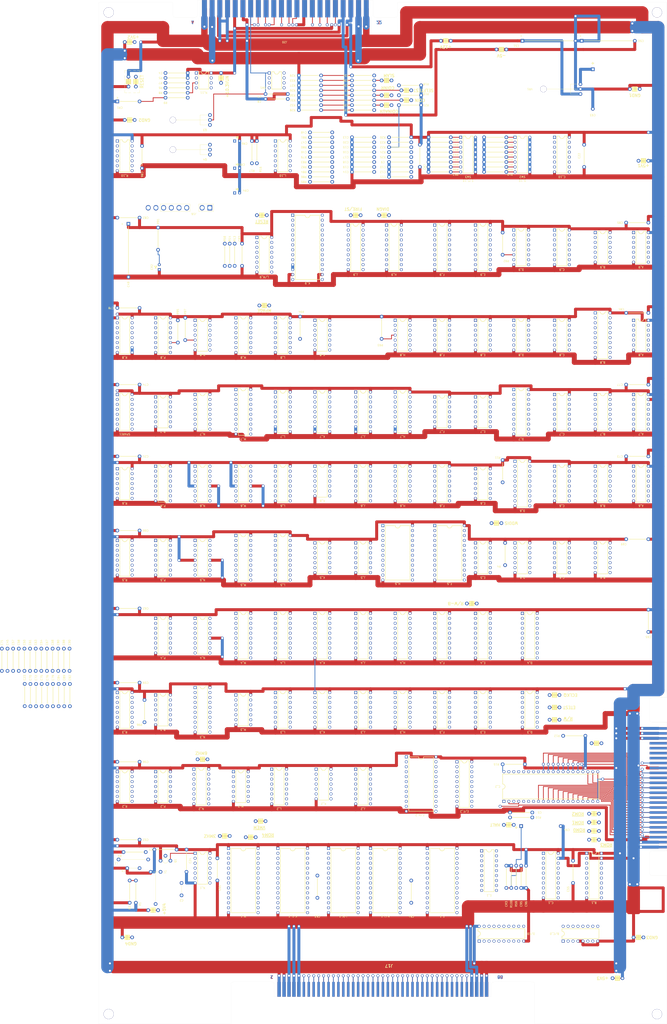
<source format=kicad_pcb>
(kicad_pcb (version 20171130) (host pcbnew "(5.1.5)-3")
  (layers (0 F.Cu signal) (31 B.Cu signal) (34 B.Paste user) (35 F.Paste user) (36 B.SilkS user) (37 F.SilkS user) (38 B.Mask user) (39 F.Mask user) (44 Edge.Cuts user))
  (net 0 "")
  (net 1 +5V)
  (net 2 GND)
  (net 3 ECLKQ)
  (net 4 E1.5MHZ)
  (net 5 E12MHZ)
  (net 6 ~EVGGO)
  (net 7 E3MHZ)
  (net 8 E6MHZ)
  (net 9 ~EVMEM)
  (net 10 ~EVGRST)
  (net 11 VGHALT)
  (net 12 AB12)
  (net 13 R~W~B)
  (net 14 AB13)
  (net 15 AB11)
  (net 16 AB10)
  (net 17 AB9)
  (net 18 AB8)
  (net 19 AB4)
  (net 20 AB0)
  (net 21 AB6)
  (net 22 AB7)
  (net 23 AB5)
  (net 24 AB1)
  (net 25 AB2)
  (net 26 AB3)
  (net 27 PD0)
  (net 28 PD1)
  (net 29 PD2)
  (net 30 PD3)
  (net 31 PD4)
  (net 32 PD5)
  (net 33 PD6)
  (net 34 PD7)
  (net 35 ~SOUNDRST)
  (net 36 ~SOUND)
  (net 37 "Net-(J18-Pad44)")
  (net 38 "Net-(J18-Pad42)")
  (net 39 "Net-(J18-Pad40)")
  (net 40 "Net-(J18-Pad38)")
  (net 41 "Net-(J18-Pad36)")
  (net 42 R~W)
  (net 43 D1)
  (net 44 D3)
  (net 45 D5)
  (net 46 D7)
  (net 47 A13)
  (net 48 A15)
  (net 49 A1)
  (net 50 A3)
  (net 51 A5)
  (net 52 A7)
  (net 53 A9)
  (net 54 A11)
  (net 55 ~HALT)
  (net 56 A10)
  (net 57 A8)
  (net 58 A6)
  (net 59 A4)
  (net 60 A2)
  (net 61 A0)
  (net 62 A14)
  (net 63 A12)
  (net 64 D6)
  (net 65 D4)
  (net 66 D2)
  (net 67 D0)
  (net 68 PHASE2)
  (net 69 "Net-(J18-Pad35)")
  (net 70 "Net-(J18-Pad37)")
  (net 71 "Net-(J18-Pad39)")
  (net 72 "Net-(J18-Pad41)")
  (net 73 "Net-(J18-Pad43)")
  (net 74 +12V)
  (net 75 SPARE2)
  (net 76 +10V)
  (net 77 -5V)
  (net 78 L_AUDIO)
  (net 79 L_FIRE)
  (net 80 COIN_R)
  (net 81 SPARE1)
  (net 82 R_THUMB)
  (net 83 ~THRUST)
  (net 84 R_FIRE)
  (net 85 LED1)
  (net 86 S1)
  (net 87 COIN_CNTR_1)
  (net 88 S2)
  (net 89 ~PITCH)
  (net 90 COIN_CNTR_2)
  (net 91 COIN_AUX)
  (net 92 ~YAW)
  (net 93 L_THUMB)
  (net 94 SELF_TEST)
  (net 95 COIN_L)
  (net 96 SLAM)
  (net 97 R_AUDIO)
  (net 98 "Net-(J20-PadW)")
  (net 99 ~RESET)
  (net 100 DIAGN)
  (net 101 "Net-(J20-PadX)")
  (net 102 750KHZ)
  (net 103 "Net-(P_2-Pad12)")
  (net 104 "Net-(P_2-Pad11)")
  (net 105 "Net-(P_2-Pad10)")
  (net 106 "Net-(P_2-Pad9)")
  (net 107 "Net-(P_2-Pad1)")
  (net 108 "Net-(P_2-Pad6)")
  (net 109 "Net-(P_2-Pad5)")
  (net 110 "Net-(P_2-Pad3)")
  (net 111 "Net-(P_2-Pad4)")
  (net 112 "Net-(M_2-Pad11)")
  (net 113 "Net-(P_3-Pad3)")
  (net 114 1.5MHZ)
  (net 115 ~1.5MHZ)
  (net 116 ~R~WB)
  (net 117 ~6MHZ)
  (net 118 6MHZ)
  (net 119 "Net-(M_3-Pad5)")
  (net 120 "Net-(L_2-Pad11)")
  (net 121 "Net-(P_4-Pad15)")
  (net 122 "Net-(N_4-Pad3)")
  (net 123 DB2)
  (net 124 DB1)
  (net 125 "Net-(N_4-Pad8)")
  (net 126 "Net-(P_4-Pad10)")
  (net 127 ~DVSRH)
  (net 128 "Net-(P_4-Pad7)")
  (net 129 "Net-(N_4-Pad10)")
  (net 130 DB0)
  (net 131 P96)
  (net 132 "Net-(P_4-Pad2)")
  (net 133 "Net-(N_4-Pad1)")
  (net 134 DB3)
  (net 135 DB6)
  (net 136 "Net-(N_5-Pad3)")
  (net 137 "Net-(P_5-Pad2)")
  (net 138 P95)
  (net 139 DB5)
  (net 140 "Net-(N_5-Pad8)")
  (net 141 "Net-(P_5-Pad7)")
  (net 142 "Net-(P_5-Pad10)")
  (net 143 "Net-(N_5-Pad10)")
  (net 144 DB4)
  (net 145 DB7)
  (net 146 "Net-(N_5-Pad1)")
  (net 147 "Net-(P_5-Pad15)")
  (net 148 "Net-(N_6-Pad3)")
  (net 149 "Net-(P_6-Pad2)")
  (net 150 "Net-(N_6-Pad8)")
  (net 151 "Net-(P_6-Pad7)")
  (net 152 ~DVSRL)
  (net 153 "Net-(P_6-Pad10)")
  (net 154 "Net-(N_6-Pad1)")
  (net 155 "Net-(N_6-Pad10)")
  (net 156 "Net-(P_6-Pad15)")
  (net 157 ~MW0)
  (net 158 MPA8)
  (net 159 "Net-(P_7-Pad8)")
  (net 160 ~STP)
  (net 161 "Net-(P_7-Pad5)")
  (net 162 "Net-(P_8-Pad14)")
  (net 163 3MHZ*)
  (net 164 ~3MHZ*)
  (net 165 ~REN)
  (net 166 "Net-(P_8-Pad4)")
  (net 167 "Net-(R_2-Pad4)")
  (net 168 "Net-(R_2-Pad3)")
  (net 169 "Net-(R_2-Pad1)")
  (net 170 "Net-(N_8-Pad6)")
  (net 171 "Net-(R_2-Pad5)")
  (net 172 "Net-(R_2-Pad6)")
  (net 173 "Net-(R_2-Pad9)")
  (net 174 "Net-(R_2-Pad10)")
  (net 175 "Net-(R_2-Pad11)")
  (net 176 "Net-(R_3-Pad14)")
  (net 177 "Net-(R_3-Pad13)")
  (net 178 "Net-(R_3-Pad12)")
  (net 179 "Net-(R_3-Pad11)")
  (net 180 "Net-(R_5-Pad4)")
  (net 181 ~ENA)
  (net 182 "Net-(R_5-Pad6)")
  (net 183 ~ENB)
  (net 184 "Net-(E_6-Pad5)")
  (net 185 "Net-(R_5-Pad10)")
  (net 186 "Net-(E_5-Pad2)")
  (net 187 "Net-(R_5-Pad12)")
  (net 188 ~MBRAM)
  (net 189 "Net-(N_8-Pad3)")
  (net 190 ~PCLR)
  (net 191 "Net-(E_6-Pad11)")
  (net 192 "Net-(R_6-Pad5)")
  (net 193 "Net-(R_6-Pad8)")
  (net 194 CIG*)
  (net 195 "Net-(N_5-Pad14)")
  (net 196 "Net-(R_8-Pad3)")
  (net 197 "Net-(R_8-Pad2)")
  (net 198 "Net-(R_8-Pad6)")
  (net 199 "Net-(R_8-Pad7)")
  (net 200 "Net-(R_8-Pad12)")
  (net 201 "Net-(CR1-Pad2)")
  (net 202 "Net-(SPARE1-Pad4)")
  (net 203 "Net-(SPARE1-Pad3)")
  (net 204 "Net-(SPARE1-Pad2)")
  (net 205 "Net-(SPARE1-Pad1)")
  (net 206 "Net-(SPARE1-Pad5)")
  (net 207 "Net-(SPARE1-Pad6)")
  (net 208 "Net-(SPARE1-Pad7)")
  (net 209 "Net-(SPARE1-Pad9)")
  (net 210 "Net-(SPARE1-Pad10)")
  (net 211 "Net-(SPARE1-Pad11)")
  (net 212 "Net-(SPARE1-Pad12)")
  (net 213 "Net-(SPARE1-Pad13)")
  (net 214 "Net-(SPARE1-Pad14)")
  (net 215 "Net-(SPARE1-Pad15)")
  (net 216 P92)
  (net 217 ~ROM4)
  (net 218 ~ROM3)
  (net 219 ~ROM2)
  (net 220 ~ROM1)
  (net 221 ~ROM0)
  (net 222 "Net-(B/C_0-Pad13)")
  (net 223 "Net-(B/C_0-Pad14)")
  (net 224 "Net-(B/C_0-Pad15)")
  (net 225 3MHZ)
  (net 226 "Net-(D/E0-Pad19)")
  (net 227 ~NOVRAM)
  (net 228 ~NSTORE)
  (net 229 "Net-(E_1-Pad10)")
  (net 230 ~WE)
  (net 231 +5EAROM)
  (net 232 "Net-(E/F_2-Pad17)")
  (net 233 "Net-(E/F_2-Pad11)")
  (net 234 "Net-(E/F_2-Pad4)")
  (net 235 "Net-(E/F_2-Pad2)")
  (net 236 "Net-(E/F_2-Pad13)")
  (net 237 "Net-(E/F_2-Pad6)")
  (net 238 "Net-(E/F_2-Pad15)")
  (net 239 "Net-(E/F_2-Pad8)")
  (net 240 MPAGE)
  (net 241 "Net-(C2-Pad2)")
  (net 242 "Net-(N_1-Pad11)")
  (net 243 12MHZ)
  (net 244 "Net-(C_2-Pad2)")
  (net 245 "Net-(C_2-Pad3)")
  (net 246 "Net-(C_2-Pad5)")
  (net 247 "Net-(C_2-Pad6)")
  (net 248 "Net-(C_2-Pad33)")
  (net 249 "Net-(C_2-Pad34)")
  (net 250 "Net-(C_2-Pad36)")
  (net 251 "Net-(C_2-Pad38)")
  (net 252 "Net-(D_3-Pad4)")
  (net 253 BIC8)
  (net 254 "Net-(D_3-Pad2)")
  (net 255 "Net-(D_3-Pad1)")
  (net 256 "Net-(D_3-Pad6)")
  (net 257 "Net-(D_3-Pad7)")
  (net 258 "Net-(D_3-Pad9)")
  (net 259 "Net-(D_3-Pad10)")
  (net 260 ~MW1)
  (net 261 "Net-(D_3-Pad12)")
  (net 262 "Net-(D_3-Pad13)")
  (net 263 ~INCBIC)
  (net 264 "Net-(E/F_2-Pad1)")
  (net 265 "Net-(E_3-Pad13)")
  (net 266 "Net-(E_3-Pad12)")
  (net 267 ~MW2)
  (net 268 BIC3)
  (net 269 BIC2)
  (net 270 BIC1)
  (net 271 BIC0)
  (net 272 ~RAM)
  (net 273 BIC4)
  (net 274 BIC5)
  (net 275 BIC6)
  (net 276 BIC7)
  (net 277 "Net-(F_3-Pad12)")
  (net 278 MA8)
  (net 279 MA9)
  (net 280 MA10)
  (net 281 MA7)
  (net 282 "Net-(J_2-Pad15)")
  (net 283 ~REH)
  (net 284 ~REL)
  (net 285 "Net-(J_2-Pad10)")
  (net 286 ~PRNG)
  (net 287 "Net-(J_2-Pad7)")
  (net 288 "Net-(J_2-Pad6)")
  (net 289 "Net-(J_2-Pad4)")
  (net 290 IP4)
  (net 291 MA4)
  (net 292 MA2)
  (net 293 "Net-(J_3-Pad12)")
  (net 294 IP2)
  (net 295 "Net-(K_2-Pad5)")
  (net 296 P94)
  (net 297 "Net-(K_2-Pad12)")
  (net 298 IP3)
  (net 299 "Net-(K_3-Pad12)")
  (net 300 MA3)
  (net 301 MA5)
  (net 302 IP5)
  (net 303 ~MBCON)
  (net 304 ~OUTS)
  (net 305 ~SW)
  (net 306 "Net-(L_2-Pad13)")
  (net 307 "Net-(L_2-Pad14)")
  (net 308 "Net-(L_2-Pad15)")
  (net 309 IP0)
  (net 310 MA0)
  (net 311 "Net-(L_3-Pad11)")
  (net 312 "Net-(L_3-Pad10)")
  (net 313 "Net-(L_3-Pad9)")
  (net 314 "Net-(L_3-Pad7)")
  (net 315 "Net-(L_3-Pad6)")
  (net 316 "Net-(L_3-Pad5)")
  (net 317 IP1)
  (net 318 MA1)
  (net 319 ~IRQCLR)
  (net 320 "Net-(M_2-Pad9)")
  (net 321 "Net-(M_2-Pad5)")
  (net 322 DS0)
  (net 323 "Net-(M_3-Pad11)")
  (net 324 "Net-(M_3-Pad10)")
  (net 325 "Net-(N_2-Pad15)")
  (net 326 DD9)
  (net 327 DD11)
  (net 328 DD13)
  (net 329 DD15)
  (net 330 "Net-(N_3-Pad8)")
  (net 331 DD14)
  (net 332 DD12)
  (net 333 DD10)
  (net 334 DD8)
  (net 335 "Net-(N_3-Pad17)")
  (net 336 "Net-(M_7-Pad8)")
  (net 337 DS1)
  (net 338 "Net-(B_5-Pad6)")
  (net 339 "Net-(B_5-Pad2)")
  (net 340 "Net-(B_5-Pad1)")
  (net 341 "Net-(B_5-Pad3)")
  (net 342 "Net-(C_5-Pad13)")
  (net 343 "Net-(C_5-Pad12)")
  (net 344 "Net-(C_5-Pad11)")
  (net 345 ~PRNGCLR)
  (net 346 "Net-(C_5-Pad6)")
  (net 347 "Net-(C_5-Pad5)")
  (net 348 "Net-(C_5-Pad3)")
  (net 349 "Net-(C_5-Pad4)")
  (net 350 "Net-(D_4-Pad8)")
  (net 351 "Net-(D_4-Pad17)")
  (net 352 "Net-(D_5-Pad4)")
  (net 353 "Net-(D_5-Pad3)")
  (net 354 "Net-(D_5-Pad5)")
  (net 355 "Net-(D_5-Pad6)")
  (net 356 "Net-(D_5-Pad10)")
  (net 357 "Net-(D_5-Pad11)")
  (net 358 "Net-(D_5-Pad13)")
  (net 359 "Net-(E_4-Pad19)")
  (net 360 ~AW)
  (net 361 ~LW)
  (net 362 MDB15)
  (net 363 MDB14)
  (net 364 MDB13)
  (net 365 MDB12)
  (net 366 MDB11)
  (net 367 MDB10)
  (net 368 MDB9)
  (net 369 MDB8)
  (net 370 ~BW)
  (net 371 MA6)
  (net 372 MDB0)
  (net 373 MDB1)
  (net 374 MDB2)
  (net 375 MDB3)
  (net 376 MDB4)
  (net 377 MDB5)
  (net 378 MDB6)
  (net 379 MDB7)
  (net 380 "Net-(J_4-Pad17)")
  (net 381 "Net-(J_4-Pad15)")
  (net 382 "Net-(J_4-Pad13)")
  (net 383 "Net-(J_4-Pad11)")
  (net 384 "Net-(J_4-Pad8)")
  (net 385 "Net-(J_4-Pad6)")
  (net 386 "Net-(J_4-Pad4)")
  (net 387 "Net-(J_4-Pad2)")
  (net 388 "Net-(J_5-Pad2)")
  (net 389 "Net-(K_4-Pad2)")
  (net 390 "Net-(K_4-Pad4)")
  (net 391 "Net-(K_4-Pad6)")
  (net 392 "Net-(K_4-Pad8)")
  (net 393 "Net-(K_4-Pad13)")
  (net 394 "Net-(K_4-Pad15)")
  (net 395 "Net-(K_4-Pad17)")
  (net 396 ~DVDDH)
  (net 397 DD0)
  (net 398 DD1)
  (net 399 DD2)
  (net 400 DD3)
  (net 401 ~DVDDL)
  (net 402 DD4)
  (net 403 DD5)
  (net 404 DD6)
  (net 405 DD7)
  (net 406 "Net-(M_4-Pad18)")
  (net 407 "Net-(M_4-Pad17)")
  (net 408 "Net-(M_4-Pad14)")
  (net 409 "Net-(M_4-Pad13)")
  (net 410 "Net-(M_4-Pad8)")
  (net 411 "Net-(M_4-Pad7)")
  (net 412 "Net-(M_4-Pad4)")
  (net 413 "Net-(M_4-Pad3)")
  (net 414 "Net-(M_5-Pad3)")
  (net 415 "Net-(M_5-Pad4)")
  (net 416 "Net-(M_5-Pad7)")
  (net 417 "Net-(M_5-Pad8)")
  (net 418 "Net-(M_5-Pad13)")
  (net 419 "Net-(M_5-Pad14)")
  (net 420 "Net-(M_5-Pad17)")
  (net 421 "Net-(N_4-Pad13)")
  (net 422 "Net-(N_4-Pad14)")
  (net 423 "Net-(N_5-Pad15)")
  (net 424 "Net-(A_6-Pad10)")
  (net 425 "Net-(A_6-Pad9)")
  (net 426 "Net-(A_6-Pad7)")
  (net 427 ~LDA)
  (net 428 ~GMCLK)
  (net 429 ~LDB)
  (net 430 "Net-(B_6-Pad7)")
  (net 431 "Net-(B_6-Pad9)")
  (net 432 "Net-(A_8-Pad5)")
  (net 433 "Net-(B_8-Pad12)")
  (net 434 "Net-(C_6-Pad6)")
  (net 435 ~LDC)
  (net 436 P93)
  (net 437 "Net-(D_6-Pad8)")
  (net 438 ~CLEAR_ACC)
  (net 439 "Net-(B_8-Pad9)")
  (net 440 ~RCLK)
  (net 441 "Net-(D_6-Pad17)")
  (net 442 IP8)
  (net 443 IP7)
  (net 444 "Net-(E_6-Pad13)")
  (net 445 IP6)
  (net 446 "Net-(F_6-Pad9)")
  (net 447 ~WP)
  (net 448 RC)
  (net 449 "Net-(H_6-Pad12)")
  (net 450 MPA3)
  (net 451 MPA2)
  (net 452 MPA1)
  (net 453 MPA0)
  (net 454 MPA4)
  (net 455 MPA5)
  (net 456 MPA6)
  (net 457 MPA7)
  (net 458 "Net-(J_6-Pad12)")
  (net 459 "Net-(J_6-Pad13)")
  (net 460 "Net-(K_6-Pad12)")
  (net 461 "Net-(K_6-Pad2)")
  (net 462 "Net-(L_6-Pad3)")
  (net 463 "Net-(L_6-Pad2)")
  (net 464 "Net-(L_6-Pad6)")
  (net 465 "Net-(L_6-Pad7)")
  (net 466 "Net-(L_6-Pad10)")
  (net 467 "Net-(L_6-Pad11)")
  (net 468 "Net-(L_6-Pad14)")
  (net 469 "Net-(L_6-Pad15)")
  (net 470 "Net-(M_6-Pad14)")
  (net 471 "Net-(A_7-Pad7)")
  (net 472 "Net-(A_7-Pad9)")
  (net 473 "Net-(B_7-Pad9)")
  (net 474 "Net-(B_7-Pad7)")
  (net 475 SERIAL_MULT)
  (net 476 "Net-(B_9-Pad1)")
  (net 477 "Net-(D_7-Pad8)")
  (net 478 IP12)
  (net 479 WP)
  (net 480 IP13)
  (net 481 IP11)
  (net 482 "Net-(E_7-Pad2)")
  (net 483 3GCLK)
  (net 484 ~MHALT)
  (net 485 IP10)
  (net 486 IP14)
  (net 487 IP15)
  (net 488 "Net-(F_7-Pad11)")
  (net 489 IP9)
  (net 490 1.5GCLK)
  (net 491 MPA9)
  (net 492 "Net-(M_7-Pad9)")
  (net 493 "Net-(M_7-Pad17)")
  (net 494 "Net-(N_7-Pad12)")
  (net 495 "Net-(A_8-Pad8)")
  (net 496 "Net-(A_8-Pad6)")
  (net 497 "Net-(B_8-Pad2)")
  (net 498 "Net-(B_8-Pad3)")
  (net 499 "Net-(B_8-Pad4)")
  (net 500 "Net-(B_8-Pad5)")
  (net 501 "Net-(A_9-Pad13)")
  (net 502 "Net-(B_8-Pad16)")
  (net 503 "Net-(B_8-Pad17)")
  (net 504 "Net-(B_8-Pad18)")
  (net 505 "Net-(B_8-Pad19)")
  (net 506 "Net-(C_8-Pad10)")
  (net 507 ~LAC)
  (net 508 ~CLR)
  (net 509 ~RECALL)
  (net 510 "Net-(D_8-Pad1)")
  (net 511 ~12MHZ)
  (net 512 "Net-(C_10-Pad10)")
  (net 513 "Net-(E_8-Pad9)")
  (net 514 "Net-(E_8-Pad2)")
  (net 515 "Net-(D_9-Pad9)")
  (net 516 "Net-(D_9-Pad15)")
  (net 517 ~MAC_FLAG)
  (net 518 MATH_RUN)
  (net 519 "Net-(H_8-Pad8)")
  (net 520 "Net-(H_8-Pad6)")
  (net 521 "Net-(K_8-Pad4)")
  (net 522 ~ADC)
  (net 523 ~ADCSTART)
  (net 524 "Net-(K_8-Pad6)")
  (net 525 "Net-(K_8-Pad10)")
  (net 526 "Net-(L_8-Pad7)")
  (net 527 "Net-(L_8-Pad9)")
  (net 528 "Net-(L_8-Pad10)")
  (net 529 ~OPT1)
  (net 530 ~OPT0)
  (net 531 ~IN1)
  (net 532 ~IN0)
  (net 533 ~WDCLR)
  (net 534 ~OLATCH)
  (net 535 "Net-(K_8-Pad1)")
  (net 536 "Net-(K_8-Pad2)")
  (net 537 "Net-(A_9-Pad4)")
  (net 538 "Net-(A_9-Pad3)")
  (net 539 "Net-(A_9-Pad1)")
  (net 540 "Net-(A_9-Pad5)")
  (net 541 "Net-(A_9-Pad6)")
  (net 542 "Net-(A_9-Pad10)")
  (net 543 "Net-(A_9-Pad11)")
  (net 544 "Net-(A_9-Pad12)")
  (net 545 "Net-(B_9-Pad12)")
  (net 546 "Net-(B_9-Pad11)")
  (net 547 "Net-(B_9-Pad10)")
  (net 548 "Net-(B_9-Pad6)")
  (net 549 "Net-(B_9-Pad5)")
  (net 550 "Net-(B_9-Pad3)")
  (net 551 "Net-(B_9-Pad4)")
  (net 552 "Net-(C_10-Pad15)")
  (net 553 "Net-(C_9-Pad11)")
  (net 554 "Net-(C_9-Pad13)")
  (net 555 "Net-(C_9-Pad14)")
  (net 556 "Net-(C_9-Pad15)")
  (net 557 "Net-(D_9-Pad14)")
  (net 558 "Net-(D_9-Pad11)")
  (net 559 "Net-(E_9-Pad2)")
  (net 560 "Net-(E_9-Pad4)")
  (net 561 "Net-(E_9-Pad6)")
  (net 562 "Net-(E_9-Pad8)")
  (net 563 "Net-(E_9-Pad11)")
  (net 564 "Net-(E_9-Pad13)")
  (net 565 "Net-(E_9-Pad15)")
  (net 566 "Net-(E_9-Pad17)")
  (net 567 "Net-(F_9-Pad17)")
  (net 568 "Net-(F_9-Pad15)")
  (net 569 "Net-(F_9-Pad13)")
  (net 570 "Net-(F_9-Pad11)")
  (net 571 "Net-(F_9-Pad8)")
  (net 572 "Net-(F_9-Pad6)")
  (net 573 "Net-(F_9-Pad4)")
  (net 574 "Net-(F_9-Pad2)")
  (net 575 "Net-(C10-Pad1)")
  (net 576 "Net-(H_9-Pad13)")
  (net 577 "Net-(C11-Pad1)")
  (net 578 "Net-(C12-Pad1)")
  (net 579 "Net-(H_9-Pad4)")
  (net 580 "Net-(C9-Pad1)")
  (net 581 "Net-(C13-Pad1)")
  (net 582 "Net-(C20-Pad1)")
  (net 583 "Net-(C15-Pad1)")
  (net 584 "Net-(C16-Pad1)")
  (net 585 "Net-(C14-Pad1)")
  (net 586 "Net-(C19-Pad1)")
  (net 587 "Net-(C18-Pad1)")
  (net 588 "Net-(C17-Pad1)")
  (net 589 "Net-(K_9-Pad7)")
  (net 590 "Net-(C46-Pad1)")
  (net 591 "Net-(C47-Pad1)")
  (net 592 "Net-(C48-Pad1)")
  (net 593 "Net-(L/M_9-Pad4)")
  (net 594 "Net-(L/M_9-Pad5)")
  (net 595 "Net-(L/M_9-Pad6)")
  (net 596 "Net-(L/M_9-Pad7)")
  (net 597 "Net-(L/M_9-Pad11)")
  (net 598 "Net-(C_10-Pad11)")
  (net 599 "Net-(C_10-Pad12)")
  (net 600 "Net-(C_10-Pad13)")
  (net 601 "Net-(C_10-Pad14)")
  (net 602 "Net-(L_10-Pad4)")
  (net 603 "Net-(L_10-Pad6)")
  (net 604 "Net-(N_11-Pad7)")
  (net 605 "Net-(N_11-Pad3)")
  (net 606 "Net-(N_11-Pad1)")
  (net 607 "Net-(SW1-Pad2)")
  (net 608 "Net-(SW1-Pad3)")
  (net 609 "Net-(SW1-Pad4)")
  (net 610 "Net-(SW1-Pad5)")
  (net 611 "Net-(SW1-Pad6)")
  (net 612 "Net-(SW1-Pad7)")
  (net 613 "Net-(C94-Pad1)")
  (net 614 "Net-(J18-Pad33)")
  (net 615 "Net-(R_10-Pad2)")
  (net 616 "Net-(R_10-Pad1)")
  (net 617 "Net-(CR2-Pad2)")
  (net 618 "Net-(CR5-Pad1)")
  (net 619 "Net-(CR6-Pad1)")
  (net 620 "Net-(C2-Pad1)")
  (net 621 "Net-(L1-Pad2)")
  (module Star_Wars_Vector_PCB:MountingHole (layer F.Cu) (at 311.15 39.37)
    (fp_text reference REF** hide)
    (fp_text value MountingHole)
    (pad 1 thru_hole circle (at 0 0) (size 5.207 5.207) (drill 5.08) (layers *.Cu *.Mask))
  )
  (module Star_Wars_Vector_PCB:MountingHole (layer F.Cu) (at 29.21 39.37)
    (fp_text reference REF** hide)
    (fp_text value MountingHole)
    (pad 1 thru_hole circle (at 0 0) (size 5.207 5.207) (drill 5.08) (layers *.Cu *.Mask))
  )
  (module Star_Wars_Vector_PCB:MountingHole (layer F.Cu) (at 311.15 553.72)
    (fp_text reference REF** hide)
    (fp_text value MountingHole)
    (pad 1 thru_hole circle (at 0 0) (size 5.207 5.207) (drill 5.08) (layers *.Cu *.Mask))
  )
  (module Star_Wars_Vector_PCB:MountingHole (layer F.Cu) (at 29.21 553.72)
    (fp_text reference REF** hide)
    (fp_text value MountingHole)
    (pad 1 thru_hole circle (at 0 0) (size 5.207 5.207) (drill 5.08) (layers *.Cu *.Mask))
  )
  (module Star_Wars_Vector_PCB:J17 (layer F.Cu) (at 166.37 539.75 180)
    (fp_text reference J17 hide)
    (fp_text value Main_Connector hide)
    (pad 86 connect trapezoid (at -57.15 -1.27 180) (size 1.778 7.62) (layers F.Cu F.Mask) (net 1 +5V))
    (pad 84 connect trapezoid (at -54.61 -1.27 180) (size 1.778 7.62) (layers F.Cu F.Mask) (net 1 +5V))
    (pad 82 connect trapezoid (at -52.07 -1.27 180) (size 1.778 7.62) (layers F.Cu F.Mask) (net 2 GND))
    (pad 80 connect trapezoid (at -49.53 -1.27 180) (size 1.778 7.62) (layers F.Cu F.Mask) (net 2 GND))
    (pad 78 connect trapezoid (at -46.99 -1.27 180) (size 1.27 7.62) (layers F.Cu F.Mask) (net 3 ECLKQ))
    (pad 76 connect trapezoid (at -44.45 -1.27 180) (size 1.27 7.62) (layers F.Cu F.Mask) (net 4 E1.5MHZ))
    (pad 74 connect trapezoid (at -41.91 -1.27 180) (size 1.27 7.62) (layers F.Cu F.Mask) (net 5 E12MHZ))
    (pad 73 connect trapezoid (at -41.91 -1.27 180) (size 1.27 7.62) (layers B.Cu B.Mask) (net 5 E12MHZ))
    (pad 75 connect trapezoid (at -44.45 -1.27 180) (size 1.27 7.62) (layers B.Cu B.Mask) (net 4 E1.5MHZ))
    (pad 77 connect trapezoid (at -46.99 -1.27 180) (size 1.27 7.62) (layers B.Cu B.Mask) (net 3 ECLKQ))
    (pad 79 connect trapezoid (at -49.53 -1.27 180) (size 1.778 7.62) (layers B.Cu B.Mask) (net 2 GND))
    (pad 81 connect trapezoid (at -52.07 -1.27 180) (size 1.778 7.62) (layers B.Cu B.Mask) (net 2 GND))
    (pad 83 connect trapezoid (at -54.61 -1.27 180) (size 1.778 7.62) (layers B.Cu B.Mask) (net 1 +5V))
    (pad 85 connect trapezoid (at -57.15 -1.27 180) (size 1.778 7.62) (layers B.Cu B.Mask) (net 1 +5V))
    (pad 71 connect trapezoid (at -39.37 -1.27 180) (size 1.27 7.62) (layers B.Cu B.Mask) (net 6 ~EVGGO))
    (pad 69 connect trapezoid (at -36.83 -1.27 180) (size 1.27 7.62) (layers B.Cu B.Mask) (net 7 E3MHZ))
    (pad 67 connect trapezoid (at -34.29 -1.27 180) (size 1.27 7.62) (layers B.Cu B.Mask) (net 8 E6MHZ))
    (pad 65 connect trapezoid (at -31.75 -1.27 180) (size 1.27 7.62) (layers B.Cu B.Mask) (net 9 ~EVMEM))
    (pad 63 connect trapezoid (at -29.21 -1.27 180) (size 1.27 7.62) (layers B.Cu B.Mask) (net 10 ~EVGRST))
    (pad 61 connect trapezoid (at -26.67 -1.27 180) (size 1.27 7.62) (layers B.Cu B.Mask) (net 11 VGHALT))
    (pad 59 connect trapezoid (at -24.13 -1.27 180) (size 1.27 7.62) (layers B.Cu B.Mask) (net 12 AB12))
    (pad 57 connect trapezoid (at -21.59 -1.27 180) (size 1.27 7.62) (layers B.Cu B.Mask) (net 13 R~W~B))
    (pad 55 connect trapezoid (at -19.05 -1.27 180) (size 1.27 7.62) (layers B.Cu B.Mask) (net 14 AB13))
    (pad 53 connect trapezoid (at -16.51 -1.27 180) (size 1.27 7.62) (layers B.Cu B.Mask) (net 15 AB11))
    (pad 51 connect trapezoid (at -13.97 -1.27 180) (size 1.27 7.62) (layers B.Cu B.Mask) (net 16 AB10))
    (pad 52 connect trapezoid (at -13.97 -1.27 180) (size 1.27 7.62) (layers F.Cu F.Mask) (net 16 AB10))
    (pad 54 connect trapezoid (at -16.51 -1.27 180) (size 1.27 7.62) (layers F.Cu F.Mask) (net 15 AB11))
    (pad 56 connect trapezoid (at -19.05 -1.27 180) (size 1.27 7.62) (layers F.Cu F.Mask) (net 14 AB13))
    (pad 58 connect trapezoid (at -21.59 -1.27 180) (size 1.27 7.62) (layers F.Cu F.Mask) (net 13 R~W~B))
    (pad 60 connect trapezoid (at -24.13 -1.27 180) (size 1.27 7.62) (layers F.Cu F.Mask) (net 12 AB12))
    (pad 62 connect trapezoid (at -26.67 -1.27 180) (size 1.27 7.62) (layers F.Cu F.Mask) (net 11 VGHALT))
    (pad 64 connect trapezoid (at -29.21 -1.27 180) (size 1.27 7.62) (layers F.Cu F.Mask) (net 10 ~EVGRST))
    (pad 66 connect trapezoid (at -31.75 -1.27 180) (size 1.27 7.62) (layers F.Cu F.Mask) (net 9 ~EVMEM))
    (pad 68 connect trapezoid (at -34.29 -1.27 180) (size 1.27 7.62) (layers F.Cu F.Mask) (net 8 E6MHZ))
    (pad 70 connect trapezoid (at -36.83 -1.27 180) (size 1.27 7.62) (layers F.Cu F.Mask) (net 7 E3MHZ))
    (pad 72 connect trapezoid (at -39.37 -1.27 180) (size 1.27 7.62) (layers F.Cu F.Mask) (net 6 ~EVGGO))
    (pad 50 connect trapezoid (at -11.43 -1.27 180) (size 1.27 7.62) (layers F.Cu F.Mask) (net 17 AB9))
    (pad 48 connect trapezoid (at -8.89 -1.27 180) (size 1.27 7.62) (layers F.Cu F.Mask) (net 18 AB8))
    (pad 46 connect trapezoid (at -6.35 -1.27 180) (size 1.27 7.62) (layers F.Cu F.Mask) (net 19 AB4))
    (pad 44 connect trapezoid (at -3.81 -1.27 180) (size 1.27 7.62) (layers F.Cu F.Mask) (net 20 AB0))
    (pad 42 connect trapezoid (at -1.27 -1.27 180) (size 1.27 7.62) (layers F.Cu F.Mask) (net 21 AB6))
    (pad 40 connect trapezoid (at 1.27 -1.27 180) (size 1.27 7.62) (layers F.Cu F.Mask) (net 22 AB7))
    (pad 38 connect trapezoid (at 3.81 -1.27 180) (size 1.27 7.62) (layers F.Cu F.Mask) (net 23 AB5))
    (pad 36 connect trapezoid (at 6.35 -1.27 180) (size 1.27 7.62) (layers F.Cu F.Mask) (net 24 AB1))
    (pad 34 connect trapezoid (at 8.89 -1.27 180) (size 1.27 7.62) (layers F.Cu F.Mask) (net 25 AB2))
    (pad 32 connect trapezoid (at 11.43 -1.27 180) (size 1.27 7.62) (layers F.Cu F.Mask) (net 26 AB3))
    (pad 30 connect trapezoid (at 13.97 -1.27 180) (size 1.27 7.62) (layers F.Cu F.Mask) (net 27 PD0))
    (pad 28 connect trapezoid (at 16.51 -1.27 180) (size 1.27 7.62) (layers F.Cu F.Mask) (net 28 PD1))
    (pad 26 connect trapezoid (at 19.05 -1.27 180) (size 1.27 7.62) (layers F.Cu F.Mask) (net 29 PD2))
    (pad 24 connect trapezoid (at 21.59 -1.27 180) (size 1.27 7.62) (layers F.Cu F.Mask) (net 30 PD3))
    (pad 22 connect trapezoid (at 24.13 -1.27 180) (size 1.27 7.62) (layers F.Cu F.Mask) (net 31 PD4))
    (pad 20 connect trapezoid (at 26.67 -1.27 180) (size 1.27 7.62) (layers F.Cu F.Mask) (net 32 PD5))
    (pad 18 connect trapezoid (at 29.21 -1.27 180) (size 1.27 7.62) (layers F.Cu F.Mask) (net 33 PD6))
    (pad 16 connect trapezoid (at 31.75 -1.27 180) (size 1.27 7.62) (layers F.Cu F.Mask) (net 34 PD7))
    (pad 14 connect trapezoid (at 34.29 -1.27 180) (size 1.27 7.62) (layers F.Cu F.Mask) (net 35 ~SOUNDRST))
    (pad 12 connect trapezoid (at 36.83 -1.27 180) (size 1.27 7.62) (layers F.Cu F.Mask) (net 36 ~SOUND))
    (pad 10 connect trapezoid (at 39.37 -1.27 180) (size 1.778 7.62) (layers F.Cu F.Mask) (net 2 GND))
    (pad 8 connect trapezoid (at 41.91 -1.27 180) (size 1.778 7.62) (layers F.Cu F.Mask) (net 2 GND))
    (pad 6 connect trapezoid (at 44.45 -1.27 180) (size 1.778 7.62) (layers F.Cu F.Mask) (net 2 GND))
    (pad 4 connect trapezoid (at 46.99 -1.27 180) (size 1.778 7.62) (layers F.Cu F.Mask) (net 1 +5V))
    (pad 2 connect trapezoid (at 49.53 -1.27 180) (size 1.778 7.62) (layers F.Cu F.Mask) (net 1 +5V))
    (pad 1 connect trapezoid (at 49.53 -1.27 180) (size 1.778 7.62) (layers B.Cu B.Mask) (net 1 +5V))
    (pad 3 connect trapezoid (at 46.99 -1.27 180) (size 1.778 7.62) (layers B.Cu B.Mask) (net 1 +5V))
    (pad 5 connect trapezoid (at 44.45 -1.27 180) (size 1.778 7.62) (layers B.Cu B.Mask) (net 2 GND))
    (pad 7 connect trapezoid (at 41.91 -1.27 180) (size 1.778 7.62) (layers B.Cu B.Mask) (net 2 GND))
    (pad 9 connect trapezoid (at 39.37 -1.27 180) (size 1.778 7.62) (layers B.Cu B.Mask) (net 2 GND))
    (pad 11 connect trapezoid (at 36.83 -1.27 180) (size 1.27 7.62) (layers B.Cu B.Mask) (net 36 ~SOUND))
    (pad 13 connect trapezoid (at 34.29 -1.27 180) (size 1.27 7.62) (layers B.Cu B.Mask) (net 35 ~SOUNDRST))
    (pad 15 connect trapezoid (at 31.75 -1.27 180) (size 1.27 7.62) (layers B.Cu B.Mask) (net 34 PD7))
    (pad 17 connect trapezoid (at 29.21 -1.27 180) (size 1.27 7.62) (layers B.Cu B.Mask) (net 33 PD6))
    (pad 19 connect trapezoid (at 26.67 -1.27 180) (size 1.27 7.62) (layers B.Cu B.Mask) (net 32 PD5))
    (pad 21 connect trapezoid (at 24.13 -1.27 180) (size 1.27 7.62) (layers B.Cu B.Mask) (net 31 PD4))
    (pad 23 connect trapezoid (at 21.59 -1.27 180) (size 1.27 7.62) (layers B.Cu B.Mask) (net 30 PD3))
    (pad 25 connect trapezoid (at 19.05 -1.27 180) (size 1.27 7.62) (layers B.Cu B.Mask) (net 29 PD2))
    (pad 27 connect trapezoid (at 16.51 -1.27 180) (size 1.27 7.62) (layers B.Cu B.Mask) (net 28 PD1))
    (pad 29 connect trapezoid (at 13.97 -1.27 180) (size 1.27 7.62) (layers B.Cu B.Mask) (net 27 PD0))
    (pad 31 connect trapezoid (at 11.43 -1.27 180) (size 1.27 7.62) (layers B.Cu B.Mask) (net 26 AB3))
    (pad 33 connect trapezoid (at 8.89 -1.27 180) (size 1.27 7.62) (layers B.Cu B.Mask) (net 25 AB2))
    (pad 35 connect trapezoid (at 6.35 -1.27 180) (size 1.27 7.62) (layers B.Cu B.Mask) (net 24 AB1))
    (pad 37 connect trapezoid (at 3.81 -1.27 180) (size 1.27 7.62) (layers B.Cu B.Mask) (net 23 AB5))
    (pad 39 connect trapezoid (at 1.27 -1.27 180) (size 1.27 7.62) (layers B.Cu B.Mask) (net 22 AB7))
    (pad 41 connect trapezoid (at -1.27 -1.27 180) (size 1.27 7.62) (layers B.Cu B.Mask) (net 21 AB6))
    (pad 43 connect trapezoid (at -3.81 -1.27 180) (size 1.27 7.62) (layers B.Cu B.Mask) (net 20 AB0))
    (pad 45 connect trapezoid (at -6.35 -1.27 180) (size 1.27 7.62) (layers B.Cu B.Mask) (net 19 AB4))
    (pad 47 connect trapezoid (at -8.89 -1.27 180) (size 1.27 7.62) (layers B.Cu B.Mask) (net 18 AB8))
    (pad 49 connect trapezoid (at -11.43 -1.27 180) (size 1.27 7.62) (layers B.Cu B.Mask) (net 17 AB9))
  )
  (module Asteroids:J21 (layer F.Cu) (at 306.705 437.515 270)
    (fp_text reference J18 hide)
    (fp_text value Cat_Box_Conn hide)
    (pad 50 connect trapezoid (at -30.48 -5.08 270) (size 1.27 8.89) (layers F.Cu F.Mask) (net 1 +5V))
    (pad 48 connect trapezoid (at -27.94 -5.08 270) (size 1.27 8.89) (layers F.Cu F.Mask) (net 1 +5V))
    (pad 46 connect trapezoid (at -25.4 -5.08 270) (size 1.27 8.89) (layers F.Cu F.Mask) (net 1 +5V))
    (pad 44 connect trapezoid (at -22.86 -5.08 270) (size 1.27 8.89) (layers F.Cu F.Mask) (net 37 "Net-(J18-Pad44)"))
    (pad 42 connect trapezoid (at -20.32 -5.08 270) (size 1.27 8.89) (layers F.Cu F.Mask) (net 38 "Net-(J18-Pad42)"))
    (pad 40 connect trapezoid (at -17.78 -5.08 270) (size 1.27 8.89) (layers F.Cu F.Mask) (net 39 "Net-(J18-Pad40)"))
    (pad 38 connect trapezoid (at -15.24 -5.08 270) (size 1.27 8.89) (layers F.Cu F.Mask) (net 40 "Net-(J18-Pad38)"))
    (pad 36 connect trapezoid (at -12.7 -5.08 270) (size 1.27 8.89) (layers F.Cu F.Mask) (net 41 "Net-(J18-Pad36)"))
    (pad 34 connect trapezoid (at -10.16 -5.08 270) (size 1.27 8.89) (layers F.Cu F.Mask) (net 2 GND))
    (pad 32 connect trapezoid (at -7.62 -5.08 270) (size 1.27 8.89) (layers F.Cu F.Mask) (net 42 R~W))
    (pad 30 connect trapezoid (at -5.08 -5.08 270) (size 1.27 8.89) (layers F.Cu F.Mask) (net 43 D1))
    (pad 28 connect trapezoid (at -2.54 -5.08 270) (size 1.27 8.89) (layers F.Cu F.Mask) (net 44 D3))
    (pad 26 connect trapezoid (at 0 -5.08 270) (size 1.27 8.89) (layers F.Cu F.Mask) (net 45 D5))
    (pad 24 connect trapezoid (at 2.54 -5.08 270) (size 1.27 8.89) (layers F.Cu F.Mask) (net 46 D7))
    (pad 22 connect trapezoid (at 5.08 -5.08 270) (size 1.27 8.89) (layers F.Cu F.Mask) (net 47 A13))
    (pad 20 connect trapezoid (at 7.62 -5.08 270) (size 1.27 8.89) (layers F.Cu F.Mask) (net 48 A15))
    (pad 18 connect trapezoid (at 10.16 -5.08 270) (size 1.27 8.89) (layers F.Cu F.Mask) (net 49 A1))
    (pad 16 connect trapezoid (at 12.7 -5.08 270) (size 1.27 8.89) (layers F.Cu F.Mask) (net 50 A3))
    (pad 14 connect trapezoid (at 15.24 -5.08 270) (size 1.27 8.89) (layers F.Cu F.Mask) (net 51 A5))
    (pad 12 connect trapezoid (at 17.78 -5.08 270) (size 1.27 8.89) (layers F.Cu F.Mask) (net 52 A7))
    (pad 10 connect trapezoid (at 20.32 -5.08 270) (size 1.27 8.89) (layers F.Cu F.Mask) (net 53 A9))
    (pad 8 connect trapezoid (at 22.86 -5.08 270) (size 1.27 8.89) (layers F.Cu F.Mask) (net 54 A11))
    (pad 6 connect trapezoid (at 25.4 -5.08 270) (size 1.27 8.89) (layers F.Cu F.Mask) (net 2 GND))
    (pad 4 connect trapezoid (at 27.94 -5.08 270) (size 1.27 8.89) (layers F.Cu F.Mask) (net 2 GND))
    (pad 2 connect trapezoid (at 30.48 -5.08 270) (size 1.27 8.89) (layers F.Cu F.Mask) (net 2 GND))
    (pad 1 connect trapezoid (at 30.48 -5.08 270) (size 1.27 8.89) (layers *.Mask B.Cu) (net 2 GND))
    (pad 3 connect trapezoid (at 27.94 -5.08 270) (size 1.27 8.89) (layers *.Mask B.Cu) (net 2 GND))
    (pad 5 connect trapezoid (at 25.4 -5.08 270) (size 1.27 8.89) (layers *.Mask B.Cu) (net 55 ~HALT))
    (pad 7 connect trapezoid (at 22.86 -5.08 270) (size 1.27 8.89) (layers *.Mask B.Cu) (net 56 A10))
    (pad 9 connect trapezoid (at 20.32 -5.08 270) (size 1.27 8.89) (layers *.Mask B.Cu) (net 57 A8))
    (pad 11 connect trapezoid (at 17.78 -5.08 270) (size 1.27 8.89) (layers *.Mask B.Cu) (net 58 A6))
    (pad 13 connect trapezoid (at 15.24 -5.08 270) (size 1.27 8.89) (layers *.Mask B.Cu) (net 59 A4))
    (pad 15 connect trapezoid (at 12.7 -5.08 270) (size 1.27 8.89) (layers *.Mask B.Cu) (net 60 A2))
    (pad 17 connect trapezoid (at 10.16 -5.08 270) (size 1.27 8.89) (layers *.Mask B.Cu) (net 61 A0))
    (pad 19 connect trapezoid (at 7.62 -5.08 270) (size 1.27 8.89) (layers *.Mask B.Cu) (net 62 A14))
    (pad 21 connect trapezoid (at 5.08 -5.08 270) (size 1.27 8.89) (layers *.Mask B.Cu) (net 63 A12))
    (pad 23 connect trapezoid (at 2.54 -5.08 270) (size 1.27 8.89) (layers *.Mask B.Cu) (net 64 D6))
    (pad 25 connect trapezoid (at 0 -5.08 270) (size 1.27 8.89) (layers *.Mask B.Cu) (net 65 D4))
    (pad 27 connect trapezoid (at -2.54 -5.08 270) (size 1.27 8.89) (layers *.Mask B.Cu) (net 66 D2))
    (pad 29 connect trapezoid (at -5.08 -5.08 270) (size 1.27 8.89) (layers *.Mask B.Cu) (net 67 D0))
    (pad 31 connect trapezoid (at -7.62 -5.08 270) (size 1.27 8.89) (layers *.Mask B.Cu) (net 68 PHASE2))
    (pad 33 connect trapezoid (at -10.16 -5.08 270) (size 1.27 8.89) (layers *.Mask B.Cu) (net 614 "Net-(J18-Pad33)"))
    (pad 35 connect trapezoid (at -12.7 -5.08 270) (size 1.27 8.89) (layers *.Mask B.Cu) (net 69 "Net-(J18-Pad35)"))
    (pad 37 connect trapezoid (at -15.24 -5.08 270) (size 1.27 8.89) (layers *.Mask B.Cu) (net 70 "Net-(J18-Pad37)"))
    (pad 39 connect trapezoid (at -17.78 -5.08 270) (size 1.27 8.89) (layers *.Mask B.Cu) (net 71 "Net-(J18-Pad39)"))
    (pad 41 connect trapezoid (at -20.32 -5.08 270) (size 1.27 8.89) (layers *.Mask B.Cu) (net 72 "Net-(J18-Pad41)"))
    (pad 43 connect trapezoid (at -22.86 -5.08 270) (size 1.27 8.89) (layers *.Mask B.Cu) (net 73 "Net-(J18-Pad43)"))
    (pad 45 connect trapezoid (at -25.4 -5.08 270) (size 1.27 8.89) (layers *.Mask B.Cu) (net 1 +5V))
    (pad 47 connect trapezoid (at -27.94 -5.08 270) (size 1.27 8.89) (layers *.Mask B.Cu) (net 1 +5V))
    (pad 49 connect trapezoid (at -30.48 -5.08 270) (size 1.27 8.89) (layers *.Mask B.Cu) (net 1 +5V))
  )
  (module Star_Wars_Vector_PCB:DIP14 (layer F.Cu) (at 57.15 436.88)
    (fp_text reference P_2 (at 0 10.16 180 unlocked) (layer F.SilkS))
    (fp_text value LS393 hide)
    (pad 14 thru_hole circle (at 3.81 -7.62) (size 1.524 1.524) (drill 1.016) (layers *.Cu *.Mask) (net 1 +5V))
    (pad 13 thru_hole circle (at 3.81 -5.08) (size 1.524 1.524) (drill 1.016) (layers *.Cu *.Mask) (net 102 750KHZ))
    (pad 12 thru_hole circle (at 3.81 -2.54) (size 1.524 1.524) (drill 1.016) (layers *.Cu *.Mask) (net 103 "Net-(P_2-Pad12)"))
    (pad 11 thru_hole circle (at 3.81 0) (size 1.524 1.524) (drill 1.016) (layers *.Cu *.Mask) (net 104 "Net-(P_2-Pad11)"))
    (pad 10 thru_hole circle (at 3.81 2.54) (size 1.524 1.524) (drill 1.016) (layers *.Cu *.Mask) (net 105 "Net-(P_2-Pad10)"))
    (pad 9 thru_hole circle (at 3.81 5.08) (size 1.524 1.524) (drill 1.016) (layers *.Cu *.Mask) (net 106 "Net-(P_2-Pad9)"))
    (pad 8 thru_hole circle (at 3.81 7.62) (size 1.524 1.524) (drill 1.016) (layers *.Cu *.Mask) (net 107 "Net-(P_2-Pad1)"))
    (pad 7 thru_hole circle (at -3.81 7.62) (size 1.524 1.524) (drill 1.016) (layers *.Cu *.Mask) (net 2 GND))
    (pad 6 thru_hole circle (at -3.81 5.08) (size 1.524 1.524) (drill 1.016) (layers *.Cu *.Mask) (net 108 "Net-(P_2-Pad6)"))
    (pad 5 thru_hole circle (at -3.81 2.54) (size 1.524 1.524) (drill 1.016) (layers *.Cu *.Mask) (net 109 "Net-(P_2-Pad5)"))
    (pad 2 thru_hole circle (at -3.81 -5.08) (size 1.524 1.524) (drill 1.016) (layers *.Cu *.Mask) (net 103 "Net-(P_2-Pad12)"))
    (pad 1 thru_hole rect (at -3.81 -7.62) (size 1.524 1.524) (drill 1.016) (layers *.Cu *.Mask) (net 107 "Net-(P_2-Pad1)"))
    (pad 3 thru_hole circle (at -3.81 -2.54) (size 1.524 1.524) (drill 1.016) (layers *.Cu *.Mask) (net 110 "Net-(P_2-Pad3)"))
    (pad 4 thru_hole circle (at -3.81 0) (size 1.524 1.524) (drill 1.016) (layers *.Cu *.Mask) (net 111 "Net-(P_2-Pad4)"))
  )
  (module Star_Wars_Vector_PCB:DIP14 (layer F.Cu) (at 57.15 397.51)
    (fp_text reference P_3 (at 0 10.16 180 unlocked) (layer F.SilkS))
    (fp_text value LS04 hide)
    (pad 4 thru_hole circle (at -3.81 0) (size 1.524 1.524) (drill 1.016) (layers *.Cu *.Mask) (net 112 "Net-(M_2-Pad11)"))
    (pad 3 thru_hole circle (at -3.81 -2.54) (size 1.524 1.524) (drill 1.016) (layers *.Cu *.Mask) (net 113 "Net-(P_3-Pad3)"))
    (pad 1 thru_hole rect (at -3.81 -7.62) (size 1.524 1.524) (drill 1.016) (layers *.Cu *.Mask) (net 114 1.5MHZ))
    (pad 2 thru_hole circle (at -3.81 -5.08) (size 1.524 1.524) (drill 1.016) (layers *.Cu *.Mask) (net 115 ~1.5MHZ))
    (pad 5 thru_hole circle (at -3.81 2.54) (size 1.524 1.524) (drill 1.016) (layers *.Cu *.Mask))
    (pad 6 thru_hole circle (at -3.81 5.08) (size 1.524 1.524) (drill 1.016) (layers *.Cu *.Mask))
    (pad 7 thru_hole circle (at -3.81 7.62) (size 1.524 1.524) (drill 1.016) (layers *.Cu *.Mask) (net 2 GND))
    (pad 8 thru_hole circle (at 3.81 7.62) (size 1.524 1.524) (drill 1.016) (layers *.Cu *.Mask) (net 116 ~R~WB))
    (pad 9 thru_hole circle (at 3.81 5.08) (size 1.524 1.524) (drill 1.016) (layers *.Cu *.Mask) (net 42 R~W))
    (pad 10 thru_hole circle (at 3.81 2.54) (size 1.524 1.524) (drill 1.016) (layers *.Cu *.Mask) (net 117 ~6MHZ))
    (pad 11 thru_hole circle (at 3.81 0) (size 1.524 1.524) (drill 1.016) (layers *.Cu *.Mask) (net 118 6MHZ))
    (pad 12 thru_hole circle (at 3.81 -2.54) (size 1.524 1.524) (drill 1.016) (layers *.Cu *.Mask) (net 119 "Net-(M_3-Pad5)"))
    (pad 13 thru_hole circle (at 3.81 -5.08) (size 1.524 1.524) (drill 1.016) (layers *.Cu *.Mask) (net 120 "Net-(L_2-Pad11)"))
    (pad 14 thru_hole circle (at 3.81 -7.62) (size 1.524 1.524) (drill 1.016) (layers *.Cu *.Mask) (net 1 +5V))
  )
  (module Star_Wars_Vector_PCB:DIP16 (layer F.Cu) (at 57.15 359.41)
    (fp_text reference P_4 (at 0 11.43 180 unlocked) (layer F.SilkS))
    (fp_text value LS175B hide)
    (pad 16 thru_hole circle (at 3.81 -8.89) (size 1.524 1.524) (drill 1.016) (layers *.Cu *.Mask) (net 1 +5V))
    (pad 15 thru_hole circle (at 3.81 -6.35) (size 1.524 1.524) (drill 1.016) (layers *.Cu *.Mask) (net 121 "Net-(P_4-Pad15)"))
    (pad 14 thru_hole circle (at 3.81 -3.81) (size 1.524 1.524) (drill 1.016) (layers *.Cu *.Mask) (net 122 "Net-(N_4-Pad3)"))
    (pad 13 thru_hole circle (at 3.81 -1.27) (size 1.524 1.524) (drill 1.016) (layers *.Cu *.Mask) (net 123 DB2))
    (pad 12 thru_hole circle (at 3.81 1.27) (size 1.524 1.524) (drill 1.016) (layers *.Cu *.Mask) (net 124 DB1))
    (pad 11 thru_hole circle (at 3.81 3.81) (size 1.524 1.524) (drill 1.016) (layers *.Cu *.Mask) (net 125 "Net-(N_4-Pad8)"))
    (pad 10 thru_hole circle (at 3.81 6.35) (size 1.524 1.524) (drill 1.016) (layers *.Cu *.Mask) (net 126 "Net-(P_4-Pad10)"))
    (pad 9 thru_hole circle (at 3.81 8.89) (size 1.524 1.524) (drill 1.016) (layers *.Cu *.Mask) (net 127 ~DVSRH))
    (pad 8 thru_hole circle (at -3.81 8.89) (size 1.524 1.524) (drill 1.016) (layers *.Cu *.Mask) (net 2 GND))
    (pad 7 thru_hole circle (at -3.81 6.35) (size 1.524 1.524) (drill 1.016) (layers *.Cu *.Mask) (net 128 "Net-(P_4-Pad7)"))
    (pad 6 thru_hole circle (at -3.81 3.81) (size 1.524 1.524) (drill 1.016) (layers *.Cu *.Mask) (net 129 "Net-(N_4-Pad10)"))
    (pad 5 thru_hole circle (at -3.81 1.27) (size 1.524 1.524) (drill 1.016) (layers *.Cu *.Mask) (net 130 DB0))
    (pad 1 thru_hole rect (at -3.81 -8.89) (size 1.524 1.524) (drill 1.016) (layers *.Cu *.Mask) (net 131 P96))
    (pad 2 thru_hole circle (at -3.81 -6.35) (size 1.524 1.524) (drill 1.016) (layers *.Cu *.Mask) (net 132 "Net-(P_4-Pad2)"))
    (pad 3 thru_hole circle (at -3.81 -3.81) (size 1.524 1.524) (drill 1.016) (layers *.Cu *.Mask) (net 133 "Net-(N_4-Pad1)"))
    (pad 4 thru_hole circle (at -3.81 -1.27) (size 1.524 1.524) (drill 1.016) (layers *.Cu *.Mask) (net 134 DB3))
  )
  (module Star_Wars_Vector_PCB:DIP16 (layer F.Cu) (at 57.15 319.405)
    (fp_text reference P_5 (at 0 11.43 180 unlocked) (layer F.SilkS))
    (fp_text value LS175A hide)
    (pad 4 thru_hole circle (at -3.81 -1.27) (size 1.524 1.524) (drill 1.016) (layers *.Cu *.Mask) (net 135 DB6))
    (pad 3 thru_hole circle (at -3.81 -3.81) (size 1.524 1.524) (drill 1.016) (layers *.Cu *.Mask) (net 136 "Net-(N_5-Pad3)"))
    (pad 2 thru_hole circle (at -3.81 -6.35) (size 1.524 1.524) (drill 1.016) (layers *.Cu *.Mask) (net 137 "Net-(P_5-Pad2)"))
    (pad 1 thru_hole rect (at -3.81 -8.89) (size 1.524 1.524) (drill 1.016) (layers *.Cu *.Mask) (net 138 P95))
    (pad 5 thru_hole circle (at -3.81 1.27) (size 1.524 1.524) (drill 1.016) (layers *.Cu *.Mask) (net 139 DB5))
    (pad 6 thru_hole circle (at -3.81 3.81) (size 1.524 1.524) (drill 1.016) (layers *.Cu *.Mask) (net 140 "Net-(N_5-Pad8)"))
    (pad 7 thru_hole circle (at -3.81 6.35) (size 1.524 1.524) (drill 1.016) (layers *.Cu *.Mask) (net 141 "Net-(P_5-Pad7)"))
    (pad 8 thru_hole circle (at -3.81 8.89) (size 1.524 1.524) (drill 1.016) (layers *.Cu *.Mask) (net 2 GND))
    (pad 9 thru_hole circle (at 3.81 8.89) (size 1.524 1.524) (drill 1.016) (layers *.Cu *.Mask) (net 127 ~DVSRH))
    (pad 10 thru_hole circle (at 3.81 6.35) (size 1.524 1.524) (drill 1.016) (layers *.Cu *.Mask) (net 142 "Net-(P_5-Pad10)"))
    (pad 11 thru_hole circle (at 3.81 3.81) (size 1.524 1.524) (drill 1.016) (layers *.Cu *.Mask) (net 143 "Net-(N_5-Pad10)"))
    (pad 12 thru_hole circle (at 3.81 1.27) (size 1.524 1.524) (drill 1.016) (layers *.Cu *.Mask) (net 144 DB4))
    (pad 13 thru_hole circle (at 3.81 -1.27) (size 1.524 1.524) (drill 1.016) (layers *.Cu *.Mask) (net 145 DB7))
    (pad 14 thru_hole circle (at 3.81 -3.81) (size 1.524 1.524) (drill 1.016) (layers *.Cu *.Mask) (net 146 "Net-(N_5-Pad1)"))
    (pad 15 thru_hole circle (at 3.81 -6.35) (size 1.524 1.524) (drill 1.016) (layers *.Cu *.Mask) (net 147 "Net-(P_5-Pad15)"))
    (pad 16 thru_hole circle (at 3.81 -8.89) (size 1.524 1.524) (drill 1.016) (layers *.Cu *.Mask) (net 1 +5V))
  )
  (module Star_Wars_Vector_PCB:DIP16 (layer F.Cu) (at 57.15 281.305)
    (fp_text reference P_6 (at 0 11.43 180 unlocked) (layer F.SilkS))
    (fp_text value LS175C hide)
    (pad 4 thru_hole circle (at -3.81 -1.27) (size 1.524 1.524) (drill 1.016) (layers *.Cu *.Mask) (net 135 DB6))
    (pad 3 thru_hole circle (at -3.81 -3.81) (size 1.524 1.524) (drill 1.016) (layers *.Cu *.Mask) (net 148 "Net-(N_6-Pad3)"))
    (pad 2 thru_hole circle (at -3.81 -6.35) (size 1.524 1.524) (drill 1.016) (layers *.Cu *.Mask) (net 149 "Net-(P_6-Pad2)"))
    (pad 1 thru_hole rect (at -3.81 -8.89) (size 1.524 1.524) (drill 1.016) (layers *.Cu *.Mask) (net 138 P95))
    (pad 5 thru_hole circle (at -3.81 1.27) (size 1.524 1.524) (drill 1.016) (layers *.Cu *.Mask) (net 139 DB5))
    (pad 6 thru_hole circle (at -3.81 3.81) (size 1.524 1.524) (drill 1.016) (layers *.Cu *.Mask) (net 150 "Net-(N_6-Pad8)"))
    (pad 7 thru_hole circle (at -3.81 6.35) (size 1.524 1.524) (drill 1.016) (layers *.Cu *.Mask) (net 151 "Net-(P_6-Pad7)"))
    (pad 8 thru_hole circle (at -3.81 8.89) (size 1.524 1.524) (drill 1.016) (layers *.Cu *.Mask) (net 2 GND))
    (pad 9 thru_hole circle (at 3.81 8.89) (size 1.524 1.524) (drill 1.016) (layers *.Cu *.Mask) (net 152 ~DVSRL))
    (pad 10 thru_hole circle (at 3.81 6.35) (size 1.524 1.524) (drill 1.016) (layers *.Cu *.Mask) (net 153 "Net-(P_6-Pad10)"))
    (pad 11 thru_hole circle (at 3.81 3.81) (size 1.524 1.524) (drill 1.016) (layers *.Cu *.Mask) (net 154 "Net-(N_6-Pad1)"))
    (pad 12 thru_hole circle (at 3.81 1.27) (size 1.524 1.524) (drill 1.016) (layers *.Cu *.Mask) (net 145 DB7))
    (pad 13 thru_hole circle (at 3.81 -1.27) (size 1.524 1.524) (drill 1.016) (layers *.Cu *.Mask) (net 123 DB2))
    (pad 14 thru_hole circle (at 3.81 -3.81) (size 1.524 1.524) (drill 1.016) (layers *.Cu *.Mask) (net 155 "Net-(N_6-Pad10)"))
    (pad 15 thru_hole circle (at 3.81 -6.35) (size 1.524 1.524) (drill 1.016) (layers *.Cu *.Mask) (net 156 "Net-(P_6-Pad15)"))
    (pad 16 thru_hole circle (at 3.81 -8.89) (size 1.524 1.524) (drill 1.016) (layers *.Cu *.Mask) (net 1 +5V))
  )
  (module Star_Wars_Vector_PCB:DIP14 (layer F.Cu) (at 57.15 244.475)
    (fp_text reference P_7 (at 0 10.16 180 unlocked) (layer F.SilkS))
    (fp_text value LS74 hide)
    (pad 14 thru_hole circle (at 3.81 -7.62) (size 1.524 1.524) (drill 1.016) (layers *.Cu *.Mask) (net 1 +5V))
    (pad 13 thru_hole circle (at 3.81 -5.08) (size 1.524 1.524) (drill 1.016) (layers *.Cu *.Mask) (net 138 P95))
    (pad 12 thru_hole circle (at 3.81 -2.54) (size 1.524 1.524) (drill 1.016) (layers *.Cu *.Mask) (net 135 DB6))
    (pad 11 thru_hole circle (at 3.81 0) (size 1.524 1.524) (drill 1.016) (layers *.Cu *.Mask) (net 157 ~MW0))
    (pad 10 thru_hole circle (at 3.81 2.54) (size 1.524 1.524) (drill 1.016) (layers *.Cu *.Mask) (net 138 P95))
    (pad 9 thru_hole circle (at 3.81 5.08) (size 1.524 1.524) (drill 1.016) (layers *.Cu *.Mask) (net 158 MPA8))
    (pad 8 thru_hole circle (at 3.81 7.62) (size 1.524 1.524) (drill 1.016) (layers *.Cu *.Mask) (net 159 "Net-(P_7-Pad8)"))
    (pad 7 thru_hole circle (at -3.81 7.62) (size 1.524 1.524) (drill 1.016) (layers *.Cu *.Mask) (net 2 GND))
    (pad 6 thru_hole circle (at -3.81 5.08) (size 1.524 1.524) (drill 1.016) (layers *.Cu *.Mask) (net 160 ~STP))
    (pad 5 thru_hole circle (at -3.81 2.54) (size 1.524 1.524) (drill 1.016) (layers *.Cu *.Mask) (net 161 "Net-(P_7-Pad5)"))
    (pad 2 thru_hole circle (at -3.81 -5.08) (size 1.524 1.524) (drill 1.016) (layers *.Cu *.Mask) (net 2 GND))
    (pad 1 thru_hole rect (at -3.81 -7.62) (size 1.524 1.524) (drill 1.016) (layers *.Cu *.Mask) (net 138 P95))
    (pad 3 thru_hole circle (at -3.81 -2.54) (size 1.524 1.524) (drill 1.016) (layers *.Cu *.Mask) (net 117 ~6MHZ))
    (pad 4 thru_hole circle (at -3.81 0) (size 1.524 1.524) (drill 1.016) (layers *.Cu *.Mask) (net 152 ~DVSRL))
  )
  (module Star_Wars_Vector_PCB:DIP16 (layer F.Cu) (at 57.15 205.105)
    (fp_text reference P_8 (at 0 11.43 180 unlocked) (layer F.SilkS))
    (fp_text value LS109 hide)
    (pad 16 thru_hole circle (at 3.81 -8.89) (size 1.524 1.524) (drill 1.016) (layers *.Cu *.Mask) (net 1 +5V))
    (pad 15 thru_hole circle (at 3.81 -6.35) (size 1.524 1.524) (drill 1.016) (layers *.Cu *.Mask) (net 160 ~STP))
    (pad 14 thru_hole circle (at 3.81 -3.81) (size 1.524 1.524) (drill 1.016) (layers *.Cu *.Mask) (net 162 "Net-(P_8-Pad14)"))
    (pad 13 thru_hole circle (at 3.81 -1.27) (size 1.524 1.524) (drill 1.016) (layers *.Cu *.Mask) (net 2 GND))
    (pad 12 thru_hole circle (at 3.81 1.27) (size 1.524 1.524) (drill 1.016) (layers *.Cu *.Mask) (net 117 ~6MHZ))
    (pad 11 thru_hole circle (at 3.81 3.81) (size 1.524 1.524) (drill 1.016) (layers *.Cu *.Mask) (net 138 P95))
    (pad 10 thru_hole circle (at 3.81 6.35) (size 1.524 1.524) (drill 1.016) (layers *.Cu *.Mask) (net 163 3MHZ*))
    (pad 9 thru_hole circle (at 3.81 8.89) (size 1.524 1.524) (drill 1.016) (layers *.Cu *.Mask) (net 164 ~3MHZ*))
    (pad 8 thru_hole circle (at -3.81 8.89) (size 1.524 1.524) (drill 1.016) (layers *.Cu *.Mask) (net 2 GND))
    (pad 7 thru_hole circle (at -3.81 6.35) (size 1.524 1.524) (drill 1.016) (layers *.Cu *.Mask) (net 165 ~REN))
    (pad 6 thru_hole circle (at -3.81 3.81) (size 1.524 1.524) (drill 1.016) (layers *.Cu *.Mask) (net 162 "Net-(P_8-Pad14)"))
    (pad 5 thru_hole circle (at -3.81 1.27) (size 1.524 1.524) (drill 1.016) (layers *.Cu *.Mask) (net 160 ~STP))
    (pad 1 thru_hole rect (at -3.81 -8.89) (size 1.524 1.524) (drill 1.016) (layers *.Cu *.Mask) (net 138 P95))
    (pad 2 thru_hole circle (at -3.81 -6.35) (size 1.524 1.524) (drill 1.016) (layers *.Cu *.Mask) (net 2 GND))
    (pad 3 thru_hole circle (at -3.81 -3.81) (size 1.524 1.524) (drill 1.016) (layers *.Cu *.Mask) (net 2 GND))
    (pad 4 thru_hole circle (at -3.81 -1.27) (size 1.524 1.524) (drill 1.016) (layers *.Cu *.Mask) (net 166 "Net-(P_8-Pad4)"))
  )
  (module Star_Wars_Vector_PCB:DIP14 (layer F.Cu) (at 37.465 436.88)
    (fp_text reference R_2 (at 0 10.16 180 unlocked) (layer F.SilkS))
    (fp_text value LS393A hide)
    (pad 4 thru_hole circle (at -3.81 0) (size 1.524 1.524) (drill 1.016) (layers *.Cu *.Mask) (net 167 "Net-(R_2-Pad4)"))
    (pad 3 thru_hole circle (at -3.81 -2.54) (size 1.524 1.524) (drill 1.016) (layers *.Cu *.Mask) (net 168 "Net-(R_2-Pad3)"))
    (pad 1 thru_hole rect (at -3.81 -7.62) (size 1.524 1.524) (drill 1.016) (layers *.Cu *.Mask) (net 169 "Net-(R_2-Pad1)"))
    (pad 2 thru_hole circle (at -3.81 -5.08) (size 1.524 1.524) (drill 1.016) (layers *.Cu *.Mask) (net 170 "Net-(N_8-Pad6)"))
    (pad 5 thru_hole circle (at -3.81 2.54) (size 1.524 1.524) (drill 1.016) (layers *.Cu *.Mask) (net 171 "Net-(R_2-Pad5)"))
    (pad 6 thru_hole circle (at -3.81 5.08) (size 1.524 1.524) (drill 1.016) (layers *.Cu *.Mask) (net 172 "Net-(R_2-Pad6)"))
    (pad 7 thru_hole circle (at -3.81 7.62) (size 1.524 1.524) (drill 1.016) (layers *.Cu *.Mask) (net 2 GND))
    (pad 8 thru_hole circle (at 3.81 7.62) (size 1.524 1.524) (drill 1.016) (layers *.Cu *.Mask) (net 169 "Net-(R_2-Pad1)"))
    (pad 9 thru_hole circle (at 3.81 5.08) (size 1.524 1.524) (drill 1.016) (layers *.Cu *.Mask) (net 173 "Net-(R_2-Pad9)"))
    (pad 10 thru_hole circle (at 3.81 2.54) (size 1.524 1.524) (drill 1.016) (layers *.Cu *.Mask) (net 174 "Net-(R_2-Pad10)"))
    (pad 11 thru_hole circle (at 3.81 0) (size 1.524 1.524) (drill 1.016) (layers *.Cu *.Mask) (net 175 "Net-(R_2-Pad11)"))
    (pad 12 thru_hole circle (at 3.81 -2.54) (size 1.524 1.524) (drill 1.016) (layers *.Cu *.Mask) (net 170 "Net-(N_8-Pad6)"))
    (pad 13 thru_hole circle (at 3.81 -5.08) (size 1.524 1.524) (drill 1.016) (layers *.Cu *.Mask) (net 108 "Net-(P_2-Pad6)"))
    (pad 14 thru_hole circle (at 3.81 -7.62) (size 1.524 1.524) (drill 1.016) (layers *.Cu *.Mask) (net 1 +5V))
  )
  (module Star_Wars_Vector_PCB:DIP16 (layer F.Cu) (at 37.465 397.51)
    (fp_text reference R_3 (at 0 11.43 180 unlocked) (layer F.SilkS))
    (fp_text value LS161 hide)
    (pad 16 thru_hole circle (at 3.81 -8.89) (size 1.524 1.524) (drill 1.016) (layers *.Cu *.Mask) (net 1 +5V))
    (pad 15 thru_hole circle (at 3.81 -6.35) (size 1.524 1.524) (drill 1.016) (layers *.Cu *.Mask) (net 113 "Net-(P_3-Pad3)"))
    (pad 14 thru_hole circle (at 3.81 -3.81) (size 1.524 1.524) (drill 1.016) (layers *.Cu *.Mask) (net 176 "Net-(R_3-Pad14)"))
    (pad 13 thru_hole circle (at 3.81 -1.27) (size 1.524 1.524) (drill 1.016) (layers *.Cu *.Mask) (net 177 "Net-(R_3-Pad13)"))
    (pad 12 thru_hole circle (at 3.81 1.27) (size 1.524 1.524) (drill 1.016) (layers *.Cu *.Mask) (net 178 "Net-(R_3-Pad12)"))
    (pad 11 thru_hole circle (at 3.81 3.81) (size 1.524 1.524) (drill 1.016) (layers *.Cu *.Mask) (net 179 "Net-(R_3-Pad11)"))
    (pad 10 thru_hole circle (at 3.81 6.35) (size 1.524 1.524) (drill 1.016) (layers *.Cu *.Mask) (net 131 P96))
    (pad 9 thru_hole circle (at 3.81 8.89) (size 1.524 1.524) (drill 1.016) (layers *.Cu *.Mask) (net 112 "Net-(M_2-Pad11)"))
    (pad 8 thru_hole circle (at -3.81 8.89) (size 1.524 1.524) (drill 1.016) (layers *.Cu *.Mask) (net 2 GND))
    (pad 7 thru_hole circle (at -3.81 6.35) (size 1.524 1.524) (drill 1.016) (layers *.Cu *.Mask) (net 131 P96))
    (pad 6 thru_hole circle (at -3.81 3.81) (size 1.524 1.524) (drill 1.016) (layers *.Cu *.Mask) (net 2 GND))
    (pad 5 thru_hole circle (at -3.81 1.27) (size 1.524 1.524) (drill 1.016) (layers *.Cu *.Mask) (net 131 P96))
    (pad 1 thru_hole rect (at -3.81 -8.89) (size 1.524 1.524) (drill 1.016) (layers *.Cu *.Mask) (net 99 ~RESET))
    (pad 2 thru_hole circle (at -3.81 -6.35) (size 1.524 1.524) (drill 1.016) (layers *.Cu *.Mask) (net 108 "Net-(P_2-Pad6)"))
    (pad 3 thru_hole circle (at -3.81 -3.81) (size 1.524 1.524) (drill 1.016) (layers *.Cu *.Mask) (net 2 GND))
    (pad 4 thru_hole circle (at -3.81 -1.27) (size 1.524 1.524) (drill 1.016) (layers *.Cu *.Mask) (net 2 GND))
  )
  (module Star_Wars_Vector_PCB:DIP16 (layer F.Cu) (at 37.465 319.405)
    (fp_text reference R_5 (at 0 11.43 180 unlocked) (layer F.SilkS))
    (fp_text value LS155 hide)
    (pad 4 thru_hole circle (at -3.81 -1.27) (size 1.524 1.524) (drill 1.016) (layers *.Cu *.Mask) (net 180 "Net-(R_5-Pad4)"))
    (pad 3 thru_hole circle (at -3.81 -3.81) (size 1.524 1.524) (drill 1.016) (layers *.Cu *.Mask) (net 20 AB0))
    (pad 2 thru_hole circle (at -3.81 -6.35) (size 1.524 1.524) (drill 1.016) (layers *.Cu *.Mask) (net 115 ~1.5MHZ))
    (pad 1 thru_hole rect (at -3.81 -8.89) (size 1.524 1.524) (drill 1.016) (layers *.Cu *.Mask) (net 138 P95))
    (pad 5 thru_hole circle (at -3.81 1.27) (size 1.524 1.524) (drill 1.016) (layers *.Cu *.Mask) (net 181 ~ENA))
    (pad 6 thru_hole circle (at -3.81 3.81) (size 1.524 1.524) (drill 1.016) (layers *.Cu *.Mask) (net 182 "Net-(R_5-Pad6)"))
    (pad 7 thru_hole circle (at -3.81 6.35) (size 1.524 1.524) (drill 1.016) (layers *.Cu *.Mask) (net 183 ~ENB))
    (pad 8 thru_hole circle (at -3.81 8.89) (size 1.524 1.524) (drill 1.016) (layers *.Cu *.Mask) (net 2 GND))
    (pad 9 thru_hole circle (at 3.81 8.89) (size 1.524 1.524) (drill 1.016) (layers *.Cu *.Mask) (net 184 "Net-(E_6-Pad5)"))
    (pad 10 thru_hole circle (at 3.81 6.35) (size 1.524 1.524) (drill 1.016) (layers *.Cu *.Mask) (net 185 "Net-(R_5-Pad10)"))
    (pad 11 thru_hole circle (at 3.81 3.81) (size 1.524 1.524) (drill 1.016) (layers *.Cu *.Mask) (net 186 "Net-(E_5-Pad2)"))
    (pad 12 thru_hole circle (at 3.81 1.27) (size 1.524 1.524) (drill 1.016) (layers *.Cu *.Mask) (net 187 "Net-(R_5-Pad12)"))
    (pad 13 thru_hole circle (at 3.81 -1.27) (size 1.524 1.524) (drill 1.016) (layers *.Cu *.Mask) (net 188 ~MBRAM))
    (pad 14 thru_hole circle (at 3.81 -3.81) (size 1.524 1.524) (drill 1.016) (layers *.Cu *.Mask) (net 115 ~1.5MHZ))
    (pad 15 thru_hole circle (at 3.81 -6.35) (size 1.524 1.524) (drill 1.016) (layers *.Cu *.Mask) (net 189 "Net-(N_8-Pad3)"))
    (pad 16 thru_hole circle (at 3.81 -8.89) (size 1.524 1.524) (drill 1.016) (layers *.Cu *.Mask) (net 1 +5V))
  )
  (module Star_Wars_Vector_PCB:DIP14 (layer F.Cu) (at 37.465 281.305)
    (fp_text reference R_6 (at 0 10.16 180 unlocked) (layer F.SilkS))
    (fp_text value LS74 hide)
    (pad 4 thru_hole circle (at -3.81 0) (size 1.524 1.524) (drill 1.016) (layers *.Cu *.Mask) (net 190 ~PCLR))
    (pad 3 thru_hole circle (at -3.81 -2.54) (size 1.524 1.524) (drill 1.016) (layers *.Cu *.Mask) (net 171 "Net-(R_2-Pad5)"))
    (pad 1 thru_hole rect (at -3.81 -7.62) (size 1.524 1.524) (drill 1.016) (layers *.Cu *.Mask) (net 138 P95))
    (pad 2 thru_hole circle (at -3.81 -5.08) (size 1.524 1.524) (drill 1.016) (layers *.Cu *.Mask) (net 191 "Net-(E_6-Pad11)"))
    (pad 5 thru_hole circle (at -3.81 2.54) (size 1.524 1.524) (drill 1.016) (layers *.Cu *.Mask) (net 192 "Net-(R_6-Pad5)"))
    (pad 6 thru_hole circle (at -3.81 5.08) (size 1.524 1.524) (drill 1.016) (layers *.Cu *.Mask) (net 99 ~RESET))
    (pad 7 thru_hole circle (at -3.81 7.62) (size 1.524 1.524) (drill 1.016) (layers *.Cu *.Mask) (net 2 GND))
    (pad 8 thru_hole circle (at 3.81 7.62) (size 1.524 1.524) (drill 1.016) (layers *.Cu *.Mask) (net 193 "Net-(R_6-Pad8)"))
    (pad 9 thru_hole circle (at 3.81 5.08) (size 1.524 1.524) (drill 1.016) (layers *.Cu *.Mask) (net 194 CIG*))
    (pad 10 thru_hole circle (at 3.81 2.54) (size 1.524 1.524) (drill 1.016) (layers *.Cu *.Mask) (net 138 P95))
    (pad 11 thru_hole circle (at 3.81 0) (size 1.524 1.524) (drill 1.016) (layers *.Cu *.Mask) (net 163 3MHZ*))
    (pad 12 thru_hole circle (at 3.81 -2.54) (size 1.524 1.524) (drill 1.016) (layers *.Cu *.Mask) (net 195 "Net-(N_5-Pad14)"))
    (pad 13 thru_hole circle (at 3.81 -5.08) (size 1.524 1.524) (drill 1.016) (layers *.Cu *.Mask) (net 138 P95))
    (pad 14 thru_hole circle (at 3.81 -7.62) (size 1.524 1.524) (drill 1.016) (layers *.Cu *.Mask) (net 1 +5V))
  )
  (module Star_Wars_Vector_PCB:DIP16 (layer F.Cu) (at 37.465 205.105)
    (fp_text reference R_8 (at 0 11.43 180 unlocked) (layer F.SilkS))
    (fp_text value LS191_ hide)
    (pad 4 thru_hole circle (at -3.81 -1.27) (size 1.524 1.524) (drill 1.016) (layers *.Cu *.Mask) (net 165 ~REN))
    (pad 3 thru_hole circle (at -3.81 -3.81) (size 1.524 1.524) (drill 1.016) (layers *.Cu *.Mask) (net 196 "Net-(R_8-Pad3)"))
    (pad 2 thru_hole circle (at -3.81 -6.35) (size 1.524 1.524) (drill 1.016) (layers *.Cu *.Mask) (net 197 "Net-(R_8-Pad2)"))
    (pad 1 thru_hole rect (at -3.81 -8.89) (size 1.524 1.524) (drill 1.016) (layers *.Cu *.Mask) (net 2 GND))
    (pad 5 thru_hole circle (at -3.81 1.27) (size 1.524 1.524) (drill 1.016) (layers *.Cu *.Mask) (net 2 GND))
    (pad 6 thru_hole circle (at -3.81 3.81) (size 1.524 1.524) (drill 1.016) (layers *.Cu *.Mask) (net 198 "Net-(R_8-Pad6)"))
    (pad 7 thru_hole circle (at -3.81 6.35) (size 1.524 1.524) (drill 1.016) (layers *.Cu *.Mask) (net 199 "Net-(R_8-Pad7)"))
    (pad 8 thru_hole circle (at -3.81 8.89) (size 1.524 1.524) (drill 1.016) (layers *.Cu *.Mask) (net 2 GND))
    (pad 9 thru_hole circle (at 3.81 8.89) (size 1.524 1.524) (drill 1.016) (layers *.Cu *.Mask) (net 2 GND))
    (pad 10 thru_hole circle (at 3.81 6.35) (size 1.524 1.524) (drill 1.016) (layers *.Cu *.Mask) (net 2 GND))
    (pad 11 thru_hole circle (at 3.81 3.81) (size 1.524 1.524) (drill 1.016) (layers *.Cu *.Mask) (net 160 ~STP))
    (pad 12 thru_hole circle (at 3.81 1.27) (size 1.524 1.524) (drill 1.016) (layers *.Cu *.Mask) (net 200 "Net-(R_8-Pad12)"))
    (pad 13 thru_hole circle (at 3.81 -1.27) (size 1.524 1.524) (drill 1.016) (layers *.Cu *.Mask) (net 166 "Net-(P_8-Pad4)"))
    (pad 14 thru_hole circle (at 3.81 -3.81) (size 1.524 1.524) (drill 1.016) (layers *.Cu *.Mask) (net 164 ~3MHZ*))
    (pad 15 thru_hole circle (at 3.81 -6.35) (size 1.524 1.524) (drill 1.016) (layers *.Cu *.Mask) (net 138 P95))
    (pad 16 thru_hole circle (at 3.81 -8.89) (size 1.524 1.524) (drill 1.016) (layers *.Cu *.Mask) (net 1 +5V))
  )
  (module Star_Wars_Vector_PCB:DIP14 (layer F.Cu) (at 37.465 113.03)
    (fp_text reference R_10 (at 0 10.16 180 unlocked) (layer F.SilkS))
    (fp_text value LS14 hide)
    (pad 14 thru_hole circle (at 3.81 -7.62) (size 1.524 1.524) (drill 1.016) (layers *.Cu *.Mask) (net 1 +5V))
    (pad 13 thru_hole circle (at 3.81 -5.08) (size 1.524 1.524) (drill 1.016) (layers *.Cu *.Mask))
    (pad 12 thru_hole circle (at 3.81 -2.54) (size 1.524 1.524) (drill 1.016) (layers *.Cu *.Mask))
    (pad 11 thru_hole circle (at 3.81 0) (size 1.524 1.524) (drill 1.016) (layers *.Cu *.Mask) (net 201 "Net-(CR1-Pad2)"))
    (pad 10 thru_hole circle (at 3.81 2.54) (size 1.524 1.524) (drill 1.016) (layers *.Cu *.Mask) (net 103 "Net-(P_2-Pad12)"))
    (pad 9 thru_hole circle (at 3.81 5.08) (size 1.524 1.524) (drill 1.016) (layers *.Cu *.Mask) (net 103 "Net-(P_2-Pad12)"))
    (pad 8 thru_hole circle (at 3.81 7.62) (size 1.524 1.524) (drill 1.016) (layers *.Cu *.Mask) (net 190 ~PCLR))
    (pad 7 thru_hole circle (at -3.81 7.62) (size 1.524 1.524) (drill 1.016) (layers *.Cu *.Mask) (net 2 GND))
    (pad 6 thru_hole circle (at -3.81 5.08) (size 1.524 1.524) (drill 1.016) (layers *.Cu *.Mask))
    (pad 5 thru_hole circle (at -3.81 2.54) (size 1.524 1.524) (drill 1.016) (layers *.Cu *.Mask))
    (pad 2 thru_hole circle (at -3.81 -5.08) (size 1.524 1.524) (drill 1.016) (layers *.Cu *.Mask) (net 615 "Net-(R_10-Pad2)"))
    (pad 1 thru_hole rect (at -3.81 -7.62) (size 1.524 1.524) (drill 1.016) (layers *.Cu *.Mask) (net 616 "Net-(R_10-Pad1)"))
    (pad 3 thru_hole circle (at -3.81 -2.54) (size 1.524 1.524) (drill 1.016) (layers *.Cu *.Mask))
    (pad 4 thru_hole circle (at -3.81 0) (size 1.524 1.524) (drill 1.016) (layers *.Cu *.Mask))
  )
  (module Star_Wars_Vector_PCB:DIP16 (layer F.Cu) (at 37.465 244.475)
    (fp_text reference SPARE1 (at 0 11.43 180 unlocked) (layer F.SilkS))
    (fp_text value SpareB hide)
    (pad 4 thru_hole circle (at -3.81 -1.27) (size 1.524 1.524) (drill 1.016) (layers *.Cu *.Mask) (net 202 "Net-(SPARE1-Pad4)"))
    (pad 3 thru_hole circle (at -3.81 -3.81) (size 1.524 1.524) (drill 1.016) (layers *.Cu *.Mask) (net 203 "Net-(SPARE1-Pad3)"))
    (pad 2 thru_hole circle (at -3.81 -6.35) (size 1.524 1.524) (drill 1.016) (layers *.Cu *.Mask) (net 204 "Net-(SPARE1-Pad2)"))
    (pad 1 thru_hole rect (at -3.81 -8.89) (size 1.524 1.524) (drill 1.016) (layers *.Cu *.Mask) (net 205 "Net-(SPARE1-Pad1)"))
    (pad 5 thru_hole circle (at -3.81 1.27) (size 1.524 1.524) (drill 1.016) (layers *.Cu *.Mask) (net 206 "Net-(SPARE1-Pad5)"))
    (pad 6 thru_hole circle (at -3.81 3.81) (size 1.524 1.524) (drill 1.016) (layers *.Cu *.Mask) (net 207 "Net-(SPARE1-Pad6)"))
    (pad 7 thru_hole circle (at -3.81 6.35) (size 1.524 1.524) (drill 1.016) (layers *.Cu *.Mask) (net 208 "Net-(SPARE1-Pad7)"))
    (pad 8 thru_hole circle (at -3.81 8.89) (size 1.524 1.524) (drill 1.016) (layers *.Cu *.Mask) (net 2 GND))
    (pad 9 thru_hole circle (at 3.81 8.89) (size 1.524 1.524) (drill 1.016) (layers *.Cu *.Mask) (net 209 "Net-(SPARE1-Pad9)"))
    (pad 10 thru_hole circle (at 3.81 6.35) (size 1.524 1.524) (drill 1.016) (layers *.Cu *.Mask) (net 210 "Net-(SPARE1-Pad10)"))
    (pad 11 thru_hole circle (at 3.81 3.81) (size 1.524 1.524) (drill 1.016) (layers *.Cu *.Mask) (net 211 "Net-(SPARE1-Pad11)"))
    (pad 12 thru_hole circle (at 3.81 1.27) (size 1.524 1.524) (drill 1.016) (layers *.Cu *.Mask) (net 212 "Net-(SPARE1-Pad12)"))
    (pad 13 thru_hole circle (at 3.81 -1.27) (size 1.524 1.524) (drill 1.016) (layers *.Cu *.Mask) (net 213 "Net-(SPARE1-Pad13)"))
    (pad 14 thru_hole circle (at 3.81 -3.81) (size 1.524 1.524) (drill 1.016) (layers *.Cu *.Mask) (net 214 "Net-(SPARE1-Pad14)"))
    (pad 15 thru_hole circle (at 3.81 -6.35) (size 1.524 1.524) (drill 1.016) (layers *.Cu *.Mask) (net 215 "Net-(SPARE1-Pad15)"))
    (pad 16 thru_hole circle (at 3.81 -8.89) (size 1.524 1.524) (drill 1.016) (layers *.Cu *.Mask) (net 1 +5V))
  )
  (module Star_Wars_Vector_PCB:DIP16 (layer F.Cu) (at 271.78 512.445 90)
    (fp_text reference B/C_0 (at 0 -13.335 180 unlocked) (layer F.SilkS))
    (fp_text value LS138 hide)
    (pad 4 thru_hole circle (at -3.81 -1.27 90) (size 1.524 1.524) (drill 1.016) (layers *.Cu *.Mask) (net 2 GND))
    (pad 3 thru_hole circle (at -3.81 -3.81 90) (size 1.524 1.524) (drill 1.016) (layers *.Cu *.Mask) (net 48 A15))
    (pad 2 thru_hole circle (at -3.81 -6.35 90) (size 1.524 1.524) (drill 1.016) (layers *.Cu *.Mask) (net 62 A14))
    (pad 1 thru_hole rect (at -3.81 -8.89 90) (size 1.524 1.524) (drill 1.016) (layers *.Cu *.Mask) (net 14 AB13))
    (pad 5 thru_hole circle (at -3.81 1.27 90) (size 1.524 1.524) (drill 1.016) (layers *.Cu *.Mask) (net 2 GND))
    (pad 6 thru_hole circle (at -3.81 3.81 90) (size 1.524 1.524) (drill 1.016) (layers *.Cu *.Mask) (net 216 P92))
    (pad 7 thru_hole circle (at -3.81 6.35 90) (size 1.524 1.524) (drill 1.016) (layers *.Cu *.Mask) (net 217 ~ROM4))
    (pad 8 thru_hole circle (at -3.81 8.89 90) (size 1.524 1.524) (drill 1.016) (layers *.Cu *.Mask) (net 2 GND))
    (pad 9 thru_hole circle (at 3.81 8.89 90) (size 1.524 1.524) (drill 1.016) (layers *.Cu *.Mask) (net 218 ~ROM3))
    (pad 10 thru_hole circle (at 3.81 6.35 90) (size 1.524 1.524) (drill 1.016) (layers *.Cu *.Mask) (net 219 ~ROM2))
    (pad 11 thru_hole circle (at 3.81 3.81 90) (size 1.524 1.524) (drill 1.016) (layers *.Cu *.Mask) (net 220 ~ROM1))
    (pad 12 thru_hole circle (at 3.81 1.27 90) (size 1.524 1.524) (drill 1.016) (layers *.Cu *.Mask) (net 221 ~ROM0))
    (pad 13 thru_hole circle (at 3.81 -1.27 90) (size 1.524 1.524) (drill 1.016) (layers *.Cu *.Mask) (net 222 "Net-(B/C_0-Pad13)"))
    (pad 14 thru_hole circle (at 3.81 -3.81 90) (size 1.524 1.524) (drill 1.016) (layers *.Cu *.Mask) (net 223 "Net-(B/C_0-Pad14)"))
    (pad 15 thru_hole circle (at 3.81 -6.35 90) (size 1.524 1.524) (drill 1.016) (layers *.Cu *.Mask) (net 224 "Net-(B/C_0-Pad15)"))
    (pad 16 thru_hole circle (at 3.81 -8.89 90) (size 1.524 1.524) (drill 1.016) (layers *.Cu *.Mask) (net 1 +5V))
  )
  (module Star_Wars_Vector_PCB:DIP20 (layer F.Cu) (at 278.765 482.6)
    (fp_text reference B_1 (at 0 13.97 180 unlocked) (layer F.SilkS))
    (fp_text value LS244B hide)
    (pad 1 thru_hole rect (at -3.81 -11.43) (size 1.524 1.524) (drill 1.016) (layers *.Cu *.Mask) (net 2 GND))
    (pad 2 thru_hole circle (at -3.81 -8.89) (size 1.524 1.524) (drill 1.016) (layers *.Cu *.Mask) (net 63 A12))
    (pad 3 thru_hole circle (at -3.81 -6.35) (size 1.524 1.524) (drill 1.016) (layers *.Cu *.Mask) (net 18 AB8))
    (pad 4 thru_hole circle (at -3.81 -3.81) (size 1.524 1.524) (drill 1.016) (layers *.Cu *.Mask) (net 54 A11))
    (pad 5 thru_hole circle (at -3.81 -1.27) (size 1.524 1.524) (drill 1.016) (layers *.Cu *.Mask) (net 17 AB9))
    (pad 6 thru_hole circle (at -3.81 1.27) (size 1.524 1.524) (drill 1.016) (layers *.Cu *.Mask) (net 225 3MHZ))
    (pad 7 thru_hole circle (at -3.81 3.81) (size 1.524 1.524) (drill 1.016) (layers *.Cu *.Mask) (net 16 AB10))
    (pad 8 thru_hole circle (at -3.81 6.35) (size 1.524 1.524) (drill 1.016) (layers *.Cu *.Mask) (net 118 6MHZ))
    (pad 9 thru_hole circle (at -3.81 8.89) (size 1.524 1.524) (drill 1.016) (layers *.Cu *.Mask) (net 4 E1.5MHZ))
    (pad 10 thru_hole circle (at -3.81 11.43) (size 1.524 1.524) (drill 1.016) (layers *.Cu *.Mask) (net 2 GND))
    (pad 11 thru_hole circle (at 3.81 11.43) (size 1.524 1.524) (drill 1.016) (layers *.Cu *.Mask) (net 114 1.5MHZ))
    (pad 12 thru_hole circle (at 3.81 8.89) (size 1.524 1.524) (drill 1.016) (layers *.Cu *.Mask) (net 8 E6MHZ))
    (pad 13 thru_hole circle (at 3.81 6.35) (size 1.524 1.524) (drill 1.016) (layers *.Cu *.Mask) (net 56 A10))
    (pad 14 thru_hole circle (at 3.81 3.81) (size 1.524 1.524) (drill 1.016) (layers *.Cu *.Mask) (net 7 E3MHZ))
    (pad 15 thru_hole circle (at 3.81 1.27) (size 1.524 1.524) (drill 1.016) (layers *.Cu *.Mask) (net 53 A9))
    (pad 16 thru_hole circle (at 3.81 -1.27) (size 1.524 1.524) (drill 1.016) (layers *.Cu *.Mask) (net 15 AB11))
    (pad 17 thru_hole circle (at 3.81 -3.81) (size 1.524 1.524) (drill 1.016) (layers *.Cu *.Mask) (net 57 A8))
    (pad 18 thru_hole circle (at 3.81 -6.35) (size 1.524 1.524) (drill 1.016) (layers *.Cu *.Mask) (net 12 AB12))
    (pad 19 thru_hole circle (at 3.81 -8.89) (size 1.524 1.524) (drill 1.016) (layers *.Cu *.Mask) (net 2 GND))
    (pad 20 thru_hole circle (at 3.81 -11.43) (size 1.524 1.524) (drill 1.016) (layers *.Cu *.Mask) (net 1 +5V))
  )
  (module Star_Wars_Vector_PCB:DIP20 (layer F.Cu) (at 256.54 482.6)
    (fp_text reference C_1 (at 0 13.97 180 unlocked) (layer F.SilkS))
    (fp_text value LS244C hide)
    (pad 20 thru_hole circle (at 3.81 -11.43) (size 1.524 1.524) (drill 1.016) (layers *.Cu *.Mask) (net 1 +5V))
    (pad 19 thru_hole circle (at 3.81 -8.89) (size 1.524 1.524) (drill 1.016) (layers *.Cu *.Mask) (net 2 GND))
    (pad 18 thru_hole circle (at 3.81 -6.35) (size 1.524 1.524) (drill 1.016) (layers *.Cu *.Mask) (net 26 AB3))
    (pad 17 thru_hole circle (at 3.81 -3.81) (size 1.524 1.524) (drill 1.016) (layers *.Cu *.Mask) (net 61 A0))
    (pad 16 thru_hole circle (at 3.81 -1.27) (size 1.524 1.524) (drill 1.016) (layers *.Cu *.Mask) (net 25 AB2))
    (pad 15 thru_hole circle (at 3.81 1.27) (size 1.524 1.524) (drill 1.016) (layers *.Cu *.Mask) (net 51 A5))
    (pad 14 thru_hole circle (at 3.81 3.81) (size 1.524 1.524) (drill 1.016) (layers *.Cu *.Mask) (net 24 AB1))
    (pad 13 thru_hole circle (at 3.81 6.35) (size 1.524 1.524) (drill 1.016) (layers *.Cu *.Mask) (net 58 A6))
    (pad 12 thru_hole circle (at 3.81 8.89) (size 1.524 1.524) (drill 1.016) (layers *.Cu *.Mask) (net 19 AB4))
    (pad 11 thru_hole circle (at 3.81 11.43) (size 1.524 1.524) (drill 1.016) (layers *.Cu *.Mask) (net 52 A7))
    (pad 10 thru_hole circle (at -3.81 11.43) (size 1.524 1.524) (drill 1.016) (layers *.Cu *.Mask) (net 2 GND))
    (pad 9 thru_hole circle (at -3.81 8.89) (size 1.524 1.524) (drill 1.016) (layers *.Cu *.Mask) (net 22 AB7))
    (pad 8 thru_hole circle (at -3.81 6.35) (size 1.524 1.524) (drill 1.016) (layers *.Cu *.Mask) (net 59 A4))
    (pad 7 thru_hole circle (at -3.81 3.81) (size 1.524 1.524) (drill 1.016) (layers *.Cu *.Mask) (net 21 AB6))
    (pad 6 thru_hole circle (at -3.81 1.27) (size 1.524 1.524) (drill 1.016) (layers *.Cu *.Mask) (net 49 A1))
    (pad 5 thru_hole circle (at -3.81 -1.27) (size 1.524 1.524) (drill 1.016) (layers *.Cu *.Mask) (net 23 AB5))
    (pad 4 thru_hole circle (at -3.81 -3.81) (size 1.524 1.524) (drill 1.016) (layers *.Cu *.Mask) (net 60 A2))
    (pad 3 thru_hole circle (at -3.81 -6.35) (size 1.524 1.524) (drill 1.016) (layers *.Cu *.Mask) (net 20 AB0))
    (pad 2 thru_hole circle (at -3.81 -8.89) (size 1.524 1.524) (drill 1.016) (layers *.Cu *.Mask) (net 50 A3))
    (pad 1 thru_hole rect (at -3.81 -11.43) (size 1.524 1.524) (drill 1.016) (layers *.Cu *.Mask) (net 2 GND))
  )
  (module Star_Wars_Vector_PCB:DIP20 (layer F.Cu) (at 231.14 512.445 90)
    (fp_text reference D/E0 (at 0 15.24 180 unlocked) (layer F.SilkS))
    (fp_text value LS245A hide)
    (pad 1 thru_hole rect (at -3.81 -11.43 90) (size 1.524 1.524) (drill 1.016) (layers *.Cu *.Mask) (net 13 R~W~B))
    (pad 2 thru_hole circle (at -3.81 -8.89 90) (size 1.524 1.524) (drill 1.016) (layers *.Cu *.Mask) (net 34 PD7))
    (pad 3 thru_hole circle (at -3.81 -6.35 90) (size 1.524 1.524) (drill 1.016) (layers *.Cu *.Mask) (net 33 PD6))
    (pad 4 thru_hole circle (at -3.81 -3.81 90) (size 1.524 1.524) (drill 1.016) (layers *.Cu *.Mask) (net 32 PD5))
    (pad 5 thru_hole circle (at -3.81 -1.27 90) (size 1.524 1.524) (drill 1.016) (layers *.Cu *.Mask) (net 31 PD4))
    (pad 6 thru_hole circle (at -3.81 1.27 90) (size 1.524 1.524) (drill 1.016) (layers *.Cu *.Mask) (net 30 PD3))
    (pad 7 thru_hole circle (at -3.81 3.81 90) (size 1.524 1.524) (drill 1.016) (layers *.Cu *.Mask) (net 29 PD2))
    (pad 8 thru_hole circle (at -3.81 6.35 90) (size 1.524 1.524) (drill 1.016) (layers *.Cu *.Mask) (net 28 PD1))
    (pad 9 thru_hole circle (at -3.81 8.89 90) (size 1.524 1.524) (drill 1.016) (layers *.Cu *.Mask) (net 27 PD0))
    (pad 10 thru_hole circle (at -3.81 11.43 90) (size 1.524 1.524) (drill 1.016) (layers *.Cu *.Mask) (net 2 GND))
    (pad 11 thru_hole circle (at 3.81 11.43 90) (size 1.524 1.524) (drill 1.016) (layers *.Cu *.Mask) (net 67 D0))
    (pad 12 thru_hole circle (at 3.81 8.89 90) (size 1.524 1.524) (drill 1.016) (layers *.Cu *.Mask) (net 43 D1))
    (pad 13 thru_hole circle (at 3.81 6.35 90) (size 1.524 1.524) (drill 1.016) (layers *.Cu *.Mask) (net 66 D2))
    (pad 14 thru_hole circle (at 3.81 3.81 90) (size 1.524 1.524) (drill 1.016) (layers *.Cu *.Mask) (net 44 D3))
    (pad 15 thru_hole circle (at 3.81 1.27 90) (size 1.524 1.524) (drill 1.016) (layers *.Cu *.Mask) (net 65 D4))
    (pad 16 thru_hole circle (at 3.81 -1.27 90) (size 1.524 1.524) (drill 1.016) (layers *.Cu *.Mask) (net 45 D5))
    (pad 17 thru_hole circle (at 3.81 -3.81 90) (size 1.524 1.524) (drill 1.016) (layers *.Cu *.Mask) (net 64 D6))
    (pad 18 thru_hole circle (at 3.81 -6.35 90) (size 1.524 1.524) (drill 1.016) (layers *.Cu *.Mask) (net 46 D7))
    (pad 19 thru_hole circle (at 3.81 -8.89 90) (size 1.524 1.524) (drill 1.016) (layers *.Cu *.Mask) (net 226 "Net-(D/E0-Pad19)"))
    (pad 20 thru_hole circle (at 3.81 -11.43 90) (size 1.524 1.524) (drill 1.016) (layers *.Cu *.Mask) (net 1 +5V))
  )
  (module Star_Wars_Main_PCB:DIP28 (layer F.Cu) (at 201.295 485.14)
    (fp_text reference F_1 (at -0.635 18.415 180 unlocked) (layer F.SilkS))
    (fp_text value 27128)
    (pad 23 thru_hole circle (at 6.985 -3.81) (size 1.524 1.524) (drill 1.016) (layers *.Cu *.Mask) (net 15 AB11))
    (pad 22 thru_hole circle (at 6.985 -1.27) (size 1.524 1.524) (drill 1.016) (layers *.Cu *.Mask) (net 2 GND))
    (pad 24 thru_hole circle (at 6.985 -6.35) (size 1.524 1.524) (drill 1.016) (layers *.Cu *.Mask) (net 17 AB9))
    (pad 7 thru_hole circle (at -8.255 -1.27) (size 1.524 1.524) (drill 1.016) (layers *.Cu *.Mask) (net 26 AB3))
    (pad 2 thru_hole circle (at -8.255 -13.97) (size 1.524 1.524) (drill 1.016) (layers *.Cu *.Mask) (net 12 AB12))
    (pad 15 thru_hole circle (at 6.985 16.51) (size 1.524 1.524) (drill 1.016) (layers *.Cu *.Mask) (net 232 "Net-(E/F_2-Pad17)"))
    (pad 6 thru_hole circle (at -8.255 -3.81) (size 1.524 1.524) (drill 1.016) (layers *.Cu *.Mask) (net 19 AB4))
    (pad 3 thru_hole circle (at -8.255 -11.43) (size 1.524 1.524) (drill 1.016) (layers *.Cu *.Mask) (net 22 AB7))
    (pad 8 thru_hole circle (at -8.255 1.27) (size 1.524 1.524) (drill 1.016) (layers *.Cu *.Mask) (net 25 AB2))
    (pad 1 thru_hole rect (at -8.255 -16.51) (size 1.524 1.524) (drill 1.016) (layers *.Cu *.Mask) (net 1 +5V))
    (pad 9 thru_hole circle (at -8.255 3.81) (size 1.524 1.524) (drill 1.016) (layers *.Cu *.Mask) (net 24 AB1))
    (pad 5 thru_hole circle (at -8.255 -6.35) (size 1.524 1.524) (drill 1.016) (layers *.Cu *.Mask) (net 23 AB5))
    (pad 21 thru_hole circle (at 6.985 1.27) (size 1.524 1.524) (drill 1.016) (layers *.Cu *.Mask) (net 16 AB10))
    (pad 20 thru_hole circle (at 6.985 3.81) (size 1.524 1.524) (drill 1.016) (layers *.Cu *.Mask) (net 221 ~ROM0))
    (pad 19 thru_hole circle (at 6.985 6.35) (size 1.524 1.524) (drill 1.016) (layers *.Cu *.Mask) (net 233 "Net-(E/F_2-Pad11)"))
    (pad 14 thru_hole circle (at -8.255 16.51) (size 1.524 1.524) (drill 1.016) (layers *.Cu *.Mask) (net 2 GND))
    (pad 12 thru_hole circle (at -8.255 11.43) (size 1.524 1.524) (drill 1.016) (layers *.Cu *.Mask) (net 234 "Net-(E/F_2-Pad4)"))
    (pad 11 thru_hole circle (at -8.255 8.89) (size 1.524 1.524) (drill 1.016) (layers *.Cu *.Mask) (net 235 "Net-(E/F_2-Pad2)"))
    (pad 4 thru_hole circle (at -8.255 -8.89) (size 1.524 1.524) (drill 1.016) (layers *.Cu *.Mask) (net 21 AB6))
    (pad 10 thru_hole circle (at -8.255 6.35) (size 1.524 1.524) (drill 1.016) (layers *.Cu *.Mask) (net 20 AB0))
    (pad 18 thru_hole circle (at 6.985 8.89) (size 1.524 1.524) (drill 1.016) (layers *.Cu *.Mask) (net 236 "Net-(E/F_2-Pad13)"))
    (pad 17 thru_hole circle (at 6.985 11.43) (size 1.524 1.524) (drill 1.016) (layers *.Cu *.Mask) (net 237 "Net-(E/F_2-Pad6)"))
    (pad 16 thru_hole circle (at 6.985 13.97) (size 1.524 1.524) (drill 1.016) (layers *.Cu *.Mask) (net 238 "Net-(E/F_2-Pad15)"))
    (pad 13 thru_hole circle (at -8.255 13.97) (size 1.524 1.524) (drill 1.016) (layers *.Cu *.Mask) (net 239 "Net-(E/F_2-Pad8)"))
    (pad 25 thru_hole circle (at 6.985 -8.89) (size 1.524 1.524) (drill 1.016) (layers *.Cu *.Mask) (net 18 AB8))
    (pad 26 thru_hole circle (at 6.985 -11.43) (size 1.524 1.524) (drill 1.016) (layers *.Cu *.Mask) (net 240 MPAGE))
    (pad 27 thru_hole circle (at 6.985 -13.97) (size 1.524 1.524) (drill 1.016) (layers *.Cu *.Mask) (net 1 +5V))
    (pad 28 thru_hole circle (at 6.985 -16.51) (size 1.524 1.524) (drill 1.016) (layers *.Cu *.Mask) (net 1 +5V))
  )
  (module Star_Wars_Main_PCB:DIP28 (layer F.Cu) (at 172.085 485.14)
    (fp_text reference H/J_1 (at -0.635 18.415 180 unlocked) (layer F.SilkS))
    (fp_text value 2764)
    (pad 28 thru_hole circle (at 6.985 -16.51) (size 1.524 1.524) (drill 1.016) (layers *.Cu *.Mask) (net 1 +5V))
    (pad 27 thru_hole circle (at 6.985 -13.97) (size 1.524 1.524) (drill 1.016) (layers *.Cu *.Mask) (net 1 +5V))
    (pad 26 thru_hole circle (at 6.985 -11.43) (size 1.524 1.524) (drill 1.016) (layers *.Cu *.Mask) (net 1 +5V))
    (pad 25 thru_hole circle (at 6.985 -8.89) (size 1.524 1.524) (drill 1.016) (layers *.Cu *.Mask) (net 18 AB8))
    (pad 13 thru_hole circle (at -8.255 13.97) (size 1.524 1.524) (drill 1.016) (layers *.Cu *.Mask) (net 239 "Net-(E/F_2-Pad8)"))
    (pad 16 thru_hole circle (at 6.985 13.97) (size 1.524 1.524) (drill 1.016) (layers *.Cu *.Mask) (net 238 "Net-(E/F_2-Pad15)"))
    (pad 17 thru_hole circle (at 6.985 11.43) (size 1.524 1.524) (drill 1.016) (layers *.Cu *.Mask) (net 237 "Net-(E/F_2-Pad6)"))
    (pad 18 thru_hole circle (at 6.985 8.89) (size 1.524 1.524) (drill 1.016) (layers *.Cu *.Mask) (net 236 "Net-(E/F_2-Pad13)"))
    (pad 10 thru_hole circle (at -8.255 6.35) (size 1.524 1.524) (drill 1.016) (layers *.Cu *.Mask) (net 20 AB0))
    (pad 4 thru_hole circle (at -8.255 -8.89) (size 1.524 1.524) (drill 1.016) (layers *.Cu *.Mask) (net 21 AB6))
    (pad 11 thru_hole circle (at -8.255 8.89) (size 1.524 1.524) (drill 1.016) (layers *.Cu *.Mask) (net 235 "Net-(E/F_2-Pad2)"))
    (pad 12 thru_hole circle (at -8.255 11.43) (size 1.524 1.524) (drill 1.016) (layers *.Cu *.Mask) (net 234 "Net-(E/F_2-Pad4)"))
    (pad 14 thru_hole circle (at -8.255 16.51) (size 1.524 1.524) (drill 1.016) (layers *.Cu *.Mask) (net 2 GND))
    (pad 19 thru_hole circle (at 6.985 6.35) (size 1.524 1.524) (drill 1.016) (layers *.Cu *.Mask) (net 233 "Net-(E/F_2-Pad11)"))
    (pad 20 thru_hole circle (at 6.985 3.81) (size 1.524 1.524) (drill 1.016) (layers *.Cu *.Mask) (net 220 ~ROM1))
    (pad 21 thru_hole circle (at 6.985 1.27) (size 1.524 1.524) (drill 1.016) (layers *.Cu *.Mask) (net 16 AB10))
    (pad 5 thru_hole circle (at -8.255 -6.35) (size 1.524 1.524) (drill 1.016) (layers *.Cu *.Mask) (net 23 AB5))
    (pad 9 thru_hole circle (at -8.255 3.81) (size 1.524 1.524) (drill 1.016) (layers *.Cu *.Mask) (net 24 AB1))
    (pad 1 thru_hole rect (at -8.255 -16.51) (size 1.524 1.524) (drill 1.016) (layers *.Cu *.Mask) (net 1 +5V))
    (pad 8 thru_hole circle (at -8.255 1.27) (size 1.524 1.524) (drill 1.016) (layers *.Cu *.Mask) (net 25 AB2))
    (pad 3 thru_hole circle (at -8.255 -11.43) (size 1.524 1.524) (drill 1.016) (layers *.Cu *.Mask) (net 22 AB7))
    (pad 6 thru_hole circle (at -8.255 -3.81) (size 1.524 1.524) (drill 1.016) (layers *.Cu *.Mask) (net 19 AB4))
    (pad 15 thru_hole circle (at 6.985 16.51) (size 1.524 1.524) (drill 1.016) (layers *.Cu *.Mask) (net 232 "Net-(E/F_2-Pad17)"))
    (pad 2 thru_hole circle (at -8.255 -13.97) (size 1.524 1.524) (drill 1.016) (layers *.Cu *.Mask) (net 12 AB12))
    (pad 7 thru_hole circle (at -8.255 -1.27) (size 1.524 1.524) (drill 1.016) (layers *.Cu *.Mask) (net 26 AB3))
    (pad 24 thru_hole circle (at 6.985 -6.35) (size 1.524 1.524) (drill 1.016) (layers *.Cu *.Mask) (net 17 AB9))
    (pad 22 thru_hole circle (at 6.985 -1.27) (size 1.524 1.524) (drill 1.016) (layers *.Cu *.Mask) (net 2 GND))
    (pad 23 thru_hole circle (at 6.985 -3.81) (size 1.524 1.524) (drill 1.016) (layers *.Cu *.Mask) (net 15 AB11))
  )
  (module Star_Wars_Main_PCB:DIP28 (layer F.Cu) (at 150.495 485.14)
    (fp_text reference J/K_1 (at -0.635 18.415 180 unlocked) (layer F.SilkS))
    (fp_text value 2764)
    (pad 23 thru_hole circle (at 6.985 -3.81) (size 1.524 1.524) (drill 1.016) (layers *.Cu *.Mask) (net 15 AB11))
    (pad 22 thru_hole circle (at 6.985 -1.27) (size 1.524 1.524) (drill 1.016) (layers *.Cu *.Mask) (net 2 GND))
    (pad 24 thru_hole circle (at 6.985 -6.35) (size 1.524 1.524) (drill 1.016) (layers *.Cu *.Mask) (net 17 AB9))
    (pad 7 thru_hole circle (at -8.255 -1.27) (size 1.524 1.524) (drill 1.016) (layers *.Cu *.Mask) (net 26 AB3))
    (pad 2 thru_hole circle (at -8.255 -13.97) (size 1.524 1.524) (drill 1.016) (layers *.Cu *.Mask) (net 12 AB12))
    (pad 15 thru_hole circle (at 6.985 16.51) (size 1.524 1.524) (drill 1.016) (layers *.Cu *.Mask) (net 232 "Net-(E/F_2-Pad17)"))
    (pad 6 thru_hole circle (at -8.255 -3.81) (size 1.524 1.524) (drill 1.016) (layers *.Cu *.Mask) (net 19 AB4))
    (pad 3 thru_hole circle (at -8.255 -11.43) (size 1.524 1.524) (drill 1.016) (layers *.Cu *.Mask) (net 22 AB7))
    (pad 8 thru_hole circle (at -8.255 1.27) (size 1.524 1.524) (drill 1.016) (layers *.Cu *.Mask) (net 25 AB2))
    (pad 1 thru_hole rect (at -8.255 -16.51) (size 1.524 1.524) (drill 1.016) (layers *.Cu *.Mask) (net 1 +5V))
    (pad 9 thru_hole circle (at -8.255 3.81) (size 1.524 1.524) (drill 1.016) (layers *.Cu *.Mask) (net 24 AB1))
    (pad 5 thru_hole circle (at -8.255 -6.35) (size 1.524 1.524) (drill 1.016) (layers *.Cu *.Mask) (net 23 AB5))
    (pad 21 thru_hole circle (at 6.985 1.27) (size 1.524 1.524) (drill 1.016) (layers *.Cu *.Mask) (net 16 AB10))
    (pad 20 thru_hole circle (at 6.985 3.81) (size 1.524 1.524) (drill 1.016) (layers *.Cu *.Mask) (net 219 ~ROM2))
    (pad 19 thru_hole circle (at 6.985 6.35) (size 1.524 1.524) (drill 1.016) (layers *.Cu *.Mask) (net 233 "Net-(E/F_2-Pad11)"))
    (pad 14 thru_hole circle (at -8.255 16.51) (size 1.524 1.524) (drill 1.016) (layers *.Cu *.Mask) (net 2 GND))
    (pad 12 thru_hole circle (at -8.255 11.43) (size 1.524 1.524) (drill 1.016) (layers *.Cu *.Mask) (net 234 "Net-(E/F_2-Pad4)"))
    (pad 11 thru_hole circle (at -8.255 8.89) (size 1.524 1.524) (drill 1.016) (layers *.Cu *.Mask) (net 235 "Net-(E/F_2-Pad2)"))
    (pad 4 thru_hole circle (at -8.255 -8.89) (size 1.524 1.524) (drill 1.016) (layers *.Cu *.Mask) (net 21 AB6))
    (pad 10 thru_hole circle (at -8.255 6.35) (size 1.524 1.524) (drill 1.016) (layers *.Cu *.Mask) (net 20 AB0))
    (pad 18 thru_hole circle (at 6.985 8.89) (size 1.524 1.524) (drill 1.016) (layers *.Cu *.Mask) (net 236 "Net-(E/F_2-Pad13)"))
    (pad 17 thru_hole circle (at 6.985 11.43) (size 1.524 1.524) (drill 1.016) (layers *.Cu *.Mask) (net 237 "Net-(E/F_2-Pad6)"))
    (pad 16 thru_hole circle (at 6.985 13.97) (size 1.524 1.524) (drill 1.016) (layers *.Cu *.Mask) (net 238 "Net-(E/F_2-Pad15)"))
    (pad 13 thru_hole circle (at -8.255 13.97) (size 1.524 1.524) (drill 1.016) (layers *.Cu *.Mask) (net 239 "Net-(E/F_2-Pad8)"))
    (pad 25 thru_hole circle (at 6.985 -8.89) (size 1.524 1.524) (drill 1.016) (layers *.Cu *.Mask) (net 18 AB8))
    (pad 26 thru_hole circle (at 6.985 -11.43) (size 1.524 1.524) (drill 1.016) (layers *.Cu *.Mask) (net 1 +5V))
    (pad 27 thru_hole circle (at 6.985 -13.97) (size 1.524 1.524) (drill 1.016) (layers *.Cu *.Mask) (net 1 +5V))
    (pad 28 thru_hole circle (at 6.985 -16.51) (size 1.524 1.524) (drill 1.016) (layers *.Cu *.Mask) (net 1 +5V))
  )
  (module Star_Wars_Main_PCB:DIP28 (layer F.Cu) (at 124.46 485.14)
    (fp_text reference K/L_1 (at -0.635 18.415 180 unlocked) (layer F.SilkS))
    (fp_text value 2764)
    (pad 28 thru_hole circle (at 6.985 -16.51) (size 1.524 1.524) (drill 1.016) (layers *.Cu *.Mask) (net 1 +5V))
    (pad 27 thru_hole circle (at 6.985 -13.97) (size 1.524 1.524) (drill 1.016) (layers *.Cu *.Mask) (net 1 +5V))
    (pad 26 thru_hole circle (at 6.985 -11.43) (size 1.524 1.524) (drill 1.016) (layers *.Cu *.Mask) (net 1 +5V))
    (pad 25 thru_hole circle (at 6.985 -8.89) (size 1.524 1.524) (drill 1.016) (layers *.Cu *.Mask) (net 18 AB8))
    (pad 13 thru_hole circle (at -8.255 13.97) (size 1.524 1.524) (drill 1.016) (layers *.Cu *.Mask) (net 239 "Net-(E/F_2-Pad8)"))
    (pad 16 thru_hole circle (at 6.985 13.97) (size 1.524 1.524) (drill 1.016) (layers *.Cu *.Mask) (net 238 "Net-(E/F_2-Pad15)"))
    (pad 17 thru_hole circle (at 6.985 11.43) (size 1.524 1.524) (drill 1.016) (layers *.Cu *.Mask) (net 237 "Net-(E/F_2-Pad6)"))
    (pad 18 thru_hole circle (at 6.985 8.89) (size 1.524 1.524) (drill 1.016) (layers *.Cu *.Mask) (net 236 "Net-(E/F_2-Pad13)"))
    (pad 10 thru_hole circle (at -8.255 6.35) (size 1.524 1.524) (drill 1.016) (layers *.Cu *.Mask) (net 20 AB0))
    (pad 4 thru_hole circle (at -8.255 -8.89) (size 1.524 1.524) (drill 1.016) (layers *.Cu *.Mask) (net 21 AB6))
    (pad 11 thru_hole circle (at -8.255 8.89) (size 1.524 1.524) (drill 1.016) (layers *.Cu *.Mask) (net 235 "Net-(E/F_2-Pad2)"))
    (pad 12 thru_hole circle (at -8.255 11.43) (size 1.524 1.524) (drill 1.016) (layers *.Cu *.Mask) (net 234 "Net-(E/F_2-Pad4)"))
    (pad 14 thru_hole circle (at -8.255 16.51) (size 1.524 1.524) (drill 1.016) (layers *.Cu *.Mask) (net 2 GND))
    (pad 19 thru_hole circle (at 6.985 6.35) (size 1.524 1.524) (drill 1.016) (layers *.Cu *.Mask) (net 233 "Net-(E/F_2-Pad11)"))
    (pad 20 thru_hole circle (at 6.985 3.81) (size 1.524 1.524) (drill 1.016) (layers *.Cu *.Mask) (net 218 ~ROM3))
    (pad 21 thru_hole circle (at 6.985 1.27) (size 1.524 1.524) (drill 1.016) (layers *.Cu *.Mask) (net 16 AB10))
    (pad 5 thru_hole circle (at -8.255 -6.35) (size 1.524 1.524) (drill 1.016) (layers *.Cu *.Mask) (net 23 AB5))
    (pad 9 thru_hole circle (at -8.255 3.81) (size 1.524 1.524) (drill 1.016) (layers *.Cu *.Mask) (net 24 AB1))
    (pad 1 thru_hole rect (at -8.255 -16.51) (size 1.524 1.524) (drill 1.016) (layers *.Cu *.Mask) (net 1 +5V))
    (pad 8 thru_hole circle (at -8.255 1.27) (size 1.524 1.524) (drill 1.016) (layers *.Cu *.Mask) (net 25 AB2))
    (pad 3 thru_hole circle (at -8.255 -11.43) (size 1.524 1.524) (drill 1.016) (layers *.Cu *.Mask) (net 22 AB7))
    (pad 6 thru_hole circle (at -8.255 -3.81) (size 1.524 1.524) (drill 1.016) (layers *.Cu *.Mask) (net 19 AB4))
    (pad 15 thru_hole circle (at 6.985 16.51) (size 1.524 1.524) (drill 1.016) (layers *.Cu *.Mask) (net 232 "Net-(E/F_2-Pad17)"))
    (pad 2 thru_hole circle (at -8.255 -13.97) (size 1.524 1.524) (drill 1.016) (layers *.Cu *.Mask) (net 12 AB12))
    (pad 7 thru_hole circle (at -8.255 -1.27) (size 1.524 1.524) (drill 1.016) (layers *.Cu *.Mask) (net 26 AB3))
    (pad 24 thru_hole circle (at 6.985 -6.35) (size 1.524 1.524) (drill 1.016) (layers *.Cu *.Mask) (net 17 AB9))
    (pad 22 thru_hole circle (at 6.985 -1.27) (size 1.524 1.524) (drill 1.016) (layers *.Cu *.Mask) (net 2 GND))
    (pad 23 thru_hole circle (at 6.985 -3.81) (size 1.524 1.524) (drill 1.016) (layers *.Cu *.Mask) (net 15 AB11))
  )
  (module Star_Wars_Main_PCB:DIP28 (layer F.Cu) (at 99.06 485.14)
    (fp_text reference M_1 (at -0.635 18.415 180 unlocked) (layer F.SilkS))
    (fp_text value 2764)
    (pad 23 thru_hole circle (at 6.985 -3.81) (size 1.524 1.524) (drill 1.016) (layers *.Cu *.Mask) (net 15 AB11))
    (pad 22 thru_hole circle (at 6.985 -1.27) (size 1.524 1.524) (drill 1.016) (layers *.Cu *.Mask) (net 2 GND))
    (pad 24 thru_hole circle (at 6.985 -6.35) (size 1.524 1.524) (drill 1.016) (layers *.Cu *.Mask) (net 17 AB9))
    (pad 7 thru_hole circle (at -8.255 -1.27) (size 1.524 1.524) (drill 1.016) (layers *.Cu *.Mask) (net 26 AB3))
    (pad 2 thru_hole circle (at -8.255 -13.97) (size 1.524 1.524) (drill 1.016) (layers *.Cu *.Mask) (net 12 AB12))
    (pad 15 thru_hole circle (at 6.985 16.51) (size 1.524 1.524) (drill 1.016) (layers *.Cu *.Mask) (net 232 "Net-(E/F_2-Pad17)"))
    (pad 6 thru_hole circle (at -8.255 -3.81) (size 1.524 1.524) (drill 1.016) (layers *.Cu *.Mask) (net 19 AB4))
    (pad 3 thru_hole circle (at -8.255 -11.43) (size 1.524 1.524) (drill 1.016) (layers *.Cu *.Mask) (net 22 AB7))
    (pad 8 thru_hole circle (at -8.255 1.27) (size 1.524 1.524) (drill 1.016) (layers *.Cu *.Mask) (net 25 AB2))
    (pad 1 thru_hole rect (at -8.255 -16.51) (size 1.524 1.524) (drill 1.016) (layers *.Cu *.Mask) (net 1 +5V))
    (pad 9 thru_hole circle (at -8.255 3.81) (size 1.524 1.524) (drill 1.016) (layers *.Cu *.Mask) (net 24 AB1))
    (pad 5 thru_hole circle (at -8.255 -6.35) (size 1.524 1.524) (drill 1.016) (layers *.Cu *.Mask) (net 23 AB5))
    (pad 21 thru_hole circle (at 6.985 1.27) (size 1.524 1.524) (drill 1.016) (layers *.Cu *.Mask) (net 16 AB10))
    (pad 20 thru_hole circle (at 6.985 3.81) (size 1.524 1.524) (drill 1.016) (layers *.Cu *.Mask) (net 217 ~ROM4))
    (pad 19 thru_hole circle (at 6.985 6.35) (size 1.524 1.524) (drill 1.016) (layers *.Cu *.Mask) (net 233 "Net-(E/F_2-Pad11)"))
    (pad 14 thru_hole circle (at -8.255 16.51) (size 1.524 1.524) (drill 1.016) (layers *.Cu *.Mask) (net 2 GND))
    (pad 12 thru_hole circle (at -8.255 11.43) (size 1.524 1.524) (drill 1.016) (layers *.Cu *.Mask) (net 234 "Net-(E/F_2-Pad4)"))
    (pad 11 thru_hole circle (at -8.255 8.89) (size 1.524 1.524) (drill 1.016) (layers *.Cu *.Mask) (net 235 "Net-(E/F_2-Pad2)"))
    (pad 4 thru_hole circle (at -8.255 -8.89) (size 1.524 1.524) (drill 1.016) (layers *.Cu *.Mask) (net 21 AB6))
    (pad 10 thru_hole circle (at -8.255 6.35) (size 1.524 1.524) (drill 1.016) (layers *.Cu *.Mask) (net 20 AB0))
    (pad 18 thru_hole circle (at 6.985 8.89) (size 1.524 1.524) (drill 1.016) (layers *.Cu *.Mask) (net 236 "Net-(E/F_2-Pad13)"))
    (pad 17 thru_hole circle (at 6.985 11.43) (size 1.524 1.524) (drill 1.016) (layers *.Cu *.Mask) (net 237 "Net-(E/F_2-Pad6)"))
    (pad 16 thru_hole circle (at 6.985 13.97) (size 1.524 1.524) (drill 1.016) (layers *.Cu *.Mask) (net 238 "Net-(E/F_2-Pad15)"))
    (pad 13 thru_hole circle (at -8.255 13.97) (size 1.524 1.524) (drill 1.016) (layers *.Cu *.Mask) (net 239 "Net-(E/F_2-Pad8)"))
    (pad 25 thru_hole circle (at 6.985 -8.89) (size 1.524 1.524) (drill 1.016) (layers *.Cu *.Mask) (net 18 AB8))
    (pad 26 thru_hole circle (at 6.985 -11.43) (size 1.524 1.524) (drill 1.016) (layers *.Cu *.Mask) (net 1 +5V))
    (pad 27 thru_hole circle (at 6.985 -13.97) (size 1.524 1.524) (drill 1.016) (layers *.Cu *.Mask) (net 1 +5V))
    (pad 28 thru_hole circle (at 6.985 -16.51) (size 1.524 1.524) (drill 1.016) (layers *.Cu *.Mask) (net 1 +5V))
  )
  (module Star_Wars_Vector_PCB:DIP14 (layer F.Cu) (at 77.47 478.79)
    (fp_text reference N_1 (at 0 10.16 180 unlocked) (layer F.SilkS))
    (fp_text value S04 hide)
    (pad 4 thru_hole circle (at -3.81 0) (size 1.524 1.524) (drill 1.016) (layers *.Cu *.Mask) (net 13 R~W~B))
    (pad 3 thru_hole circle (at -3.81 -2.54) (size 1.524 1.524) (drill 1.016) (layers *.Cu *.Mask) (net 116 ~R~WB))
    (pad 1 thru_hole rect (at -3.81 -7.62) (size 1.524 1.524) (drill 1.016) (layers *.Cu *.Mask) (net 241 "Net-(C2-Pad2)"))
    (pad 2 thru_hole circle (at -3.81 -5.08) (size 1.524 1.524) (drill 1.016) (layers *.Cu *.Mask) (net 242 "Net-(N_1-Pad11)"))
    (pad 5 thru_hole circle (at -3.81 2.54) (size 1.524 1.524) (drill 1.016) (layers *.Cu *.Mask))
    (pad 6 thru_hole circle (at -3.81 5.08) (size 1.524 1.524) (drill 1.016) (layers *.Cu *.Mask))
    (pad 7 thru_hole circle (at -3.81 7.62) (size 1.524 1.524) (drill 1.016) (layers *.Cu *.Mask) (net 2 GND))
    (pad 8 thru_hole circle (at 3.81 7.62) (size 1.524 1.524) (drill 1.016) (layers *.Cu *.Mask))
    (pad 9 thru_hole circle (at 3.81 5.08) (size 1.524 1.524) (drill 1.016) (layers *.Cu *.Mask))
    (pad 10 thru_hole circle (at 3.81 2.54) (size 1.524 1.524) (drill 1.016) (layers *.Cu *.Mask) (net 5 E12MHZ))
    (pad 11 thru_hole circle (at 3.81 0) (size 1.524 1.524) (drill 1.016) (layers *.Cu *.Mask) (net 242 "Net-(N_1-Pad11)"))
    (pad 12 thru_hole circle (at 3.81 -2.54) (size 1.524 1.524) (drill 1.016) (layers *.Cu *.Mask) (net 243 12MHZ))
    (pad 13 thru_hole circle (at 3.81 -5.08) (size 1.524 1.524) (drill 1.016) (layers *.Cu *.Mask) (net 242 "Net-(N_1-Pad11)"))
    (pad 14 thru_hole circle (at 3.81 -7.62) (size 1.524 1.524) (drill 1.016) (layers *.Cu *.Mask) (net 1 +5V))
  )
  (module Star_Wars_Vector_PCB:DIP18 (layer F.Cu) (at 224.79 480.06)
    (fp_text reference E_1 (at 0 12.7 180 unlocked) (layer F.SilkS))
    (fp_text value x2212 hide)
    (pad 5 thru_hole circle (at -3.81 0) (size 1.524 1.524) (drill 1.016) (layers *.Cu *.Mask) (net 24 AB1))
    (pad 4 thru_hole circle (at -3.81 -2.54) (size 1.524 1.524) (drill 1.016) (layers *.Cu *.Mask) (net 25 AB2))
    (pad 3 thru_hole circle (at -3.81 -5.08) (size 1.524 1.524) (drill 1.016) (layers *.Cu *.Mask) (net 26 AB3))
    (pad 2 thru_hole circle (at -3.81 -7.62) (size 1.524 1.524) (drill 1.016) (layers *.Cu *.Mask) (net 19 AB4))
    (pad 1 thru_hole rect (at -3.81 -10.16) (size 1.524 1.524) (drill 1.016) (layers *.Cu *.Mask) (net 22 AB7))
    (pad 6 thru_hole circle (at -3.81 2.54) (size 1.524 1.524) (drill 1.016) (layers *.Cu *.Mask) (net 20 AB0))
    (pad 7 thru_hole circle (at -3.81 5.08) (size 1.524 1.524) (drill 1.016) (layers *.Cu *.Mask) (net 227 ~NOVRAM))
    (pad 8 thru_hole circle (at -3.81 7.62) (size 1.524 1.524) (drill 1.016) (layers *.Cu *.Mask) (net 2 GND))
    (pad 9 thru_hole circle (at -3.81 10.16) (size 1.524 1.524) (drill 1.016) (layers *.Cu *.Mask) (net 228 ~NSTORE))
    (pad 10 thru_hole circle (at 3.81 10.16) (size 1.524 1.524) (drill 1.016) (layers *.Cu *.Mask) (net 229 "Net-(E_1-Pad10)"))
    (pad 11 thru_hole circle (at 3.81 7.62) (size 1.524 1.524) (drill 1.016) (layers *.Cu *.Mask) (net 230 ~WE))
    (pad 12 thru_hole circle (at 3.81 5.08) (size 1.524 1.524) (drill 1.016) (layers *.Cu *.Mask) (net 67 D0))
    (pad 13 thru_hole circle (at 3.81 2.54) (size 1.524 1.524) (drill 1.016) (layers *.Cu *.Mask) (net 43 D1))
    (pad 14 thru_hole circle (at 3.81 0) (size 1.524 1.524) (drill 1.016) (layers *.Cu *.Mask) (net 66 D2))
    (pad 15 thru_hole circle (at 3.81 -2.54) (size 1.524 1.524) (drill 1.016) (layers *.Cu *.Mask) (net 44 D3))
    (pad 16 thru_hole circle (at 3.81 -5.08) (size 1.524 1.524) (drill 1.016) (layers *.Cu *.Mask) (net 23 AB5))
    (pad 17 thru_hole circle (at 3.81 -7.62) (size 1.524 1.524) (drill 1.016) (layers *.Cu *.Mask) (net 21 AB6))
    (pad 18 thru_hole circle (at 3.81 -10.16) (size 1.524 1.524) (drill 1.016) (layers *.Cu *.Mask) (net 231 +5EAROM))
  )
  (module Star_Wars_Vector_PCB:DDIP40 (layer F.Cu) (at 256.54 436.88 90)
    (fp_text reference C_2 (at 0 -27.305 180 unlocked) (layer F.SilkS))
    (fp_text value 68B09E hide)
    (pad 28 thru_hole circle (at 7.62 6.35 90) (size 1.524 1.524) (drill 1.016) (layers *.Cu *.Mask) (net 44 D3))
    (pad 27 thru_hole circle (at 7.62 8.89 90) (size 1.524 1.524) (drill 1.016) (layers *.Cu *.Mask) (net 65 D4))
    (pad 26 thru_hole circle (at 7.62 11.43 90) (size 1.524 1.524) (drill 1.016) (layers *.Cu *.Mask) (net 45 D5))
    (pad 25 thru_hole circle (at 7.62 13.97 90) (size 1.524 1.524) (drill 1.016) (layers *.Cu *.Mask) (net 64 D6))
    (pad 24 thru_hole circle (at 7.62 16.51 90) (size 1.524 1.524) (drill 1.016) (layers *.Cu *.Mask) (net 46 D7))
    (pad 23 thru_hole circle (at 7.62 19.05 90) (size 1.524 1.524) (drill 1.016) (layers *.Cu *.Mask) (net 48 A15))
    (pad 22 thru_hole circle (at 7.62 21.59 90) (size 1.524 1.524) (drill 1.016) (layers *.Cu *.Mask) (net 62 A14))
    (pad 21 thru_hole circle (at 7.62 24.13 90) (size 1.524 1.524) (drill 1.016) (layers *.Cu *.Mask) (net 47 A13))
    (pad 20 thru_hole circle (at -7.62 24.13 90) (size 1.524 1.524) (drill 1.016) (layers *.Cu *.Mask) (net 63 A12))
    (pad 19 thru_hole circle (at -7.62 21.59 90) (size 1.524 1.524) (drill 1.016) (layers *.Cu *.Mask) (net 54 A11))
    (pad 18 thru_hole circle (at -7.62 19.05 90) (size 1.524 1.524) (drill 1.016) (layers *.Cu *.Mask) (net 56 A10))
    (pad 17 thru_hole circle (at -7.62 16.51 90) (size 1.524 1.524) (drill 1.016) (layers *.Cu *.Mask) (net 53 A9))
    (pad 16 thru_hole circle (at -7.62 13.97 90) (size 1.524 1.524) (drill 1.016) (layers *.Cu *.Mask) (net 57 A8))
    (pad 15 thru_hole circle (at -7.62 11.43 90) (size 1.524 1.524) (drill 1.016) (layers *.Cu *.Mask) (net 52 A7))
    (pad 14 thru_hole circle (at -7.62 8.89 90) (size 1.524 1.524) (drill 1.016) (layers *.Cu *.Mask) (net 58 A6))
    (pad 13 thru_hole circle (at -7.62 6.35 90) (size 1.524 1.524) (drill 1.016) (layers *.Cu *.Mask) (net 51 A5))
    (pad 1 thru_hole rect (at -7.62 -24.13 90) (size 1.524 1.524) (drill 1.016) (layers *.Cu *.Mask) (net 2 GND))
    (pad 2 thru_hole circle (at -7.62 -21.59 90) (size 1.524 1.524) (drill 1.016) (layers *.Cu *.Mask) (net 244 "Net-(C_2-Pad2)"))
    (pad 3 thru_hole circle (at -7.62 -19.05 90) (size 1.524 1.524) (drill 1.016) (layers *.Cu *.Mask) (net 245 "Net-(C_2-Pad3)"))
    (pad 4 thru_hole circle (at -7.62 -16.51 90) (size 1.524 1.524) (drill 1.016) (layers *.Cu *.Mask) (net 244 "Net-(C_2-Pad2)"))
    (pad 5 thru_hole circle (at -7.62 -13.97 90) (size 1.524 1.524) (drill 1.016) (layers *.Cu *.Mask) (net 246 "Net-(C_2-Pad5)"))
    (pad 6 thru_hole circle (at -7.62 -11.43 90) (size 1.524 1.524) (drill 1.016) (layers *.Cu *.Mask) (net 247 "Net-(C_2-Pad6)"))
    (pad 7 thru_hole circle (at -7.62 -8.89 90) (size 1.524 1.524) (drill 1.016) (layers *.Cu *.Mask) (net 1 +5V))
    (pad 8 thru_hole circle (at -7.62 -6.35 90) (size 1.524 1.524) (drill 1.016) (layers *.Cu *.Mask) (net 61 A0))
    (pad 9 thru_hole circle (at -7.62 -3.81 90) (size 1.524 1.524) (drill 1.016) (layers *.Cu *.Mask) (net 49 A1))
    (pad 10 thru_hole circle (at -7.62 -1.27 90) (size 1.524 1.524) (drill 1.016) (layers *.Cu *.Mask) (net 60 A2))
    (pad 11 thru_hole circle (at -7.62 1.27 90) (size 1.524 1.524) (drill 1.016) (layers *.Cu *.Mask) (net 50 A3))
    (pad 12 thru_hole circle (at -7.62 3.81 90) (size 1.524 1.524) (drill 1.016) (layers *.Cu *.Mask) (net 59 A4))
    (pad 29 thru_hole circle (at 7.62 3.81 90) (size 1.524 1.524) (drill 1.016) (layers *.Cu *.Mask) (net 66 D2))
    (pad 30 thru_hole circle (at 7.62 1.27 90) (size 1.524 1.524) (drill 1.016) (layers *.Cu *.Mask) (net 43 D1))
    (pad 31 thru_hole circle (at 7.62 -1.27 90) (size 1.524 1.524) (drill 1.016) (layers *.Cu *.Mask) (net 67 D0))
    (pad 32 thru_hole circle (at 7.62 -3.81 90) (size 1.524 1.524) (drill 1.016) (layers *.Cu *.Mask) (net 42 R~W))
    (pad 33 thru_hole circle (at 7.62 -6.35 90) (size 1.524 1.524) (drill 1.016) (layers *.Cu *.Mask) (net 248 "Net-(C_2-Pad33)"))
    (pad 34 thru_hole circle (at 7.62 -8.89 90) (size 1.524 1.524) (drill 1.016) (layers *.Cu *.Mask) (net 249 "Net-(C_2-Pad34)"))
    (pad 35 thru_hole circle (at 7.62 -11.43 90) (size 1.524 1.524) (drill 1.016) (layers *.Cu *.Mask) (net 3 ECLKQ))
    (pad 36 thru_hole circle (at 7.62 -13.97 90) (size 1.524 1.524) (drill 1.016) (layers *.Cu *.Mask) (net 250 "Net-(C_2-Pad36)"))
    (pad 37 thru_hole circle (at 7.62 -16.51 90) (size 1.524 1.524) (drill 1.016) (layers *.Cu *.Mask) (net 99 ~RESET))
    (pad 38 thru_hole circle (at 7.62 -19.05 90) (size 1.524 1.524) (drill 1.016) (layers *.Cu *.Mask) (net 251 "Net-(C_2-Pad38)"))
    (pad 39 thru_hole circle (at 7.62 -21.59 90) (size 1.524 1.524) (drill 1.016) (layers *.Cu *.Mask) (net 2 GND))
    (pad 40 thru_hole circle (at 7.62 -24.13 90) (size 1.524 1.524) (drill 1.016) (layers *.Cu *.Mask) (net 55 ~HALT))
  )
  (module Star_Wars_Vector_PCB:DIP16 (layer F.Cu) (at 245.745 397.51)
    (fp_text reference D_3 (at 0 11.43 180 unlocked) (layer F.SilkS))
    (fp_text value LS191_ hide)
    (pad 4 thru_hole circle (at -3.81 -1.27) (size 1.524 1.524) (drill 1.016) (layers *.Cu *.Mask) (net 252 "Net-(D_3-Pad4)"))
    (pad 3 thru_hole circle (at -3.81 -3.81) (size 1.524 1.524) (drill 1.016) (layers *.Cu *.Mask) (net 253 BIC8))
    (pad 2 thru_hole circle (at -3.81 -6.35) (size 1.524 1.524) (drill 1.016) (layers *.Cu *.Mask) (net 254 "Net-(D_3-Pad2)"))
    (pad 1 thru_hole rect (at -3.81 -8.89) (size 1.524 1.524) (drill 1.016) (layers *.Cu *.Mask) (net 255 "Net-(D_3-Pad1)"))
    (pad 5 thru_hole circle (at -3.81 1.27) (size 1.524 1.524) (drill 1.016) (layers *.Cu *.Mask) (net 2 GND))
    (pad 6 thru_hole circle (at -3.81 3.81) (size 1.524 1.524) (drill 1.016) (layers *.Cu *.Mask) (net 256 "Net-(D_3-Pad6)"))
    (pad 7 thru_hole circle (at -3.81 6.35) (size 1.524 1.524) (drill 1.016) (layers *.Cu *.Mask) (net 257 "Net-(D_3-Pad7)"))
    (pad 8 thru_hole circle (at -3.81 8.89) (size 1.524 1.524) (drill 1.016) (layers *.Cu *.Mask) (net 2 GND))
    (pad 9 thru_hole circle (at 3.81 8.89) (size 1.524 1.524) (drill 1.016) (layers *.Cu *.Mask) (net 258 "Net-(D_3-Pad9)"))
    (pad 10 thru_hole circle (at 3.81 6.35) (size 1.524 1.524) (drill 1.016) (layers *.Cu *.Mask) (net 259 "Net-(D_3-Pad10)"))
    (pad 11 thru_hole circle (at 3.81 3.81) (size 1.524 1.524) (drill 1.016) (layers *.Cu *.Mask) (net 260 ~MW1))
    (pad 12 thru_hole circle (at 3.81 1.27) (size 1.524 1.524) (drill 1.016) (layers *.Cu *.Mask) (net 261 "Net-(D_3-Pad12)"))
    (pad 13 thru_hole circle (at 3.81 -1.27) (size 1.524 1.524) (drill 1.016) (layers *.Cu *.Mask) (net 262 "Net-(D_3-Pad13)"))
    (pad 14 thru_hole circle (at 3.81 -3.81) (size 1.524 1.524) (drill 1.016) (layers *.Cu *.Mask) (net 263 ~INCBIC))
    (pad 15 thru_hole circle (at 3.81 -6.35) (size 1.524 1.524) (drill 1.016) (layers *.Cu *.Mask) (net 130 DB0))
    (pad 16 thru_hole circle (at 3.81 -8.89) (size 1.524 1.524) (drill 1.016) (layers *.Cu *.Mask) (net 1 +5V))
  )
  (module Star_Wars_Vector_PCB:DIP20 (layer F.Cu) (at 212.09 435.61)
    (fp_text reference E/F_2 (at 0 13.97 180 unlocked) (layer F.SilkS))
    (fp_text value LS244D hide)
    (pad 20 thru_hole circle (at 3.81 -11.43) (size 1.524 1.524) (drill 1.016) (layers *.Cu *.Mask) (net 1 +5V))
    (pad 19 thru_hole circle (at 3.81 -8.89) (size 1.524 1.524) (drill 1.016) (layers *.Cu *.Mask) (net 264 "Net-(E/F_2-Pad1)"))
    (pad 18 thru_hole circle (at 3.81 -6.35) (size 1.524 1.524) (drill 1.016) (layers *.Cu *.Mask) (net 67 D0))
    (pad 17 thru_hole circle (at 3.81 -3.81) (size 1.524 1.524) (drill 1.016) (layers *.Cu *.Mask) (net 232 "Net-(E/F_2-Pad17)"))
    (pad 16 thru_hole circle (at 3.81 -1.27) (size 1.524 1.524) (drill 1.016) (layers *.Cu *.Mask) (net 43 D1))
    (pad 15 thru_hole circle (at 3.81 1.27) (size 1.524 1.524) (drill 1.016) (layers *.Cu *.Mask) (net 238 "Net-(E/F_2-Pad15)"))
    (pad 14 thru_hole circle (at 3.81 3.81) (size 1.524 1.524) (drill 1.016) (layers *.Cu *.Mask) (net 45 D5))
    (pad 13 thru_hole circle (at 3.81 6.35) (size 1.524 1.524) (drill 1.016) (layers *.Cu *.Mask) (net 236 "Net-(E/F_2-Pad13)"))
    (pad 12 thru_hole circle (at 3.81 8.89) (size 1.524 1.524) (drill 1.016) (layers *.Cu *.Mask) (net 66 D2))
    (pad 11 thru_hole circle (at 3.81 11.43) (size 1.524 1.524) (drill 1.016) (layers *.Cu *.Mask) (net 233 "Net-(E/F_2-Pad11)"))
    (pad 10 thru_hole circle (at -3.81 11.43) (size 1.524 1.524) (drill 1.016) (layers *.Cu *.Mask) (net 2 GND))
    (pad 9 thru_hole circle (at -3.81 8.89) (size 1.524 1.524) (drill 1.016) (layers *.Cu *.Mask) (net 46 D7))
    (pad 8 thru_hole circle (at -3.81 6.35) (size 1.524 1.524) (drill 1.016) (layers *.Cu *.Mask) (net 239 "Net-(E/F_2-Pad8)"))
    (pad 7 thru_hole circle (at -3.81 3.81) (size 1.524 1.524) (drill 1.016) (layers *.Cu *.Mask) (net 64 D6))
    (pad 6 thru_hole circle (at -3.81 1.27) (size 1.524 1.524) (drill 1.016) (layers *.Cu *.Mask) (net 237 "Net-(E/F_2-Pad6)"))
    (pad 5 thru_hole circle (at -3.81 -1.27) (size 1.524 1.524) (drill 1.016) (layers *.Cu *.Mask) (net 65 D4))
    (pad 4 thru_hole circle (at -3.81 -3.81) (size 1.524 1.524) (drill 1.016) (layers *.Cu *.Mask) (net 234 "Net-(E/F_2-Pad4)"))
    (pad 3 thru_hole circle (at -3.81 -6.35) (size 1.524 1.524) (drill 1.016) (layers *.Cu *.Mask) (net 44 D3))
    (pad 2 thru_hole circle (at -3.81 -8.89) (size 1.524 1.524) (drill 1.016) (layers *.Cu *.Mask) (net 235 "Net-(E/F_2-Pad2)"))
    (pad 1 thru_hole rect (at -3.81 -11.43) (size 1.524 1.524) (drill 1.016) (layers *.Cu *.Mask) (net 264 "Net-(E/F_2-Pad1)"))
  )
  (module Star_Wars_Vector_PCB:DIP16 (layer F.Cu) (at 221.615 397.51)
    (fp_text reference E_3 (at 0 11.43 180 unlocked) (layer F.SilkS))
    (fp_text value LS191_ hide)
    (pad 16 thru_hole circle (at 3.81 -8.89) (size 1.524 1.524) (drill 1.016) (layers *.Cu *.Mask) (net 1 +5V))
    (pad 15 thru_hole circle (at 3.81 -6.35) (size 1.524 1.524) (drill 1.016) (layers *.Cu *.Mask) (net 130 DB0))
    (pad 14 thru_hole circle (at 3.81 -3.81) (size 1.524 1.524) (drill 1.016) (layers *.Cu *.Mask) (net 263 ~INCBIC))
    (pad 13 thru_hole circle (at 3.81 -1.27) (size 1.524 1.524) (drill 1.016) (layers *.Cu *.Mask) (net 265 "Net-(E_3-Pad13)"))
    (pad 12 thru_hole circle (at 3.81 1.27) (size 1.524 1.524) (drill 1.016) (layers *.Cu *.Mask) (net 266 "Net-(E_3-Pad12)"))
    (pad 11 thru_hole circle (at 3.81 3.81) (size 1.524 1.524) (drill 1.016) (layers *.Cu *.Mask) (net 267 ~MW2))
    (pad 10 thru_hole circle (at 3.81 6.35) (size 1.524 1.524) (drill 1.016) (layers *.Cu *.Mask) (net 123 DB2))
    (pad 9 thru_hole circle (at 3.81 8.89) (size 1.524 1.524) (drill 1.016) (layers *.Cu *.Mask) (net 134 DB3))
    (pad 8 thru_hole circle (at -3.81 8.89) (size 1.524 1.524) (drill 1.016) (layers *.Cu *.Mask) (net 2 GND))
    (pad 7 thru_hole circle (at -3.81 6.35) (size 1.524 1.524) (drill 1.016) (layers *.Cu *.Mask) (net 268 BIC3))
    (pad 6 thru_hole circle (at -3.81 3.81) (size 1.524 1.524) (drill 1.016) (layers *.Cu *.Mask) (net 269 BIC2))
    (pad 5 thru_hole circle (at -3.81 1.27) (size 1.524 1.524) (drill 1.016) (layers *.Cu *.Mask) (net 2 GND))
    (pad 1 thru_hole rect (at -3.81 -8.89) (size 1.524 1.524) (drill 1.016) (layers *.Cu *.Mask) (net 124 DB1))
    (pad 2 thru_hole circle (at -3.81 -6.35) (size 1.524 1.524) (drill 1.016) (layers *.Cu *.Mask) (net 270 BIC1))
    (pad 3 thru_hole circle (at -3.81 -3.81) (size 1.524 1.524) (drill 1.016) (layers *.Cu *.Mask) (net 271 BIC0))
    (pad 4 thru_hole circle (at -3.81 -1.27) (size 1.524 1.524) (drill 1.016) (layers *.Cu *.Mask) (net 2 GND))
  )
  (module Star_Wars_Vector_PCB:DDIP24 (layer F.Cu) (at 189.865 435.61)
    (fp_text reference F/H_2 (at -0.635 15.875 180 unlocked) (layer F.SilkS))
    (fp_text value 137211 hide)
    (pad 1 thru_hole rect (at -7.62 -13.97) (size 1.524 1.524) (drill 1.016) (layers *.Cu *.Mask) (net 22 AB7))
    (pad 2 thru_hole circle (at -7.62 -11.43) (size 1.524 1.524) (drill 1.016) (layers *.Cu *.Mask) (net 21 AB6))
    (pad 3 thru_hole circle (at -7.62 -8.89) (size 1.524 1.524) (drill 1.016) (layers *.Cu *.Mask) (net 23 AB5))
    (pad 4 thru_hole circle (at -7.62 -6.35) (size 1.524 1.524) (drill 1.016) (layers *.Cu *.Mask) (net 19 AB4))
    (pad 5 thru_hole circle (at -7.62 -3.81) (size 1.524 1.524) (drill 1.016) (layers *.Cu *.Mask) (net 26 AB3))
    (pad 6 thru_hole circle (at -7.62 -1.27) (size 1.524 1.524) (drill 1.016) (layers *.Cu *.Mask) (net 25 AB2))
    (pad 7 thru_hole circle (at -7.62 1.27) (size 1.524 1.524) (drill 1.016) (layers *.Cu *.Mask) (net 24 AB1))
    (pad 8 thru_hole circle (at -7.62 3.81) (size 1.524 1.524) (drill 1.016) (layers *.Cu *.Mask) (net 20 AB0))
    (pad 9 thru_hole circle (at -7.62 6.35) (size 1.524 1.524) (drill 1.016) (layers *.Cu *.Mask) (net 67 D0))
    (pad 10 thru_hole circle (at -7.62 8.89) (size 1.524 1.524) (drill 1.016) (layers *.Cu *.Mask) (net 43 D1))
    (pad 11 thru_hole circle (at -7.62 11.43) (size 1.524 1.524) (drill 1.016) (layers *.Cu *.Mask) (net 66 D2))
    (pad 12 thru_hole circle (at -7.62 13.97) (size 1.524 1.524) (drill 1.016) (layers *.Cu *.Mask) (net 2 GND))
    (pad 13 thru_hole circle (at 7.62 13.97) (size 1.524 1.524) (drill 1.016) (layers *.Cu *.Mask) (net 44 D3))
    (pad 14 thru_hole circle (at 7.62 11.43) (size 1.524 1.524) (drill 1.016) (layers *.Cu *.Mask) (net 65 D4))
    (pad 15 thru_hole circle (at 7.62 8.89) (size 1.524 1.524) (drill 1.016) (layers *.Cu *.Mask) (net 45 D5))
    (pad 16 thru_hole circle (at 7.62 6.35) (size 1.524 1.524) (drill 1.016) (layers *.Cu *.Mask) (net 64 D6))
    (pad 17 thru_hole circle (at 7.62 3.81) (size 1.524 1.524) (drill 1.016) (layers *.Cu *.Mask) (net 46 D7))
    (pad 18 thru_hole circle (at 7.62 1.27) (size 1.524 1.524) (drill 1.016) (layers *.Cu *.Mask) (net 272 ~RAM))
    (pad 19 thru_hole circle (at 7.62 -1.27) (size 1.524 1.524) (drill 1.016) (layers *.Cu *.Mask) (net 16 AB10))
    (pad 20 thru_hole circle (at 7.62 -3.81) (size 1.524 1.524) (drill 1.016) (layers *.Cu *.Mask) (net 116 ~R~WB))
    (pad 21 thru_hole circle (at 7.62 -6.35) (size 1.524 1.524) (drill 1.016) (layers *.Cu *.Mask) (net 230 ~WE))
    (pad 22 thru_hole circle (at 7.62 -8.89) (size 1.524 1.524) (drill 1.016) (layers *.Cu *.Mask) (net 17 AB9))
    (pad 23 thru_hole circle (at 7.62 -11.43) (size 1.524 1.524) (drill 1.016) (layers *.Cu *.Mask) (net 18 AB8))
    (pad 24 thru_hole circle (at 7.62 -13.97) (size 1.524 1.524) (drill 1.016) (layers *.Cu *.Mask) (net 1 +5V))
  )
  (module Star_Wars_Vector_PCB:DIP16 (layer F.Cu) (at 200.66 397.51)
    (fp_text reference F_3 (at 0 11.43 180 unlocked) (layer F.SilkS))
    (fp_text value LS191_ hide)
    (pad 4 thru_hole circle (at -3.81 -1.27) (size 1.524 1.524) (drill 1.016) (layers *.Cu *.Mask) (net 265 "Net-(E_3-Pad13)"))
    (pad 3 thru_hole circle (at -3.81 -3.81) (size 1.524 1.524) (drill 1.016) (layers *.Cu *.Mask) (net 273 BIC4))
    (pad 2 thru_hole circle (at -3.81 -6.35) (size 1.524 1.524) (drill 1.016) (layers *.Cu *.Mask) (net 274 BIC5))
    (pad 1 thru_hole rect (at -3.81 -8.89) (size 1.524 1.524) (drill 1.016) (layers *.Cu *.Mask) (net 139 DB5))
    (pad 5 thru_hole circle (at -3.81 1.27) (size 1.524 1.524) (drill 1.016) (layers *.Cu *.Mask) (net 2 GND))
    (pad 6 thru_hole circle (at -3.81 3.81) (size 1.524 1.524) (drill 1.016) (layers *.Cu *.Mask) (net 275 BIC6))
    (pad 7 thru_hole circle (at -3.81 6.35) (size 1.524 1.524) (drill 1.016) (layers *.Cu *.Mask) (net 276 BIC7))
    (pad 8 thru_hole circle (at -3.81 8.89) (size 1.524 1.524) (drill 1.016) (layers *.Cu *.Mask) (net 2 GND))
    (pad 9 thru_hole circle (at 3.81 8.89) (size 1.524 1.524) (drill 1.016) (layers *.Cu *.Mask) (net 145 DB7))
    (pad 10 thru_hole circle (at 3.81 6.35) (size 1.524 1.524) (drill 1.016) (layers *.Cu *.Mask) (net 135 DB6))
    (pad 11 thru_hole circle (at 3.81 3.81) (size 1.524 1.524) (drill 1.016) (layers *.Cu *.Mask) (net 267 ~MW2))
    (pad 12 thru_hole circle (at 3.81 1.27) (size 1.524 1.524) (drill 1.016) (layers *.Cu *.Mask) (net 277 "Net-(F_3-Pad12)"))
    (pad 13 thru_hole circle (at 3.81 -1.27) (size 1.524 1.524) (drill 1.016) (layers *.Cu *.Mask) (net 252 "Net-(D_3-Pad4)"))
    (pad 14 thru_hole circle (at 3.81 -3.81) (size 1.524 1.524) (drill 1.016) (layers *.Cu *.Mask) (net 263 ~INCBIC))
    (pad 15 thru_hole circle (at 3.81 -6.35) (size 1.524 1.524) (drill 1.016) (layers *.Cu *.Mask) (net 144 DB4))
    (pad 16 thru_hole circle (at 3.81 -8.89) (size 1.524 1.524) (drill 1.016) (layers *.Cu *.Mask) (net 1 +5V))
  )
  (module Star_Wars_Vector_PCB:DIP16 (layer F.Cu) (at 180.34 397.51)
    (fp_text reference H_3 (at 0 11.43 180 unlocked) (layer F.SilkS))
    (fp_text value LS157A hide)
    (pad 4 thru_hole circle (at -3.81 -1.27) (size 1.524 1.524) (drill 1.016) (layers *.Cu *.Mask) (net 278 MA8))
    (pad 3 thru_hole circle (at -3.81 -3.81) (size 1.524 1.524) (drill 1.016) (layers *.Cu *.Mask) (net 275 BIC6))
    (pad 2 thru_hole circle (at -3.81 -6.35) (size 1.524 1.524) (drill 1.016) (layers *.Cu *.Mask) (net 17 AB9))
    (pad 1 thru_hole rect (at -3.81 -8.89) (size 1.524 1.524) (drill 1.016) (layers *.Cu *.Mask) (net 86 S1))
    (pad 5 thru_hole circle (at -3.81 1.27) (size 1.524 1.524) (drill 1.016) (layers *.Cu *.Mask) (net 16 AB10))
    (pad 6 thru_hole circle (at -3.81 3.81) (size 1.524 1.524) (drill 1.016) (layers *.Cu *.Mask) (net 276 BIC7))
    (pad 7 thru_hole circle (at -3.81 6.35) (size 1.524 1.524) (drill 1.016) (layers *.Cu *.Mask) (net 279 MA9))
    (pad 8 thru_hole circle (at -3.81 8.89) (size 1.524 1.524) (drill 1.016) (layers *.Cu *.Mask) (net 2 GND))
    (pad 9 thru_hole circle (at 3.81 8.89) (size 1.524 1.524) (drill 1.016) (layers *.Cu *.Mask) (net 280 MA10))
    (pad 10 thru_hole circle (at 3.81 6.35) (size 1.524 1.524) (drill 1.016) (layers *.Cu *.Mask) (net 253 BIC8))
    (pad 11 thru_hole circle (at 3.81 3.81) (size 1.524 1.524) (drill 1.016) (layers *.Cu *.Mask) (net 15 AB11))
    (pad 12 thru_hole circle (at 3.81 1.27) (size 1.524 1.524) (drill 1.016) (layers *.Cu *.Mask) (net 281 MA7))
    (pad 13 thru_hole circle (at 3.81 -1.27) (size 1.524 1.524) (drill 1.016) (layers *.Cu *.Mask) (net 274 BIC5))
    (pad 14 thru_hole circle (at 3.81 -3.81) (size 1.524 1.524) (drill 1.016) (layers *.Cu *.Mask) (net 18 AB8))
    (pad 15 thru_hole circle (at 3.81 -6.35) (size 1.524 1.524) (drill 1.016) (layers *.Cu *.Mask) (net 88 S2))
    (pad 16 thru_hole circle (at 3.81 -8.89) (size 1.524 1.524) (drill 1.016) (layers *.Cu *.Mask) (net 1 +5V))
  )
  (module Star_Wars_Vector_PCB:DIP16 (layer F.Cu) (at 160.02 436.88)
    (fp_text reference J_2 (at 0 11.43 180 unlocked) (layer F.SilkS))
    (fp_text value LS139 hide)
    (pad 16 thru_hole circle (at 3.81 -8.89) (size 1.524 1.524) (drill 1.016) (layers *.Cu *.Mask) (net 1 +5V))
    (pad 15 thru_hole circle (at 3.81 -6.35) (size 1.524 1.524) (drill 1.016) (layers *.Cu *.Mask) (net 282 "Net-(J_2-Pad15)"))
    (pad 14 thru_hole circle (at 3.81 -3.81) (size 1.524 1.524) (drill 1.016) (layers *.Cu *.Mask) (net 20 AB0))
    (pad 13 thru_hole circle (at 3.81 -1.27) (size 1.524 1.524) (drill 1.016) (layers *.Cu *.Mask) (net 24 AB1))
    (pad 12 thru_hole circle (at 3.81 1.27) (size 1.524 1.524) (drill 1.016) (layers *.Cu *.Mask) (net 283 ~REH))
    (pad 11 thru_hole circle (at 3.81 3.81) (size 1.524 1.524) (drill 1.016) (layers *.Cu *.Mask) (net 284 ~REL))
    (pad 10 thru_hole circle (at 3.81 6.35) (size 1.524 1.524) (drill 1.016) (layers *.Cu *.Mask) (net 285 "Net-(J_2-Pad10)"))
    (pad 9 thru_hole circle (at 3.81 8.89) (size 1.524 1.524) (drill 1.016) (layers *.Cu *.Mask) (net 286 ~PRNG))
    (pad 8 thru_hole circle (at -3.81 8.89) (size 1.524 1.524) (drill 1.016) (layers *.Cu *.Mask) (net 2 GND))
    (pad 7 thru_hole circle (at -3.81 6.35) (size 1.524 1.524) (drill 1.016) (layers *.Cu *.Mask) (net 287 "Net-(J_2-Pad7)"))
    (pad 6 thru_hole circle (at -3.81 3.81) (size 1.524 1.524) (drill 1.016) (layers *.Cu *.Mask) (net 288 "Net-(J_2-Pad6)"))
    (pad 5 thru_hole circle (at -3.81 1.27) (size 1.524 1.524) (drill 1.016) (layers *.Cu *.Mask) (net 272 ~RAM))
    (pad 1 thru_hole rect (at -3.81 -8.89) (size 1.524 1.524) (drill 1.016) (layers *.Cu *.Mask) (net 222 "Net-(B/C_0-Pad13)"))
    (pad 2 thru_hole circle (at -3.81 -6.35) (size 1.524 1.524) (drill 1.016) (layers *.Cu *.Mask) (net 15 AB11))
    (pad 3 thru_hole circle (at -3.81 -3.81) (size 1.524 1.524) (drill 1.016) (layers *.Cu *.Mask) (net 12 AB12))
    (pad 4 thru_hole circle (at -3.81 -1.27) (size 1.524 1.524) (drill 1.016) (layers *.Cu *.Mask) (net 289 "Net-(J_2-Pad4)"))
  )
  (module Star_Wars_Vector_PCB:DIP16 (layer F.Cu) (at 160.02 397.51)
    (fp_text reference J_3 (at 0 11.43 180 unlocked) (layer F.SilkS))
    (fp_text value LS153A hide)
    (pad 4 thru_hole circle (at -3.81 -1.27) (size 1.524 1.524) (drill 1.016) (layers *.Cu *.Mask) (net 131 P96))
    (pad 3 thru_hole circle (at -3.81 -3.81) (size 1.524 1.524) (drill 1.016) (layers *.Cu *.Mask) (net 290 IP4))
    (pad 2 thru_hole circle (at -3.81 -6.35) (size 1.524 1.524) (drill 1.016) (layers *.Cu *.Mask) (net 88 S2))
    (pad 1 thru_hole rect (at -3.81 -8.89) (size 1.524 1.524) (drill 1.016) (layers *.Cu *.Mask) (net 2 GND))
    (pad 5 thru_hole circle (at -3.81 1.27) (size 1.524 1.524) (drill 1.016) (layers *.Cu *.Mask) (net 269 BIC2))
    (pad 6 thru_hole circle (at -3.81 3.81) (size 1.524 1.524) (drill 1.016) (layers *.Cu *.Mask) (net 23 AB5))
    (pad 7 thru_hole circle (at -3.81 6.35) (size 1.524 1.524) (drill 1.016) (layers *.Cu *.Mask) (net 291 MA4))
    (pad 8 thru_hole circle (at -3.81 8.89) (size 1.524 1.524) (drill 1.016) (layers *.Cu *.Mask) (net 2 GND))
    (pad 9 thru_hole circle (at 3.81 8.89) (size 1.524 1.524) (drill 1.016) (layers *.Cu *.Mask) (net 292 MA2))
    (pad 10 thru_hole circle (at 3.81 6.35) (size 1.524 1.524) (drill 1.016) (layers *.Cu *.Mask) (net 26 AB3))
    (pad 11 thru_hole circle (at 3.81 3.81) (size 1.524 1.524) (drill 1.016) (layers *.Cu *.Mask) (net 271 BIC0))
    (pad 12 thru_hole circle (at 3.81 1.27) (size 1.524 1.524) (drill 1.016) (layers *.Cu *.Mask) (net 293 "Net-(J_3-Pad12)"))
    (pad 13 thru_hole circle (at 3.81 -1.27) (size 1.524 1.524) (drill 1.016) (layers *.Cu *.Mask) (net 294 IP2))
    (pad 14 thru_hole circle (at 3.81 -3.81) (size 1.524 1.524) (drill 1.016) (layers *.Cu *.Mask) (net 86 S1))
    (pad 15 thru_hole circle (at 3.81 -6.35) (size 1.524 1.524) (drill 1.016) (layers *.Cu *.Mask) (net 2 GND))
    (pad 16 thru_hole circle (at 3.81 -8.89) (size 1.524 1.524) (drill 1.016) (layers *.Cu *.Mask) (net 1 +5V))
  )
  (module Star_Wars_Vector_PCB:DIP14 (layer F.Cu) (at 139.7 435.61)
    (fp_text reference K_2 (at 0 10.16 180 unlocked) (layer F.SilkS))
    (fp_text value LS08 hide)
    (pad 4 thru_hole circle (at -3.81 0) (size 1.524 1.524) (drill 1.016) (layers *.Cu *.Mask) (net 99 ~RESET))
    (pad 3 thru_hole circle (at -3.81 -2.54) (size 1.524 1.524) (drill 1.016) (layers *.Cu *.Mask) (net 188 ~MBRAM))
    (pad 1 thru_hole rect (at -3.81 -7.62) (size 1.524 1.524) (drill 1.016) (layers *.Cu *.Mask) (net 287 "Net-(J_2-Pad7)"))
    (pad 2 thru_hole circle (at -3.81 -5.08) (size 1.524 1.524) (drill 1.016) (layers *.Cu *.Mask) (net 288 "Net-(J_2-Pad6)"))
    (pad 5 thru_hole circle (at -3.81 2.54) (size 1.524 1.524) (drill 1.016) (layers *.Cu *.Mask) (net 295 "Net-(K_2-Pad5)"))
    (pad 6 thru_hole circle (at -3.81 5.08) (size 1.524 1.524) (drill 1.016) (layers *.Cu *.Mask) (net 10 ~EVGRST))
    (pad 7 thru_hole circle (at -3.81 7.62) (size 1.524 1.524) (drill 1.016) (layers *.Cu *.Mask) (net 2 GND))
    (pad 8 thru_hole circle (at 3.81 7.62) (size 1.524 1.524) (drill 1.016) (layers *.Cu *.Mask) (net 14 AB13))
    (pad 9 thru_hole circle (at 3.81 5.08) (size 1.524 1.524) (drill 1.016) (layers *.Cu *.Mask) (net 47 A13))
    (pad 10 thru_hole circle (at 3.81 2.54) (size 1.524 1.524) (drill 1.016) (layers *.Cu *.Mask) (net 296 P94))
    (pad 11 thru_hole circle (at 3.81 0) (size 1.524 1.524) (drill 1.016) (layers *.Cu *.Mask) (net 264 "Net-(E/F_2-Pad1)"))
    (pad 12 thru_hole circle (at 3.81 -2.54) (size 1.524 1.524) (drill 1.016) (layers *.Cu *.Mask) (net 297 "Net-(K_2-Pad12)"))
    (pad 13 thru_hole circle (at 3.81 -5.08) (size 1.524 1.524) (drill 1.016) (layers *.Cu *.Mask) (net 221 ~ROM0))
    (pad 14 thru_hole circle (at 3.81 -7.62) (size 1.524 1.524) (drill 1.016) (layers *.Cu *.Mask) (net 1 +5V))
  )
  (module Star_Wars_Vector_PCB:DIP16 (layer F.Cu) (at 139.065 397.51)
    (fp_text reference K_3 (at 0 11.43 180 unlocked) (layer F.SilkS))
    (fp_text value LS153A hide)
    (pad 16 thru_hole circle (at 3.81 -8.89) (size 1.524 1.524) (drill 1.016) (layers *.Cu *.Mask) (net 1 +5V))
    (pad 15 thru_hole circle (at 3.81 -6.35) (size 1.524 1.524) (drill 1.016) (layers *.Cu *.Mask) (net 2 GND))
    (pad 14 thru_hole circle (at 3.81 -3.81) (size 1.524 1.524) (drill 1.016) (layers *.Cu *.Mask) (net 86 S1))
    (pad 13 thru_hole circle (at 3.81 -1.27) (size 1.524 1.524) (drill 1.016) (layers *.Cu *.Mask) (net 298 IP3))
    (pad 12 thru_hole circle (at 3.81 1.27) (size 1.524 1.524) (drill 1.016) (layers *.Cu *.Mask) (net 299 "Net-(K_3-Pad12)"))
    (pad 11 thru_hole circle (at 3.81 3.81) (size 1.524 1.524) (drill 1.016) (layers *.Cu *.Mask) (net 270 BIC1))
    (pad 10 thru_hole circle (at 3.81 6.35) (size 1.524 1.524) (drill 1.016) (layers *.Cu *.Mask) (net 19 AB4))
    (pad 9 thru_hole circle (at 3.81 8.89) (size 1.524 1.524) (drill 1.016) (layers *.Cu *.Mask) (net 300 MA3))
    (pad 8 thru_hole circle (at -3.81 8.89) (size 1.524 1.524) (drill 1.016) (layers *.Cu *.Mask) (net 2 GND))
    (pad 7 thru_hole circle (at -3.81 6.35) (size 1.524 1.524) (drill 1.016) (layers *.Cu *.Mask) (net 301 MA5))
    (pad 6 thru_hole circle (at -3.81 3.81) (size 1.524 1.524) (drill 1.016) (layers *.Cu *.Mask) (net 21 AB6))
    (pad 5 thru_hole circle (at -3.81 1.27) (size 1.524 1.524) (drill 1.016) (layers *.Cu *.Mask) (net 268 BIC3))
    (pad 1 thru_hole rect (at -3.81 -8.89) (size 1.524 1.524) (drill 1.016) (layers *.Cu *.Mask) (net 2 GND))
    (pad 2 thru_hole circle (at -3.81 -6.35) (size 1.524 1.524) (drill 1.016) (layers *.Cu *.Mask) (net 88 S2))
    (pad 3 thru_hole circle (at -3.81 -3.81) (size 1.524 1.524) (drill 1.016) (layers *.Cu *.Mask) (net 302 IP5))
    (pad 4 thru_hole circle (at -3.81 -1.27) (size 1.524 1.524) (drill 1.016) (layers *.Cu *.Mask) (net 131 P96))
  )
  (module Star_Wars_Vector_PCB:DIP16 (layer F.Cu) (at 116.84 436.88)
    (fp_text reference L_2 (at 0 11.43 180 unlocked) (layer F.SilkS))
    (fp_text value LS138 hide)
    (pad 4 thru_hole circle (at -3.81 -1.27) (size 1.524 1.524) (drill 1.016) (layers *.Cu *.Mask) (net 289 "Net-(J_2-Pad4)"))
    (pad 3 thru_hole circle (at -3.81 -3.81) (size 1.524 1.524) (drill 1.016) (layers *.Cu *.Mask) (net 16 AB10))
    (pad 2 thru_hole circle (at -3.81 -6.35) (size 1.524 1.524) (drill 1.016) (layers *.Cu *.Mask) (net 17 AB9))
    (pad 1 thru_hole rect (at -3.81 -8.89) (size 1.524 1.524) (drill 1.016) (layers *.Cu *.Mask) (net 18 AB8))
    (pad 5 thru_hole circle (at -3.81 1.27) (size 1.524 1.524) (drill 1.016) (layers *.Cu *.Mask) (net 289 "Net-(J_2-Pad4)"))
    (pad 6 thru_hole circle (at -3.81 3.81) (size 1.524 1.524) (drill 1.016) (layers *.Cu *.Mask) (net 296 P94))
    (pad 7 thru_hole circle (at -3.81 6.35) (size 1.524 1.524) (drill 1.016) (layers *.Cu *.Mask) (net 303 ~MBCON))
    (pad 8 thru_hole circle (at -3.81 8.89) (size 1.524 1.524) (drill 1.016) (layers *.Cu *.Mask) (net 2 GND))
    (pad 9 thru_hole circle (at 3.81 8.89) (size 1.524 1.524) (drill 1.016) (layers *.Cu *.Mask) (net 304 ~OUTS))
    (pad 10 thru_hole circle (at 3.81 6.35) (size 1.524 1.524) (drill 1.016) (layers *.Cu *.Mask) (net 227 ~NOVRAM))
    (pad 11 thru_hole circle (at 3.81 3.81) (size 1.524 1.524) (drill 1.016) (layers *.Cu *.Mask) (net 120 "Net-(L_2-Pad11)"))
    (pad 12 thru_hole circle (at 3.81 1.27) (size 1.524 1.524) (drill 1.016) (layers *.Cu *.Mask) (net 305 ~SW))
    (pad 13 thru_hole circle (at 3.81 -1.27) (size 1.524 1.524) (drill 1.016) (layers *.Cu *.Mask) (net 306 "Net-(L_2-Pad13)"))
    (pad 14 thru_hole circle (at 3.81 -3.81) (size 1.524 1.524) (drill 1.016) (layers *.Cu *.Mask) (net 307 "Net-(L_2-Pad14)"))
    (pad 15 thru_hole circle (at 3.81 -6.35) (size 1.524 1.524) (drill 1.016) (layers *.Cu *.Mask) (net 308 "Net-(L_2-Pad15)"))
    (pad 16 thru_hole circle (at 3.81 -8.89) (size 1.524 1.524) (drill 1.016) (layers *.Cu *.Mask) (net 1 +5V))
  )
  (module Star_Wars_Vector_PCB:DIP16 (layer F.Cu) (at 118.745 397.51)
    (fp_text reference L_3 (at 0 11.43 180 unlocked) (layer F.SilkS))
    (fp_text value LS157B hide)
    (pad 16 thru_hole circle (at 3.81 -8.89) (size 1.524 1.524) (drill 1.016) (layers *.Cu *.Mask) (net 1 +5V))
    (pad 15 thru_hole circle (at 3.81 -6.35) (size 1.524 1.524) (drill 1.016) (layers *.Cu *.Mask) (net 2 GND))
    (pad 14 thru_hole circle (at 3.81 -3.81) (size 1.524 1.524) (drill 1.016) (layers *.Cu *.Mask) (net 24 AB1))
    (pad 13 thru_hole circle (at 3.81 -1.27) (size 1.524 1.524) (drill 1.016) (layers *.Cu *.Mask) (net 309 IP0))
    (pad 12 thru_hole circle (at 3.81 1.27) (size 1.524 1.524) (drill 1.016) (layers *.Cu *.Mask) (net 310 MA0))
    (pad 11 thru_hole circle (at 3.81 3.81) (size 1.524 1.524) (drill 1.016) (layers *.Cu *.Mask) (net 311 "Net-(L_3-Pad11)"))
    (pad 10 thru_hole circle (at 3.81 6.35) (size 1.524 1.524) (drill 1.016) (layers *.Cu *.Mask) (net 312 "Net-(L_3-Pad10)"))
    (pad 9 thru_hole circle (at 3.81 8.89) (size 1.524 1.524) (drill 1.016) (layers *.Cu *.Mask) (net 313 "Net-(L_3-Pad9)"))
    (pad 8 thru_hole circle (at -3.81 8.89) (size 1.524 1.524) (drill 1.016) (layers *.Cu *.Mask) (net 2 GND))
    (pad 7 thru_hole circle (at -3.81 6.35) (size 1.524 1.524) (drill 1.016) (layers *.Cu *.Mask) (net 314 "Net-(L_3-Pad7)"))
    (pad 6 thru_hole circle (at -3.81 3.81) (size 1.524 1.524) (drill 1.016) (layers *.Cu *.Mask) (net 315 "Net-(L_3-Pad6)"))
    (pad 5 thru_hole circle (at -3.81 1.27) (size 1.524 1.524) (drill 1.016) (layers *.Cu *.Mask) (net 316 "Net-(L_3-Pad5)"))
    (pad 1 thru_hole rect (at -3.81 -8.89) (size 1.524 1.524) (drill 1.016) (layers *.Cu *.Mask) (net 86 S1))
    (pad 2 thru_hole circle (at -3.81 -6.35) (size 1.524 1.524) (drill 1.016) (layers *.Cu *.Mask) (net 25 AB2))
    (pad 3 thru_hole circle (at -3.81 -3.81) (size 1.524 1.524) (drill 1.016) (layers *.Cu *.Mask) (net 317 IP1))
    (pad 4 thru_hole circle (at -3.81 -1.27) (size 1.524 1.524) (drill 1.016) (layers *.Cu *.Mask) (net 318 MA1))
  )
  (module Star_Wars_Vector_PCB:DIP14 (layer F.Cu) (at 97.155 436.88)
    (fp_text reference M_2 (at 0 10.16 180 unlocked) (layer F.SilkS))
    (fp_text value LS74 hide)
    (pad 14 thru_hole circle (at 3.81 -7.62) (size 1.524 1.524) (drill 1.016) (layers *.Cu *.Mask) (net 1 +5V))
    (pad 13 thru_hole circle (at 3.81 -5.08) (size 1.524 1.524) (drill 1.016) (layers *.Cu *.Mask) (net 319 ~IRQCLR))
    (pad 12 thru_hole circle (at 3.81 -2.54) (size 1.524 1.524) (drill 1.016) (layers *.Cu *.Mask) (net 131 P96))
    (pad 11 thru_hole circle (at 3.81 0) (size 1.524 1.524) (drill 1.016) (layers *.Cu *.Mask) (net 112 "Net-(M_2-Pad11)"))
    (pad 10 thru_hole circle (at 3.81 2.54) (size 1.524 1.524) (drill 1.016) (layers *.Cu *.Mask) (net 131 P96))
    (pad 9 thru_hole circle (at 3.81 5.08) (size 1.524 1.524) (drill 1.016) (layers *.Cu *.Mask) (net 320 "Net-(M_2-Pad9)"))
    (pad 8 thru_hole circle (at 3.81 7.62) (size 1.524 1.524) (drill 1.016) (layers *.Cu *.Mask) (net 245 "Net-(C_2-Pad3)"))
    (pad 7 thru_hole circle (at -3.81 7.62) (size 1.524 1.524) (drill 1.016) (layers *.Cu *.Mask) (net 2 GND))
    (pad 6 thru_hole circle (at -3.81 5.08) (size 1.524 1.524) (drill 1.016) (layers *.Cu *.Mask) (net 3 ECLKQ))
    (pad 5 thru_hole circle (at -3.81 2.54) (size 1.524 1.524) (drill 1.016) (layers *.Cu *.Mask) (net 321 "Net-(M_2-Pad5)"))
    (pad 2 thru_hole circle (at -3.81 -5.08) (size 1.524 1.524) (drill 1.016) (layers *.Cu *.Mask) (net 114 1.5MHZ))
    (pad 1 thru_hole rect (at -3.81 -7.62) (size 1.524 1.524) (drill 1.016) (layers *.Cu *.Mask) (net 131 P96))
    (pad 3 thru_hole circle (at -3.81 -2.54) (size 1.524 1.524) (drill 1.016) (layers *.Cu *.Mask) (net 225 3MHZ))
    (pad 4 thru_hole circle (at -3.81 0) (size 1.524 1.524) (drill 1.016) (layers *.Cu *.Mask) (net 131 P96))
  )
  (module Star_Wars_Vector_PCB:DIP14 (layer F.Cu) (at 98.425 397.51)
    (fp_text reference M_3 (at 0 10.16 180 unlocked) (layer F.SilkS))
    (fp_text value LS00 hide)
    (pad 4 thru_hole circle (at -3.81 0) (size 1.524 1.524) (drill 1.016) (layers *.Cu *.Mask) (net 114 1.5MHZ))
    (pad 3 thru_hole circle (at -3.81 -2.54) (size 1.524 1.524) (drill 1.016) (layers *.Cu *.Mask) (net 322 DS0))
    (pad 1 thru_hole rect (at -3.81 -7.62) (size 1.524 1.524) (drill 1.016) (layers *.Cu *.Mask) (net 127 ~DVSRH))
    (pad 2 thru_hole circle (at -3.81 -5.08) (size 1.524 1.524) (drill 1.016) (layers *.Cu *.Mask) (net 323 "Net-(M_3-Pad11)"))
    (pad 5 thru_hole circle (at -3.81 2.54) (size 1.524 1.524) (drill 1.016) (layers *.Cu *.Mask) (net 119 "Net-(M_3-Pad5)"))
    (pad 6 thru_hole circle (at -3.81 5.08) (size 1.524 1.524) (drill 1.016) (layers *.Cu *.Mask) (net 36 ~SOUND))
    (pad 7 thru_hole circle (at -3.81 7.62) (size 1.524 1.524) (drill 1.016) (layers *.Cu *.Mask) (net 2 GND))
    (pad 8 thru_hole circle (at 3.81 7.62) (size 1.524 1.524) (drill 1.016) (layers *.Cu *.Mask) (net 297 "Net-(K_2-Pad12)"))
    (pad 9 thru_hole circle (at 3.81 5.08) (size 1.524 1.524) (drill 1.016) (layers *.Cu *.Mask) (net 48 A15))
    (pad 10 thru_hole circle (at 3.81 2.54) (size 1.524 1.524) (drill 1.016) (layers *.Cu *.Mask) (net 324 "Net-(M_3-Pad10)"))
    (pad 11 thru_hole circle (at 3.81 0) (size 1.524 1.524) (drill 1.016) (layers *.Cu *.Mask) (net 323 "Net-(M_3-Pad11)"))
    (pad 12 thru_hole circle (at 3.81 -2.54) (size 1.524 1.524) (drill 1.016) (layers *.Cu *.Mask) (net 194 CIG*))
    (pad 13 thru_hole circle (at 3.81 -5.08) (size 1.524 1.524) (drill 1.016) (layers *.Cu *.Mask) (net 163 3MHZ*))
    (pad 14 thru_hole circle (at 3.81 -7.62) (size 1.524 1.524) (drill 1.016) (layers *.Cu *.Mask) (net 1 +5V))
  )
  (module Star_Wars_Vector_PCB:DIP16 (layer F.Cu) (at 76.835 436.88)
    (fp_text reference N_2 (at 0 11.43 180 unlocked) (layer F.SilkS))
    (fp_text value LS161 hide)
    (pad 16 thru_hole circle (at 3.81 -8.89) (size 1.524 1.524) (drill 1.016) (layers *.Cu *.Mask) (net 1 +5V))
    (pad 15 thru_hole circle (at 3.81 -6.35) (size 1.524 1.524) (drill 1.016) (layers *.Cu *.Mask) (net 325 "Net-(N_2-Pad15)"))
    (pad 14 thru_hole circle (at 3.81 -3.81) (size 1.524 1.524) (drill 1.016) (layers *.Cu *.Mask) (net 118 6MHZ))
    (pad 13 thru_hole circle (at 3.81 -1.27) (size 1.524 1.524) (drill 1.016) (layers *.Cu *.Mask) (net 225 3MHZ))
    (pad 12 thru_hole circle (at 3.81 1.27) (size 1.524 1.524) (drill 1.016) (layers *.Cu *.Mask) (net 114 1.5MHZ))
    (pad 11 thru_hole circle (at 3.81 3.81) (size 1.524 1.524) (drill 1.016) (layers *.Cu *.Mask) (net 102 750KHZ))
    (pad 10 thru_hole circle (at 3.81 6.35) (size 1.524 1.524) (drill 1.016) (layers *.Cu *.Mask) (net 131 P96))
    (pad 9 thru_hole circle (at 3.81 8.89) (size 1.524 1.524) (drill 1.016) (layers *.Cu *.Mask) (net 131 P96))
    (pad 8 thru_hole circle (at -3.81 8.89) (size 1.524 1.524) (drill 1.016) (layers *.Cu *.Mask) (net 2 GND))
    (pad 7 thru_hole circle (at -3.81 6.35) (size 1.524 1.524) (drill 1.016) (layers *.Cu *.Mask) (net 131 P96))
    (pad 6 thru_hole circle (at -3.81 3.81) (size 1.524 1.524) (drill 1.016) (layers *.Cu *.Mask) (net 131 P96))
    (pad 5 thru_hole circle (at -3.81 1.27) (size 1.524 1.524) (drill 1.016) (layers *.Cu *.Mask) (net 131 P96))
    (pad 1 thru_hole rect (at -3.81 -8.89) (size 1.524 1.524) (drill 1.016) (layers *.Cu *.Mask) (net 131 P96))
    (pad 2 thru_hole circle (at -3.81 -6.35) (size 1.524 1.524) (drill 1.016) (layers *.Cu *.Mask) (net 243 12MHZ))
    (pad 3 thru_hole circle (at -3.81 -3.81) (size 1.524 1.524) (drill 1.016) (layers *.Cu *.Mask) (net 131 P96))
    (pad 4 thru_hole circle (at -3.81 -1.27) (size 1.524 1.524) (drill 1.016) (layers *.Cu *.Mask) (net 131 P96))
  )
  (module Star_Wars_Vector_PCB:DIP20 (layer F.Cu) (at 77.47 397.51)
    (fp_text reference N_3 (at 0 13.97 180 unlocked) (layer F.SilkS))
    (fp_text value LS299 hide)
    (pad 1 thru_hole rect (at -3.81 -11.43) (size 1.524 1.524) (drill 1.016) (layers *.Cu *.Mask) (net 322 DS0))
    (pad 2 thru_hole circle (at -3.81 -8.89) (size 1.524 1.524) (drill 1.016) (layers *.Cu *.Mask) (net 165 ~REN))
    (pad 3 thru_hole circle (at -3.81 -6.35) (size 1.524 1.524) (drill 1.016) (layers *.Cu *.Mask) (net 163 3MHZ*))
    (pad 4 thru_hole circle (at -3.81 -3.81) (size 1.524 1.524) (drill 1.016) (layers *.Cu *.Mask) (net 326 DD9))
    (pad 5 thru_hole circle (at -3.81 -1.27) (size 1.524 1.524) (drill 1.016) (layers *.Cu *.Mask) (net 327 DD11))
    (pad 6 thru_hole circle (at -3.81 1.27) (size 1.524 1.524) (drill 1.016) (layers *.Cu *.Mask) (net 328 DD13))
    (pad 7 thru_hole circle (at -3.81 3.81) (size 1.524 1.524) (drill 1.016) (layers *.Cu *.Mask) (net 329 DD15))
    (pad 8 thru_hole circle (at -3.81 6.35) (size 1.524 1.524) (drill 1.016) (layers *.Cu *.Mask) (net 330 "Net-(N_3-Pad8)"))
    (pad 9 thru_hole circle (at -3.81 8.89) (size 1.524 1.524) (drill 1.016) (layers *.Cu *.Mask) (net 131 P96))
    (pad 10 thru_hole circle (at -3.81 11.43) (size 1.524 1.524) (drill 1.016) (layers *.Cu *.Mask) (net 2 GND))
    (pad 11 thru_hole circle (at 3.81 11.43) (size 1.524 1.524) (drill 1.016) (layers *.Cu *.Mask) (net 131 P96))
    (pad 12 thru_hole circle (at 3.81 8.89) (size 1.524 1.524) (drill 1.016) (layers *.Cu *.Mask) (net 117 ~6MHZ))
    (pad 13 thru_hole circle (at 3.81 6.35) (size 1.524 1.524) (drill 1.016) (layers *.Cu *.Mask) (net 331 DD14))
    (pad 14 thru_hole circle (at 3.81 3.81) (size 1.524 1.524) (drill 1.016) (layers *.Cu *.Mask) (net 332 DD12))
    (pad 15 thru_hole circle (at 3.81 1.27) (size 1.524 1.524) (drill 1.016) (layers *.Cu *.Mask) (net 333 DD10))
    (pad 16 thru_hole circle (at 3.81 -1.27) (size 1.524 1.524) (drill 1.016) (layers *.Cu *.Mask) (net 334 DD8))
    (pad 17 thru_hole circle (at 3.81 -3.81) (size 1.524 1.524) (drill 1.016) (layers *.Cu *.Mask) (net 335 "Net-(N_3-Pad17)"))
    (pad 18 thru_hole circle (at 3.81 -6.35) (size 1.524 1.524) (drill 1.016) (layers *.Cu *.Mask) (net 336 "Net-(M_7-Pad8)"))
    (pad 19 thru_hole circle (at 3.81 -8.89) (size 1.524 1.524) (drill 1.016) (layers *.Cu *.Mask) (net 337 DS1))
    (pad 20 thru_hole circle (at 3.81 -11.43) (size 1.524 1.524) (drill 1.016) (layers *.Cu *.Mask) (net 1 +5V))
  )
  (module Star_Wars_Vector_PCB:DIP14 (layer F.Cu) (at 283.21 319.405)
    (fp_text reference B_5 (at 0 10.16 180 unlocked) (layer F.SilkS))
    (fp_text value LS86 hide)
    (pad 14 thru_hole circle (at 3.81 -7.62) (size 1.524 1.524) (drill 1.016) (layers *.Cu *.Mask) (net 1 +5V))
    (pad 13 thru_hole circle (at 3.81 -5.08) (size 1.524 1.524) (drill 1.016) (layers *.Cu *.Mask))
    (pad 12 thru_hole circle (at 3.81 -2.54) (size 1.524 1.524) (drill 1.016) (layers *.Cu *.Mask))
    (pad 11 thru_hole circle (at 3.81 0) (size 1.524 1.524) (drill 1.016) (layers *.Cu *.Mask))
    (pad 10 thru_hole circle (at 3.81 2.54) (size 1.524 1.524) (drill 1.016) (layers *.Cu *.Mask))
    (pad 9 thru_hole circle (at 3.81 5.08) (size 1.524 1.524) (drill 1.016) (layers *.Cu *.Mask))
    (pad 8 thru_hole circle (at 3.81 7.62) (size 1.524 1.524) (drill 1.016) (layers *.Cu *.Mask))
    (pad 7 thru_hole circle (at -3.81 7.62) (size 1.524 1.524) (drill 1.016) (layers *.Cu *.Mask) (net 2 GND))
    (pad 6 thru_hole circle (at -3.81 5.08) (size 1.524 1.524) (drill 1.016) (layers *.Cu *.Mask) (net 338 "Net-(B_5-Pad6)"))
    (pad 5 thru_hole circle (at -3.81 2.54) (size 1.524 1.524) (drill 1.016) (layers *.Cu *.Mask) (net 216 P92))
    (pad 2 thru_hole circle (at -3.81 -5.08) (size 1.524 1.524) (drill 1.016) (layers *.Cu *.Mask) (net 339 "Net-(B_5-Pad2)"))
    (pad 1 thru_hole rect (at -3.81 -7.62) (size 1.524 1.524) (drill 1.016) (layers *.Cu *.Mask) (net 340 "Net-(B_5-Pad1)"))
    (pad 3 thru_hole circle (at -3.81 -2.54) (size 1.524 1.524) (drill 1.016) (layers *.Cu *.Mask) (net 341 "Net-(B_5-Pad3)"))
    (pad 4 thru_hole circle (at -3.81 0) (size 1.524 1.524) (drill 1.016) (layers *.Cu *.Mask) (net 341 "Net-(B_5-Pad3)"))
  )
  (module Star_Wars_Vector_PCB:DIP14 (layer F.Cu) (at 262.255 319.405)
    (fp_text reference C_5 (at 0 10.16 180 unlocked) (layer F.SilkS))
    (fp_text value LS164A hide)
    (pad 14 thru_hole circle (at 3.81 -7.62) (size 1.524 1.524) (drill 1.016) (layers *.Cu *.Mask) (net 1 +5V))
    (pad 13 thru_hole circle (at 3.81 -5.08) (size 1.524 1.524) (drill 1.016) (layers *.Cu *.Mask) (net 342 "Net-(C_5-Pad13)"))
    (pad 12 thru_hole circle (at 3.81 -2.54) (size 1.524 1.524) (drill 1.016) (layers *.Cu *.Mask) (net 343 "Net-(C_5-Pad12)"))
    (pad 11 thru_hole circle (at 3.81 0) (size 1.524 1.524) (drill 1.016) (layers *.Cu *.Mask) (net 344 "Net-(C_5-Pad11)"))
    (pad 10 thru_hole circle (at 3.81 2.54) (size 1.524 1.524) (drill 1.016) (layers *.Cu *.Mask) (net 340 "Net-(B_5-Pad1)"))
    (pad 9 thru_hole circle (at 3.81 5.08) (size 1.524 1.524) (drill 1.016) (layers *.Cu *.Mask) (net 345 ~PRNGCLR))
    (pad 8 thru_hole circle (at 3.81 7.62) (size 1.524 1.524) (drill 1.016) (layers *.Cu *.Mask) (net 225 3MHZ))
    (pad 7 thru_hole circle (at -3.81 7.62) (size 1.524 1.524) (drill 1.016) (layers *.Cu *.Mask) (net 2 GND))
    (pad 6 thru_hole circle (at -3.81 5.08) (size 1.524 1.524) (drill 1.016) (layers *.Cu *.Mask) (net 346 "Net-(C_5-Pad6)"))
    (pad 5 thru_hole circle (at -3.81 2.54) (size 1.524 1.524) (drill 1.016) (layers *.Cu *.Mask) (net 347 "Net-(C_5-Pad5)"))
    (pad 2 thru_hole circle (at -3.81 -5.08) (size 1.524 1.524) (drill 1.016) (layers *.Cu *.Mask) (net 338 "Net-(B_5-Pad6)"))
    (pad 1 thru_hole rect (at -3.81 -7.62) (size 1.524 1.524) (drill 1.016) (layers *.Cu *.Mask) (net 338 "Net-(B_5-Pad6)"))
    (pad 3 thru_hole circle (at -3.81 -2.54) (size 1.524 1.524) (drill 1.016) (layers *.Cu *.Mask) (net 348 "Net-(C_5-Pad3)"))
    (pad 4 thru_hole circle (at -3.81 0) (size 1.524 1.524) (drill 1.016) (layers *.Cu *.Mask) (net 349 "Net-(C_5-Pad4)"))
  )
  (module Star_Wars_Vector_PCB:DIP20 (layer F.Cu) (at 245.745 359.41)
    (fp_text reference D_4 (at 0 13.97 180 unlocked) (layer F.SilkS))
    (fp_text value LS299 hide)
    (pad 1 thru_hole rect (at -3.81 -11.43) (size 1.524 1.524) (drill 1.016) (layers *.Cu *.Mask) (net 216 P92))
    (pad 2 thru_hole circle (at -3.81 -8.89) (size 1.524 1.524) (drill 1.016) (layers *.Cu *.Mask) (net 286 ~PRNG))
    (pad 3 thru_hole circle (at -3.81 -6.35) (size 1.524 1.524) (drill 1.016) (layers *.Cu *.Mask) (net 286 ~PRNG))
    (pad 4 thru_hole circle (at -3.81 -3.81) (size 1.524 1.524) (drill 1.016) (layers *.Cu *.Mask) (net 43 D1))
    (pad 5 thru_hole circle (at -3.81 -1.27) (size 1.524 1.524) (drill 1.016) (layers *.Cu *.Mask) (net 44 D3))
    (pad 6 thru_hole circle (at -3.81 1.27) (size 1.524 1.524) (drill 1.016) (layers *.Cu *.Mask) (net 45 D5))
    (pad 7 thru_hole circle (at -3.81 3.81) (size 1.524 1.524) (drill 1.016) (layers *.Cu *.Mask) (net 46 D7))
    (pad 8 thru_hole circle (at -3.81 6.35) (size 1.524 1.524) (drill 1.016) (layers *.Cu *.Mask) (net 350 "Net-(D_4-Pad8)"))
    (pad 9 thru_hole circle (at -3.81 8.89) (size 1.524 1.524) (drill 1.016) (layers *.Cu *.Mask) (net 345 ~PRNGCLR))
    (pad 10 thru_hole circle (at -3.81 11.43) (size 1.524 1.524) (drill 1.016) (layers *.Cu *.Mask) (net 2 GND))
    (pad 11 thru_hole circle (at 3.81 11.43) (size 1.524 1.524) (drill 1.016) (layers *.Cu *.Mask) (net 342 "Net-(C_5-Pad13)"))
    (pad 12 thru_hole circle (at 3.81 8.89) (size 1.524 1.524) (drill 1.016) (layers *.Cu *.Mask) (net 225 3MHZ))
    (pad 13 thru_hole circle (at 3.81 6.35) (size 1.524 1.524) (drill 1.016) (layers *.Cu *.Mask) (net 64 D6))
    (pad 14 thru_hole circle (at 3.81 3.81) (size 1.524 1.524) (drill 1.016) (layers *.Cu *.Mask) (net 65 D4))
    (pad 15 thru_hole circle (at 3.81 1.27) (size 1.524 1.524) (drill 1.016) (layers *.Cu *.Mask) (net 66 D2))
    (pad 16 thru_hole circle (at 3.81 -1.27) (size 1.524 1.524) (drill 1.016) (layers *.Cu *.Mask) (net 67 D0))
    (pad 17 thru_hole circle (at 3.81 -3.81) (size 1.524 1.524) (drill 1.016) (layers *.Cu *.Mask) (net 351 "Net-(D_4-Pad17)"))
    (pad 18 thru_hole circle (at 3.81 -6.35) (size 1.524 1.524) (drill 1.016) (layers *.Cu *.Mask) (net 216 P92))
    (pad 19 thru_hole circle (at 3.81 -8.89) (size 1.524 1.524) (drill 1.016) (layers *.Cu *.Mask) (net 2 GND))
    (pad 20 thru_hole circle (at 3.81 -11.43) (size 1.524 1.524) (drill 1.016) (layers *.Cu *.Mask) (net 1 +5V))
  )
  (module Star_Wars_Vector_PCB:DIP14 (layer F.Cu) (at 241.935 319.405)
    (fp_text reference D_5 (at 0 10.16 180 unlocked) (layer F.SilkS))
    (fp_text value LS164A hide)
    (pad 4 thru_hole circle (at -3.81 0) (size 1.524 1.524) (drill 1.016) (layers *.Cu *.Mask) (net 352 "Net-(D_5-Pad4)"))
    (pad 3 thru_hole circle (at -3.81 -2.54) (size 1.524 1.524) (drill 1.016) (layers *.Cu *.Mask) (net 353 "Net-(D_5-Pad3)"))
    (pad 1 thru_hole rect (at -3.81 -7.62) (size 1.524 1.524) (drill 1.016) (layers *.Cu *.Mask) (net 351 "Net-(D_4-Pad17)"))
    (pad 2 thru_hole circle (at -3.81 -5.08) (size 1.524 1.524) (drill 1.016) (layers *.Cu *.Mask) (net 351 "Net-(D_4-Pad17)"))
    (pad 5 thru_hole circle (at -3.81 2.54) (size 1.524 1.524) (drill 1.016) (layers *.Cu *.Mask) (net 354 "Net-(D_5-Pad5)"))
    (pad 6 thru_hole circle (at -3.81 5.08) (size 1.524 1.524) (drill 1.016) (layers *.Cu *.Mask) (net 355 "Net-(D_5-Pad6)"))
    (pad 7 thru_hole circle (at -3.81 7.62) (size 1.524 1.524) (drill 1.016) (layers *.Cu *.Mask) (net 2 GND))
    (pad 8 thru_hole circle (at 3.81 7.62) (size 1.524 1.524) (drill 1.016) (layers *.Cu *.Mask) (net 225 3MHZ))
    (pad 9 thru_hole circle (at 3.81 5.08) (size 1.524 1.524) (drill 1.016) (layers *.Cu *.Mask) (net 345 ~PRNGCLR))
    (pad 10 thru_hole circle (at 3.81 2.54) (size 1.524 1.524) (drill 1.016) (layers *.Cu *.Mask) (net 356 "Net-(D_5-Pad10)"))
    (pad 11 thru_hole circle (at 3.81 0) (size 1.524 1.524) (drill 1.016) (layers *.Cu *.Mask) (net 357 "Net-(D_5-Pad11)"))
    (pad 12 thru_hole circle (at 3.81 -2.54) (size 1.524 1.524) (drill 1.016) (layers *.Cu *.Mask) (net 339 "Net-(B_5-Pad2)"))
    (pad 13 thru_hole circle (at 3.81 -5.08) (size 1.524 1.524) (drill 1.016) (layers *.Cu *.Mask) (net 358 "Net-(D_5-Pad13)"))
    (pad 14 thru_hole circle (at 3.81 -7.62) (size 1.524 1.524) (drill 1.016) (layers *.Cu *.Mask) (net 1 +5V))
  )
  (module Star_Wars_Vector_PCB:DIP20 (layer F.Cu) (at 221.615 359.41)
    (fp_text reference E_4 (at 0 13.97 180 unlocked) (layer F.SilkS))
    (fp_text value LS245A hide)
    (pad 20 thru_hole circle (at 3.81 -11.43) (size 1.524 1.524) (drill 1.016) (layers *.Cu *.Mask) (net 1 +5V))
    (pad 19 thru_hole circle (at 3.81 -8.89) (size 1.524 1.524) (drill 1.016) (layers *.Cu *.Mask) (net 359 "Net-(E_4-Pad19)"))
    (pad 18 thru_hole circle (at 3.81 -6.35) (size 1.524 1.524) (drill 1.016) (layers *.Cu *.Mask) (net 46 D7))
    (pad 17 thru_hole circle (at 3.81 -3.81) (size 1.524 1.524) (drill 1.016) (layers *.Cu *.Mask) (net 64 D6))
    (pad 16 thru_hole circle (at 3.81 -1.27) (size 1.524 1.524) (drill 1.016) (layers *.Cu *.Mask) (net 45 D5))
    (pad 15 thru_hole circle (at 3.81 1.27) (size 1.524 1.524) (drill 1.016) (layers *.Cu *.Mask) (net 65 D4))
    (pad 14 thru_hole circle (at 3.81 3.81) (size 1.524 1.524) (drill 1.016) (layers *.Cu *.Mask) (net 44 D3))
    (pad 13 thru_hole circle (at 3.81 6.35) (size 1.524 1.524) (drill 1.016) (layers *.Cu *.Mask) (net 66 D2))
    (pad 12 thru_hole circle (at 3.81 8.89) (size 1.524 1.524) (drill 1.016) (layers *.Cu *.Mask) (net 43 D1))
    (pad 11 thru_hole circle (at 3.81 11.43) (size 1.524 1.524) (drill 1.016) (layers *.Cu *.Mask) (net 67 D0))
    (pad 10 thru_hole circle (at -3.81 11.43) (size 1.524 1.524) (drill 1.016) (layers *.Cu *.Mask) (net 2 GND))
    (pad 9 thru_hole circle (at -3.81 8.89) (size 1.524 1.524) (drill 1.016) (layers *.Cu *.Mask) (net 130 DB0))
    (pad 8 thru_hole circle (at -3.81 6.35) (size 1.524 1.524) (drill 1.016) (layers *.Cu *.Mask) (net 124 DB1))
    (pad 7 thru_hole circle (at -3.81 3.81) (size 1.524 1.524) (drill 1.016) (layers *.Cu *.Mask) (net 123 DB2))
    (pad 6 thru_hole circle (at -3.81 1.27) (size 1.524 1.524) (drill 1.016) (layers *.Cu *.Mask) (net 134 DB3))
    (pad 5 thru_hole circle (at -3.81 -1.27) (size 1.524 1.524) (drill 1.016) (layers *.Cu *.Mask) (net 144 DB4))
    (pad 4 thru_hole circle (at -3.81 -3.81) (size 1.524 1.524) (drill 1.016) (layers *.Cu *.Mask) (net 139 DB5))
    (pad 3 thru_hole circle (at -3.81 -6.35) (size 1.524 1.524) (drill 1.016) (layers *.Cu *.Mask) (net 135 DB6))
    (pad 2 thru_hole circle (at -3.81 -8.89) (size 1.524 1.524) (drill 1.016) (layers *.Cu *.Mask) (net 145 DB7))
    (pad 1 thru_hole rect (at -3.81 -11.43) (size 1.524 1.524) (drill 1.016) (layers *.Cu *.Mask) (net 13 R~W~B))
  )
  (module Star_Wars_Vector_PCB:DIP14 (layer F.Cu) (at 221.615 319.405)
    (fp_text reference E_5 (at 0 10.16 180 unlocked) (layer F.SilkS))
    (fp_text value LS08 hide)
    (pad 4 thru_hole circle (at -3.81 0) (size 1.524 1.524) (drill 1.016) (layers *.Cu *.Mask) (net 181 ~ENA))
    (pad 3 thru_hole circle (at -3.81 -2.54) (size 1.524 1.524) (drill 1.016) (layers *.Cu *.Mask) (net 360 ~AW))
    (pad 1 thru_hole rect (at -3.81 -7.62) (size 1.524 1.524) (drill 1.016) (layers *.Cu *.Mask) (net 361 ~LW))
    (pad 2 thru_hole circle (at -3.81 -5.08) (size 1.524 1.524) (drill 1.016) (layers *.Cu *.Mask) (net 186 "Net-(E_5-Pad2)"))
    (pad 5 thru_hole circle (at -3.81 2.54) (size 1.524 1.524) (drill 1.016) (layers *.Cu *.Mask) (net 183 ~ENB))
    (pad 6 thru_hole circle (at -3.81 5.08) (size 1.524 1.524) (drill 1.016) (layers *.Cu *.Mask) (net 86 S1))
    (pad 7 thru_hole circle (at -3.81 7.62) (size 1.524 1.524) (drill 1.016) (layers *.Cu *.Mask) (net 2 GND))
    (pad 8 thru_hole circle (at 3.81 7.62) (size 1.524 1.524) (drill 1.016) (layers *.Cu *.Mask) (net 68 PHASE2))
    (pad 9 thru_hole circle (at 3.81 5.08) (size 1.524 1.524) (drill 1.016) (layers *.Cu *.Mask) (net 114 1.5MHZ))
    (pad 10 thru_hole circle (at 3.81 2.54) (size 1.524 1.524) (drill 1.016) (layers *.Cu *.Mask) (net 114 1.5MHZ))
    (pad 11 thru_hole circle (at 3.81 0) (size 1.524 1.524) (drill 1.016) (layers *.Cu *.Mask) (net 249 "Net-(C_2-Pad34)"))
    (pad 12 thru_hole circle (at 3.81 -2.54) (size 1.524 1.524) (drill 1.016) (layers *.Cu *.Mask) (net 114 1.5MHZ))
    (pad 13 thru_hole circle (at 3.81 -5.08) (size 1.524 1.524) (drill 1.016) (layers *.Cu *.Mask) (net 114 1.5MHZ))
    (pad 14 thru_hole circle (at 3.81 -7.62) (size 1.524 1.524) (drill 1.016) (layers *.Cu *.Mask) (net 1 +5V))
  )
  (module Star_Wars_Vector_PCB:DIP20 (layer F.Cu) (at 200.66 359.41)
    (fp_text reference F_4 (at 0 13.97 180 unlocked) (layer F.SilkS))
    (fp_text value LS245A hide)
    (pad 1 thru_hole rect (at -3.81 -11.43) (size 1.524 1.524) (drill 1.016) (layers *.Cu *.Mask) (net 13 R~W~B))
    (pad 2 thru_hole circle (at -3.81 -8.89) (size 1.524 1.524) (drill 1.016) (layers *.Cu *.Mask) (net 362 MDB15))
    (pad 3 thru_hole circle (at -3.81 -6.35) (size 1.524 1.524) (drill 1.016) (layers *.Cu *.Mask) (net 363 MDB14))
    (pad 4 thru_hole circle (at -3.81 -3.81) (size 1.524 1.524) (drill 1.016) (layers *.Cu *.Mask) (net 364 MDB13))
    (pad 5 thru_hole circle (at -3.81 -1.27) (size 1.524 1.524) (drill 1.016) (layers *.Cu *.Mask) (net 365 MDB12))
    (pad 6 thru_hole circle (at -3.81 1.27) (size 1.524 1.524) (drill 1.016) (layers *.Cu *.Mask) (net 366 MDB11))
    (pad 7 thru_hole circle (at -3.81 3.81) (size 1.524 1.524) (drill 1.016) (layers *.Cu *.Mask) (net 367 MDB10))
    (pad 8 thru_hole circle (at -3.81 6.35) (size 1.524 1.524) (drill 1.016) (layers *.Cu *.Mask) (net 368 MDB9))
    (pad 9 thru_hole circle (at -3.81 8.89) (size 1.524 1.524) (drill 1.016) (layers *.Cu *.Mask) (net 369 MDB8))
    (pad 10 thru_hole circle (at -3.81 11.43) (size 1.524 1.524) (drill 1.016) (layers *.Cu *.Mask) (net 2 GND))
    (pad 11 thru_hole circle (at 3.81 11.43) (size 1.524 1.524) (drill 1.016) (layers *.Cu *.Mask) (net 130 DB0))
    (pad 12 thru_hole circle (at 3.81 8.89) (size 1.524 1.524) (drill 1.016) (layers *.Cu *.Mask) (net 124 DB1))
    (pad 13 thru_hole circle (at 3.81 6.35) (size 1.524 1.524) (drill 1.016) (layers *.Cu *.Mask) (net 123 DB2))
    (pad 14 thru_hole circle (at 3.81 3.81) (size 1.524 1.524) (drill 1.016) (layers *.Cu *.Mask) (net 134 DB3))
    (pad 15 thru_hole circle (at 3.81 1.27) (size 1.524 1.524) (drill 1.016) (layers *.Cu *.Mask) (net 144 DB4))
    (pad 16 thru_hole circle (at 3.81 -1.27) (size 1.524 1.524) (drill 1.016) (layers *.Cu *.Mask) (net 139 DB5))
    (pad 17 thru_hole circle (at 3.81 -3.81) (size 1.524 1.524) (drill 1.016) (layers *.Cu *.Mask) (net 135 DB6))
    (pad 18 thru_hole circle (at 3.81 -6.35) (size 1.524 1.524) (drill 1.016) (layers *.Cu *.Mask) (net 145 DB7))
    (pad 19 thru_hole circle (at 3.81 -8.89) (size 1.524 1.524) (drill 1.016) (layers *.Cu *.Mask) (net 183 ~ENB))
    (pad 20 thru_hole circle (at 3.81 -11.43) (size 1.524 1.524) (drill 1.016) (layers *.Cu *.Mask) (net 1 +5V))
  )
  (module Star_Wars_Vector_PCB:DDIP24 (layer F.Cu) (at 204.47 316.865)
    (fp_text reference F_5 (at 0 15.875 180 unlocked) (layer F.SilkS))
    (fp_text value RAM hide)
    (pad 24 thru_hole circle (at 7.62 -13.97) (size 1.524 1.524) (drill 1.016) (layers *.Cu *.Mask) (net 1 +5V))
    (pad 23 thru_hole circle (at 7.62 -11.43) (size 1.524 1.524) (drill 1.016) (layers *.Cu *.Mask) (net 278 MA8))
    (pad 22 thru_hole circle (at 7.62 -8.89) (size 1.524 1.524) (drill 1.016) (layers *.Cu *.Mask) (net 279 MA9))
    (pad 21 thru_hole circle (at 7.62 -6.35) (size 1.524 1.524) (drill 1.016) (layers *.Cu *.Mask) (net 370 ~BW))
    (pad 20 thru_hole circle (at 7.62 -3.81) (size 1.524 1.524) (drill 1.016) (layers *.Cu *.Mask) (net 2 GND))
    (pad 19 thru_hole circle (at 7.62 -1.27) (size 1.524 1.524) (drill 1.016) (layers *.Cu *.Mask) (net 280 MA10))
    (pad 18 thru_hole circle (at 7.62 1.27) (size 1.524 1.524) (drill 1.016) (layers *.Cu *.Mask) (net 2 GND))
    (pad 17 thru_hole circle (at 7.62 3.81) (size 1.524 1.524) (drill 1.016) (layers *.Cu *.Mask) (net 362 MDB15))
    (pad 16 thru_hole circle (at 7.62 6.35) (size 1.524 1.524) (drill 1.016) (layers *.Cu *.Mask) (net 363 MDB14))
    (pad 15 thru_hole circle (at 7.62 8.89) (size 1.524 1.524) (drill 1.016) (layers *.Cu *.Mask) (net 364 MDB13))
    (pad 14 thru_hole circle (at 7.62 11.43) (size 1.524 1.524) (drill 1.016) (layers *.Cu *.Mask) (net 365 MDB12))
    (pad 13 thru_hole circle (at 7.62 13.97) (size 1.524 1.524) (drill 1.016) (layers *.Cu *.Mask) (net 366 MDB11))
    (pad 12 thru_hole circle (at -7.62 13.97) (size 1.524 1.524) (drill 1.016) (layers *.Cu *.Mask) (net 2 GND))
    (pad 11 thru_hole circle (at -7.62 11.43) (size 1.524 1.524) (drill 1.016) (layers *.Cu *.Mask) (net 367 MDB10))
    (pad 10 thru_hole circle (at -7.62 8.89) (size 1.524 1.524) (drill 1.016) (layers *.Cu *.Mask) (net 368 MDB9))
    (pad 9 thru_hole circle (at -7.62 6.35) (size 1.524 1.524) (drill 1.016) (layers *.Cu *.Mask) (net 369 MDB8))
    (pad 8 thru_hole circle (at -7.62 3.81) (size 1.524 1.524) (drill 1.016) (layers *.Cu *.Mask) (net 310 MA0))
    (pad 7 thru_hole circle (at -7.62 1.27) (size 1.524 1.524) (drill 1.016) (layers *.Cu *.Mask) (net 318 MA1))
    (pad 6 thru_hole circle (at -7.62 -1.27) (size 1.524 1.524) (drill 1.016) (layers *.Cu *.Mask) (net 292 MA2))
    (pad 5 thru_hole circle (at -7.62 -3.81) (size 1.524 1.524) (drill 1.016) (layers *.Cu *.Mask) (net 300 MA3))
    (pad 4 thru_hole circle (at -7.62 -6.35) (size 1.524 1.524) (drill 1.016) (layers *.Cu *.Mask) (net 291 MA4))
    (pad 3 thru_hole circle (at -7.62 -8.89) (size 1.524 1.524) (drill 1.016) (layers *.Cu *.Mask) (net 301 MA5))
    (pad 2 thru_hole circle (at -7.62 -11.43) (size 1.524 1.524) (drill 1.016) (layers *.Cu *.Mask) (net 371 MA6))
    (pad 1 thru_hole rect (at -7.62 -13.97) (size 1.524 1.524) (drill 1.016) (layers *.Cu *.Mask) (net 281 MA7))
  )
  (module Star_Wars_Vector_PCB:DIP20 (layer F.Cu) (at 180.34 359.41)
    (fp_text reference H_4 (at 0 13.97 180 unlocked) (layer F.SilkS))
    (fp_text value LS245A hide)
    (pad 20 thru_hole circle (at 3.81 -11.43) (size 1.524 1.524) (drill 1.016) (layers *.Cu *.Mask) (net 1 +5V))
    (pad 19 thru_hole circle (at 3.81 -8.89) (size 1.524 1.524) (drill 1.016) (layers *.Cu *.Mask) (net 181 ~ENA))
    (pad 18 thru_hole circle (at 3.81 -6.35) (size 1.524 1.524) (drill 1.016) (layers *.Cu *.Mask) (net 145 DB7))
    (pad 17 thru_hole circle (at 3.81 -3.81) (size 1.524 1.524) (drill 1.016) (layers *.Cu *.Mask) (net 135 DB6))
    (pad 16 thru_hole circle (at 3.81 -1.27) (size 1.524 1.524) (drill 1.016) (layers *.Cu *.Mask) (net 139 DB5))
    (pad 15 thru_hole circle (at 3.81 1.27) (size 1.524 1.524) (drill 1.016) (layers *.Cu *.Mask) (net 144 DB4))
    (pad 14 thru_hole circle (at 3.81 3.81) (size 1.524 1.524) (drill 1.016) (layers *.Cu *.Mask) (net 134 DB3))
    (pad 13 thru_hole circle (at 3.81 6.35) (size 1.524 1.524) (drill 1.016) (layers *.Cu *.Mask) (net 123 DB2))
    (pad 12 thru_hole circle (at 3.81 8.89) (size 1.524 1.524) (drill 1.016) (layers *.Cu *.Mask) (net 124 DB1))
    (pad 11 thru_hole circle (at 3.81 11.43) (size 1.524 1.524) (drill 1.016) (layers *.Cu *.Mask) (net 130 DB0))
    (pad 10 thru_hole circle (at -3.81 11.43) (size 1.524 1.524) (drill 1.016) (layers *.Cu *.Mask) (net 2 GND))
    (pad 9 thru_hole circle (at -3.81 8.89) (size 1.524 1.524) (drill 1.016) (layers *.Cu *.Mask) (net 372 MDB0))
    (pad 8 thru_hole circle (at -3.81 6.35) (size 1.524 1.524) (drill 1.016) (layers *.Cu *.Mask) (net 373 MDB1))
    (pad 7 thru_hole circle (at -3.81 3.81) (size 1.524 1.524) (drill 1.016) (layers *.Cu *.Mask) (net 374 MDB2))
    (pad 6 thru_hole circle (at -3.81 1.27) (size 1.524 1.524) (drill 1.016) (layers *.Cu *.Mask) (net 375 MDB3))
    (pad 5 thru_hole circle (at -3.81 -1.27) (size 1.524 1.524) (drill 1.016) (layers *.Cu *.Mask) (net 376 MDB4))
    (pad 4 thru_hole circle (at -3.81 -3.81) (size 1.524 1.524) (drill 1.016) (layers *.Cu *.Mask) (net 377 MDB5))
    (pad 3 thru_hole circle (at -3.81 -6.35) (size 1.524 1.524) (drill 1.016) (layers *.Cu *.Mask) (net 378 MDB6))
    (pad 2 thru_hole circle (at -3.81 -8.89) (size 1.524 1.524) (drill 1.016) (layers *.Cu *.Mask) (net 379 MDB7))
    (pad 1 thru_hole rect (at -3.81 -11.43) (size 1.524 1.524) (drill 1.016) (layers *.Cu *.Mask) (net 13 R~W~B))
  )
  (module Star_Wars_Vector_PCB:DDIP24 (layer F.Cu) (at 177.8 316.865)
    (fp_text reference H_5 (at 0 15.875 180 unlocked) (layer F.SilkS))
    (fp_text value RAM hide)
    (pad 1 thru_hole rect (at -7.62 -13.97) (size 1.524 1.524) (drill 1.016) (layers *.Cu *.Mask) (net 281 MA7))
    (pad 2 thru_hole circle (at -7.62 -11.43) (size 1.524 1.524) (drill 1.016) (layers *.Cu *.Mask) (net 371 MA6))
    (pad 3 thru_hole circle (at -7.62 -8.89) (size 1.524 1.524) (drill 1.016) (layers *.Cu *.Mask) (net 301 MA5))
    (pad 4 thru_hole circle (at -7.62 -6.35) (size 1.524 1.524) (drill 1.016) (layers *.Cu *.Mask) (net 291 MA4))
    (pad 5 thru_hole circle (at -7.62 -3.81) (size 1.524 1.524) (drill 1.016) (layers *.Cu *.Mask) (net 300 MA3))
    (pad 6 thru_hole circle (at -7.62 -1.27) (size 1.524 1.524) (drill 1.016) (layers *.Cu *.Mask) (net 292 MA2))
    (pad 7 thru_hole circle (at -7.62 1.27) (size 1.524 1.524) (drill 1.016) (layers *.Cu *.Mask) (net 318 MA1))
    (pad 8 thru_hole circle (at -7.62 3.81) (size 1.524 1.524) (drill 1.016) (layers *.Cu *.Mask) (net 310 MA0))
    (pad 9 thru_hole circle (at -7.62 6.35) (size 1.524 1.524) (drill 1.016) (layers *.Cu *.Mask) (net 372 MDB0))
    (pad 10 thru_hole circle (at -7.62 8.89) (size 1.524 1.524) (drill 1.016) (layers *.Cu *.Mask) (net 373 MDB1))
    (pad 11 thru_hole circle (at -7.62 11.43) (size 1.524 1.524) (drill 1.016) (layers *.Cu *.Mask) (net 374 MDB2))
    (pad 12 thru_hole circle (at -7.62 13.97) (size 1.524 1.524) (drill 1.016) (layers *.Cu *.Mask) (net 2 GND))
    (pad 13 thru_hole circle (at 7.62 13.97) (size 1.524 1.524) (drill 1.016) (layers *.Cu *.Mask) (net 375 MDB3))
    (pad 14 thru_hole circle (at 7.62 11.43) (size 1.524 1.524) (drill 1.016) (layers *.Cu *.Mask) (net 376 MDB4))
    (pad 15 thru_hole circle (at 7.62 8.89) (size 1.524 1.524) (drill 1.016) (layers *.Cu *.Mask) (net 377 MDB5))
    (pad 16 thru_hole circle (at 7.62 6.35) (size 1.524 1.524) (drill 1.016) (layers *.Cu *.Mask) (net 378 MDB6))
    (pad 17 thru_hole circle (at 7.62 3.81) (size 1.524 1.524) (drill 1.016) (layers *.Cu *.Mask) (net 379 MDB7))
    (pad 18 thru_hole circle (at 7.62 1.27) (size 1.524 1.524) (drill 1.016) (layers *.Cu *.Mask) (net 2 GND))
    (pad 19 thru_hole circle (at 7.62 -1.27) (size 1.524 1.524) (drill 1.016) (layers *.Cu *.Mask) (net 280 MA10))
    (pad 20 thru_hole circle (at 7.62 -3.81) (size 1.524 1.524) (drill 1.016) (layers *.Cu *.Mask) (net 2 GND))
    (pad 21 thru_hole circle (at 7.62 -6.35) (size 1.524 1.524) (drill 1.016) (layers *.Cu *.Mask) (net 360 ~AW))
    (pad 22 thru_hole circle (at 7.62 -8.89) (size 1.524 1.524) (drill 1.016) (layers *.Cu *.Mask) (net 279 MA9))
    (pad 23 thru_hole circle (at 7.62 -11.43) (size 1.524 1.524) (drill 1.016) (layers *.Cu *.Mask) (net 278 MA8))
    (pad 24 thru_hole circle (at 7.62 -13.97) (size 1.524 1.524) (drill 1.016) (layers *.Cu *.Mask) (net 1 +5V))
  )
  (module Star_Wars_Vector_PCB:DIP20 (layer F.Cu) (at 160.02 359.41)
    (fp_text reference J_4 (at 0 13.97 180 unlocked) (layer F.SilkS))
    (fp_text value LS244A hide)
    (pad 20 thru_hole circle (at 3.81 -11.43) (size 1.524 1.524) (drill 1.016) (layers *.Cu *.Mask) (net 1 +5V))
    (pad 19 thru_hole circle (at 3.81 -8.89) (size 1.524 1.524) (drill 1.016) (layers *.Cu *.Mask) (net 283 ~REH))
    (pad 18 thru_hole circle (at 3.81 -6.35) (size 1.524 1.524) (drill 1.016) (layers *.Cu *.Mask) (net 134 DB3))
    (pad 17 thru_hole circle (at 3.81 -3.81) (size 1.524 1.524) (drill 1.016) (layers *.Cu *.Mask) (net 380 "Net-(J_4-Pad17)"))
    (pad 16 thru_hole circle (at 3.81 -1.27) (size 1.524 1.524) (drill 1.016) (layers *.Cu *.Mask) (net 123 DB2))
    (pad 15 thru_hole circle (at 3.81 1.27) (size 1.524 1.524) (drill 1.016) (layers *.Cu *.Mask) (net 381 "Net-(J_4-Pad15)"))
    (pad 14 thru_hole circle (at 3.81 3.81) (size 1.524 1.524) (drill 1.016) (layers *.Cu *.Mask) (net 124 DB1))
    (pad 13 thru_hole circle (at 3.81 6.35) (size 1.524 1.524) (drill 1.016) (layers *.Cu *.Mask) (net 382 "Net-(J_4-Pad13)"))
    (pad 12 thru_hole circle (at 3.81 8.89) (size 1.524 1.524) (drill 1.016) (layers *.Cu *.Mask) (net 130 DB0))
    (pad 11 thru_hole circle (at 3.81 11.43) (size 1.524 1.524) (drill 1.016) (layers *.Cu *.Mask) (net 383 "Net-(J_4-Pad11)"))
    (pad 10 thru_hole circle (at -3.81 11.43) (size 1.524 1.524) (drill 1.016) (layers *.Cu *.Mask) (net 2 GND))
    (pad 9 thru_hole circle (at -3.81 8.89) (size 1.524 1.524) (drill 1.016) (layers *.Cu *.Mask) (net 145 DB7))
    (pad 8 thru_hole circle (at -3.81 6.35) (size 1.524 1.524) (drill 1.016) (layers *.Cu *.Mask) (net 384 "Net-(J_4-Pad8)"))
    (pad 7 thru_hole circle (at -3.81 3.81) (size 1.524 1.524) (drill 1.016) (layers *.Cu *.Mask) (net 135 DB6))
    (pad 6 thru_hole circle (at -3.81 1.27) (size 1.524 1.524) (drill 1.016) (layers *.Cu *.Mask) (net 385 "Net-(J_4-Pad6)"))
    (pad 5 thru_hole circle (at -3.81 -1.27) (size 1.524 1.524) (drill 1.016) (layers *.Cu *.Mask) (net 139 DB5))
    (pad 4 thru_hole circle (at -3.81 -3.81) (size 1.524 1.524) (drill 1.016) (layers *.Cu *.Mask) (net 386 "Net-(J_4-Pad4)"))
    (pad 3 thru_hole circle (at -3.81 -6.35) (size 1.524 1.524) (drill 1.016) (layers *.Cu *.Mask) (net 144 DB4))
    (pad 2 thru_hole circle (at -3.81 -8.89) (size 1.524 1.524) (drill 1.016) (layers *.Cu *.Mask) (net 387 "Net-(J_4-Pad2)"))
    (pad 1 thru_hole rect (at -3.81 -11.43) (size 1.524 1.524) (drill 1.016) (layers *.Cu *.Mask) (net 283 ~REH))
  )
  (module Star_Wars_Vector_PCB:DIP14 (layer F.Cu) (at 160.02 319.405)
    (fp_text reference J_5 (at 0 10.16 180 unlocked) (layer F.SilkS))
    (fp_text value LS164A hide)
    (pad 4 thru_hole circle (at -3.81 0) (size 1.524 1.524) (drill 1.016) (layers *.Cu *.Mask) (net 385 "Net-(J_4-Pad6)"))
    (pad 3 thru_hole circle (at -3.81 -2.54) (size 1.524 1.524) (drill 1.016) (layers *.Cu *.Mask) (net 384 "Net-(J_4-Pad8)"))
    (pad 1 thru_hole rect (at -3.81 -7.62) (size 1.524 1.524) (drill 1.016) (layers *.Cu *.Mask) (net 296 P94))
    (pad 2 thru_hole circle (at -3.81 -5.08) (size 1.524 1.524) (drill 1.016) (layers *.Cu *.Mask) (net 388 "Net-(J_5-Pad2)"))
    (pad 5 thru_hole circle (at -3.81 2.54) (size 1.524 1.524) (drill 1.016) (layers *.Cu *.Mask) (net 386 "Net-(J_4-Pad4)"))
    (pad 6 thru_hole circle (at -3.81 5.08) (size 1.524 1.524) (drill 1.016) (layers *.Cu *.Mask) (net 387 "Net-(J_4-Pad2)"))
    (pad 7 thru_hole circle (at -3.81 7.62) (size 1.524 1.524) (drill 1.016) (layers *.Cu *.Mask) (net 2 GND))
    (pad 8 thru_hole circle (at 3.81 7.62) (size 1.524 1.524) (drill 1.016) (layers *.Cu *.Mask) (net 164 ~3MHZ*))
    (pad 9 thru_hole circle (at 3.81 5.08) (size 1.524 1.524) (drill 1.016) (layers *.Cu *.Mask) (net 127 ~DVSRH))
    (pad 10 thru_hole circle (at 3.81 2.54) (size 1.524 1.524) (drill 1.016) (layers *.Cu *.Mask) (net 380 "Net-(J_4-Pad17)"))
    (pad 11 thru_hole circle (at 3.81 0) (size 1.524 1.524) (drill 1.016) (layers *.Cu *.Mask) (net 381 "Net-(J_4-Pad15)"))
    (pad 12 thru_hole circle (at 3.81 -2.54) (size 1.524 1.524) (drill 1.016) (layers *.Cu *.Mask) (net 382 "Net-(J_4-Pad13)"))
    (pad 13 thru_hole circle (at 3.81 -5.08) (size 1.524 1.524) (drill 1.016) (layers *.Cu *.Mask) (net 383 "Net-(J_4-Pad11)"))
    (pad 14 thru_hole circle (at 3.81 -7.62) (size 1.524 1.524) (drill 1.016) (layers *.Cu *.Mask) (net 1 +5V))
  )
  (module Star_Wars_Vector_PCB:DIP20 (layer F.Cu) (at 139.065 359.41)
    (fp_text reference K_4 (at 0 13.97 180 unlocked) (layer F.SilkS))
    (fp_text value LS244A hide)
    (pad 1 thru_hole rect (at -3.81 -11.43) (size 1.524 1.524) (drill 1.016) (layers *.Cu *.Mask) (net 284 ~REL))
    (pad 2 thru_hole circle (at -3.81 -8.89) (size 1.524 1.524) (drill 1.016) (layers *.Cu *.Mask) (net 389 "Net-(K_4-Pad2)"))
    (pad 3 thru_hole circle (at -3.81 -6.35) (size 1.524 1.524) (drill 1.016) (layers *.Cu *.Mask) (net 144 DB4))
    (pad 4 thru_hole circle (at -3.81 -3.81) (size 1.524 1.524) (drill 1.016) (layers *.Cu *.Mask) (net 390 "Net-(K_4-Pad4)"))
    (pad 5 thru_hole circle (at -3.81 -1.27) (size 1.524 1.524) (drill 1.016) (layers *.Cu *.Mask) (net 139 DB5))
    (pad 6 thru_hole circle (at -3.81 1.27) (size 1.524 1.524) (drill 1.016) (layers *.Cu *.Mask) (net 391 "Net-(K_4-Pad6)"))
    (pad 7 thru_hole circle (at -3.81 3.81) (size 1.524 1.524) (drill 1.016) (layers *.Cu *.Mask) (net 135 DB6))
    (pad 8 thru_hole circle (at -3.81 6.35) (size 1.524 1.524) (drill 1.016) (layers *.Cu *.Mask) (net 392 "Net-(K_4-Pad8)"))
    (pad 9 thru_hole circle (at -3.81 8.89) (size 1.524 1.524) (drill 1.016) (layers *.Cu *.Mask) (net 145 DB7))
    (pad 10 thru_hole circle (at -3.81 11.43) (size 1.524 1.524) (drill 1.016) (layers *.Cu *.Mask) (net 2 GND))
    (pad 11 thru_hole circle (at 3.81 11.43) (size 1.524 1.524) (drill 1.016) (layers *.Cu *.Mask) (net 388 "Net-(J_5-Pad2)"))
    (pad 12 thru_hole circle (at 3.81 8.89) (size 1.524 1.524) (drill 1.016) (layers *.Cu *.Mask) (net 130 DB0))
    (pad 13 thru_hole circle (at 3.81 6.35) (size 1.524 1.524) (drill 1.016) (layers *.Cu *.Mask) (net 393 "Net-(K_4-Pad13)"))
    (pad 14 thru_hole circle (at 3.81 3.81) (size 1.524 1.524) (drill 1.016) (layers *.Cu *.Mask) (net 124 DB1))
    (pad 15 thru_hole circle (at 3.81 1.27) (size 1.524 1.524) (drill 1.016) (layers *.Cu *.Mask) (net 394 "Net-(K_4-Pad15)"))
    (pad 16 thru_hole circle (at 3.81 -1.27) (size 1.524 1.524) (drill 1.016) (layers *.Cu *.Mask) (net 123 DB2))
    (pad 17 thru_hole circle (at 3.81 -3.81) (size 1.524 1.524) (drill 1.016) (layers *.Cu *.Mask) (net 395 "Net-(K_4-Pad17)"))
    (pad 18 thru_hole circle (at 3.81 -6.35) (size 1.524 1.524) (drill 1.016) (layers *.Cu *.Mask) (net 134 DB3))
    (pad 19 thru_hole circle (at 3.81 -8.89) (size 1.524 1.524) (drill 1.016) (layers *.Cu *.Mask) (net 284 ~REL))
    (pad 20 thru_hole circle (at 3.81 -11.43) (size 1.524 1.524) (drill 1.016) (layers *.Cu *.Mask) (net 1 +5V))
  )
  (module Star_Wars_Vector_PCB:DIP14 (layer F.Cu) (at 139.065 319.405)
    (fp_text reference K_5 (at 0 10.16 180 unlocked) (layer F.SilkS))
    (fp_text value LS164A hide)
    (pad 14 thru_hole circle (at 3.81 -7.62) (size 1.524 1.524) (drill 1.016) (layers *.Cu *.Mask) (net 1 +5V))
    (pad 13 thru_hole circle (at 3.81 -5.08) (size 1.524 1.524) (drill 1.016) (layers *.Cu *.Mask) (net 388 "Net-(J_5-Pad2)"))
    (pad 12 thru_hole circle (at 3.81 -2.54) (size 1.524 1.524) (drill 1.016) (layers *.Cu *.Mask) (net 393 "Net-(K_4-Pad13)"))
    (pad 11 thru_hole circle (at 3.81 0) (size 1.524 1.524) (drill 1.016) (layers *.Cu *.Mask) (net 394 "Net-(K_4-Pad15)"))
    (pad 10 thru_hole circle (at 3.81 2.54) (size 1.524 1.524) (drill 1.016) (layers *.Cu *.Mask) (net 395 "Net-(K_4-Pad17)"))
    (pad 9 thru_hole circle (at 3.81 5.08) (size 1.524 1.524) (drill 1.016) (layers *.Cu *.Mask) (net 127 ~DVSRH))
    (pad 8 thru_hole circle (at 3.81 7.62) (size 1.524 1.524) (drill 1.016) (layers *.Cu *.Mask) (net 164 ~3MHZ*))
    (pad 7 thru_hole circle (at -3.81 7.62) (size 1.524 1.524) (drill 1.016) (layers *.Cu *.Mask) (net 2 GND))
    (pad 6 thru_hole circle (at -3.81 5.08) (size 1.524 1.524) (drill 1.016) (layers *.Cu *.Mask) (net 389 "Net-(K_4-Pad2)"))
    (pad 5 thru_hole circle (at -3.81 2.54) (size 1.524 1.524) (drill 1.016) (layers *.Cu *.Mask) (net 390 "Net-(K_4-Pad4)"))
    (pad 2 thru_hole circle (at -3.81 -5.08) (size 1.524 1.524) (drill 1.016) (layers *.Cu *.Mask) (net 194 CIG*))
    (pad 1 thru_hole rect (at -3.81 -7.62) (size 1.524 1.524) (drill 1.016) (layers *.Cu *.Mask) (net 296 P94))
    (pad 3 thru_hole circle (at -3.81 -2.54) (size 1.524 1.524) (drill 1.016) (layers *.Cu *.Mask) (net 392 "Net-(K_4-Pad8)"))
    (pad 4 thru_hole circle (at -3.81 0) (size 1.524 1.524) (drill 1.016) (layers *.Cu *.Mask) (net 391 "Net-(K_4-Pad6)"))
  )
  (module Star_Wars_Vector_PCB:DIP20 (layer F.Cu) (at 118.745 359.41)
    (fp_text reference L_4 (at 0 13.97 180 unlocked) (layer F.SilkS))
    (fp_text value LS374 hide)
    (pad 1 thru_hole rect (at -3.81 -11.43) (size 1.524 1.524) (drill 1.016) (layers *.Cu *.Mask) (net 127 ~DVSRH))
    (pad 2 thru_hole circle (at -3.81 -8.89) (size 1.524 1.524) (drill 1.016) (layers *.Cu *.Mask) (net 329 DD15))
    (pad 3 thru_hole circle (at -3.81 -6.35) (size 1.524 1.524) (drill 1.016) (layers *.Cu *.Mask) (net 145 DB7))
    (pad 4 thru_hole circle (at -3.81 -3.81) (size 1.524 1.524) (drill 1.016) (layers *.Cu *.Mask) (net 135 DB6))
    (pad 5 thru_hole circle (at -3.81 -1.27) (size 1.524 1.524) (drill 1.016) (layers *.Cu *.Mask) (net 331 DD14))
    (pad 6 thru_hole circle (at -3.81 1.27) (size 1.524 1.524) (drill 1.016) (layers *.Cu *.Mask) (net 326 DD9))
    (pad 7 thru_hole circle (at -3.81 3.81) (size 1.524 1.524) (drill 1.016) (layers *.Cu *.Mask) (net 124 DB1))
    (pad 8 thru_hole circle (at -3.81 6.35) (size 1.524 1.524) (drill 1.016) (layers *.Cu *.Mask) (net 134 DB3))
    (pad 9 thru_hole circle (at -3.81 8.89) (size 1.524 1.524) (drill 1.016) (layers *.Cu *.Mask) (net 327 DD11))
    (pad 10 thru_hole circle (at -3.81 11.43) (size 1.524 1.524) (drill 1.016) (layers *.Cu *.Mask) (net 2 GND))
    (pad 11 thru_hole circle (at 3.81 11.43) (size 1.524 1.524) (drill 1.016) (layers *.Cu *.Mask) (net 396 ~DVDDH))
    (pad 12 thru_hole circle (at 3.81 8.89) (size 1.524 1.524) (drill 1.016) (layers *.Cu *.Mask) (net 334 DD8))
    (pad 13 thru_hole circle (at 3.81 6.35) (size 1.524 1.524) (drill 1.016) (layers *.Cu *.Mask) (net 130 DB0))
    (pad 14 thru_hole circle (at 3.81 3.81) (size 1.524 1.524) (drill 1.016) (layers *.Cu *.Mask) (net 123 DB2))
    (pad 15 thru_hole circle (at 3.81 1.27) (size 1.524 1.524) (drill 1.016) (layers *.Cu *.Mask) (net 333 DD10))
    (pad 16 thru_hole circle (at 3.81 -1.27) (size 1.524 1.524) (drill 1.016) (layers *.Cu *.Mask) (net 328 DD13))
    (pad 17 thru_hole circle (at 3.81 -3.81) (size 1.524 1.524) (drill 1.016) (layers *.Cu *.Mask) (net 139 DB5))
    (pad 18 thru_hole circle (at 3.81 -6.35) (size 1.524 1.524) (drill 1.016) (layers *.Cu *.Mask) (net 144 DB4))
    (pad 19 thru_hole circle (at 3.81 -8.89) (size 1.524 1.524) (drill 1.016) (layers *.Cu *.Mask) (net 332 DD12))
    (pad 20 thru_hole circle (at 3.81 -11.43) (size 1.524 1.524) (drill 1.016) (layers *.Cu *.Mask) (net 1 +5V))
  )
  (module Star_Wars_Vector_PCB:DIP20 (layer F.Cu) (at 118.745 319.405)
    (fp_text reference L_5 (at 0 13.97 180 unlocked) (layer F.SilkS))
    (fp_text value LS374 hide)
    (pad 20 thru_hole circle (at 3.81 -11.43) (size 1.524 1.524) (drill 1.016) (layers *.Cu *.Mask) (net 1 +5V))
    (pad 19 thru_hole circle (at 3.81 -8.89) (size 1.524 1.524) (drill 1.016) (layers *.Cu *.Mask) (net 397 DD0))
    (pad 18 thru_hole circle (at 3.81 -6.35) (size 1.524 1.524) (drill 1.016) (layers *.Cu *.Mask) (net 130 DB0))
    (pad 17 thru_hole circle (at 3.81 -3.81) (size 1.524 1.524) (drill 1.016) (layers *.Cu *.Mask) (net 124 DB1))
    (pad 16 thru_hole circle (at 3.81 -1.27) (size 1.524 1.524) (drill 1.016) (layers *.Cu *.Mask) (net 398 DD1))
    (pad 15 thru_hole circle (at 3.81 1.27) (size 1.524 1.524) (drill 1.016) (layers *.Cu *.Mask) (net 399 DD2))
    (pad 14 thru_hole circle (at 3.81 3.81) (size 1.524 1.524) (drill 1.016) (layers *.Cu *.Mask) (net 123 DB2))
    (pad 13 thru_hole circle (at 3.81 6.35) (size 1.524 1.524) (drill 1.016) (layers *.Cu *.Mask) (net 134 DB3))
    (pad 12 thru_hole circle (at 3.81 8.89) (size 1.524 1.524) (drill 1.016) (layers *.Cu *.Mask) (net 400 DD3))
    (pad 11 thru_hole circle (at 3.81 11.43) (size 1.524 1.524) (drill 1.016) (layers *.Cu *.Mask) (net 401 ~DVDDL))
    (pad 10 thru_hole circle (at -3.81 11.43) (size 1.524 1.524) (drill 1.016) (layers *.Cu *.Mask) (net 2 GND))
    (pad 9 thru_hole circle (at -3.81 8.89) (size 1.524 1.524) (drill 1.016) (layers *.Cu *.Mask) (net 402 DD4))
    (pad 8 thru_hole circle (at -3.81 6.35) (size 1.524 1.524) (drill 1.016) (layers *.Cu *.Mask) (net 144 DB4))
    (pad 7 thru_hole circle (at -3.81 3.81) (size 1.524 1.524) (drill 1.016) (layers *.Cu *.Mask) (net 139 DB5))
    (pad 6 thru_hole circle (at -3.81 1.27) (size 1.524 1.524) (drill 1.016) (layers *.Cu *.Mask) (net 403 DD5))
    (pad 5 thru_hole circle (at -3.81 -1.27) (size 1.524 1.524) (drill 1.016) (layers *.Cu *.Mask) (net 404 DD6))
    (pad 4 thru_hole circle (at -3.81 -3.81) (size 1.524 1.524) (drill 1.016) (layers *.Cu *.Mask) (net 135 DB6))
    (pad 3 thru_hole circle (at -3.81 -6.35) (size 1.524 1.524) (drill 1.016) (layers *.Cu *.Mask) (net 145 DB7))
    (pad 2 thru_hole circle (at -3.81 -8.89) (size 1.524 1.524) (drill 1.016) (layers *.Cu *.Mask) (net 405 DD7))
    (pad 1 thru_hole rect (at -3.81 -11.43) (size 1.524 1.524) (drill 1.016) (layers *.Cu *.Mask) (net 127 ~DVSRH))
  )
  (module Star_Wars_Vector_PCB:DIP20 (layer F.Cu) (at 98.425 359.41)
    (fp_text reference M_4 (at 0 13.97 180 unlocked) (layer F.SilkS))
    (fp_text value LS374A hide)
    (pad 20 thru_hole circle (at 3.81 -11.43) (size 1.524 1.524) (drill 1.016) (layers *.Cu *.Mask) (net 1 +5V))
    (pad 19 thru_hole circle (at 3.81 -8.89) (size 1.524 1.524) (drill 1.016) (layers *.Cu *.Mask) (net 329 DD15))
    (pad 18 thru_hole circle (at 3.81 -6.35) (size 1.524 1.524) (drill 1.016) (layers *.Cu *.Mask) (net 406 "Net-(M_4-Pad18)"))
    (pad 17 thru_hole circle (at 3.81 -3.81) (size 1.524 1.524) (drill 1.016) (layers *.Cu *.Mask) (net 407 "Net-(M_4-Pad17)"))
    (pad 16 thru_hole circle (at 3.81 -1.27) (size 1.524 1.524) (drill 1.016) (layers *.Cu *.Mask) (net 328 DD13))
    (pad 15 thru_hole circle (at 3.81 1.27) (size 1.524 1.524) (drill 1.016) (layers *.Cu *.Mask) (net 333 DD10))
    (pad 14 thru_hole circle (at 3.81 3.81) (size 1.524 1.524) (drill 1.016) (layers *.Cu *.Mask) (net 408 "Net-(M_4-Pad14)"))
    (pad 13 thru_hole circle (at 3.81 6.35) (size 1.524 1.524) (drill 1.016) (layers *.Cu *.Mask) (net 409 "Net-(M_4-Pad13)"))
    (pad 12 thru_hole circle (at 3.81 8.89) (size 1.524 1.524) (drill 1.016) (layers *.Cu *.Mask) (net 327 DD11))
    (pad 11 thru_hole circle (at 3.81 11.43) (size 1.524 1.524) (drill 1.016) (layers *.Cu *.Mask) (net 163 3MHZ*))
    (pad 10 thru_hole circle (at -3.81 11.43) (size 1.524 1.524) (drill 1.016) (layers *.Cu *.Mask) (net 2 GND))
    (pad 9 thru_hole circle (at -3.81 8.89) (size 1.524 1.524) (drill 1.016) (layers *.Cu *.Mask) (net 334 DD8))
    (pad 8 thru_hole circle (at -3.81 6.35) (size 1.524 1.524) (drill 1.016) (layers *.Cu *.Mask) (net 410 "Net-(M_4-Pad8)"))
    (pad 7 thru_hole circle (at -3.81 3.81) (size 1.524 1.524) (drill 1.016) (layers *.Cu *.Mask) (net 411 "Net-(M_4-Pad7)"))
    (pad 6 thru_hole circle (at -3.81 1.27) (size 1.524 1.524) (drill 1.016) (layers *.Cu *.Mask) (net 326 DD9))
    (pad 5 thru_hole circle (at -3.81 -1.27) (size 1.524 1.524) (drill 1.016) (layers *.Cu *.Mask) (net 331 DD14))
    (pad 4 thru_hole circle (at -3.81 -3.81) (size 1.524 1.524) (drill 1.016) (layers *.Cu *.Mask) (net 412 "Net-(M_4-Pad4)"))
    (pad 3 thru_hole circle (at -3.81 -6.35) (size 1.524 1.524) (drill 1.016) (layers *.Cu *.Mask) (net 413 "Net-(M_4-Pad3)"))
    (pad 2 thru_hole circle (at -3.81 -8.89) (size 1.524 1.524) (drill 1.016) (layers *.Cu *.Mask) (net 332 DD12))
    (pad 1 thru_hole rect (at -3.81 -11.43) (size 1.524 1.524) (drill 1.016) (layers *.Cu *.Mask) (net 164 ~3MHZ*))
  )
  (module Star_Wars_Vector_PCB:DIP20 (layer F.Cu) (at 98.425 319.405)
    (fp_text reference M_5 (at 0 13.97 180 unlocked) (layer F.SilkS))
    (fp_text value LS374B hide)
    (pad 1 thru_hole rect (at -3.81 -11.43) (size 1.524 1.524) (drill 1.016) (layers *.Cu *.Mask) (net 164 ~3MHZ*))
    (pad 2 thru_hole circle (at -3.81 -8.89) (size 1.524 1.524) (drill 1.016) (layers *.Cu *.Mask) (net 405 DD7))
    (pad 3 thru_hole circle (at -3.81 -6.35) (size 1.524 1.524) (drill 1.016) (layers *.Cu *.Mask) (net 414 "Net-(M_5-Pad3)"))
    (pad 4 thru_hole circle (at -3.81 -3.81) (size 1.524 1.524) (drill 1.016) (layers *.Cu *.Mask) (net 415 "Net-(M_5-Pad4)"))
    (pad 5 thru_hole circle (at -3.81 -1.27) (size 1.524 1.524) (drill 1.016) (layers *.Cu *.Mask) (net 404 DD6))
    (pad 6 thru_hole circle (at -3.81 1.27) (size 1.524 1.524) (drill 1.016) (layers *.Cu *.Mask) (net 403 DD5))
    (pad 7 thru_hole circle (at -3.81 3.81) (size 1.524 1.524) (drill 1.016) (layers *.Cu *.Mask) (net 416 "Net-(M_5-Pad7)"))
    (pad 8 thru_hole circle (at -3.81 6.35) (size 1.524 1.524) (drill 1.016) (layers *.Cu *.Mask) (net 417 "Net-(M_5-Pad8)"))
    (pad 9 thru_hole circle (at -3.81 8.89) (size 1.524 1.524) (drill 1.016) (layers *.Cu *.Mask) (net 400 DD3))
    (pad 10 thru_hole circle (at -3.81 11.43) (size 1.524 1.524) (drill 1.016) (layers *.Cu *.Mask) (net 2 GND))
    (pad 11 thru_hole circle (at 3.81 11.43) (size 1.524 1.524) (drill 1.016) (layers *.Cu *.Mask) (net 163 3MHZ*))
    (pad 12 thru_hole circle (at 3.81 8.89) (size 1.524 1.524) (drill 1.016) (layers *.Cu *.Mask) (net 402 DD4))
    (pad 13 thru_hole circle (at 3.81 6.35) (size 1.524 1.524) (drill 1.016) (layers *.Cu *.Mask) (net 418 "Net-(M_5-Pad13)"))
    (pad 14 thru_hole circle (at 3.81 3.81) (size 1.524 1.524) (drill 1.016) (layers *.Cu *.Mask) (net 419 "Net-(M_5-Pad14)"))
    (pad 15 thru_hole circle (at 3.81 1.27) (size 1.524 1.524) (drill 1.016) (layers *.Cu *.Mask) (net 399 DD2))
    (pad 16 thru_hole circle (at 3.81 -1.27) (size 1.524 1.524) (drill 1.016) (layers *.Cu *.Mask) (net 398 DD1))
    (pad 17 thru_hole circle (at 3.81 -3.81) (size 1.524 1.524) (drill 1.016) (layers *.Cu *.Mask) (net 420 "Net-(M_5-Pad17)"))
    (pad 18 thru_hole circle (at 3.81 -6.35) (size 1.524 1.524) (drill 1.016) (layers *.Cu *.Mask) (net 2 GND))
    (pad 19 thru_hole circle (at 3.81 -8.89) (size 1.524 1.524) (drill 1.016) (layers *.Cu *.Mask) (net 397 DD0))
    (pad 20 thru_hole circle (at 3.81 -11.43) (size 1.524 1.524) (drill 1.016) (layers *.Cu *.Mask) (net 1 +5V))
  )
  (module Star_Wars_Vector_PCB:DIP16 (layer F.Cu) (at 77.47 359.41)
    (fp_text reference N_4 (at 0 11.43 180 unlocked) (layer F.SilkS))
    (fp_text value LS83A hide)
    (pad 4 thru_hole circle (at -3.81 -1.27) (size 1.524 1.524) (drill 1.016) (layers *.Cu *.Mask) (net 333 DD10))
    (pad 3 thru_hole circle (at -3.81 -3.81) (size 1.524 1.524) (drill 1.016) (layers *.Cu *.Mask) (net 122 "Net-(N_4-Pad3)"))
    (pad 2 thru_hole circle (at -3.81 -6.35) (size 1.524 1.524) (drill 1.016) (layers *.Cu *.Mask) (net 409 "Net-(M_4-Pad13)"))
    (pad 1 thru_hole rect (at -3.81 -8.89) (size 1.524 1.524) (drill 1.016) (layers *.Cu *.Mask) (net 133 "Net-(N_4-Pad1)"))
    (pad 5 thru_hole circle (at -3.81 1.27) (size 1.524 1.524) (drill 1.016) (layers *.Cu *.Mask) (net 1 +5V))
    (pad 6 thru_hole circle (at -3.81 3.81) (size 1.524 1.524) (drill 1.016) (layers *.Cu *.Mask) (net 408 "Net-(M_4-Pad14)"))
    (pad 7 thru_hole circle (at -3.81 6.35) (size 1.524 1.524) (drill 1.016) (layers *.Cu *.Mask) (net 326 DD9))
    (pad 8 thru_hole circle (at -3.81 8.89) (size 1.524 1.524) (drill 1.016) (layers *.Cu *.Mask) (net 125 "Net-(N_4-Pad8)"))
    (pad 9 thru_hole circle (at 3.81 8.89) (size 1.524 1.524) (drill 1.016) (layers *.Cu *.Mask) (net 411 "Net-(M_4-Pad7)"))
    (pad 10 thru_hole circle (at 3.81 6.35) (size 1.524 1.524) (drill 1.016) (layers *.Cu *.Mask) (net 129 "Net-(N_4-Pad10)"))
    (pad 11 thru_hole circle (at 3.81 3.81) (size 1.524 1.524) (drill 1.016) (layers *.Cu *.Mask) (net 334 DD8))
    (pad 12 thru_hole circle (at 3.81 1.27) (size 1.524 1.524) (drill 1.016) (layers *.Cu *.Mask) (net 2 GND))
    (pad 13 thru_hole circle (at 3.81 -1.27) (size 1.524 1.524) (drill 1.016) (layers *.Cu *.Mask) (net 421 "Net-(N_4-Pad13)"))
    (pad 14 thru_hole circle (at 3.81 -3.81) (size 1.524 1.524) (drill 1.016) (layers *.Cu *.Mask) (net 422 "Net-(N_4-Pad14)"))
    (pad 15 thru_hole circle (at 3.81 -6.35) (size 1.524 1.524) (drill 1.016) (layers *.Cu *.Mask) (net 413 "Net-(M_4-Pad3)"))
    (pad 16 thru_hole circle (at 3.81 -8.89) (size 1.524 1.524) (drill 1.016) (layers *.Cu *.Mask) (net 327 DD11))
  )
  (module Star_Wars_Vector_PCB:DIP16 (layer F.Cu) (at 77.47 319.405)
    (fp_text reference N_5 (at 0 11.43 180 unlocked) (layer F.SilkS))
    (fp_text value LS83A hide)
    (pad 16 thru_hole circle (at 3.81 -8.89) (size 1.524 1.524) (drill 1.016) (layers *.Cu *.Mask) (net 329 DD15))
    (pad 15 thru_hole circle (at 3.81 -6.35) (size 1.524 1.524) (drill 1.016) (layers *.Cu *.Mask) (net 423 "Net-(N_5-Pad15)"))
    (pad 14 thru_hole circle (at 3.81 -3.81) (size 1.524 1.524) (drill 1.016) (layers *.Cu *.Mask) (net 195 "Net-(N_5-Pad14)"))
    (pad 13 thru_hole circle (at 3.81 -1.27) (size 1.524 1.524) (drill 1.016) (layers *.Cu *.Mask) (net 422 "Net-(N_4-Pad14)"))
    (pad 12 thru_hole circle (at 3.81 1.27) (size 1.524 1.524) (drill 1.016) (layers *.Cu *.Mask) (net 2 GND))
    (pad 11 thru_hole circle (at 3.81 3.81) (size 1.524 1.524) (drill 1.016) (layers *.Cu *.Mask) (net 332 DD12))
    (pad 10 thru_hole circle (at 3.81 6.35) (size 1.524 1.524) (drill 1.016) (layers *.Cu *.Mask) (net 143 "Net-(N_5-Pad10)"))
    (pad 9 thru_hole circle (at 3.81 8.89) (size 1.524 1.524) (drill 1.016) (layers *.Cu *.Mask) (net 407 "Net-(M_4-Pad17)"))
    (pad 8 thru_hole circle (at -3.81 8.89) (size 1.524 1.524) (drill 1.016) (layers *.Cu *.Mask) (net 140 "Net-(N_5-Pad8)"))
    (pad 7 thru_hole circle (at -3.81 6.35) (size 1.524 1.524) (drill 1.016) (layers *.Cu *.Mask) (net 328 DD13))
    (pad 6 thru_hole circle (at -3.81 3.81) (size 1.524 1.524) (drill 1.016) (layers *.Cu *.Mask) (net 412 "Net-(M_4-Pad4)"))
    (pad 5 thru_hole circle (at -3.81 1.27) (size 1.524 1.524) (drill 1.016) (layers *.Cu *.Mask) (net 1 +5V))
    (pad 1 thru_hole rect (at -3.81 -8.89) (size 1.524 1.524) (drill 1.016) (layers *.Cu *.Mask) (net 146 "Net-(N_5-Pad1)"))
    (pad 2 thru_hole circle (at -3.81 -6.35) (size 1.524 1.524) (drill 1.016) (layers *.Cu *.Mask) (net 406 "Net-(M_4-Pad18)"))
    (pad 3 thru_hole circle (at -3.81 -3.81) (size 1.524 1.524) (drill 1.016) (layers *.Cu *.Mask) (net 136 "Net-(N_5-Pad3)"))
    (pad 4 thru_hole circle (at -3.81 -1.27) (size 1.524 1.524) (drill 1.016) (layers *.Cu *.Mask) (net 331 DD14))
  )
  (module Star_Wars_Vector_PCB:DIP16 (layer F.Cu) (at 302.895 281.305)
    (fp_text reference A_6 (at 0 11.43 180 unlocked) (layer F.SilkS))
    (fp_text value LS165A hide)
    (pad 16 thru_hole circle (at 3.81 -8.89) (size 1.524 1.524) (drill 1.016) (layers *.Cu *.Mask) (net 1 +5V))
    (pad 15 thru_hole circle (at 3.81 -6.35) (size 1.524 1.524) (drill 1.016) (layers *.Cu *.Mask) (net 2 GND))
    (pad 14 thru_hole circle (at 3.81 -3.81) (size 1.524 1.524) (drill 1.016) (layers *.Cu *.Mask) (net 365 MDB12))
    (pad 13 thru_hole circle (at 3.81 -1.27) (size 1.524 1.524) (drill 1.016) (layers *.Cu *.Mask) (net 364 MDB13))
    (pad 12 thru_hole circle (at 3.81 1.27) (size 1.524 1.524) (drill 1.016) (layers *.Cu *.Mask) (net 363 MDB14))
    (pad 11 thru_hole circle (at 3.81 3.81) (size 1.524 1.524) (drill 1.016) (layers *.Cu *.Mask) (net 362 MDB15))
    (pad 10 thru_hole circle (at 3.81 6.35) (size 1.524 1.524) (drill 1.016) (layers *.Cu *.Mask) (net 424 "Net-(A_6-Pad10)"))
    (pad 9 thru_hole circle (at 3.81 8.89) (size 1.524 1.524) (drill 1.016) (layers *.Cu *.Mask) (net 425 "Net-(A_6-Pad9)"))
    (pad 8 thru_hole circle (at -3.81 8.89) (size 1.524 1.524) (drill 1.016) (layers *.Cu *.Mask) (net 2 GND))
    (pad 7 thru_hole circle (at -3.81 6.35) (size 1.524 1.524) (drill 1.016) (layers *.Cu *.Mask) (net 426 "Net-(A_6-Pad7)"))
    (pad 6 thru_hole circle (at -3.81 3.81) (size 1.524 1.524) (drill 1.016) (layers *.Cu *.Mask) (net 369 MDB8))
    (pad 5 thru_hole circle (at -3.81 1.27) (size 1.524 1.524) (drill 1.016) (layers *.Cu *.Mask) (net 368 MDB9))
    (pad 1 thru_hole rect (at -3.81 -8.89) (size 1.524 1.524) (drill 1.016) (layers *.Cu *.Mask) (net 427 ~LDA))
    (pad 2 thru_hole circle (at -3.81 -6.35) (size 1.524 1.524) (drill 1.016) (layers *.Cu *.Mask) (net 428 ~GMCLK))
    (pad 3 thru_hole circle (at -3.81 -3.81) (size 1.524 1.524) (drill 1.016) (layers *.Cu *.Mask) (net 366 MDB11))
    (pad 4 thru_hole circle (at -3.81 -1.27) (size 1.524 1.524) (drill 1.016) (layers *.Cu *.Mask) (net 367 MDB10))
  )
  (module Star_Wars_Vector_PCB:DIP16 (layer F.Cu) (at 283.21 281.305)
    (fp_text reference B_6 (at 0 11.43 180 unlocked) (layer F.SilkS))
    (fp_text value LS165A hide)
    (pad 4 thru_hole circle (at -3.81 -1.27) (size 1.524 1.524) (drill 1.016) (layers *.Cu *.Mask) (net 367 MDB10))
    (pad 3 thru_hole circle (at -3.81 -3.81) (size 1.524 1.524) (drill 1.016) (layers *.Cu *.Mask) (net 366 MDB11))
    (pad 2 thru_hole circle (at -3.81 -6.35) (size 1.524 1.524) (drill 1.016) (layers *.Cu *.Mask) (net 428 ~GMCLK))
    (pad 1 thru_hole rect (at -3.81 -8.89) (size 1.524 1.524) (drill 1.016) (layers *.Cu *.Mask) (net 429 ~LDB))
    (pad 5 thru_hole circle (at -3.81 1.27) (size 1.524 1.524) (drill 1.016) (layers *.Cu *.Mask) (net 368 MDB9))
    (pad 6 thru_hole circle (at -3.81 3.81) (size 1.524 1.524) (drill 1.016) (layers *.Cu *.Mask) (net 369 MDB8))
    (pad 7 thru_hole circle (at -3.81 6.35) (size 1.524 1.524) (drill 1.016) (layers *.Cu *.Mask) (net 430 "Net-(B_6-Pad7)"))
    (pad 8 thru_hole circle (at -3.81 8.89) (size 1.524 1.524) (drill 1.016) (layers *.Cu *.Mask) (net 2 GND))
    (pad 9 thru_hole circle (at 3.81 8.89) (size 1.524 1.524) (drill 1.016) (layers *.Cu *.Mask) (net 431 "Net-(B_6-Pad9)"))
    (pad 10 thru_hole circle (at 3.81 6.35) (size 1.524 1.524) (drill 1.016) (layers *.Cu *.Mask) (net 432 "Net-(A_8-Pad5)"))
    (pad 11 thru_hole circle (at 3.81 3.81) (size 1.524 1.524) (drill 1.016) (layers *.Cu *.Mask) (net 362 MDB15))
    (pad 12 thru_hole circle (at 3.81 1.27) (size 1.524 1.524) (drill 1.016) (layers *.Cu *.Mask) (net 363 MDB14))
    (pad 13 thru_hole circle (at 3.81 -1.27) (size 1.524 1.524) (drill 1.016) (layers *.Cu *.Mask) (net 364 MDB13))
    (pad 14 thru_hole circle (at 3.81 -3.81) (size 1.524 1.524) (drill 1.016) (layers *.Cu *.Mask) (net 365 MDB12))
    (pad 15 thru_hole circle (at 3.81 -6.35) (size 1.524 1.524) (drill 1.016) (layers *.Cu *.Mask) (net 2 GND))
    (pad 16 thru_hole circle (at 3.81 -8.89) (size 1.524 1.524) (drill 1.016) (layers *.Cu *.Mask) (net 1 +5V))
  )
  (module Star_Wars_Vector_PCB:DIP16 (layer F.Cu) (at 262.255 281.305)
    (fp_text reference C_6 (at 0 11.43 180 unlocked) (layer F.SilkS))
    (fp_text value LS384 hide)
    (pad 16 thru_hole circle (at 3.81 -8.89) (size 1.524 1.524) (drill 1.016) (layers *.Cu *.Mask) (net 1 +5V))
    (pad 15 thru_hole circle (at 3.81 -6.35) (size 1.524 1.524) (drill 1.016) (layers *.Cu *.Mask) (net 433 "Net-(B_8-Pad12)"))
    (pad 14 thru_hole circle (at 3.81 -3.81) (size 1.524 1.524) (drill 1.016) (layers *.Cu *.Mask) (net 365 MDB12))
    (pad 13 thru_hole circle (at 3.81 -1.27) (size 1.524 1.524) (drill 1.016) (layers *.Cu *.Mask) (net 364 MDB13))
    (pad 12 thru_hole circle (at 3.81 1.27) (size 1.524 1.524) (drill 1.016) (layers *.Cu *.Mask) (net 363 MDB14))
    (pad 11 thru_hole circle (at 3.81 3.81) (size 1.524 1.524) (drill 1.016) (layers *.Cu *.Mask) (net 362 MDB15))
    (pad 10 thru_hole circle (at 3.81 6.35) (size 1.524 1.524) (drill 1.016) (layers *.Cu *.Mask) (net 2 GND))
    (pad 9 thru_hole circle (at 3.81 8.89) (size 1.524 1.524) (drill 1.016) (layers *.Cu *.Mask) (net 2 GND))
    (pad 8 thru_hole circle (at -3.81 8.89) (size 1.524 1.524) (drill 1.016) (layers *.Cu *.Mask) (net 2 GND))
    (pad 7 thru_hole circle (at -3.81 6.35) (size 1.524 1.524) (drill 1.016) (layers *.Cu *.Mask) (net 428 ~GMCLK))
    (pad 6 thru_hole circle (at -3.81 3.81) (size 1.524 1.524) (drill 1.016) (layers *.Cu *.Mask) (net 434 "Net-(C_6-Pad6)"))
    (pad 5 thru_hole circle (at -3.81 1.27) (size 1.524 1.524) (drill 1.016) (layers *.Cu *.Mask) (net 369 MDB8))
    (pad 1 thru_hole rect (at -3.81 -8.89) (size 1.524 1.524) (drill 1.016) (layers *.Cu *.Mask) (net 435 ~LDC))
    (pad 2 thru_hole circle (at -3.81 -6.35) (size 1.524 1.524) (drill 1.016) (layers *.Cu *.Mask) (net 366 MDB11))
    (pad 3 thru_hole circle (at -3.81 -3.81) (size 1.524 1.524) (drill 1.016) (layers *.Cu *.Mask) (net 367 MDB10))
    (pad 4 thru_hole circle (at -3.81 -1.27) (size 1.524 1.524) (drill 1.016) (layers *.Cu *.Mask) (net 368 MDB9))
  )
  (module Star_Wars_Vector_PCB:DIP20 (layer F.Cu) (at 241.935 281.305)
    (fp_text reference D_6 (at 0 13.97 180 unlocked) (layer F.SilkS))
    (fp_text value LS299 hide)
    (pad 1 thru_hole rect (at -3.81 -11.43) (size 1.524 1.524) (drill 1.016) (layers *.Cu *.Mask) (net 436 P93))
    (pad 2 thru_hole circle (at -3.81 -8.89) (size 1.524 1.524) (drill 1.016) (layers *.Cu *.Mask) (net 361 ~LW))
    (pad 3 thru_hole circle (at -3.81 -6.35) (size 1.524 1.524) (drill 1.016) (layers *.Cu *.Mask) (net 361 ~LW))
    (pad 4 thru_hole circle (at -3.81 -3.81) (size 1.524 1.524) (drill 1.016) (layers *.Cu *.Mask) (net 368 MDB9))
    (pad 5 thru_hole circle (at -3.81 -1.27) (size 1.524 1.524) (drill 1.016) (layers *.Cu *.Mask) (net 366 MDB11))
    (pad 6 thru_hole circle (at -3.81 1.27) (size 1.524 1.524) (drill 1.016) (layers *.Cu *.Mask) (net 364 MDB13))
    (pad 7 thru_hole circle (at -3.81 3.81) (size 1.524 1.524) (drill 1.016) (layers *.Cu *.Mask) (net 362 MDB15))
    (pad 8 thru_hole circle (at -3.81 6.35) (size 1.524 1.524) (drill 1.016) (layers *.Cu *.Mask) (net 437 "Net-(D_6-Pad8)"))
    (pad 9 thru_hole circle (at -3.81 8.89) (size 1.524 1.524) (drill 1.016) (layers *.Cu *.Mask) (net 438 ~CLEAR_ACC))
    (pad 10 thru_hole circle (at -3.81 11.43) (size 1.524 1.524) (drill 1.016) (layers *.Cu *.Mask) (net 2 GND))
    (pad 11 thru_hole circle (at 3.81 11.43) (size 1.524 1.524) (drill 1.016) (layers *.Cu *.Mask) (net 439 "Net-(B_8-Pad9)"))
    (pad 12 thru_hole circle (at 3.81 8.89) (size 1.524 1.524) (drill 1.016) (layers *.Cu *.Mask) (net 440 ~RCLK))
    (pad 13 thru_hole circle (at 3.81 6.35) (size 1.524 1.524) (drill 1.016) (layers *.Cu *.Mask) (net 363 MDB14))
    (pad 14 thru_hole circle (at 3.81 3.81) (size 1.524 1.524) (drill 1.016) (layers *.Cu *.Mask) (net 365 MDB12))
    (pad 15 thru_hole circle (at 3.81 1.27) (size 1.524 1.524) (drill 1.016) (layers *.Cu *.Mask) (net 367 MDB10))
    (pad 16 thru_hole circle (at 3.81 -1.27) (size 1.524 1.524) (drill 1.016) (layers *.Cu *.Mask) (net 369 MDB8))
    (pad 17 thru_hole circle (at 3.81 -3.81) (size 1.524 1.524) (drill 1.016) (layers *.Cu *.Mask) (net 441 "Net-(D_6-Pad17)"))
    (pad 18 thru_hole circle (at 3.81 -6.35) (size 1.524 1.524) (drill 1.016) (layers *.Cu *.Mask) (net 436 P93))
    (pad 19 thru_hole circle (at 3.81 -8.89) (size 1.524 1.524) (drill 1.016) (layers *.Cu *.Mask) (net 442 IP8))
    (pad 20 thru_hole circle (at 3.81 -11.43) (size 1.524 1.524) (drill 1.016) (layers *.Cu *.Mask) (net 1 +5V))
  )
  (module Star_Wars_Vector_PCB:DIP14 (layer F.Cu) (at 221.615 281.305)
    (fp_text reference E_6 (at 0 10.16 180 unlocked) (layer F.SilkS))
    (fp_text value LS08 hide)
    (pad 4 thru_hole circle (at -3.81 0) (size 1.524 1.524) (drill 1.016) (layers *.Cu *.Mask) (net 361 ~LW))
    (pad 3 thru_hole circle (at -3.81 -2.54) (size 1.524 1.524) (drill 1.016) (layers *.Cu *.Mask) (net 88 S2))
    (pad 1 thru_hole rect (at -3.81 -7.62) (size 1.524 1.524) (drill 1.016) (layers *.Cu *.Mask) (net 86 S1))
    (pad 2 thru_hole circle (at -3.81 -5.08) (size 1.524 1.524) (drill 1.016) (layers *.Cu *.Mask) (net 443 IP7))
    (pad 5 thru_hole circle (at -3.81 2.54) (size 1.524 1.524) (drill 1.016) (layers *.Cu *.Mask) (net 184 "Net-(E_6-Pad5)"))
    (pad 6 thru_hole circle (at -3.81 5.08) (size 1.524 1.524) (drill 1.016) (layers *.Cu *.Mask) (net 370 ~BW))
    (pad 7 thru_hole circle (at -3.81 7.62) (size 1.524 1.524) (drill 1.016) (layers *.Cu *.Mask) (net 2 GND))
    (pad 8 thru_hole circle (at 3.81 7.62) (size 1.524 1.524) (drill 1.016) (layers *.Cu *.Mask) (net 9 ~EVMEM))
    (pad 9 thru_hole circle (at 3.81 5.08) (size 1.524 1.524) (drill 1.016) (layers *.Cu *.Mask) (net 223 "Net-(B/C_0-Pad14)"))
    (pad 10 thru_hole circle (at 3.81 2.54) (size 1.524 1.524) (drill 1.016) (layers *.Cu *.Mask) (net 224 "Net-(B/C_0-Pad15)"))
    (pad 11 thru_hole circle (at 3.81 0) (size 1.524 1.524) (drill 1.016) (layers *.Cu *.Mask) (net 191 "Net-(E_6-Pad11)"))
    (pad 12 thru_hole circle (at 3.81 -2.54) (size 1.524 1.524) (drill 1.016) (layers *.Cu *.Mask) (net 99 ~RESET))
    (pad 13 thru_hole circle (at 3.81 -5.08) (size 1.524 1.524) (drill 1.016) (layers *.Cu *.Mask) (net 444 "Net-(E_6-Pad13)"))
    (pad 14 thru_hole circle (at 3.81 -7.62) (size 1.524 1.524) (drill 1.016) (layers *.Cu *.Mask) (net 1 +5V))
  )
  (module Star_Wars_Vector_PCB:DIP16 (layer F.Cu) (at 200.66 281.305)
    (fp_text reference F_6 (at 0 11.43 180 unlocked) (layer F.SilkS))
    (fp_text value LS153A hide)
    (pad 4 thru_hole circle (at -3.81 -1.27) (size 1.524 1.524) (drill 1.016) (layers *.Cu *.Mask) (net 296 P94))
    (pad 3 thru_hole circle (at -3.81 -3.81) (size 1.524 1.524) (drill 1.016) (layers *.Cu *.Mask) (net 445 IP6))
    (pad 2 thru_hole circle (at -3.81 -6.35) (size 1.524 1.524) (drill 1.016) (layers *.Cu *.Mask) (net 88 S2))
    (pad 1 thru_hole rect (at -3.81 -8.89) (size 1.524 1.524) (drill 1.016) (layers *.Cu *.Mask) (net 2 GND))
    (pad 5 thru_hole circle (at -3.81 1.27) (size 1.524 1.524) (drill 1.016) (layers *.Cu *.Mask) (net 273 BIC4))
    (pad 6 thru_hole circle (at -3.81 3.81) (size 1.524 1.524) (drill 1.016) (layers *.Cu *.Mask) (net 22 AB7))
    (pad 7 thru_hole circle (at -3.81 6.35) (size 1.524 1.524) (drill 1.016) (layers *.Cu *.Mask) (net 371 MA6))
    (pad 8 thru_hole circle (at -3.81 8.89) (size 1.524 1.524) (drill 1.016) (layers *.Cu *.Mask) (net 2 GND))
    (pad 9 thru_hole circle (at 3.81 8.89) (size 1.524 1.524) (drill 1.016) (layers *.Cu *.Mask) (net 446 "Net-(F_6-Pad9)"))
    (pad 10 thru_hole circle (at 3.81 6.35) (size 1.524 1.524) (drill 1.016) (layers *.Cu *.Mask) (net 296 P94))
    (pad 11 thru_hole circle (at 3.81 3.81) (size 1.524 1.524) (drill 1.016) (layers *.Cu *.Mask) (net 296 P94))
    (pad 12 thru_hole circle (at 3.81 1.27) (size 1.524 1.524) (drill 1.016) (layers *.Cu *.Mask) (net 296 P94))
    (pad 13 thru_hole circle (at 3.81 -1.27) (size 1.524 1.524) (drill 1.016) (layers *.Cu *.Mask) (net 296 P94))
    (pad 14 thru_hole circle (at 3.81 -3.81) (size 1.524 1.524) (drill 1.016) (layers *.Cu *.Mask) (net 86 S1))
    (pad 15 thru_hole circle (at 3.81 -6.35) (size 1.524 1.524) (drill 1.016) (layers *.Cu *.Mask) (net 2 GND))
    (pad 16 thru_hole circle (at 3.81 -8.89) (size 1.524 1.524) (drill 1.016) (layers *.Cu *.Mask) (net 1 +5V))
  )
  (module Star_Wars_Vector_PCB:DIP16 (layer F.Cu) (at 180.34 281.305)
    (fp_text reference H_6 (at 0 11.43 180 unlocked) (layer F.SilkS))
    (fp_text value LS191_ hide)
    (pad 16 thru_hole circle (at 3.81 -8.89) (size 1.524 1.524) (drill 1.016) (layers *.Cu *.Mask) (net 1 +5V))
    (pad 15 thru_hole circle (at 3.81 -6.35) (size 1.524 1.524) (drill 1.016) (layers *.Cu *.Mask) (net 2 GND))
    (pad 14 thru_hole circle (at 3.81 -3.81) (size 1.524 1.524) (drill 1.016) (layers *.Cu *.Mask) (net 447 ~WP))
    (pad 13 thru_hole circle (at 3.81 -1.27) (size 1.524 1.524) (drill 1.016) (layers *.Cu *.Mask) (net 448 RC))
    (pad 12 thru_hole circle (at 3.81 1.27) (size 1.524 1.524) (drill 1.016) (layers *.Cu *.Mask) (net 449 "Net-(H_6-Pad12)"))
    (pad 11 thru_hole circle (at 3.81 3.81) (size 1.524 1.524) (drill 1.016) (layers *.Cu *.Mask) (net 157 ~MW0))
    (pad 10 thru_hole circle (at 3.81 6.35) (size 1.524 1.524) (drill 1.016) (layers *.Cu *.Mask) (net 130 DB0))
    (pad 9 thru_hole circle (at 3.81 8.89) (size 1.524 1.524) (drill 1.016) (layers *.Cu *.Mask) (net 124 DB1))
    (pad 8 thru_hole circle (at -3.81 8.89) (size 1.524 1.524) (drill 1.016) (layers *.Cu *.Mask) (net 2 GND))
    (pad 7 thru_hole circle (at -3.81 6.35) (size 1.524 1.524) (drill 1.016) (layers *.Cu *.Mask) (net 450 MPA3))
    (pad 6 thru_hole circle (at -3.81 3.81) (size 1.524 1.524) (drill 1.016) (layers *.Cu *.Mask) (net 451 MPA2))
    (pad 5 thru_hole circle (at -3.81 1.27) (size 1.524 1.524) (drill 1.016) (layers *.Cu *.Mask) (net 2 GND))
    (pad 1 thru_hole rect (at -3.81 -8.89) (size 1.524 1.524) (drill 1.016) (layers *.Cu *.Mask) (net 2 GND))
    (pad 2 thru_hole circle (at -3.81 -6.35) (size 1.524 1.524) (drill 1.016) (layers *.Cu *.Mask) (net 452 MPA1))
    (pad 3 thru_hole circle (at -3.81 -3.81) (size 1.524 1.524) (drill 1.016) (layers *.Cu *.Mask) (net 453 MPA0))
    (pad 4 thru_hole circle (at -3.81 -1.27) (size 1.524 1.524) (drill 1.016) (layers *.Cu *.Mask) (net 2 GND))
  )
  (module Star_Wars_Vector_PCB:DIP16 (layer F.Cu) (at 160.02 281.305)
    (fp_text reference J_6 (at 0 11.43 180 unlocked) (layer F.SilkS))
    (fp_text value LS191_ hide)
    (pad 4 thru_hole circle (at -3.81 -1.27) (size 1.524 1.524) (drill 1.016) (layers *.Cu *.Mask) (net 2 GND))
    (pad 3 thru_hole circle (at -3.81 -3.81) (size 1.524 1.524) (drill 1.016) (layers *.Cu *.Mask) (net 454 MPA4))
    (pad 2 thru_hole circle (at -3.81 -6.35) (size 1.524 1.524) (drill 1.016) (layers *.Cu *.Mask) (net 455 MPA5))
    (pad 1 thru_hole rect (at -3.81 -8.89) (size 1.524 1.524) (drill 1.016) (layers *.Cu *.Mask) (net 134 DB3))
    (pad 5 thru_hole circle (at -3.81 1.27) (size 1.524 1.524) (drill 1.016) (layers *.Cu *.Mask) (net 2 GND))
    (pad 6 thru_hole circle (at -3.81 3.81) (size 1.524 1.524) (drill 1.016) (layers *.Cu *.Mask) (net 456 MPA6))
    (pad 7 thru_hole circle (at -3.81 6.35) (size 1.524 1.524) (drill 1.016) (layers *.Cu *.Mask) (net 457 MPA7))
    (pad 8 thru_hole circle (at -3.81 8.89) (size 1.524 1.524) (drill 1.016) (layers *.Cu *.Mask) (net 2 GND))
    (pad 9 thru_hole circle (at 3.81 8.89) (size 1.524 1.524) (drill 1.016) (layers *.Cu *.Mask) (net 139 DB5))
    (pad 10 thru_hole circle (at 3.81 6.35) (size 1.524 1.524) (drill 1.016) (layers *.Cu *.Mask) (net 144 DB4))
    (pad 11 thru_hole circle (at 3.81 3.81) (size 1.524 1.524) (drill 1.016) (layers *.Cu *.Mask) (net 157 ~MW0))
    (pad 12 thru_hole circle (at 3.81 1.27) (size 1.524 1.524) (drill 1.016) (layers *.Cu *.Mask) (net 458 "Net-(J_6-Pad12)"))
    (pad 13 thru_hole circle (at 3.81 -1.27) (size 1.524 1.524) (drill 1.016) (layers *.Cu *.Mask) (net 459 "Net-(J_6-Pad13)"))
    (pad 14 thru_hole circle (at 3.81 -3.81) (size 1.524 1.524) (drill 1.016) (layers *.Cu *.Mask) (net 448 RC))
    (pad 15 thru_hole circle (at 3.81 -6.35) (size 1.524 1.524) (drill 1.016) (layers *.Cu *.Mask) (net 123 DB2))
    (pad 16 thru_hole circle (at 3.81 -8.89) (size 1.524 1.524) (drill 1.016) (layers *.Cu *.Mask) (net 1 +5V))
  )
  (module Star_Wars_Vector_PCB:DIP14 (layer F.Cu) (at 139.065 280.035)
    (fp_text reference K_6 (at 0 10.16 180 unlocked) (layer F.SilkS))
    (fp_text value LS08 hide)
    (pad 14 thru_hole circle (at 3.81 -7.62) (size 1.524 1.524) (drill 1.016) (layers *.Cu *.Mask) (net 1 +5V))
    (pad 13 thru_hole circle (at 3.81 -5.08) (size 1.524 1.524) (drill 1.016) (layers *.Cu *.Mask) (net 190 ~PCLR))
    (pad 12 thru_hole circle (at 3.81 -2.54) (size 1.524 1.524) (drill 1.016) (layers *.Cu *.Mask) (net 460 "Net-(K_6-Pad12)"))
    (pad 11 thru_hole circle (at 3.81 0) (size 1.524 1.524) (drill 1.016) (layers *.Cu *.Mask) (net 228 ~NSTORE))
    (pad 10 thru_hole circle (at 3.81 2.54) (size 1.524 1.524) (drill 1.016) (layers *.Cu *.Mask) (net 36 ~SOUND))
    (pad 9 thru_hole circle (at 3.81 5.08) (size 1.524 1.524) (drill 1.016) (layers *.Cu *.Mask) (net 9 ~EVMEM))
    (pad 8 thru_hole circle (at 3.81 7.62) (size 1.524 1.524) (drill 1.016) (layers *.Cu *.Mask) (net 226 "Net-(D/E0-Pad19)"))
    (pad 7 thru_hole circle (at -3.81 7.62) (size 1.524 1.524) (drill 1.016) (layers *.Cu *.Mask) (net 2 GND))
    (pad 6 thru_hole circle (at -3.81 5.08) (size 1.524 1.524) (drill 1.016) (layers *.Cu *.Mask) (net 359 "Net-(E_4-Pad19)"))
    (pad 5 thru_hole circle (at -3.81 2.54) (size 1.524 1.524) (drill 1.016) (layers *.Cu *.Mask) (net 303 ~MBCON))
    (pad 2 thru_hole circle (at -3.81 -5.08) (size 1.524 1.524) (drill 1.016) (layers *.Cu *.Mask) (net 461 "Net-(K_6-Pad2)"))
    (pad 1 thru_hole rect (at -3.81 -7.62) (size 1.524 1.524) (drill 1.016) (layers *.Cu *.Mask) (net 99 ~RESET))
    (pad 3 thru_hole circle (at -3.81 -2.54) (size 1.524 1.524) (drill 1.016) (layers *.Cu *.Mask) (net 35 ~SOUNDRST))
    (pad 4 thru_hole circle (at -3.81 0) (size 1.524 1.524) (drill 1.016) (layers *.Cu *.Mask) (net 188 ~MBRAM))
  )
  (module Star_Wars_Vector_PCB:DIP16 (layer F.Cu) (at 118.745 281.305)
    (fp_text reference L_6 (at 0 11.43 180 unlocked) (layer F.SilkS))
    (fp_text value LS175D hide)
    (pad 4 thru_hole circle (at -3.81 -1.27) (size 1.524 1.524) (drill 1.016) (layers *.Cu *.Mask) (net 134 DB3))
    (pad 3 thru_hole circle (at -3.81 -3.81) (size 1.524 1.524) (drill 1.016) (layers *.Cu *.Mask) (net 462 "Net-(L_6-Pad3)"))
    (pad 2 thru_hole circle (at -3.81 -6.35) (size 1.524 1.524) (drill 1.016) (layers *.Cu *.Mask) (net 463 "Net-(L_6-Pad2)"))
    (pad 1 thru_hole rect (at -3.81 -8.89) (size 1.524 1.524) (drill 1.016) (layers *.Cu *.Mask) (net 296 P94))
    (pad 5 thru_hole circle (at -3.81 1.27) (size 1.524 1.524) (drill 1.016) (layers *.Cu *.Mask) (net 144 DB4))
    (pad 6 thru_hole circle (at -3.81 3.81) (size 1.524 1.524) (drill 1.016) (layers *.Cu *.Mask) (net 464 "Net-(L_6-Pad6)"))
    (pad 7 thru_hole circle (at -3.81 6.35) (size 1.524 1.524) (drill 1.016) (layers *.Cu *.Mask) (net 465 "Net-(L_6-Pad7)"))
    (pad 8 thru_hole circle (at -3.81 8.89) (size 1.524 1.524) (drill 1.016) (layers *.Cu *.Mask) (net 2 GND))
    (pad 9 thru_hole circle (at 3.81 8.89) (size 1.524 1.524) (drill 1.016) (layers *.Cu *.Mask) (net 152 ~DVSRL))
    (pad 10 thru_hole circle (at 3.81 6.35) (size 1.524 1.524) (drill 1.016) (layers *.Cu *.Mask) (net 466 "Net-(L_6-Pad10)"))
    (pad 11 thru_hole circle (at 3.81 3.81) (size 1.524 1.524) (drill 1.016) (layers *.Cu *.Mask) (net 467 "Net-(L_6-Pad11)"))
    (pad 12 thru_hole circle (at 3.81 1.27) (size 1.524 1.524) (drill 1.016) (layers *.Cu *.Mask) (net 124 DB1))
    (pad 13 thru_hole circle (at 3.81 -1.27) (size 1.524 1.524) (drill 1.016) (layers *.Cu *.Mask) (net 130 DB0))
    (pad 14 thru_hole circle (at 3.81 -3.81) (size 1.524 1.524) (drill 1.016) (layers *.Cu *.Mask) (net 468 "Net-(L_6-Pad14)"))
    (pad 15 thru_hole circle (at 3.81 -6.35) (size 1.524 1.524) (drill 1.016) (layers *.Cu *.Mask) (net 469 "Net-(L_6-Pad15)"))
    (pad 16 thru_hole circle (at 3.81 -8.89) (size 1.524 1.524) (drill 1.016) (layers *.Cu *.Mask) (net 1 +5V))
  )
  (module Star_Wars_Vector_PCB:DIP16 (layer F.Cu) (at 98.425 281.305)
    (fp_text reference M_6 (at 0 11.43 180 unlocked) (layer F.SilkS))
    (fp_text value LS83A hide)
    (pad 16 thru_hole circle (at 3.81 -8.89) (size 1.524 1.524) (drill 1.016) (layers *.Cu *.Mask) (net 400 DD3))
    (pad 15 thru_hole circle (at 3.81 -6.35) (size 1.524 1.524) (drill 1.016) (layers *.Cu *.Mask) (net 418 "Net-(M_5-Pad13)"))
    (pad 14 thru_hole circle (at 3.81 -3.81) (size 1.524 1.524) (drill 1.016) (layers *.Cu *.Mask) (net 470 "Net-(M_6-Pad14)"))
    (pad 13 thru_hole circle (at 3.81 -1.27) (size 1.524 1.524) (drill 1.016) (layers *.Cu *.Mask) (net 296 P94))
    (pad 12 thru_hole circle (at 3.81 1.27) (size 1.524 1.524) (drill 1.016) (layers *.Cu *.Mask) (net 2 GND))
    (pad 11 thru_hole circle (at 3.81 3.81) (size 1.524 1.524) (drill 1.016) (layers *.Cu *.Mask) (net 397 DD0))
    (pad 10 thru_hole circle (at 3.81 6.35) (size 1.524 1.524) (drill 1.016) (layers *.Cu *.Mask) (net 468 "Net-(L_6-Pad14)"))
    (pad 9 thru_hole circle (at 3.81 8.89) (size 1.524 1.524) (drill 1.016) (layers *.Cu *.Mask) (net 420 "Net-(M_5-Pad17)"))
    (pad 8 thru_hole circle (at -3.81 8.89) (size 1.524 1.524) (drill 1.016) (layers *.Cu *.Mask) (net 467 "Net-(L_6-Pad11)"))
    (pad 7 thru_hole circle (at -3.81 6.35) (size 1.524 1.524) (drill 1.016) (layers *.Cu *.Mask) (net 398 DD1))
    (pad 6 thru_hole circle (at -3.81 3.81) (size 1.524 1.524) (drill 1.016) (layers *.Cu *.Mask) (net 419 "Net-(M_5-Pad14)"))
    (pad 5 thru_hole circle (at -3.81 1.27) (size 1.524 1.524) (drill 1.016) (layers *.Cu *.Mask) (net 1 +5V))
    (pad 1 thru_hole rect (at -3.81 -8.89) (size 1.524 1.524) (drill 1.016) (layers *.Cu *.Mask) (net 464 "Net-(L_6-Pad6)"))
    (pad 2 thru_hole circle (at -3.81 -6.35) (size 1.524 1.524) (drill 1.016) (layers *.Cu *.Mask) (net 417 "Net-(M_5-Pad8)"))
    (pad 3 thru_hole circle (at -3.81 -3.81) (size 1.524 1.524) (drill 1.016) (layers *.Cu *.Mask) (net 462 "Net-(L_6-Pad3)"))
    (pad 4 thru_hole circle (at -3.81 -1.27) (size 1.524 1.524) (drill 1.016) (layers *.Cu *.Mask) (net 399 DD2))
  )
  (module Star_Wars_Vector_PCB:DIP16 (layer F.Cu) (at 77.47 281.305)
    (fp_text reference N_6 (at 0 11.43 180 unlocked) (layer F.SilkS))
    (fp_text value LS83A hide)
    (pad 4 thru_hole circle (at -3.81 -1.27) (size 1.524 1.524) (drill 1.016) (layers *.Cu *.Mask) (net 404 DD6))
    (pad 3 thru_hole circle (at -3.81 -3.81) (size 1.524 1.524) (drill 1.016) (layers *.Cu *.Mask) (net 148 "Net-(N_6-Pad3)"))
    (pad 2 thru_hole circle (at -3.81 -6.35) (size 1.524 1.524) (drill 1.016) (layers *.Cu *.Mask) (net 414 "Net-(M_5-Pad3)"))
    (pad 1 thru_hole rect (at -3.81 -8.89) (size 1.524 1.524) (drill 1.016) (layers *.Cu *.Mask) (net 154 "Net-(N_6-Pad1)"))
    (pad 5 thru_hole circle (at -3.81 1.27) (size 1.524 1.524) (drill 1.016) (layers *.Cu *.Mask) (net 1 +5V))
    (pad 6 thru_hole circle (at -3.81 3.81) (size 1.524 1.524) (drill 1.016) (layers *.Cu *.Mask) (net 415 "Net-(M_5-Pad4)"))
    (pad 7 thru_hole circle (at -3.81 6.35) (size 1.524 1.524) (drill 1.016) (layers *.Cu *.Mask) (net 403 DD5))
    (pad 8 thru_hole circle (at -3.81 8.89) (size 1.524 1.524) (drill 1.016) (layers *.Cu *.Mask) (net 150 "Net-(N_6-Pad8)"))
    (pad 9 thru_hole circle (at 3.81 8.89) (size 1.524 1.524) (drill 1.016) (layers *.Cu *.Mask) (net 416 "Net-(M_5-Pad7)"))
    (pad 10 thru_hole circle (at 3.81 6.35) (size 1.524 1.524) (drill 1.016) (layers *.Cu *.Mask) (net 155 "Net-(N_6-Pad10)"))
    (pad 11 thru_hole circle (at 3.81 3.81) (size 1.524 1.524) (drill 1.016) (layers *.Cu *.Mask) (net 402 DD4))
    (pad 12 thru_hole circle (at 3.81 1.27) (size 1.524 1.524) (drill 1.016) (layers *.Cu *.Mask) (net 2 GND))
    (pad 13 thru_hole circle (at 3.81 -1.27) (size 1.524 1.524) (drill 1.016) (layers *.Cu *.Mask) (net 470 "Net-(M_6-Pad14)"))
    (pad 14 thru_hole circle (at 3.81 -3.81) (size 1.524 1.524) (drill 1.016) (layers *.Cu *.Mask) (net 421 "Net-(N_4-Pad13)"))
    (pad 15 thru_hole circle (at 3.81 -6.35) (size 1.524 1.524) (drill 1.016) (layers *.Cu *.Mask) (net 410 "Net-(M_4-Pad8)"))
    (pad 16 thru_hole circle (at 3.81 -8.89) (size 1.524 1.524) (drill 1.016) (layers *.Cu *.Mask) (net 405 DD7))
  )
  (module Star_Wars_Vector_PCB:DIP16 (layer F.Cu) (at 302.895 244.475)
    (fp_text reference A_7 (at 0 11.43 180 unlocked) (layer F.SilkS))
    (fp_text value LS165A hide)
    (pad 4 thru_hole circle (at -3.81 -1.27) (size 1.524 1.524) (drill 1.016) (layers *.Cu *.Mask) (net 374 MDB2))
    (pad 3 thru_hole circle (at -3.81 -3.81) (size 1.524 1.524) (drill 1.016) (layers *.Cu *.Mask) (net 375 MDB3))
    (pad 2 thru_hole circle (at -3.81 -6.35) (size 1.524 1.524) (drill 1.016) (layers *.Cu *.Mask) (net 428 ~GMCLK))
    (pad 1 thru_hole rect (at -3.81 -8.89) (size 1.524 1.524) (drill 1.016) (layers *.Cu *.Mask) (net 427 ~LDA))
    (pad 5 thru_hole circle (at -3.81 1.27) (size 1.524 1.524) (drill 1.016) (layers *.Cu *.Mask) (net 373 MDB1))
    (pad 6 thru_hole circle (at -3.81 3.81) (size 1.524 1.524) (drill 1.016) (layers *.Cu *.Mask) (net 372 MDB0))
    (pad 7 thru_hole circle (at -3.81 6.35) (size 1.524 1.524) (drill 1.016) (layers *.Cu *.Mask) (net 471 "Net-(A_7-Pad7)"))
    (pad 8 thru_hole circle (at -3.81 8.89) (size 1.524 1.524) (drill 1.016) (layers *.Cu *.Mask) (net 2 GND))
    (pad 9 thru_hole circle (at 3.81 8.89) (size 1.524 1.524) (drill 1.016) (layers *.Cu *.Mask) (net 472 "Net-(A_7-Pad9)"))
    (pad 10 thru_hole circle (at 3.81 6.35) (size 1.524 1.524) (drill 1.016) (layers *.Cu *.Mask) (net 425 "Net-(A_6-Pad9)"))
    (pad 11 thru_hole circle (at 3.81 3.81) (size 1.524 1.524) (drill 1.016) (layers *.Cu *.Mask) (net 379 MDB7))
    (pad 12 thru_hole circle (at 3.81 1.27) (size 1.524 1.524) (drill 1.016) (layers *.Cu *.Mask) (net 378 MDB6))
    (pad 13 thru_hole circle (at 3.81 -1.27) (size 1.524 1.524) (drill 1.016) (layers *.Cu *.Mask) (net 377 MDB5))
    (pad 14 thru_hole circle (at 3.81 -3.81) (size 1.524 1.524) (drill 1.016) (layers *.Cu *.Mask) (net 376 MDB4))
    (pad 15 thru_hole circle (at 3.81 -6.35) (size 1.524 1.524) (drill 1.016) (layers *.Cu *.Mask) (net 2 GND))
    (pad 16 thru_hole circle (at 3.81 -8.89) (size 1.524 1.524) (drill 1.016) (layers *.Cu *.Mask) (net 1 +5V))
  )
  (module Star_Wars_Vector_PCB:DIP16 (layer F.Cu) (at 283.21 244.475)
    (fp_text reference B_7 (at 0 11.43 180 unlocked) (layer F.SilkS))
    (fp_text value LS165A hide)
    (pad 16 thru_hole circle (at 3.81 -8.89) (size 1.524 1.524) (drill 1.016) (layers *.Cu *.Mask) (net 1 +5V))
    (pad 15 thru_hole circle (at 3.81 -6.35) (size 1.524 1.524) (drill 1.016) (layers *.Cu *.Mask) (net 2 GND))
    (pad 14 thru_hole circle (at 3.81 -3.81) (size 1.524 1.524) (drill 1.016) (layers *.Cu *.Mask) (net 376 MDB4))
    (pad 13 thru_hole circle (at 3.81 -1.27) (size 1.524 1.524) (drill 1.016) (layers *.Cu *.Mask) (net 377 MDB5))
    (pad 12 thru_hole circle (at 3.81 1.27) (size 1.524 1.524) (drill 1.016) (layers *.Cu *.Mask) (net 378 MDB6))
    (pad 11 thru_hole circle (at 3.81 3.81) (size 1.524 1.524) (drill 1.016) (layers *.Cu *.Mask) (net 379 MDB7))
    (pad 10 thru_hole circle (at 3.81 6.35) (size 1.524 1.524) (drill 1.016) (layers *.Cu *.Mask) (net 431 "Net-(B_6-Pad9)"))
    (pad 9 thru_hole circle (at 3.81 8.89) (size 1.524 1.524) (drill 1.016) (layers *.Cu *.Mask) (net 473 "Net-(B_7-Pad9)"))
    (pad 8 thru_hole circle (at -3.81 8.89) (size 1.524 1.524) (drill 1.016) (layers *.Cu *.Mask) (net 2 GND))
    (pad 7 thru_hole circle (at -3.81 6.35) (size 1.524 1.524) (drill 1.016) (layers *.Cu *.Mask) (net 474 "Net-(B_7-Pad7)"))
    (pad 6 thru_hole circle (at -3.81 3.81) (size 1.524 1.524) (drill 1.016) (layers *.Cu *.Mask) (net 372 MDB0))
    (pad 5 thru_hole circle (at -3.81 1.27) (size 1.524 1.524) (drill 1.016) (layers *.Cu *.Mask) (net 373 MDB1))
    (pad 1 thru_hole rect (at -3.81 -8.89) (size 1.524 1.524) (drill 1.016) (layers *.Cu *.Mask) (net 429 ~LDB))
    (pad 2 thru_hole circle (at -3.81 -6.35) (size 1.524 1.524) (drill 1.016) (layers *.Cu *.Mask) (net 428 ~GMCLK))
    (pad 3 thru_hole circle (at -3.81 -3.81) (size 1.524 1.524) (drill 1.016) (layers *.Cu *.Mask) (net 375 MDB3))
    (pad 4 thru_hole circle (at -3.81 -1.27) (size 1.524 1.524) (drill 1.016) (layers *.Cu *.Mask) (net 374 MDB2))
  )
  (module Star_Wars_Vector_PCB:DIP16 (layer F.Cu) (at 262.255 244.475)
    (fp_text reference C_7 (at 0 11.43 180 unlocked) (layer F.SilkS))
    (fp_text value LS384 hide)
    (pad 4 thru_hole circle (at -3.81 -1.27) (size 1.524 1.524) (drill 1.016) (layers *.Cu *.Mask) (net 373 MDB1))
    (pad 3 thru_hole circle (at -3.81 -3.81) (size 1.524 1.524) (drill 1.016) (layers *.Cu *.Mask) (net 374 MDB2))
    (pad 2 thru_hole circle (at -3.81 -6.35) (size 1.524 1.524) (drill 1.016) (layers *.Cu *.Mask) (net 375 MDB3))
    (pad 1 thru_hole rect (at -3.81 -8.89) (size 1.524 1.524) (drill 1.016) (layers *.Cu *.Mask) (net 435 ~LDC))
    (pad 5 thru_hole circle (at -3.81 1.27) (size 1.524 1.524) (drill 1.016) (layers *.Cu *.Mask) (net 372 MDB0))
    (pad 6 thru_hole circle (at -3.81 3.81) (size 1.524 1.524) (drill 1.016) (layers *.Cu *.Mask) (net 475 SERIAL_MULT))
    (pad 7 thru_hole circle (at -3.81 6.35) (size 1.524 1.524) (drill 1.016) (layers *.Cu *.Mask) (net 428 ~GMCLK))
    (pad 8 thru_hole circle (at -3.81 8.89) (size 1.524 1.524) (drill 1.016) (layers *.Cu *.Mask) (net 2 GND))
    (pad 9 thru_hole circle (at 3.81 8.89) (size 1.524 1.524) (drill 1.016) (layers *.Cu *.Mask) (net 436 P93))
    (pad 10 thru_hole circle (at 3.81 6.35) (size 1.524 1.524) (drill 1.016) (layers *.Cu *.Mask) (net 434 "Net-(C_6-Pad6)"))
    (pad 11 thru_hole circle (at 3.81 3.81) (size 1.524 1.524) (drill 1.016) (layers *.Cu *.Mask) (net 379 MDB7))
    (pad 12 thru_hole circle (at 3.81 1.27) (size 1.524 1.524) (drill 1.016) (layers *.Cu *.Mask) (net 378 MDB6))
    (pad 13 thru_hole circle (at 3.81 -1.27) (size 1.524 1.524) (drill 1.016) (layers *.Cu *.Mask) (net 377 MDB5))
    (pad 14 thru_hole circle (at 3.81 -3.81) (size 1.524 1.524) (drill 1.016) (layers *.Cu *.Mask) (net 376 MDB4))
    (pad 15 thru_hole circle (at 3.81 -6.35) (size 1.524 1.524) (drill 1.016) (layers *.Cu *.Mask) (net 433 "Net-(B_8-Pad12)"))
    (pad 16 thru_hole circle (at 3.81 -8.89) (size 1.524 1.524) (drill 1.016) (layers *.Cu *.Mask) (net 1 +5V))
  )
  (module Star_Wars_Vector_PCB:DIP20 (layer F.Cu) (at 241.3 244.475)
    (fp_text reference D_7 (at 0 13.97 180 unlocked) (layer F.SilkS))
    (fp_text value LS299 hide)
    (pad 20 thru_hole circle (at 3.81 -11.43) (size 1.524 1.524) (drill 1.016) (layers *.Cu *.Mask) (net 1 +5V))
    (pad 19 thru_hole circle (at 3.81 -8.89) (size 1.524 1.524) (drill 1.016) (layers *.Cu *.Mask) (net 442 IP8))
    (pad 18 thru_hole circle (at 3.81 -6.35) (size 1.524 1.524) (drill 1.016) (layers *.Cu *.Mask) (net 436 P93))
    (pad 17 thru_hole circle (at 3.81 -3.81) (size 1.524 1.524) (drill 1.016) (layers *.Cu *.Mask) (net 476 "Net-(B_9-Pad1)"))
    (pad 16 thru_hole circle (at 3.81 -1.27) (size 1.524 1.524) (drill 1.016) (layers *.Cu *.Mask) (net 372 MDB0))
    (pad 15 thru_hole circle (at 3.81 1.27) (size 1.524 1.524) (drill 1.016) (layers *.Cu *.Mask) (net 374 MDB2))
    (pad 14 thru_hole circle (at 3.81 3.81) (size 1.524 1.524) (drill 1.016) (layers *.Cu *.Mask) (net 376 MDB4))
    (pad 13 thru_hole circle (at 3.81 6.35) (size 1.524 1.524) (drill 1.016) (layers *.Cu *.Mask) (net 378 MDB6))
    (pad 12 thru_hole circle (at 3.81 8.89) (size 1.524 1.524) (drill 1.016) (layers *.Cu *.Mask) (net 440 ~RCLK))
    (pad 11 thru_hole circle (at 3.81 11.43) (size 1.524 1.524) (drill 1.016) (layers *.Cu *.Mask) (net 441 "Net-(D_6-Pad17)"))
    (pad 10 thru_hole circle (at -3.81 11.43) (size 1.524 1.524) (drill 1.016) (layers *.Cu *.Mask) (net 2 GND))
    (pad 9 thru_hole circle (at -3.81 8.89) (size 1.524 1.524) (drill 1.016) (layers *.Cu *.Mask) (net 438 ~CLEAR_ACC))
    (pad 8 thru_hole circle (at -3.81 6.35) (size 1.524 1.524) (drill 1.016) (layers *.Cu *.Mask) (net 477 "Net-(D_7-Pad8)"))
    (pad 7 thru_hole circle (at -3.81 3.81) (size 1.524 1.524) (drill 1.016) (layers *.Cu *.Mask) (net 379 MDB7))
    (pad 6 thru_hole circle (at -3.81 1.27) (size 1.524 1.524) (drill 1.016) (layers *.Cu *.Mask) (net 377 MDB5))
    (pad 5 thru_hole circle (at -3.81 -1.27) (size 1.524 1.524) (drill 1.016) (layers *.Cu *.Mask) (net 375 MDB3))
    (pad 4 thru_hole circle (at -3.81 -3.81) (size 1.524 1.524) (drill 1.016) (layers *.Cu *.Mask) (net 373 MDB1))
    (pad 3 thru_hole circle (at -3.81 -6.35) (size 1.524 1.524) (drill 1.016) (layers *.Cu *.Mask) (net 361 ~LW))
    (pad 2 thru_hole circle (at -3.81 -8.89) (size 1.524 1.524) (drill 1.016) (layers *.Cu *.Mask) (net 361 ~LW))
    (pad 1 thru_hole rect (at -3.81 -11.43) (size 1.524 1.524) (drill 1.016) (layers *.Cu *.Mask) (net 436 P93))
  )
  (module Star_Wars_Vector_PCB:DIP14 (layer F.Cu) (at 221.615 244.475)
    (fp_text reference E_7 (at 0 10.16 180 unlocked) (layer F.SilkS))
    (fp_text value LS00 hide)
    (pad 14 thru_hole circle (at 3.81 -7.62) (size 1.524 1.524) (drill 1.016) (layers *.Cu *.Mask) (net 1 +5V))
    (pad 13 thru_hole circle (at 3.81 -5.08) (size 1.524 1.524) (drill 1.016) (layers *.Cu *.Mask) (net 478 IP12))
    (pad 12 thru_hole circle (at 3.81 -2.54) (size 1.524 1.524) (drill 1.016) (layers *.Cu *.Mask) (net 479 WP))
    (pad 11 thru_hole circle (at 3.81 0) (size 1.524 1.524) (drill 1.016) (layers *.Cu *.Mask) (net 438 ~CLEAR_ACC))
    (pad 10 thru_hole circle (at 3.81 2.54) (size 1.524 1.524) (drill 1.016) (layers *.Cu *.Mask) (net 480 IP13))
    (pad 9 thru_hole circle (at 3.81 5.08) (size 1.524 1.524) (drill 1.016) (layers *.Cu *.Mask) (net 479 WP))
    (pad 8 thru_hole circle (at 3.81 7.62) (size 1.524 1.524) (drill 1.016) (layers *.Cu *.Mask) (net 435 ~LDC))
    (pad 7 thru_hole circle (at -3.81 7.62) (size 1.524 1.524) (drill 1.016) (layers *.Cu *.Mask) (net 2 GND))
    (pad 6 thru_hole circle (at -3.81 5.08) (size 1.524 1.524) (drill 1.016) (layers *.Cu *.Mask) (net 263 ~INCBIC))
    (pad 5 thru_hole circle (at -3.81 2.54) (size 1.524 1.524) (drill 1.016) (layers *.Cu *.Mask) (net 481 IP11))
    (pad 2 thru_hole circle (at -3.81 -5.08) (size 1.524 1.524) (drill 1.016) (layers *.Cu *.Mask) (net 482 "Net-(E_7-Pad2)"))
    (pad 1 thru_hole rect (at -3.81 -7.62) (size 1.524 1.524) (drill 1.016) (layers *.Cu *.Mask) (net 483 3GCLK))
    (pad 3 thru_hole circle (at -3.81 -2.54) (size 1.524 1.524) (drill 1.016) (layers *.Cu *.Mask) (net 361 ~LW))
    (pad 4 thru_hole circle (at -3.81 0) (size 1.524 1.524) (drill 1.016) (layers *.Cu *.Mask) (net 479 WP))
  )
  (module Star_Wars_Vector_PCB:DIP14 (layer F.Cu) (at 200.66 244.475)
    (fp_text reference F_7 (at 0 10.16 180 unlocked) (layer F.SilkS))
    (fp_text value LS00 hide)
    (pad 4 thru_hole circle (at -3.81 0) (size 1.524 1.524) (drill 1.016) (layers *.Cu *.Mask) (net 479 WP))
    (pad 3 thru_hole circle (at -3.81 -2.54) (size 1.524 1.524) (drill 1.016) (layers *.Cu *.Mask) (net 484 ~MHALT))
    (pad 1 thru_hole rect (at -3.81 -7.62) (size 1.524 1.524) (drill 1.016) (layers *.Cu *.Mask) (net 485 IP10))
    (pad 2 thru_hole circle (at -3.81 -5.08) (size 1.524 1.524) (drill 1.016) (layers *.Cu *.Mask) (net 479 WP))
    (pad 5 thru_hole circle (at -3.81 2.54) (size 1.524 1.524) (drill 1.016) (layers *.Cu *.Mask) (net 486 IP14))
    (pad 6 thru_hole circle (at -3.81 5.08) (size 1.524 1.524) (drill 1.016) (layers *.Cu *.Mask) (net 429 ~LDB))
    (pad 7 thru_hole circle (at -3.81 7.62) (size 1.524 1.524) (drill 1.016) (layers *.Cu *.Mask) (net 2 GND))
    (pad 8 thru_hole circle (at 3.81 7.62) (size 1.524 1.524) (drill 1.016) (layers *.Cu *.Mask) (net 427 ~LDA))
    (pad 9 thru_hole circle (at 3.81 5.08) (size 1.524 1.524) (drill 1.016) (layers *.Cu *.Mask) (net 487 IP15))
    (pad 10 thru_hole circle (at 3.81 2.54) (size 1.524 1.524) (drill 1.016) (layers *.Cu *.Mask) (net 479 WP))
    (pad 11 thru_hole circle (at 3.81 0) (size 1.524 1.524) (drill 1.016) (layers *.Cu *.Mask) (net 488 "Net-(F_7-Pad11)"))
    (pad 12 thru_hole circle (at 3.81 -2.54) (size 1.524 1.524) (drill 1.016) (layers *.Cu *.Mask) (net 489 IP9))
    (pad 13 thru_hole circle (at 3.81 -5.08) (size 1.524 1.524) (drill 1.016) (layers *.Cu *.Mask) (net 490 1.5GCLK))
    (pad 14 thru_hole circle (at 3.81 -7.62) (size 1.524 1.524) (drill 1.016) (layers *.Cu *.Mask) (net 1 +5V))
  )
  (module Star_Wars_Vector_PCB:DIP18 (layer F.Cu) (at 180.34 244.475)
    (fp_text reference H_7 (at 0 12.7 180 unlocked) (layer F.SilkS))
    (fp_text value PROM hide)
    (pad 5 thru_hole circle (at -3.81 0) (size 1.524 1.524) (drill 1.016) (layers *.Cu *.Mask) (net 453 MPA0))
    (pad 4 thru_hole circle (at -3.81 -2.54) (size 1.524 1.524) (drill 1.016) (layers *.Cu *.Mask) (net 450 MPA3))
    (pad 3 thru_hole circle (at -3.81 -5.08) (size 1.524 1.524) (drill 1.016) (layers *.Cu *.Mask) (net 454 MPA4))
    (pad 2 thru_hole circle (at -3.81 -7.62) (size 1.524 1.524) (drill 1.016) (layers *.Cu *.Mask) (net 455 MPA5))
    (pad 1 thru_hole rect (at -3.81 -10.16) (size 1.524 1.524) (drill 1.016) (layers *.Cu *.Mask) (net 456 MPA6))
    (pad 6 thru_hole circle (at -3.81 2.54) (size 1.524 1.524) (drill 1.016) (layers *.Cu *.Mask) (net 452 MPA1))
    (pad 7 thru_hole circle (at -3.81 5.08) (size 1.524 1.524) (drill 1.016) (layers *.Cu *.Mask) (net 451 MPA2))
    (pad 8 thru_hole circle (at -3.81 7.62) (size 1.524 1.524) (drill 1.016) (layers *.Cu *.Mask) (net 2 GND))
    (pad 9 thru_hole circle (at -3.81 10.16) (size 1.524 1.524) (drill 1.016) (layers *.Cu *.Mask) (net 2 GND))
    (pad 10 thru_hole circle (at 3.81 10.16) (size 1.524 1.524) (drill 1.016) (layers *.Cu *.Mask) (net 2 GND))
    (pad 11 thru_hole circle (at 3.81 7.62) (size 1.524 1.524) (drill 1.016) (layers *.Cu *.Mask) (net 487 IP15))
    (pad 12 thru_hole circle (at 3.81 5.08) (size 1.524 1.524) (drill 1.016) (layers *.Cu *.Mask) (net 486 IP14))
    (pad 13 thru_hole circle (at 3.81 2.54) (size 1.524 1.524) (drill 1.016) (layers *.Cu *.Mask) (net 480 IP13))
    (pad 14 thru_hole circle (at 3.81 0) (size 1.524 1.524) (drill 1.016) (layers *.Cu *.Mask) (net 478 IP12))
    (pad 15 thru_hole circle (at 3.81 -2.54) (size 1.524 1.524) (drill 1.016) (layers *.Cu *.Mask) (net 491 MPA9))
    (pad 16 thru_hole circle (at 3.81 -5.08) (size 1.524 1.524) (drill 1.016) (layers *.Cu *.Mask) (net 158 MPA8))
    (pad 17 thru_hole circle (at 3.81 -7.62) (size 1.524 1.524) (drill 1.016) (layers *.Cu *.Mask) (net 457 MPA7))
    (pad 18 thru_hole circle (at 3.81 -10.16) (size 1.524 1.524) (drill 1.016) (layers *.Cu *.Mask) (net 1 +5V))
  )
  (module Star_Wars_Vector_PCB:DIP18 (layer F.Cu) (at 160.02 244.475)
    (fp_text reference J_7 (at 0 12.7 180 unlocked) (layer F.SilkS))
    (fp_text value PROM hide)
    (pad 18 thru_hole circle (at 3.81 -10.16) (size 1.524 1.524) (drill 1.016) (layers *.Cu *.Mask) (net 1 +5V))
    (pad 17 thru_hole circle (at 3.81 -7.62) (size 1.524 1.524) (drill 1.016) (layers *.Cu *.Mask) (net 457 MPA7))
    (pad 16 thru_hole circle (at 3.81 -5.08) (size 1.524 1.524) (drill 1.016) (layers *.Cu *.Mask) (net 158 MPA8))
    (pad 15 thru_hole circle (at 3.81 -2.54) (size 1.524 1.524) (drill 1.016) (layers *.Cu *.Mask) (net 491 MPA9))
    (pad 14 thru_hole circle (at 3.81 0) (size 1.524 1.524) (drill 1.016) (layers *.Cu *.Mask) (net 442 IP8))
    (pad 13 thru_hole circle (at 3.81 2.54) (size 1.524 1.524) (drill 1.016) (layers *.Cu *.Mask) (net 489 IP9))
    (pad 12 thru_hole circle (at 3.81 5.08) (size 1.524 1.524) (drill 1.016) (layers *.Cu *.Mask) (net 485 IP10))
    (pad 11 thru_hole circle (at 3.81 7.62) (size 1.524 1.524) (drill 1.016) (layers *.Cu *.Mask) (net 481 IP11))
    (pad 10 thru_hole circle (at 3.81 10.16) (size 1.524 1.524) (drill 1.016) (layers *.Cu *.Mask) (net 2 GND))
    (pad 9 thru_hole circle (at -3.81 10.16) (size 1.524 1.524) (drill 1.016) (layers *.Cu *.Mask) (net 2 GND))
    (pad 8 thru_hole circle (at -3.81 7.62) (size 1.524 1.524) (drill 1.016) (layers *.Cu *.Mask) (net 2 GND))
    (pad 7 thru_hole circle (at -3.81 5.08) (size 1.524 1.524) (drill 1.016) (layers *.Cu *.Mask) (net 451 MPA2))
    (pad 6 thru_hole circle (at -3.81 2.54) (size 1.524 1.524) (drill 1.016) (layers *.Cu *.Mask) (net 452 MPA1))
    (pad 1 thru_hole rect (at -3.81 -10.16) (size 1.524 1.524) (drill 1.016) (layers *.Cu *.Mask) (net 456 MPA6))
    (pad 2 thru_hole circle (at -3.81 -7.62) (size 1.524 1.524) (drill 1.016) (layers *.Cu *.Mask) (net 455 MPA5))
    (pad 3 thru_hole circle (at -3.81 -5.08) (size 1.524 1.524) (drill 1.016) (layers *.Cu *.Mask) (net 454 MPA4))
    (pad 4 thru_hole circle (at -3.81 -2.54) (size 1.524 1.524) (drill 1.016) (layers *.Cu *.Mask) (net 450 MPA3))
    (pad 5 thru_hole circle (at -3.81 0) (size 1.524 1.524) (drill 1.016) (layers *.Cu *.Mask) (net 453 MPA0))
  )
  (module Star_Wars_Vector_PCB:DIP18 (layer F.Cu) (at 139.065 244.475)
    (fp_text reference K_7 (at 0 12.7 180 unlocked) (layer F.SilkS))
    (fp_text value PROM hide)
    (pad 5 thru_hole circle (at -3.81 0) (size 1.524 1.524) (drill 1.016) (layers *.Cu *.Mask) (net 453 MPA0))
    (pad 4 thru_hole circle (at -3.81 -2.54) (size 1.524 1.524) (drill 1.016) (layers *.Cu *.Mask) (net 450 MPA3))
    (pad 3 thru_hole circle (at -3.81 -5.08) (size 1.524 1.524) (drill 1.016) (layers *.Cu *.Mask) (net 454 MPA4))
    (pad 2 thru_hole circle (at -3.81 -7.62) (size 1.524 1.524) (drill 1.016) (layers *.Cu *.Mask) (net 455 MPA5))
    (pad 1 thru_hole rect (at -3.81 -10.16) (size 1.524 1.524) (drill 1.016) (layers *.Cu *.Mask) (net 456 MPA6))
    (pad 6 thru_hole circle (at -3.81 2.54) (size 1.524 1.524) (drill 1.016) (layers *.Cu *.Mask) (net 452 MPA1))
    (pad 7 thru_hole circle (at -3.81 5.08) (size 1.524 1.524) (drill 1.016) (layers *.Cu *.Mask) (net 451 MPA2))
    (pad 8 thru_hole circle (at -3.81 7.62) (size 1.524 1.524) (drill 1.016) (layers *.Cu *.Mask) (net 2 GND))
    (pad 9 thru_hole circle (at -3.81 10.16) (size 1.524 1.524) (drill 1.016) (layers *.Cu *.Mask) (net 2 GND))
    (pad 10 thru_hole circle (at 3.81 10.16) (size 1.524 1.524) (drill 1.016) (layers *.Cu *.Mask) (net 2 GND))
    (pad 11 thru_hole circle (at 3.81 7.62) (size 1.524 1.524) (drill 1.016) (layers *.Cu *.Mask) (net 443 IP7))
    (pad 12 thru_hole circle (at 3.81 5.08) (size 1.524 1.524) (drill 1.016) (layers *.Cu *.Mask) (net 445 IP6))
    (pad 13 thru_hole circle (at 3.81 2.54) (size 1.524 1.524) (drill 1.016) (layers *.Cu *.Mask) (net 302 IP5))
    (pad 14 thru_hole circle (at 3.81 0) (size 1.524 1.524) (drill 1.016) (layers *.Cu *.Mask) (net 290 IP4))
    (pad 15 thru_hole circle (at 3.81 -2.54) (size 1.524 1.524) (drill 1.016) (layers *.Cu *.Mask) (net 491 MPA9))
    (pad 16 thru_hole circle (at 3.81 -5.08) (size 1.524 1.524) (drill 1.016) (layers *.Cu *.Mask) (net 158 MPA8))
    (pad 17 thru_hole circle (at 3.81 -7.62) (size 1.524 1.524) (drill 1.016) (layers *.Cu *.Mask) (net 457 MPA7))
    (pad 18 thru_hole circle (at 3.81 -10.16) (size 1.524 1.524) (drill 1.016) (layers *.Cu *.Mask) (net 1 +5V))
  )
  (module Star_Wars_Vector_PCB:DIP18 (layer F.Cu) (at 118.745 244.475)
    (fp_text reference L_7 (at 0 12.7 180 unlocked) (layer F.SilkS))
    (fp_text value PROM hide)
    (pad 18 thru_hole circle (at 3.81 -10.16) (size 1.524 1.524) (drill 1.016) (layers *.Cu *.Mask) (net 1 +5V))
    (pad 17 thru_hole circle (at 3.81 -7.62) (size 1.524 1.524) (drill 1.016) (layers *.Cu *.Mask) (net 457 MPA7))
    (pad 16 thru_hole circle (at 3.81 -5.08) (size 1.524 1.524) (drill 1.016) (layers *.Cu *.Mask) (net 158 MPA8))
    (pad 15 thru_hole circle (at 3.81 -2.54) (size 1.524 1.524) (drill 1.016) (layers *.Cu *.Mask) (net 491 MPA9))
    (pad 14 thru_hole circle (at 3.81 0) (size 1.524 1.524) (drill 1.016) (layers *.Cu *.Mask) (net 309 IP0))
    (pad 13 thru_hole circle (at 3.81 2.54) (size 1.524 1.524) (drill 1.016) (layers *.Cu *.Mask) (net 317 IP1))
    (pad 12 thru_hole circle (at 3.81 5.08) (size 1.524 1.524) (drill 1.016) (layers *.Cu *.Mask) (net 294 IP2))
    (pad 11 thru_hole circle (at 3.81 7.62) (size 1.524 1.524) (drill 1.016) (layers *.Cu *.Mask) (net 298 IP3))
    (pad 10 thru_hole circle (at 3.81 10.16) (size 1.524 1.524) (drill 1.016) (layers *.Cu *.Mask) (net 2 GND))
    (pad 9 thru_hole circle (at -3.81 10.16) (size 1.524 1.524) (drill 1.016) (layers *.Cu *.Mask) (net 2 GND))
    (pad 8 thru_hole circle (at -3.81 7.62) (size 1.524 1.524) (drill 1.016) (layers *.Cu *.Mask) (net 2 GND))
    (pad 7 thru_hole circle (at -3.81 5.08) (size 1.524 1.524) (drill 1.016) (layers *.Cu *.Mask) (net 451 MPA2))
    (pad 6 thru_hole circle (at -3.81 2.54) (size 1.524 1.524) (drill 1.016) (layers *.Cu *.Mask) (net 452 MPA1))
    (pad 1 thru_hole rect (at -3.81 -10.16) (size 1.524 1.524) (drill 1.016) (layers *.Cu *.Mask) (net 456 MPA6))
    (pad 2 thru_hole circle (at -3.81 -7.62) (size 1.524 1.524) (drill 1.016) (layers *.Cu *.Mask) (net 455 MPA5))
    (pad 3 thru_hole circle (at -3.81 -5.08) (size 1.524 1.524) (drill 1.016) (layers *.Cu *.Mask) (net 454 MPA4))
    (pad 4 thru_hole circle (at -3.81 -2.54) (size 1.524 1.524) (drill 1.016) (layers *.Cu *.Mask) (net 450 MPA3))
    (pad 5 thru_hole circle (at -3.81 0) (size 1.524 1.524) (drill 1.016) (layers *.Cu *.Mask) (net 453 MPA0))
  )
  (module Star_Wars_Vector_PCB:DIP20 (layer F.Cu) (at 98.425 244.475)
    (fp_text reference M_7 (at 0 13.97 180 unlocked) (layer F.SilkS))
    (fp_text value LS299 hide)
    (pad 1 thru_hole rect (at -3.81 -11.43) (size 1.524 1.524) (drill 1.016) (layers *.Cu *.Mask) (net 322 DS0))
    (pad 2 thru_hole circle (at -3.81 -8.89) (size 1.524 1.524) (drill 1.016) (layers *.Cu *.Mask) (net 165 ~REN))
    (pad 3 thru_hole circle (at -3.81 -6.35) (size 1.524 1.524) (drill 1.016) (layers *.Cu *.Mask) (net 163 3MHZ*))
    (pad 4 thru_hole circle (at -3.81 -3.81) (size 1.524 1.524) (drill 1.016) (layers *.Cu *.Mask) (net 398 DD1))
    (pad 5 thru_hole circle (at -3.81 -1.27) (size 1.524 1.524) (drill 1.016) (layers *.Cu *.Mask) (net 400 DD3))
    (pad 6 thru_hole circle (at -3.81 1.27) (size 1.524 1.524) (drill 1.016) (layers *.Cu *.Mask) (net 403 DD5))
    (pad 7 thru_hole circle (at -3.81 3.81) (size 1.524 1.524) (drill 1.016) (layers *.Cu *.Mask) (net 405 DD7))
    (pad 8 thru_hole circle (at -3.81 6.35) (size 1.524 1.524) (drill 1.016) (layers *.Cu *.Mask) (net 336 "Net-(M_7-Pad8)"))
    (pad 9 thru_hole circle (at -3.81 8.89) (size 1.524 1.524) (drill 1.016) (layers *.Cu *.Mask) (net 492 "Net-(M_7-Pad9)"))
    (pad 10 thru_hole circle (at -3.81 11.43) (size 1.524 1.524) (drill 1.016) (layers *.Cu *.Mask) (net 2 GND))
    (pad 11 thru_hole circle (at 3.81 11.43) (size 1.524 1.524) (drill 1.016) (layers *.Cu *.Mask) (net 296 P94))
    (pad 12 thru_hole circle (at 3.81 8.89) (size 1.524 1.524) (drill 1.016) (layers *.Cu *.Mask) (net 117 ~6MHZ))
    (pad 13 thru_hole circle (at 3.81 6.35) (size 1.524 1.524) (drill 1.016) (layers *.Cu *.Mask) (net 404 DD6))
    (pad 14 thru_hole circle (at 3.81 3.81) (size 1.524 1.524) (drill 1.016) (layers *.Cu *.Mask) (net 402 DD4))
    (pad 15 thru_hole circle (at 3.81 1.27) (size 1.524 1.524) (drill 1.016) (layers *.Cu *.Mask) (net 399 DD2))
    (pad 16 thru_hole circle (at 3.81 -1.27) (size 1.524 1.524) (drill 1.016) (layers *.Cu *.Mask) (net 397 DD0))
    (pad 17 thru_hole circle (at 3.81 -3.81) (size 1.524 1.524) (drill 1.016) (layers *.Cu *.Mask) (net 493 "Net-(M_7-Pad17)"))
    (pad 18 thru_hole circle (at 3.81 -6.35) (size 1.524 1.524) (drill 1.016) (layers *.Cu *.Mask) (net 2 GND))
    (pad 19 thru_hole circle (at 3.81 -8.89) (size 1.524 1.524) (drill 1.016) (layers *.Cu *.Mask) (net 337 DS1))
    (pad 20 thru_hole circle (at 3.81 -11.43) (size 1.524 1.524) (drill 1.016) (layers *.Cu *.Mask) (net 1 +5V))
  )
  (module Star_Wars_Vector_PCB:DIP16 (layer F.Cu) (at 77.47 244.475)
    (fp_text reference N_7 (at 0 11.43 180 unlocked) (layer F.SilkS))
    (fp_text value LS138 hide)
    (pad 16 thru_hole circle (at 3.81 -8.89) (size 1.524 1.524) (drill 1.016) (layers *.Cu *.Mask) (net 1 +5V))
    (pad 15 thru_hole circle (at 3.81 -6.35) (size 1.524 1.524) (drill 1.016) (layers *.Cu *.Mask) (net 157 ~MW0))
    (pad 14 thru_hole circle (at 3.81 -3.81) (size 1.524 1.524) (drill 1.016) (layers *.Cu *.Mask) (net 260 ~MW1))
    (pad 13 thru_hole circle (at 3.81 -1.27) (size 1.524 1.524) (drill 1.016) (layers *.Cu *.Mask) (net 267 ~MW2))
    (pad 12 thru_hole circle (at 3.81 1.27) (size 1.524 1.524) (drill 1.016) (layers *.Cu *.Mask) (net 494 "Net-(N_7-Pad12)"))
    (pad 11 thru_hole circle (at 3.81 3.81) (size 1.524 1.524) (drill 1.016) (layers *.Cu *.Mask) (net 127 ~DVSRH))
    (pad 10 thru_hole circle (at 3.81 6.35) (size 1.524 1.524) (drill 1.016) (layers *.Cu *.Mask) (net 152 ~DVSRL))
    (pad 9 thru_hole circle (at 3.81 8.89) (size 1.524 1.524) (drill 1.016) (layers *.Cu *.Mask) (net 396 ~DVDDH))
    (pad 8 thru_hole circle (at -3.81 8.89) (size 1.524 1.524) (drill 1.016) (layers *.Cu *.Mask) (net 2 GND))
    (pad 7 thru_hole circle (at -3.81 6.35) (size 1.524 1.524) (drill 1.016) (layers *.Cu *.Mask) (net 401 ~DVDDL))
    (pad 6 thru_hole circle (at -3.81 3.81) (size 1.524 1.524) (drill 1.016) (layers *.Cu *.Mask) (net 138 P95))
    (pad 5 thru_hole circle (at -3.81 1.27) (size 1.524 1.524) (drill 1.016) (layers *.Cu *.Mask) (net 303 ~MBCON))
    (pad 1 thru_hole rect (at -3.81 -8.89) (size 1.524 1.524) (drill 1.016) (layers *.Cu *.Mask) (net 20 AB0))
    (pad 2 thru_hole circle (at -3.81 -6.35) (size 1.524 1.524) (drill 1.016) (layers *.Cu *.Mask) (net 24 AB1))
    (pad 3 thru_hole circle (at -3.81 -3.81) (size 1.524 1.524) (drill 1.016) (layers *.Cu *.Mask) (net 25 AB2))
    (pad 4 thru_hole circle (at -3.81 -1.27) (size 1.524 1.524) (drill 1.016) (layers *.Cu *.Mask) (net 230 ~WE))
  )
  (module Star_Wars_Vector_PCB:DIP14 (layer F.Cu) (at 302.895 205.105)
    (fp_text reference A_8 (at 0 10.16 180 unlocked) (layer F.SilkS))
    (fp_text value LS74 hide)
    (pad 14 thru_hole circle (at 3.81 -7.62) (size 1.524 1.524) (drill 1.016) (layers *.Cu *.Mask) (net 1 +5V))
    (pad 13 thru_hole circle (at 3.81 -5.08) (size 1.524 1.524) (drill 1.016) (layers *.Cu *.Mask) (net 436 P93))
    (pad 12 thru_hole circle (at 3.81 -2.54) (size 1.524 1.524) (drill 1.016) (layers *.Cu *.Mask) (net 362 MDB15))
    (pad 11 thru_hole circle (at 3.81 0) (size 1.524 1.524) (drill 1.016) (layers *.Cu *.Mask) (net 427 ~LDA))
    (pad 10 thru_hole circle (at 3.81 2.54) (size 1.524 1.524) (drill 1.016) (layers *.Cu *.Mask) (net 436 P93))
    (pad 9 thru_hole circle (at 3.81 5.08) (size 1.524 1.524) (drill 1.016) (layers *.Cu *.Mask) (net 424 "Net-(A_6-Pad10)"))
    (pad 8 thru_hole circle (at 3.81 7.62) (size 1.524 1.524) (drill 1.016) (layers *.Cu *.Mask) (net 495 "Net-(A_8-Pad8)"))
    (pad 7 thru_hole circle (at -3.81 7.62) (size 1.524 1.524) (drill 1.016) (layers *.Cu *.Mask) (net 2 GND))
    (pad 6 thru_hole circle (at -3.81 5.08) (size 1.524 1.524) (drill 1.016) (layers *.Cu *.Mask) (net 496 "Net-(A_8-Pad6)"))
    (pad 5 thru_hole circle (at -3.81 2.54) (size 1.524 1.524) (drill 1.016) (layers *.Cu *.Mask) (net 432 "Net-(A_8-Pad5)"))
    (pad 2 thru_hole circle (at -3.81 -5.08) (size 1.524 1.524) (drill 1.016) (layers *.Cu *.Mask) (net 362 MDB15))
    (pad 1 thru_hole rect (at -3.81 -7.62) (size 1.524 1.524) (drill 1.016) (layers *.Cu *.Mask) (net 436 P93))
    (pad 3 thru_hole circle (at -3.81 -2.54) (size 1.524 1.524) (drill 1.016) (layers *.Cu *.Mask) (net 429 ~LDB))
    (pad 4 thru_hole circle (at -3.81 0) (size 1.524 1.524) (drill 1.016) (layers *.Cu *.Mask) (net 436 P93))
  )
  (module Star_Wars_Vector_PCB:DIP20 (layer F.Cu) (at 283.21 205.105)
    (fp_text reference B_8 (at 0 13.97 180 unlocked) (layer F.SilkS))
    (fp_text value LS385 hide)
    (pad 1 thru_hole rect (at -3.81 -11.43) (size 1.524 1.524) (drill 1.016) (layers *.Cu *.Mask) (net 428 ~GMCLK))
    (pad 2 thru_hole circle (at -3.81 -8.89) (size 1.524 1.524) (drill 1.016) (layers *.Cu *.Mask) (net 497 "Net-(B_8-Pad2)"))
    (pad 3 thru_hole circle (at -3.81 -6.35) (size 1.524 1.524) (drill 1.016) (layers *.Cu *.Mask) (net 498 "Net-(B_8-Pad3)"))
    (pad 4 thru_hole circle (at -3.81 -3.81) (size 1.524 1.524) (drill 1.016) (layers *.Cu *.Mask) (net 499 "Net-(B_8-Pad4)"))
    (pad 5 thru_hole circle (at -3.81 -1.27) (size 1.524 1.524) (drill 1.016) (layers *.Cu *.Mask) (net 500 "Net-(B_8-Pad5)"))
    (pad 6 thru_hole circle (at -3.81 1.27) (size 1.524 1.524) (drill 1.016) (layers *.Cu *.Mask) (net 475 SERIAL_MULT))
    (pad 7 thru_hole circle (at -3.81 3.81) (size 1.524 1.524) (drill 1.016) (layers *.Cu *.Mask) (net 501 "Net-(A_9-Pad13)"))
    (pad 8 thru_hole circle (at -3.81 6.35) (size 1.524 1.524) (drill 1.016) (layers *.Cu *.Mask) (net 2 GND))
    (pad 9 thru_hole circle (at -3.81 8.89) (size 1.524 1.524) (drill 1.016) (layers *.Cu *.Mask) (net 439 "Net-(B_8-Pad9)"))
    (pad 10 thru_hole circle (at -3.81 11.43) (size 1.524 1.524) (drill 1.016) (layers *.Cu *.Mask) (net 2 GND))
    (pad 11 thru_hole circle (at 3.81 11.43) (size 1.524 1.524) (drill 1.016) (layers *.Cu *.Mask) (net 435 ~LDC))
    (pad 12 thru_hole circle (at 3.81 8.89) (size 1.524 1.524) (drill 1.016) (layers *.Cu *.Mask) (net 433 "Net-(B_8-Pad12)"))
    (pad 13 thru_hole circle (at 3.81 6.35) (size 1.524 1.524) (drill 1.016) (layers *.Cu *.Mask) (net 436 P93))
    (pad 14 thru_hole circle (at 3.81 3.81) (size 1.524 1.524) (drill 1.016) (layers *.Cu *.Mask) (net 473 "Net-(B_7-Pad9)"))
    (pad 15 thru_hole circle (at 3.81 1.27) (size 1.524 1.524) (drill 1.016) (layers *.Cu *.Mask) (net 472 "Net-(A_7-Pad9)"))
    (pad 16 thru_hole circle (at 3.81 -1.27) (size 1.524 1.524) (drill 1.016) (layers *.Cu *.Mask) (net 502 "Net-(B_8-Pad16)"))
    (pad 17 thru_hole circle (at 3.81 -3.81) (size 1.524 1.524) (drill 1.016) (layers *.Cu *.Mask) (net 503 "Net-(B_8-Pad17)"))
    (pad 18 thru_hole circle (at 3.81 -6.35) (size 1.524 1.524) (drill 1.016) (layers *.Cu *.Mask) (net 504 "Net-(B_8-Pad18)"))
    (pad 19 thru_hole circle (at 3.81 -8.89) (size 1.524 1.524) (drill 1.016) (layers *.Cu *.Mask) (net 505 "Net-(B_8-Pad19)"))
    (pad 20 thru_hole circle (at 3.81 -11.43) (size 1.524 1.524) (drill 1.016) (layers *.Cu *.Mask) (net 1 +5V))
  )
  (module Star_Wars_Vector_PCB:DIP14 (layer F.Cu) (at 262.255 205.105)
    (fp_text reference C_8 (at 0 10.16 180 unlocked) (layer F.SilkS))
    (fp_text value LS08 hide)
    (pad 14 thru_hole circle (at 3.81 -7.62) (size 1.524 1.524) (drill 1.016) (layers *.Cu *.Mask) (net 1 +5V))
    (pad 13 thru_hole circle (at 3.81 -5.08) (size 1.524 1.524) (drill 1.016) (layers *.Cu *.Mask))
    (pad 12 thru_hole circle (at 3.81 -2.54) (size 1.524 1.524) (drill 1.016) (layers *.Cu *.Mask))
    (pad 11 thru_hole circle (at 3.81 0) (size 1.524 1.524) (drill 1.016) (layers *.Cu *.Mask))
    (pad 10 thru_hole circle (at 3.81 2.54) (size 1.524 1.524) (drill 1.016) (layers *.Cu *.Mask) (net 506 "Net-(C_8-Pad10)"))
    (pad 9 thru_hole circle (at 3.81 5.08) (size 1.524 1.524) (drill 1.016) (layers *.Cu *.Mask) (net 506 "Net-(C_8-Pad10)"))
    (pad 8 thru_hole circle (at 3.81 7.62) (size 1.524 1.524) (drill 1.016) (layers *.Cu *.Mask) (net 428 ~GMCLK))
    (pad 7 thru_hole circle (at -3.81 7.62) (size 1.524 1.524) (drill 1.016) (layers *.Cu *.Mask) (net 2 GND))
    (pad 6 thru_hole circle (at -3.81 5.08) (size 1.524 1.524) (drill 1.016) (layers *.Cu *.Mask) (net 440 ~RCLK))
    (pad 5 thru_hole circle (at -3.81 2.54) (size 1.524 1.524) (drill 1.016) (layers *.Cu *.Mask) (net 506 "Net-(C_8-Pad10)"))
    (pad 2 thru_hole circle (at -3.81 -5.08) (size 1.524 1.524) (drill 1.016) (layers *.Cu *.Mask) (net 507 ~LAC))
    (pad 1 thru_hole rect (at -3.81 -7.62) (size 1.524 1.524) (drill 1.016) (layers *.Cu *.Mask) (net 438 ~CLEAR_ACC))
    (pad 3 thru_hole circle (at -3.81 -2.54) (size 1.524 1.524) (drill 1.016) (layers *.Cu *.Mask) (net 508 ~CLR))
    (pad 4 thru_hole circle (at -3.81 0) (size 1.524 1.524) (drill 1.016) (layers *.Cu *.Mask) (net 507 ~LAC))
  )
  (module Star_Wars_Vector_PCB:DIP14 (layer F.Cu) (at 241.3 205.105)
    (fp_text reference D_8 (at 0 10.16 180 unlocked) (layer F.SilkS))
    (fp_text value LS00 hide)
    (pad 4 thru_hole circle (at -3.81 0) (size 1.524 1.524) (drill 1.016) (layers *.Cu *.Mask) (net 116 ~R~WB))
    (pad 3 thru_hole circle (at -3.81 -2.54) (size 1.524 1.524) (drill 1.016) (layers *.Cu *.Mask) (net 509 ~RECALL))
    (pad 1 thru_hole rect (at -3.81 -7.62) (size 1.524 1.524) (drill 1.016) (layers *.Cu *.Mask) (net 510 "Net-(D_8-Pad1)"))
    (pad 2 thru_hole circle (at -3.81 -5.08) (size 1.524 1.524) (drill 1.016) (layers *.Cu *.Mask) (net 510 "Net-(D_8-Pad1)"))
    (pad 5 thru_hole circle (at -3.81 2.54) (size 1.524 1.524) (drill 1.016) (layers *.Cu *.Mask) (net 114 1.5MHZ))
    (pad 6 thru_hole circle (at -3.81 5.08) (size 1.524 1.524) (drill 1.016) (layers *.Cu *.Mask) (net 230 ~WE))
    (pad 7 thru_hole circle (at -3.81 7.62) (size 1.524 1.524) (drill 1.016) (layers *.Cu *.Mask) (net 2 GND))
    (pad 8 thru_hole circle (at 3.81 7.62) (size 1.524 1.524) (drill 1.016) (layers *.Cu *.Mask) (net 507 ~LAC))
    (pad 9 thru_hole circle (at 3.81 5.08) (size 1.524 1.524) (drill 1.016) (layers *.Cu *.Mask) (net 442 IP8))
    (pad 10 thru_hole circle (at 3.81 2.54) (size 1.524 1.524) (drill 1.016) (layers *.Cu *.Mask) (net 479 WP))
    (pad 11 thru_hole circle (at 3.81 0) (size 1.524 1.524) (drill 1.016) (layers *.Cu *.Mask) (net 506 "Net-(C_8-Pad10)"))
    (pad 12 thru_hole circle (at 3.81 -2.54) (size 1.524 1.524) (drill 1.016) (layers *.Cu *.Mask) (net 511 ~12MHZ))
    (pad 13 thru_hole circle (at 3.81 -5.08) (size 1.524 1.524) (drill 1.016) (layers *.Cu *.Mask) (net 512 "Net-(C_10-Pad10)"))
    (pad 14 thru_hole circle (at 3.81 -7.62) (size 1.524 1.524) (drill 1.016) (layers *.Cu *.Mask) (net 1 +5V))
  )
  (module Star_Wars_Vector_PCB:DIP14 (layer F.Cu) (at 221.615 205.105)
    (fp_text reference E_8 (at 0 10.16 180 unlocked) (layer F.SilkS))
    (fp_text value S02 hide)
    (pad 14 thru_hole circle (at 3.81 -7.62) (size 1.524 1.524) (drill 1.016) (layers *.Cu *.Mask) (net 1 +5V))
    (pad 13 thru_hole circle (at 3.81 -5.08) (size 1.524 1.524) (drill 1.016) (layers *.Cu *.Mask) (net 511 ~12MHZ))
    (pad 12 thru_hole circle (at 3.81 -2.54) (size 1.524 1.524) (drill 1.016) (layers *.Cu *.Mask) (net 2 GND))
    (pad 11 thru_hole circle (at 3.81 0) (size 1.524 1.524) (drill 1.016) (layers *.Cu *.Mask) (net 243 12MHZ))
    (pad 10 thru_hole circle (at 3.81 2.54) (size 1.524 1.524) (drill 1.016) (layers *.Cu *.Mask) (net 479 WP))
    (pad 9 thru_hole circle (at 3.81 5.08) (size 1.524 1.524) (drill 1.016) (layers *.Cu *.Mask) (net 513 "Net-(E_8-Pad9)"))
    (pad 8 thru_hole circle (at 3.81 7.62) (size 1.524 1.524) (drill 1.016) (layers *.Cu *.Mask) (net 243 12MHZ))
    (pad 7 thru_hole circle (at -3.81 7.62) (size 1.524 1.524) (drill 1.016) (layers *.Cu *.Mask) (net 2 GND))
    (pad 6 thru_hole circle (at -3.81 5.08) (size 1.524 1.524) (drill 1.016) (layers *.Cu *.Mask) (net 479 WP))
    (pad 5 thru_hole circle (at -3.81 2.54) (size 1.524 1.524) (drill 1.016) (layers *.Cu *.Mask) (net 2 GND))
    (pad 2 thru_hole circle (at -3.81 -5.08) (size 1.524 1.524) (drill 1.016) (layers *.Cu *.Mask) (net 514 "Net-(E_8-Pad2)"))
    (pad 1 thru_hole rect (at -3.81 -7.62) (size 1.524 1.524) (drill 1.016) (layers *.Cu *.Mask) (net 515 "Net-(D_9-Pad9)"))
    (pad 3 thru_hole circle (at -3.81 -2.54) (size 1.524 1.524) (drill 1.016) (layers *.Cu *.Mask) (net 516 "Net-(D_9-Pad15)"))
    (pad 4 thru_hole circle (at -3.81 0) (size 1.524 1.524) (drill 1.016) (layers *.Cu *.Mask) (net 447 ~WP))
  )
  (module Star_Wars_Vector_PCB:DIP14 (layer F.Cu) (at 200.66 205.105)
    (fp_text reference F_8 (at 0 10.16 180 unlocked) (layer F.SilkS))
    (fp_text value S10 hide)
    (pad 4 thru_hole circle (at -3.81 0) (size 1.524 1.524) (drill 1.016) (layers *.Cu *.Mask))
    (pad 3 thru_hole circle (at -3.81 -2.54) (size 1.524 1.524) (drill 1.016) (layers *.Cu *.Mask))
    (pad 1 thru_hole rect (at -3.81 -7.62) (size 1.524 1.524) (drill 1.016) (layers *.Cu *.Mask) (net 517 ~MAC_FLAG))
    (pad 2 thru_hole circle (at -3.81 -5.08) (size 1.524 1.524) (drill 1.016) (layers *.Cu *.Mask) (net 157 ~MW0))
    (pad 5 thru_hole circle (at -3.81 2.54) (size 1.524 1.524) (drill 1.016) (layers *.Cu *.Mask))
    (pad 6 thru_hole circle (at -3.81 5.08) (size 1.524 1.524) (drill 1.016) (layers *.Cu *.Mask))
    (pad 7 thru_hole circle (at -3.81 7.62) (size 1.524 1.524) (drill 1.016) (layers *.Cu *.Mask) (net 2 GND))
    (pad 8 thru_hole circle (at 3.81 7.62) (size 1.524 1.524) (drill 1.016) (layers *.Cu *.Mask) (net 513 "Net-(E_8-Pad9)"))
    (pad 9 thru_hole circle (at 3.81 5.08) (size 1.524 1.524) (drill 1.016) (layers *.Cu *.Mask) (net 516 "Net-(D_9-Pad15)"))
    (pad 10 thru_hole circle (at 3.81 2.54) (size 1.524 1.524) (drill 1.016) (layers *.Cu *.Mask) (net 516 "Net-(D_9-Pad15)"))
    (pad 11 thru_hole circle (at 3.81 0) (size 1.524 1.524) (drill 1.016) (layers *.Cu *.Mask) (net 516 "Net-(D_9-Pad15)"))
    (pad 12 thru_hole circle (at 3.81 -2.54) (size 1.524 1.524) (drill 1.016) (layers *.Cu *.Mask) (net 514 "Net-(E_8-Pad2)"))
    (pad 13 thru_hole circle (at 3.81 -5.08) (size 1.524 1.524) (drill 1.016) (layers *.Cu *.Mask) (net 518 MATH_RUN))
    (pad 14 thru_hole circle (at 3.81 -7.62) (size 1.524 1.524) (drill 1.016) (layers *.Cu *.Mask) (net 1 +5V))
  )
  (module Star_Wars_Vector_PCB:DIP14 (layer F.Cu) (at 180.34 205.105)
    (fp_text reference H_8 (at 0 10.16 180 unlocked) (layer F.SilkS))
    (fp_text value LS74 hide)
    (pad 14 thru_hole circle (at 3.81 -7.62) (size 1.524 1.524) (drill 1.016) (layers *.Cu *.Mask) (net 1 +5V))
    (pad 13 thru_hole circle (at 3.81 -5.08) (size 1.524 1.524) (drill 1.016) (layers *.Cu *.Mask) (net 86 S1))
    (pad 12 thru_hole circle (at 3.81 -2.54) (size 1.524 1.524) (drill 1.016) (layers *.Cu *.Mask) (net 2 GND))
    (pad 11 thru_hole circle (at 3.81 0) (size 1.524 1.524) (drill 1.016) (layers *.Cu *.Mask) (net 484 ~MHALT))
    (pad 10 thru_hole circle (at 3.81 2.54) (size 1.524 1.524) (drill 1.016) (layers *.Cu *.Mask) (net 157 ~MW0))
    (pad 9 thru_hole circle (at 3.81 5.08) (size 1.524 1.524) (drill 1.016) (layers *.Cu *.Mask) (net 518 MATH_RUN))
    (pad 8 thru_hole circle (at 3.81 7.62) (size 1.524 1.524) (drill 1.016) (layers *.Cu *.Mask) (net 519 "Net-(H_8-Pad8)"))
    (pad 7 thru_hole circle (at -3.81 7.62) (size 1.524 1.524) (drill 1.016) (layers *.Cu *.Mask) (net 2 GND))
    (pad 6 thru_hole circle (at -3.81 5.08) (size 1.524 1.524) (drill 1.016) (layers *.Cu *.Mask) (net 520 "Net-(H_8-Pad6)"))
    (pad 5 thru_hole circle (at -3.81 2.54) (size 1.524 1.524) (drill 1.016) (layers *.Cu *.Mask) (net 491 MPA9))
    (pad 2 thru_hole circle (at -3.81 -5.08) (size 1.524 1.524) (drill 1.016) (layers *.Cu *.Mask) (net 145 DB7))
    (pad 1 thru_hole rect (at -3.81 -7.62) (size 1.524 1.524) (drill 1.016) (layers *.Cu *.Mask) (net 436 P93))
    (pad 3 thru_hole circle (at -3.81 -2.54) (size 1.524 1.524) (drill 1.016) (layers *.Cu *.Mask) (net 157 ~MW0))
    (pad 4 thru_hole circle (at -3.81 0) (size 1.524 1.524) (drill 1.016) (layers *.Cu *.Mask) (net 436 P93))
  )
  (module Star_Wars_Vector_PCB:DIP14 (layer F.Cu) (at 139.065 205.105)
    (fp_text reference K_8 (at 0 10.16 180 unlocked) (layer F.SilkS))
    (fp_text value LS04 hide)
    (pad 4 thru_hole circle (at -3.81 0) (size 1.524 1.524) (drill 1.016) (layers *.Cu *.Mask) (net 521 "Net-(K_8-Pad4)"))
    (pad 3 thru_hole circle (at -3.81 -2.54) (size 1.524 1.524) (drill 1.016) (layers *.Cu *.Mask) (net 522 ~ADC))
    (pad 1 thru_hole rect (at -3.81 -7.62) (size 1.524 1.524) (drill 1.016) (layers *.Cu *.Mask) (net 535 "Net-(K_8-Pad1)"))
    (pad 2 thru_hole circle (at -3.81 -5.08) (size 1.524 1.524) (drill 1.016) (layers *.Cu *.Mask) (net 536 "Net-(K_8-Pad2)"))
    (pad 5 thru_hole circle (at -3.81 2.54) (size 1.524 1.524) (drill 1.016) (layers *.Cu *.Mask) (net 523 ~ADCSTART))
    (pad 6 thru_hole circle (at -3.81 5.08) (size 1.524 1.524) (drill 1.016) (layers *.Cu *.Mask) (net 524 "Net-(K_8-Pad6)"))
    (pad 7 thru_hole circle (at -3.81 7.62) (size 1.524 1.524) (drill 1.016) (layers *.Cu *.Mask) (net 2 GND))
    (pad 8 thru_hole circle (at 3.81 7.62) (size 1.524 1.524) (drill 1.016) (layers *.Cu *.Mask) (net 482 "Net-(E_7-Pad2)"))
    (pad 9 thru_hole circle (at 3.81 5.08) (size 1.524 1.524) (drill 1.016) (layers *.Cu *.Mask) (net 488 "Net-(F_7-Pad11)"))
    (pad 10 thru_hole circle (at 3.81 2.54) (size 1.524 1.524) (drill 1.016) (layers *.Cu *.Mask) (net 525 "Net-(K_8-Pad10)"))
    (pad 11 thru_hole circle (at 3.81 0) (size 1.524 1.524) (drill 1.016) (layers *.Cu *.Mask) (net 303 ~MBCON))
    (pad 12 thru_hole circle (at 3.81 -2.54) (size 1.524 1.524) (drill 1.016) (layers *.Cu *.Mask) (net 517 ~MAC_FLAG))
    (pad 13 thru_hole circle (at 3.81 -5.08) (size 1.524 1.524) (drill 1.016) (layers *.Cu *.Mask) (net 512 "Net-(C_10-Pad10)"))
    (pad 14 thru_hole circle (at 3.81 -7.62) (size 1.524 1.524) (drill 1.016) (layers *.Cu *.Mask) (net 1 +5V))
  )
  (module Star_Wars_Vector_PCB:DIP16 (layer F.Cu) (at 118.745 205.105)
    (fp_text reference L_8 (at 0 11.43 180 unlocked) (layer F.SilkS))
    (fp_text value LS138 hide)
    (pad 4 thru_hole circle (at -3.81 -1.27) (size 1.524 1.524) (drill 1.016) (layers *.Cu *.Mask) (net 305 ~SW))
    (pad 3 thru_hole circle (at -3.81 -3.81) (size 1.524 1.524) (drill 1.016) (layers *.Cu *.Mask) (net 22 AB7))
    (pad 2 thru_hole circle (at -3.81 -6.35) (size 1.524 1.524) (drill 1.016) (layers *.Cu *.Mask) (net 21 AB6))
    (pad 1 thru_hole rect (at -3.81 -8.89) (size 1.524 1.524) (drill 1.016) (layers *.Cu *.Mask) (net 23 AB5))
    (pad 5 thru_hole circle (at -3.81 1.27) (size 1.524 1.524) (drill 1.016) (layers *.Cu *.Mask) (net 305 ~SW))
    (pad 6 thru_hole circle (at -3.81 3.81) (size 1.524 1.524) (drill 1.016) (layers *.Cu *.Mask) (net 296 P94))
    (pad 7 thru_hole circle (at -3.81 6.35) (size 1.524 1.524) (drill 1.016) (layers *.Cu *.Mask) (net 526 "Net-(L_8-Pad7)"))
    (pad 8 thru_hole circle (at -3.81 8.89) (size 1.524 1.524) (drill 1.016) (layers *.Cu *.Mask) (net 2 GND))
    (pad 9 thru_hole circle (at 3.81 8.89) (size 1.524 1.524) (drill 1.016) (layers *.Cu *.Mask) (net 527 "Net-(L_8-Pad9)"))
    (pad 10 thru_hole circle (at 3.81 6.35) (size 1.524 1.524) (drill 1.016) (layers *.Cu *.Mask) (net 528 "Net-(L_8-Pad10)"))
    (pad 11 thru_hole circle (at 3.81 3.81) (size 1.524 1.524) (drill 1.016) (layers *.Cu *.Mask) (net 522 ~ADC))
    (pad 12 thru_hole circle (at 3.81 1.27) (size 1.524 1.524) (drill 1.016) (layers *.Cu *.Mask) (net 529 ~OPT1))
    (pad 13 thru_hole circle (at 3.81 -1.27) (size 1.524 1.524) (drill 1.016) (layers *.Cu *.Mask) (net 530 ~OPT0))
    (pad 14 thru_hole circle (at 3.81 -3.81) (size 1.524 1.524) (drill 1.016) (layers *.Cu *.Mask) (net 531 ~IN1))
    (pad 15 thru_hole circle (at 3.81 -6.35) (size 1.524 1.524) (drill 1.016) (layers *.Cu *.Mask) (net 532 ~IN0))
    (pad 16 thru_hole circle (at 3.81 -8.89) (size 1.524 1.524) (drill 1.016) (layers *.Cu *.Mask) (net 1 +5V))
  )
  (module Star_Wars_Vector_PCB:DIP16 (layer F.Cu) (at 98.425 205.105)
    (fp_text reference M_8 (at 0 11.43 180 unlocked) (layer F.SilkS))
    (fp_text value LS138 hide)
    (pad 16 thru_hole circle (at 3.81 -8.89) (size 1.524 1.524) (drill 1.016) (layers *.Cu *.Mask) (net 1 +5V))
    (pad 15 thru_hole circle (at 3.81 -6.35) (size 1.524 1.524) (drill 1.016) (layers *.Cu *.Mask) (net 6 ~EVGGO))
    (pad 14 thru_hole circle (at 3.81 -3.81) (size 1.524 1.524) (drill 1.016) (layers *.Cu *.Mask) (net 295 "Net-(K_2-Pad5)"))
    (pad 13 thru_hole circle (at 3.81 -1.27) (size 1.524 1.524) (drill 1.016) (layers *.Cu *.Mask) (net 533 ~WDCLR))
    (pad 12 thru_hole circle (at 3.81 1.27) (size 1.524 1.524) (drill 1.016) (layers *.Cu *.Mask) (net 319 ~IRQCLR))
    (pad 11 thru_hole circle (at 3.81 3.81) (size 1.524 1.524) (drill 1.016) (layers *.Cu *.Mask) (net 534 ~OLATCH))
    (pad 10 thru_hole circle (at 3.81 6.35) (size 1.524 1.524) (drill 1.016) (layers *.Cu *.Mask) (net 460 "Net-(K_6-Pad12)"))
    (pad 9 thru_hole circle (at 3.81 8.89) (size 1.524 1.524) (drill 1.016) (layers *.Cu *.Mask) (net 523 ~ADCSTART))
    (pad 8 thru_hole circle (at -3.81 8.89) (size 1.524 1.524) (drill 1.016) (layers *.Cu *.Mask) (net 2 GND))
    (pad 7 thru_hole circle (at -3.81 6.35) (size 1.524 1.524) (drill 1.016) (layers *.Cu *.Mask) (net 461 "Net-(K_6-Pad2)"))
    (pad 6 thru_hole circle (at -3.81 3.81) (size 1.524 1.524) (drill 1.016) (layers *.Cu *.Mask) (net 296 P94))
    (pad 5 thru_hole circle (at -3.81 1.27) (size 1.524 1.524) (drill 1.016) (layers *.Cu *.Mask) (net 230 ~WE))
    (pad 1 thru_hole rect (at -3.81 -8.89) (size 1.524 1.524) (drill 1.016) (layers *.Cu *.Mask) (net 23 AB5))
    (pad 2 thru_hole circle (at -3.81 -6.35) (size 1.524 1.524) (drill 1.016) (layers *.Cu *.Mask) (net 21 AB6))
    (pad 3 thru_hole circle (at -3.81 -3.81) (size 1.524 1.524) (drill 1.016) (layers *.Cu *.Mask) (net 22 AB7))
    (pad 4 thru_hole circle (at -3.81 -1.27) (size 1.524 1.524) (drill 1.016) (layers *.Cu *.Mask) (net 304 ~OUTS))
  )
  (module Star_Wars_Vector_PCB:DIP14 (layer F.Cu) (at 77.47 205.105)
    (fp_text reference N_8 (at 0 10.16 180 unlocked) (layer F.SilkS))
    (fp_text value LS00 hide)
    (pad 4 thru_hole circle (at -3.81 0) (size 1.524 1.524) (drill 1.016) (layers *.Cu *.Mask) (net 533 ~WDCLR))
    (pad 3 thru_hole circle (at -3.81 -2.54) (size 1.524 1.524) (drill 1.016) (layers *.Cu *.Mask) (net 189 "Net-(N_8-Pad3)"))
    (pad 1 thru_hole rect (at -3.81 -7.62) (size 1.524 1.524) (drill 1.016) (layers *.Cu *.Mask) (net 225 3MHZ))
    (pad 2 thru_hole circle (at -3.81 -5.08) (size 1.524 1.524) (drill 1.016) (layers *.Cu *.Mask) (net 116 ~R~WB))
    (pad 5 thru_hole circle (at -3.81 2.54) (size 1.524 1.524) (drill 1.016) (layers *.Cu *.Mask) (net 190 ~PCLR))
    (pad 6 thru_hole circle (at -3.81 5.08) (size 1.524 1.524) (drill 1.016) (layers *.Cu *.Mask) (net 170 "Net-(N_8-Pad6)"))
    (pad 7 thru_hole circle (at -3.81 7.62) (size 1.524 1.524) (drill 1.016) (layers *.Cu *.Mask) (net 2 GND))
    (pad 8 thru_hole circle (at 3.81 7.62) (size 1.524 1.524) (drill 1.016) (layers *.Cu *.Mask) (net 337 DS1))
    (pad 9 thru_hole circle (at 3.81 5.08) (size 1.524 1.524) (drill 1.016) (layers *.Cu *.Mask) (net 164 ~3MHZ*))
    (pad 10 thru_hole circle (at 3.81 2.54) (size 1.524 1.524) (drill 1.016) (layers *.Cu *.Mask) (net 127 ~DVSRH))
    (pad 11 thru_hole circle (at 3.81 0) (size 1.524 1.524) (drill 1.016) (layers *.Cu *.Mask) (net 282 "Net-(J_2-Pad15)"))
    (pad 12 thru_hole circle (at 3.81 -2.54) (size 1.524 1.524) (drill 1.016) (layers *.Cu *.Mask) (net 13 R~W~B))
    (pad 13 thru_hole circle (at 3.81 -5.08) (size 1.524 1.524) (drill 1.016) (layers *.Cu *.Mask) (net 525 "Net-(K_8-Pad10)"))
    (pad 14 thru_hole circle (at 3.81 -7.62) (size 1.524 1.524) (drill 1.016) (layers *.Cu *.Mask) (net 1 +5V))
  )
  (module Star_Wars_Vector_PCB:DIP14 (layer F.Cu) (at 302.895 160.02)
    (fp_text reference A_9 (at 0 10.16 180 unlocked) (layer F.SilkS))
    (fp_text value LS164A hide)
    (pad 4 thru_hole circle (at -3.81 0) (size 1.524 1.524) (drill 1.016) (layers *.Cu *.Mask) (net 537 "Net-(A_9-Pad4)"))
    (pad 3 thru_hole circle (at -3.81 -2.54) (size 1.524 1.524) (drill 1.016) (layers *.Cu *.Mask) (net 538 "Net-(A_9-Pad3)"))
    (pad 1 thru_hole rect (at -3.81 -7.62) (size 1.524 1.524) (drill 1.016) (layers *.Cu *.Mask) (net 539 "Net-(A_9-Pad1)"))
    (pad 2 thru_hole circle (at -3.81 -5.08) (size 1.524 1.524) (drill 1.016) (layers *.Cu *.Mask) (net 539 "Net-(A_9-Pad1)"))
    (pad 5 thru_hole circle (at -3.81 2.54) (size 1.524 1.524) (drill 1.016) (layers *.Cu *.Mask) (net 540 "Net-(A_9-Pad5)"))
    (pad 6 thru_hole circle (at -3.81 5.08) (size 1.524 1.524) (drill 1.016) (layers *.Cu *.Mask) (net 541 "Net-(A_9-Pad6)"))
    (pad 7 thru_hole circle (at -3.81 7.62) (size 1.524 1.524) (drill 1.016) (layers *.Cu *.Mask) (net 2 GND))
    (pad 8 thru_hole circle (at 3.81 7.62) (size 1.524 1.524) (drill 1.016) (layers *.Cu *.Mask) (net 428 ~GMCLK))
    (pad 9 thru_hole circle (at 3.81 5.08) (size 1.524 1.524) (drill 1.016) (layers *.Cu *.Mask) (net 508 ~CLR))
    (pad 10 thru_hole circle (at 3.81 2.54) (size 1.524 1.524) (drill 1.016) (layers *.Cu *.Mask) (net 542 "Net-(A_9-Pad10)"))
    (pad 11 thru_hole circle (at 3.81 0) (size 1.524 1.524) (drill 1.016) (layers *.Cu *.Mask) (net 543 "Net-(A_9-Pad11)"))
    (pad 12 thru_hole circle (at 3.81 -2.54) (size 1.524 1.524) (drill 1.016) (layers *.Cu *.Mask) (net 544 "Net-(A_9-Pad12)"))
    (pad 13 thru_hole circle (at 3.81 -5.08) (size 1.524 1.524) (drill 1.016) (layers *.Cu *.Mask) (net 501 "Net-(A_9-Pad13)"))
    (pad 14 thru_hole circle (at 3.81 -7.62) (size 1.524 1.524) (drill 1.016) (layers *.Cu *.Mask) (net 1 +5V))
  )
  (module Star_Wars_Vector_PCB:DIP14 (layer F.Cu) (at 283.21 160.02)
    (fp_text reference B_9 (at 0 10.16 180 unlocked) (layer F.SilkS))
    (fp_text value LS164A hide)
    (pad 14 thru_hole circle (at 3.81 -7.62) (size 1.524 1.524) (drill 1.016) (layers *.Cu *.Mask) (net 1 +5V))
    (pad 13 thru_hole circle (at 3.81 -5.08) (size 1.524 1.524) (drill 1.016) (layers *.Cu *.Mask) (net 539 "Net-(A_9-Pad1)"))
    (pad 12 thru_hole circle (at 3.81 -2.54) (size 1.524 1.524) (drill 1.016) (layers *.Cu *.Mask) (net 545 "Net-(B_9-Pad12)"))
    (pad 11 thru_hole circle (at 3.81 0) (size 1.524 1.524) (drill 1.016) (layers *.Cu *.Mask) (net 546 "Net-(B_9-Pad11)"))
    (pad 10 thru_hole circle (at 3.81 2.54) (size 1.524 1.524) (drill 1.016) (layers *.Cu *.Mask) (net 547 "Net-(B_9-Pad10)"))
    (pad 9 thru_hole circle (at 3.81 5.08) (size 1.524 1.524) (drill 1.016) (layers *.Cu *.Mask) (net 508 ~CLR))
    (pad 8 thru_hole circle (at 3.81 7.62) (size 1.524 1.524) (drill 1.016) (layers *.Cu *.Mask) (net 428 ~GMCLK))
    (pad 7 thru_hole circle (at -3.81 7.62) (size 1.524 1.524) (drill 1.016) (layers *.Cu *.Mask) (net 2 GND))
    (pad 6 thru_hole circle (at -3.81 5.08) (size 1.524 1.524) (drill 1.016) (layers *.Cu *.Mask) (net 548 "Net-(B_9-Pad6)"))
    (pad 5 thru_hole circle (at -3.81 2.54) (size 1.524 1.524) (drill 1.016) (layers *.Cu *.Mask) (net 549 "Net-(B_9-Pad5)"))
    (pad 2 thru_hole circle (at -3.81 -5.08) (size 1.524 1.524) (drill 1.016) (layers *.Cu *.Mask) (net 476 "Net-(B_9-Pad1)"))
    (pad 1 thru_hole rect (at -3.81 -7.62) (size 1.524 1.524) (drill 1.016) (layers *.Cu *.Mask) (net 476 "Net-(B_9-Pad1)"))
    (pad 3 thru_hole circle (at -3.81 -2.54) (size 1.524 1.524) (drill 1.016) (layers *.Cu *.Mask) (net 550 "Net-(B_9-Pad3)"))
    (pad 4 thru_hole circle (at -3.81 0) (size 1.524 1.524) (drill 1.016) (layers *.Cu *.Mask) (net 551 "Net-(B_9-Pad4)"))
  )
  (module Star_Wars_Vector_PCB:DIP16 (layer F.Cu) (at 262.255 160.02)
    (fp_text reference C_9 (at 0 11.43 180 unlocked) (layer F.SilkS))
    (fp_text value LS161 hide)
    (pad 4 thru_hole circle (at -3.81 -1.27) (size 1.524 1.524) (drill 1.016) (layers *.Cu *.Mask) (net 2 GND))
    (pad 3 thru_hole circle (at -3.81 -3.81) (size 1.524 1.524) (drill 1.016) (layers *.Cu *.Mask) (net 216 P92))
    (pad 2 thru_hole circle (at -3.81 -6.35) (size 1.524 1.524) (drill 1.016) (layers *.Cu *.Mask) (net 243 12MHZ))
    (pad 1 thru_hole rect (at -3.81 -8.89) (size 1.524 1.524) (drill 1.016) (layers *.Cu *.Mask) (net 216 P92))
    (pad 5 thru_hole circle (at -3.81 1.27) (size 1.524 1.524) (drill 1.016) (layers *.Cu *.Mask) (net 216 P92))
    (pad 6 thru_hole circle (at -3.81 3.81) (size 1.524 1.524) (drill 1.016) (layers *.Cu *.Mask) (net 2 GND))
    (pad 7 thru_hole circle (at -3.81 6.35) (size 1.524 1.524) (drill 1.016) (layers *.Cu *.Mask) (net 216 P92))
    (pad 8 thru_hole circle (at -3.81 8.89) (size 1.524 1.524) (drill 1.016) (layers *.Cu *.Mask) (net 2 GND))
    (pad 9 thru_hole circle (at 3.81 8.89) (size 1.524 1.524) (drill 1.016) (layers *.Cu *.Mask) (net 435 ~LDC))
    (pad 10 thru_hole circle (at 3.81 6.35) (size 1.524 1.524) (drill 1.016) (layers *.Cu *.Mask) (net 552 "Net-(C_10-Pad15)"))
    (pad 11 thru_hole circle (at 3.81 3.81) (size 1.524 1.524) (drill 1.016) (layers *.Cu *.Mask) (net 553 "Net-(C_9-Pad11)"))
    (pad 12 thru_hole circle (at 3.81 1.27) (size 1.524 1.524) (drill 1.016) (layers *.Cu *.Mask) (net 512 "Net-(C_10-Pad10)"))
    (pad 13 thru_hole circle (at 3.81 -1.27) (size 1.524 1.524) (drill 1.016) (layers *.Cu *.Mask) (net 554 "Net-(C_9-Pad13)"))
    (pad 14 thru_hole circle (at 3.81 -3.81) (size 1.524 1.524) (drill 1.016) (layers *.Cu *.Mask) (net 555 "Net-(C_9-Pad14)"))
    (pad 15 thru_hole circle (at 3.81 -6.35) (size 1.524 1.524) (drill 1.016) (layers *.Cu *.Mask) (net 556 "Net-(C_9-Pad15)"))
    (pad 16 thru_hole circle (at 3.81 -8.89) (size 1.524 1.524) (drill 1.016) (layers *.Cu *.Mask) (net 1 +5V))
  )
  (module Star_Wars_Vector_PCB:DIP16 (layer F.Cu) (at 241.3 160.02)
    (fp_text reference D_9 (at 0 11.43 180 unlocked) (layer F.SilkS))
    (fp_text value LS161 hide)
    (pad 16 thru_hole circle (at 3.81 -8.89) (size 1.524 1.524) (drill 1.016) (layers *.Cu *.Mask) (net 1 +5V))
    (pad 15 thru_hole circle (at 3.81 -6.35) (size 1.524 1.524) (drill 1.016) (layers *.Cu *.Mask) (net 516 "Net-(D_9-Pad15)"))
    (pad 14 thru_hole circle (at 3.81 -3.81) (size 1.524 1.524) (drill 1.016) (layers *.Cu *.Mask) (net 557 "Net-(D_9-Pad14)"))
    (pad 13 thru_hole circle (at 3.81 -1.27) (size 1.524 1.524) (drill 1.016) (layers *.Cu *.Mask) (net 490 1.5GCLK))
    (pad 12 thru_hole circle (at 3.81 1.27) (size 1.524 1.524) (drill 1.016) (layers *.Cu *.Mask) (net 483 3GCLK))
    (pad 11 thru_hole circle (at 3.81 3.81) (size 1.524 1.524) (drill 1.016) (layers *.Cu *.Mask) (net 558 "Net-(D_9-Pad11)"))
    (pad 10 thru_hole circle (at 3.81 6.35) (size 1.524 1.524) (drill 1.016) (layers *.Cu *.Mask) (net 216 P92))
    (pad 9 thru_hole circle (at 3.81 8.89) (size 1.524 1.524) (drill 1.016) (layers *.Cu *.Mask) (net 515 "Net-(D_9-Pad9)"))
    (pad 8 thru_hole circle (at -3.81 8.89) (size 1.524 1.524) (drill 1.016) (layers *.Cu *.Mask) (net 2 GND))
    (pad 7 thru_hole circle (at -3.81 6.35) (size 1.524 1.524) (drill 1.016) (layers *.Cu *.Mask) (net 216 P92))
    (pad 6 thru_hole circle (at -3.81 3.81) (size 1.524 1.524) (drill 1.016) (layers *.Cu *.Mask) (net 216 P92))
    (pad 5 thru_hole circle (at -3.81 1.27) (size 1.524 1.524) (drill 1.016) (layers *.Cu *.Mask) (net 2 GND))
    (pad 1 thru_hole rect (at -3.81 -8.89) (size 1.524 1.524) (drill 1.016) (layers *.Cu *.Mask) (net 216 P92))
    (pad 2 thru_hole circle (at -3.81 -6.35) (size 1.524 1.524) (drill 1.016) (layers *.Cu *.Mask) (net 243 12MHZ))
    (pad 3 thru_hole circle (at -3.81 -3.81) (size 1.524 1.524) (drill 1.016) (layers *.Cu *.Mask) (net 216 P92))
    (pad 4 thru_hole circle (at -3.81 -1.27) (size 1.524 1.524) (drill 1.016) (layers *.Cu *.Mask) (net 216 P92))
  )
  (module Star_Wars_Vector_PCB:DIP20 (layer F.Cu) (at 221.615 160.02)
    (fp_text reference E_9 (at 0 13.97 180 unlocked) (layer F.SilkS))
    (fp_text value LS244 hide)
    (pad 1 thru_hole rect (at -3.81 -11.43) (size 1.524 1.524) (drill 1.016) (layers *.Cu *.Mask) (net 530 ~OPT0))
    (pad 2 thru_hole circle (at -3.81 -8.89) (size 1.524 1.524) (drill 1.016) (layers *.Cu *.Mask) (net 559 "Net-(E_9-Pad2)"))
    (pad 3 thru_hole circle (at -3.81 -6.35) (size 1.524 1.524) (drill 1.016) (layers *.Cu *.Mask) (net 67 D0))
    (pad 4 thru_hole circle (at -3.81 -3.81) (size 1.524 1.524) (drill 1.016) (layers *.Cu *.Mask) (net 560 "Net-(E_9-Pad4)"))
    (pad 5 thru_hole circle (at -3.81 -1.27) (size 1.524 1.524) (drill 1.016) (layers *.Cu *.Mask) (net 43 D1))
    (pad 6 thru_hole circle (at -3.81 1.27) (size 1.524 1.524) (drill 1.016) (layers *.Cu *.Mask) (net 561 "Net-(E_9-Pad6)"))
    (pad 7 thru_hole circle (at -3.81 3.81) (size 1.524 1.524) (drill 1.016) (layers *.Cu *.Mask) (net 66 D2))
    (pad 8 thru_hole circle (at -3.81 6.35) (size 1.524 1.524) (drill 1.016) (layers *.Cu *.Mask) (net 562 "Net-(E_9-Pad8)"))
    (pad 9 thru_hole circle (at -3.81 8.89) (size 1.524 1.524) (drill 1.016) (layers *.Cu *.Mask) (net 44 D3))
    (pad 10 thru_hole circle (at -3.81 11.43) (size 1.524 1.524) (drill 1.016) (layers *.Cu *.Mask) (net 2 GND))
    (pad 11 thru_hole circle (at 3.81 11.43) (size 1.524 1.524) (drill 1.016) (layers *.Cu *.Mask) (net 563 "Net-(E_9-Pad11)"))
    (pad 12 thru_hole circle (at 3.81 8.89) (size 1.524 1.524) (drill 1.016) (layers *.Cu *.Mask) (net 65 D4))
    (pad 13 thru_hole circle (at 3.81 6.35) (size 1.524 1.524) (drill 1.016) (layers *.Cu *.Mask) (net 564 "Net-(E_9-Pad13)"))
    (pad 14 thru_hole circle (at 3.81 3.81) (size 1.524 1.524) (drill 1.016) (layers *.Cu *.Mask) (net 45 D5))
    (pad 15 thru_hole circle (at 3.81 1.27) (size 1.524 1.524) (drill 1.016) (layers *.Cu *.Mask) (net 565 "Net-(E_9-Pad15)"))
    (pad 16 thru_hole circle (at 3.81 -1.27) (size 1.524 1.524) (drill 1.016) (layers *.Cu *.Mask) (net 64 D6))
    (pad 17 thru_hole circle (at 3.81 -3.81) (size 1.524 1.524) (drill 1.016) (layers *.Cu *.Mask) (net 566 "Net-(E_9-Pad17)"))
    (pad 18 thru_hole circle (at 3.81 -6.35) (size 1.524 1.524) (drill 1.016) (layers *.Cu *.Mask) (net 46 D7))
    (pad 19 thru_hole circle (at 3.81 -8.89) (size 1.524 1.524) (drill 1.016) (layers *.Cu *.Mask) (net 530 ~OPT0))
    (pad 20 thru_hole circle (at 3.81 -11.43) (size 1.524 1.524) (drill 1.016) (layers *.Cu *.Mask) (net 1 +5V))
  )
  (module Star_Wars_Vector_PCB:DIP20 (layer F.Cu) (at 200.66 160.02)
    (fp_text reference F_9 (at 0 13.97 180 unlocked) (layer F.SilkS))
    (fp_text value LS244 hide)
    (pad 20 thru_hole circle (at 3.81 -11.43) (size 1.524 1.524) (drill 1.016) (layers *.Cu *.Mask) (net 1 +5V))
    (pad 19 thru_hole circle (at 3.81 -8.89) (size 1.524 1.524) (drill 1.016) (layers *.Cu *.Mask) (net 529 ~OPT1))
    (pad 18 thru_hole circle (at 3.81 -6.35) (size 1.524 1.524) (drill 1.016) (layers *.Cu *.Mask) (net 46 D7))
    (pad 17 thru_hole circle (at 3.81 -3.81) (size 1.524 1.524) (drill 1.016) (layers *.Cu *.Mask) (net 567 "Net-(F_9-Pad17)"))
    (pad 16 thru_hole circle (at 3.81 -1.27) (size 1.524 1.524) (drill 1.016) (layers *.Cu *.Mask) (net 64 D6))
    (pad 15 thru_hole circle (at 3.81 1.27) (size 1.524 1.524) (drill 1.016) (layers *.Cu *.Mask) (net 568 "Net-(F_9-Pad15)"))
    (pad 14 thru_hole circle (at 3.81 3.81) (size 1.524 1.524) (drill 1.016) (layers *.Cu *.Mask) (net 45 D5))
    (pad 13 thru_hole circle (at 3.81 6.35) (size 1.524 1.524) (drill 1.016) (layers *.Cu *.Mask) (net 569 "Net-(F_9-Pad13)"))
    (pad 12 thru_hole circle (at 3.81 8.89) (size 1.524 1.524) (drill 1.016) (layers *.Cu *.Mask) (net 65 D4))
    (pad 11 thru_hole circle (at 3.81 11.43) (size 1.524 1.524) (drill 1.016) (layers *.Cu *.Mask) (net 570 "Net-(F_9-Pad11)"))
    (pad 10 thru_hole circle (at -3.81 11.43) (size 1.524 1.524) (drill 1.016) (layers *.Cu *.Mask) (net 2 GND))
    (pad 9 thru_hole circle (at -3.81 8.89) (size 1.524 1.524) (drill 1.016) (layers *.Cu *.Mask) (net 44 D3))
    (pad 8 thru_hole circle (at -3.81 6.35) (size 1.524 1.524) (drill 1.016) (layers *.Cu *.Mask) (net 571 "Net-(F_9-Pad8)"))
    (pad 7 thru_hole circle (at -3.81 3.81) (size 1.524 1.524) (drill 1.016) (layers *.Cu *.Mask) (net 66 D2))
    (pad 6 thru_hole circle (at -3.81 1.27) (size 1.524 1.524) (drill 1.016) (layers *.Cu *.Mask) (net 572 "Net-(F_9-Pad6)"))
    (pad 5 thru_hole circle (at -3.81 -1.27) (size 1.524 1.524) (drill 1.016) (layers *.Cu *.Mask) (net 43 D1))
    (pad 4 thru_hole circle (at -3.81 -3.81) (size 1.524 1.524) (drill 1.016) (layers *.Cu *.Mask) (net 573 "Net-(F_9-Pad4)"))
    (pad 3 thru_hole circle (at -3.81 -6.35) (size 1.524 1.524) (drill 1.016) (layers *.Cu *.Mask) (net 67 D0))
    (pad 2 thru_hole circle (at -3.81 -8.89) (size 1.524 1.524) (drill 1.016) (layers *.Cu *.Mask) (net 574 "Net-(F_9-Pad2)"))
    (pad 1 thru_hole rect (at -3.81 -11.43) (size 1.524 1.524) (drill 1.016) (layers *.Cu *.Mask) (net 529 ~OPT1))
  )
  (module Star_Wars_Vector_PCB:DIP20 (layer F.Cu) (at 175.895 160.02)
    (fp_text reference H_9 (at 0 13.97 180 unlocked) (layer F.SilkS))
    (fp_text value LS244E hide)
    (pad 20 thru_hole circle (at 3.81 -11.43) (size 1.524 1.524) (drill 1.016) (layers *.Cu *.Mask) (net 1 +5V))
    (pad 19 thru_hole circle (at 3.81 -8.89) (size 1.524 1.524) (drill 1.016) (layers *.Cu *.Mask) (net 531 ~IN1))
    (pad 18 thru_hole circle (at 3.81 -6.35) (size 1.524 1.524) (drill 1.016) (layers *.Cu *.Mask) (net 66 D2))
    (pad 17 thru_hole circle (at 3.81 -3.81) (size 1.524 1.524) (drill 1.016) (layers *.Cu *.Mask) (net 575 "Net-(C10-Pad1)"))
    (pad 16 thru_hole circle (at 3.81 -1.27) (size 1.524 1.524) (drill 1.016) (layers *.Cu *.Mask) (net 43 D1))
    (pad 15 thru_hole circle (at 3.81 1.27) (size 1.524 1.524) (drill 1.016) (layers *.Cu *.Mask) (net 518 MATH_RUN))
    (pad 14 thru_hole circle (at 3.81 3.81) (size 1.524 1.524) (drill 1.016) (layers *.Cu *.Mask) (net 64 D6))
    (pad 13 thru_hole circle (at 3.81 6.35) (size 1.524 1.524) (drill 1.016) (layers *.Cu *.Mask) (net 576 "Net-(H_9-Pad13)"))
    (pad 12 thru_hole circle (at 3.81 8.89) (size 1.524 1.524) (drill 1.016) (layers *.Cu *.Mask) (net 45 D5))
    (pad 11 thru_hole circle (at 3.81 11.43) (size 1.524 1.524) (drill 1.016) (layers *.Cu *.Mask) (net 577 "Net-(C11-Pad1)"))
    (pad 10 thru_hole circle (at -3.81 11.43) (size 1.524 1.524) (drill 1.016) (layers *.Cu *.Mask) (net 2 GND))
    (pad 9 thru_hole circle (at -3.81 8.89) (size 1.524 1.524) (drill 1.016) (layers *.Cu *.Mask) (net 65 D4))
    (pad 8 thru_hole circle (at -3.81 6.35) (size 1.524 1.524) (drill 1.016) (layers *.Cu *.Mask) (net 578 "Net-(C12-Pad1)"))
    (pad 7 thru_hole circle (at -3.81 3.81) (size 1.524 1.524) (drill 1.016) (layers *.Cu *.Mask) (net 67 D0))
    (pad 6 thru_hole circle (at -3.81 1.27) (size 1.524 1.524) (drill 1.016) (layers *.Cu *.Mask) (net 11 VGHALT))
    (pad 5 thru_hole circle (at -3.81 -1.27) (size 1.524 1.524) (drill 1.016) (layers *.Cu *.Mask) (net 46 D7))
    (pad 4 thru_hole circle (at -3.81 -3.81) (size 1.524 1.524) (drill 1.016) (layers *.Cu *.Mask) (net 579 "Net-(H_9-Pad4)"))
    (pad 3 thru_hole circle (at -3.81 -6.35) (size 1.524 1.524) (drill 1.016) (layers *.Cu *.Mask) (net 44 D3))
    (pad 2 thru_hole circle (at -3.81 -8.89) (size 1.524 1.524) (drill 1.016) (layers *.Cu *.Mask) (net 580 "Net-(C9-Pad1)"))
    (pad 1 thru_hole rect (at -3.81 -11.43) (size 1.524 1.524) (drill 1.016) (layers *.Cu *.Mask) (net 531 ~IN1))
  )
  (module Star_Wars_Vector_PCB:DIP20 (layer F.Cu) (at 156.21 160.02)
    (fp_text reference J_9 (at 0 13.97 180 unlocked) (layer F.SilkS))
    (fp_text value LS244F hide)
    (pad 1 thru_hole rect (at -3.81 -11.43) (size 1.524 1.524) (drill 1.016) (layers *.Cu *.Mask) (net 532 ~IN0))
    (pad 2 thru_hole circle (at -3.81 -8.89) (size 1.524 1.524) (drill 1.016) (layers *.Cu *.Mask) (net 581 "Net-(C13-Pad1)"))
    (pad 3 thru_hole circle (at -3.81 -6.35) (size 1.524 1.524) (drill 1.016) (layers *.Cu *.Mask) (net 67 D0))
    (pad 4 thru_hole circle (at -3.81 -3.81) (size 1.524 1.524) (drill 1.016) (layers *.Cu *.Mask) (net 582 "Net-(C20-Pad1)"))
    (pad 5 thru_hole circle (at -3.81 -1.27) (size 1.524 1.524) (drill 1.016) (layers *.Cu *.Mask) (net 43 D1))
    (pad 6 thru_hole circle (at -3.81 1.27) (size 1.524 1.524) (drill 1.016) (layers *.Cu *.Mask) (net 583 "Net-(C15-Pad1)"))
    (pad 7 thru_hole circle (at -3.81 3.81) (size 1.524 1.524) (drill 1.016) (layers *.Cu *.Mask) (net 66 D2))
    (pad 8 thru_hole circle (at -3.81 6.35) (size 1.524 1.524) (drill 1.016) (layers *.Cu *.Mask) (net 584 "Net-(C16-Pad1)"))
    (pad 9 thru_hole circle (at -3.81 8.89) (size 1.524 1.524) (drill 1.016) (layers *.Cu *.Mask) (net 64 D6))
    (pad 10 thru_hole circle (at -3.81 11.43) (size 1.524 1.524) (drill 1.016) (layers *.Cu *.Mask) (net 2 GND))
    (pad 11 thru_hole circle (at 3.81 11.43) (size 1.524 1.524) (drill 1.016) (layers *.Cu *.Mask) (net 585 "Net-(C14-Pad1)"))
    (pad 12 thru_hole circle (at 3.81 8.89) (size 1.524 1.524) (drill 1.016) (layers *.Cu *.Mask) (net 65 D4))
    (pad 13 thru_hole circle (at 3.81 6.35) (size 1.524 1.524) (drill 1.016) (layers *.Cu *.Mask) (net 586 "Net-(C19-Pad1)"))
    (pad 14 thru_hole circle (at 3.81 3.81) (size 1.524 1.524) (drill 1.016) (layers *.Cu *.Mask) (net 45 D5))
    (pad 15 thru_hole circle (at 3.81 1.27) (size 1.524 1.524) (drill 1.016) (layers *.Cu *.Mask) (net 587 "Net-(C18-Pad1)"))
    (pad 16 thru_hole circle (at 3.81 -1.27) (size 1.524 1.524) (drill 1.016) (layers *.Cu *.Mask) (net 44 D3))
    (pad 17 thru_hole circle (at 3.81 -3.81) (size 1.524 1.524) (drill 1.016) (layers *.Cu *.Mask) (net 588 "Net-(C17-Pad1)"))
    (pad 18 thru_hole circle (at 3.81 -6.35) (size 1.524 1.524) (drill 1.016) (layers *.Cu *.Mask) (net 46 D7))
    (pad 19 thru_hole circle (at 3.81 -8.89) (size 1.524 1.524) (drill 1.016) (layers *.Cu *.Mask) (net 532 ~IN0))
    (pad 20 thru_hole circle (at 3.81 -11.43) (size 1.524 1.524) (drill 1.016) (layers *.Cu *.Mask) (net 1 +5V))
  )
  (module Star_Wars_Main_PCB:DIP28 (layer F.Cu) (at 132.08 160.02)
    (fp_text reference K_9 (at -0.635 18.415 180 unlocked) (layer F.SilkS))
    (fp_text value ADC)
    (pad 23 thru_hole circle (at 6.985 -3.81) (size 1.524 1.524) (drill 1.016) (layers *.Cu *.Mask) (net 2 GND))
    (pad 22 thru_hole circle (at 6.985 -1.27) (size 1.524 1.524) (drill 1.016) (layers *.Cu *.Mask) (net 524 "Net-(K_8-Pad6)"))
    (pad 24 thru_hole circle (at 6.985 -6.35) (size 1.524 1.524) (drill 1.016) (layers *.Cu *.Mask) (net 24 AB1))
    (pad 7 thru_hole circle (at -8.255 -1.27) (size 1.524 1.524) (drill 1.016) (layers *.Cu *.Mask) (net 589 "Net-(K_9-Pad7)"))
    (pad 2 thru_hole circle (at -8.255 -13.97) (size 1.524 1.524) (drill 1.016) (layers *.Cu *.Mask) (net 2 GND))
    (pad 15 thru_hole circle (at 6.985 16.51) (size 1.524 1.524) (drill 1.016) (layers *.Cu *.Mask) (net 45 D5))
    (pad 6 thru_hole circle (at -8.255 -3.81) (size 1.524 1.524) (drill 1.016) (layers *.Cu *.Mask) (net 524 "Net-(K_8-Pad6)"))
    (pad 3 thru_hole circle (at -8.255 -11.43) (size 1.524 1.524) (drill 1.016) (layers *.Cu *.Mask) (net 2 GND))
    (pad 8 thru_hole circle (at -8.255 1.27) (size 1.524 1.524) (drill 1.016) (layers *.Cu *.Mask) (net 65 D4))
    (pad 1 thru_hole rect (at -8.255 -16.51) (size 1.524 1.524) (drill 1.016) (layers *.Cu *.Mask) (net 2 GND))
    (pad 9 thru_hole circle (at -8.255 3.81) (size 1.524 1.524) (drill 1.016) (layers *.Cu *.Mask) (net 521 "Net-(K_8-Pad4)"))
    (pad 5 thru_hole circle (at -8.255 -6.35) (size 1.524 1.524) (drill 1.016) (layers *.Cu *.Mask) (net 2 GND))
    (pad 21 thru_hole circle (at 6.985 1.27) (size 1.524 1.524) (drill 1.016) (layers *.Cu *.Mask) (net 67 D0))
    (pad 20 thru_hole circle (at 6.985 3.81) (size 1.524 1.524) (drill 1.016) (layers *.Cu *.Mask) (net 43 D1))
    (pad 19 thru_hole circle (at 6.985 6.35) (size 1.524 1.524) (drill 1.016) (layers *.Cu *.Mask) (net 66 D2))
    (pad 14 thru_hole circle (at -8.255 16.51) (size 1.524 1.524) (drill 1.016) (layers *.Cu *.Mask) (net 64 D6))
    (pad 12 thru_hole circle (at -8.255 11.43) (size 1.524 1.524) (drill 1.016) (layers *.Cu *.Mask) (net 1 +5V))
    (pad 11 thru_hole circle (at -8.255 8.89) (size 1.524 1.524) (drill 1.016) (layers *.Cu *.Mask) (net 1 +5V))
    (pad 4 thru_hole circle (at -8.255 -8.89) (size 1.524 1.524) (drill 1.016) (layers *.Cu *.Mask) (net 2 GND))
    (pad 10 thru_hole circle (at -8.255 6.35) (size 1.524 1.524) (drill 1.016) (layers *.Cu *.Mask) (net 102 750KHZ))
    (pad 18 thru_hole circle (at 6.985 8.89) (size 1.524 1.524) (drill 1.016) (layers *.Cu *.Mask) (net 44 D3))
    (pad 17 thru_hole circle (at 6.985 11.43) (size 1.524 1.524) (drill 1.016) (layers *.Cu *.Mask) (net 46 D7))
    (pad 16 thru_hole circle (at 6.985 13.97) (size 1.524 1.524) (drill 1.016) (layers *.Cu *.Mask) (net 2 GND))
    (pad 13 thru_hole circle (at -8.255 13.97) (size 1.524 1.524) (drill 1.016) (layers *.Cu *.Mask) (net 2 GND))
    (pad 25 thru_hole circle (at 6.985 -8.89) (size 1.524 1.524) (drill 1.016) (layers *.Cu *.Mask) (net 20 AB0))
    (pad 26 thru_hole circle (at 6.985 -11.43) (size 1.524 1.524) (drill 1.016) (layers *.Cu *.Mask) (net 590 "Net-(C46-Pad1)"))
    (pad 27 thru_hole circle (at 6.985 -13.97) (size 1.524 1.524) (drill 1.016) (layers *.Cu *.Mask) (net 591 "Net-(C47-Pad1)"))
    (pad 28 thru_hole circle (at 6.985 -16.51) (size 1.524 1.524) (drill 1.016) (layers *.Cu *.Mask) (net 592 "Net-(C48-Pad1)"))
  )
  (module Star_Wars_Vector_PCB:DIP16 (layer F.Cu) (at 109.22 163.83)
    (fp_text reference L/M_9 (at 0 11.43 180 unlocked) (layer F.SilkS))
    (fp_text value LS259 hide)
    (pad 4 thru_hole circle (at -3.81 -1.27) (size 1.524 1.524) (drill 1.016) (layers *.Cu *.Mask) (net 593 "Net-(L/M_9-Pad4)"))
    (pad 3 thru_hole circle (at -3.81 -3.81) (size 1.524 1.524) (drill 1.016) (layers *.Cu *.Mask) (net 25 AB2))
    (pad 2 thru_hole circle (at -3.81 -6.35) (size 1.524 1.524) (drill 1.016) (layers *.Cu *.Mask) (net 24 AB1))
    (pad 1 thru_hole rect (at -3.81 -8.89) (size 1.524 1.524) (drill 1.016) (layers *.Cu *.Mask) (net 20 AB0))
    (pad 5 thru_hole circle (at -3.81 1.27) (size 1.524 1.524) (drill 1.016) (layers *.Cu *.Mask) (net 594 "Net-(L/M_9-Pad5)"))
    (pad 6 thru_hole circle (at -3.81 3.81) (size 1.524 1.524) (drill 1.016) (layers *.Cu *.Mask) (net 595 "Net-(L/M_9-Pad6)"))
    (pad 7 thru_hole circle (at -3.81 6.35) (size 1.524 1.524) (drill 1.016) (layers *.Cu *.Mask) (net 596 "Net-(L/M_9-Pad7)"))
    (pad 8 thru_hole circle (at -3.81 8.89) (size 1.524 1.524) (drill 1.016) (layers *.Cu *.Mask) (net 2 GND))
    (pad 9 thru_hole circle (at 3.81 8.89) (size 1.524 1.524) (drill 1.016) (layers *.Cu *.Mask) (net 240 MPAGE))
    (pad 10 thru_hole circle (at 3.81 6.35) (size 1.524 1.524) (drill 1.016) (layers *.Cu *.Mask) (net 345 ~PRNGCLR))
    (pad 11 thru_hole circle (at 3.81 3.81) (size 1.524 1.524) (drill 1.016) (layers *.Cu *.Mask) (net 597 "Net-(L/M_9-Pad11)"))
    (pad 12 thru_hole circle (at 3.81 1.27) (size 1.524 1.524) (drill 1.016) (layers *.Cu *.Mask) (net 510 "Net-(D_8-Pad1)"))
    (pad 13 thru_hole circle (at 3.81 -1.27) (size 1.524 1.524) (drill 1.016) (layers *.Cu *.Mask) (net 46 D7))
    (pad 14 thru_hole circle (at 3.81 -3.81) (size 1.524 1.524) (drill 1.016) (layers *.Cu *.Mask) (net 534 ~OLATCH))
    (pad 15 thru_hole circle (at 3.81 -6.35) (size 1.524 1.524) (drill 1.016) (layers *.Cu *.Mask) (net 99 ~RESET))
    (pad 16 thru_hole circle (at 3.81 -8.89) (size 1.524 1.524) (drill 1.016) (layers *.Cu *.Mask) (net 1 +5V))
  )
  (module Star_Wars_Vector_PCB:DIP16 (layer F.Cu) (at 262.255 112.395)
    (fp_text reference C_10 (at 0 11.43 180 unlocked) (layer F.SilkS))
    (fp_text value LS161 hide)
    (pad 4 thru_hole circle (at -3.81 -1.27) (size 1.524 1.524) (drill 1.016) (layers *.Cu *.Mask) (net 216 P92))
    (pad 3 thru_hole circle (at -3.81 -3.81) (size 1.524 1.524) (drill 1.016) (layers *.Cu *.Mask) (net 216 P92))
    (pad 2 thru_hole circle (at -3.81 -6.35) (size 1.524 1.524) (drill 1.016) (layers *.Cu *.Mask) (net 243 12MHZ))
    (pad 1 thru_hole rect (at -3.81 -8.89) (size 1.524 1.524) (drill 1.016) (layers *.Cu *.Mask) (net 216 P92))
    (pad 5 thru_hole circle (at -3.81 1.27) (size 1.524 1.524) (drill 1.016) (layers *.Cu *.Mask) (net 216 P92))
    (pad 6 thru_hole circle (at -3.81 3.81) (size 1.524 1.524) (drill 1.016) (layers *.Cu *.Mask) (net 216 P92))
    (pad 7 thru_hole circle (at -3.81 6.35) (size 1.524 1.524) (drill 1.016) (layers *.Cu *.Mask) (net 216 P92))
    (pad 8 thru_hole circle (at -3.81 8.89) (size 1.524 1.524) (drill 1.016) (layers *.Cu *.Mask) (net 2 GND))
    (pad 9 thru_hole circle (at 3.81 8.89) (size 1.524 1.524) (drill 1.016) (layers *.Cu *.Mask) (net 435 ~LDC))
    (pad 10 thru_hole circle (at 3.81 6.35) (size 1.524 1.524) (drill 1.016) (layers *.Cu *.Mask) (net 512 "Net-(C_10-Pad10)"))
    (pad 11 thru_hole circle (at 3.81 3.81) (size 1.524 1.524) (drill 1.016) (layers *.Cu *.Mask) (net 598 "Net-(C_10-Pad11)"))
    (pad 12 thru_hole circle (at 3.81 1.27) (size 1.524 1.524) (drill 1.016) (layers *.Cu *.Mask) (net 599 "Net-(C_10-Pad12)"))
    (pad 13 thru_hole circle (at 3.81 -1.27) (size 1.524 1.524) (drill 1.016) (layers *.Cu *.Mask) (net 600 "Net-(C_10-Pad13)"))
    (pad 14 thru_hole circle (at 3.81 -3.81) (size 1.524 1.524) (drill 1.016) (layers *.Cu *.Mask) (net 601 "Net-(C_10-Pad14)"))
    (pad 15 thru_hole circle (at 3.81 -6.35) (size 1.524 1.524) (drill 1.016) (layers *.Cu *.Mask) (net 552 "Net-(C_10-Pad15)"))
    (pad 16 thru_hole circle (at 3.81 -8.89) (size 1.524 1.524) (drill 1.016) (layers *.Cu *.Mask) (net 1 +5V))
  )
  (module Star_Wars_Vector_PCB:DIP14 (layer F.Cu) (at 118.745 113.03)
    (fp_text reference L_10 (at 0 10.16 180 unlocked) (layer F.SilkS))
    (fp_text value 7407 hide)
    (pad 4 thru_hole circle (at -3.81 0) (size 1.524 1.524) (drill 1.016) (layers *.Cu *.Mask) (net 602 "Net-(L_10-Pad4)"))
    (pad 3 thru_hole circle (at -3.81 -2.54) (size 1.524 1.524) (drill 1.016) (layers *.Cu *.Mask) (net 594 "Net-(L/M_9-Pad5)"))
    (pad 1 thru_hole rect (at -3.81 -7.62) (size 1.524 1.524) (drill 1.016) (layers *.Cu *.Mask) (net 509 ~RECALL))
    (pad 2 thru_hole circle (at -3.81 -5.08) (size 1.524 1.524) (drill 1.016) (layers *.Cu *.Mask) (net 229 "Net-(E_1-Pad10)"))
    (pad 5 thru_hole circle (at -3.81 2.54) (size 1.524 1.524) (drill 1.016) (layers *.Cu *.Mask) (net 593 "Net-(L/M_9-Pad4)"))
    (pad 6 thru_hole circle (at -3.81 5.08) (size 1.524 1.524) (drill 1.016) (layers *.Cu *.Mask) (net 603 "Net-(L_10-Pad6)"))
    (pad 7 thru_hole circle (at -3.81 7.62) (size 1.524 1.524) (drill 1.016) (layers *.Cu *.Mask) (net 2 GND))
    (pad 8 thru_hole circle (at 3.81 7.62) (size 1.524 1.524) (drill 1.016) (layers *.Cu *.Mask))
    (pad 9 thru_hole circle (at 3.81 5.08) (size 1.524 1.524) (drill 1.016) (layers *.Cu *.Mask))
    (pad 10 thru_hole circle (at 3.81 2.54) (size 1.524 1.524) (drill 1.016) (layers *.Cu *.Mask))
    (pad 11 thru_hole circle (at 3.81 0) (size 1.524 1.524) (drill 1.016) (layers *.Cu *.Mask))
    (pad 12 thru_hole circle (at 3.81 -2.54) (size 1.524 1.524) (drill 1.016) (layers *.Cu *.Mask))
    (pad 13 thru_hole circle (at 3.81 -5.08) (size 1.524 1.524) (drill 1.016) (layers *.Cu *.Mask))
    (pad 14 thru_hole circle (at 3.81 -7.62) (size 1.524 1.524) (drill 1.016) (layers *.Cu *.Mask) (net 1 +5V))
  )
  (module Star_Wars_Vector_PCB:DIP8 (layer F.Cu) (at 78.105 74.295)
    (fp_text reference N_11 (at 0 6.35 180 unlocked) (layer F.SilkS))
    (fp_text value 082 hide)
    (pad 8 thru_hole circle (at 3.81 -3.81) (size 1.524 1.524) (drill 1.016) (layers *.Cu *.Mask) (net 76 +10V))
    (pad 7 thru_hole circle (at 3.81 -1.27) (size 1.524 1.524) (drill 1.016) (layers *.Cu *.Mask) (net 604 "Net-(N_11-Pad7)"))
    (pad 6 thru_hole circle (at 3.81 1.27) (size 1.524 1.524) (drill 1.016) (layers *.Cu *.Mask) (net 2 GND))
    (pad 5 thru_hole circle (at 3.81 3.81) (size 1.524 1.524) (drill 1.016) (layers *.Cu *.Mask) (net 2 GND))
    (pad 4 thru_hole circle (at -3.81 3.81) (size 1.524 1.524) (drill 1.016) (layers *.Cu *.Mask) (net 2 GND))
    (pad 3 thru_hole circle (at -3.81 1.27) (size 1.524 1.524) (drill 1.016) (layers *.Cu *.Mask) (net 605 "Net-(N_11-Pad3)"))
    (pad 1 thru_hole rect (at -3.81 -3.81) (size 1.524 1.524) (drill 1.016) (layers *.Cu *.Mask) (net 606 "Net-(N_11-Pad1)"))
    (pad 2 thru_hole circle (at -3.81 -1.27) (size 1.524 1.524) (drill 1.016) (layers *.Cu *.Mask) (net 1 +5V))
  )
  (module Star_Wars_Vector_PCB:DIP8 (layer F.Cu) (at 115.57 74.295)
    (fp_text reference SW1 (at -6.985 3.81 180 unlocked) (layer F.SilkS))
    (fp_text value L_11 hide)
    (pad 2 thru_hole circle (at -3.81 -1.27) (size 1.524 1.524) (drill 1.016) (layers *.Cu *.Mask) (net 607 "Net-(SW1-Pad2)"))
    (pad 1 thru_hole rect (at -3.81 -3.81) (size 1.524 1.524) (drill 1.016) (layers *.Cu *.Mask) (net 87 COIN_CNTR_1))
    (pad 3 thru_hole circle (at -3.81 1.27) (size 1.524 1.524) (drill 1.016) (layers *.Cu *.Mask) (net 608 "Net-(SW1-Pad3)"))
    (pad 4 thru_hole circle (at -3.81 3.81) (size 1.524 1.524) (drill 1.016) (layers *.Cu *.Mask) (net 609 "Net-(SW1-Pad4)"))
    (pad 5 thru_hole circle (at 3.81 3.81) (size 1.524 1.524) (drill 1.016) (layers *.Cu *.Mask) (net 610 "Net-(SW1-Pad5)"))
    (pad 6 thru_hole circle (at 3.81 1.27) (size 1.524 1.524) (drill 1.016) (layers *.Cu *.Mask) (net 611 "Net-(SW1-Pad6)"))
    (pad 7 thru_hole circle (at 3.81 -1.27) (size 1.524 1.524) (drill 1.016) (layers *.Cu *.Mask) (net 612 "Net-(SW1-Pad7)"))
    (pad 8 thru_hole circle (at 3.81 -3.81) (size 1.524 1.524) (drill 1.016) (layers *.Cu *.Mask) (net 90 COIN_CNTR_2))
  )
  (module Star_Wars_Vector_PCB:DIP16 (layer F.Cu) (at 241.935 112.395)
    (fp_text reference SW2 (at 0 11.43 180 unlocked) (layer F.SilkS))
    (fp_text value D_10 (at 0 13.335 180 unlocked) (layer F.SilkS))
    (pad 4 thru_hole circle (at -3.81 -1.27) (size 1.524 1.524) (drill 1.016) (layers *.Cu *.Mask) (net 563 "Net-(E_9-Pad11)"))
    (pad 3 thru_hole circle (at -3.81 -3.81) (size 1.524 1.524) (drill 1.016) (layers *.Cu *.Mask) (net 564 "Net-(E_9-Pad13)"))
    (pad 2 thru_hole circle (at -3.81 -6.35) (size 1.524 1.524) (drill 1.016) (layers *.Cu *.Mask) (net 565 "Net-(E_9-Pad15)"))
    (pad 1 thru_hole rect (at -3.81 -8.89) (size 1.524 1.524) (drill 1.016) (layers *.Cu *.Mask) (net 566 "Net-(E_9-Pad17)"))
    (pad 5 thru_hole circle (at -3.81 1.27) (size 1.524 1.524) (drill 1.016) (layers *.Cu *.Mask) (net 562 "Net-(E_9-Pad8)"))
    (pad 6 thru_hole circle (at -3.81 3.81) (size 1.524 1.524) (drill 1.016) (layers *.Cu *.Mask) (net 561 "Net-(E_9-Pad6)"))
    (pad 7 thru_hole circle (at -3.81 6.35) (size 1.524 1.524) (drill 1.016) (layers *.Cu *.Mask) (net 560 "Net-(E_9-Pad4)"))
    (pad 8 thru_hole circle (at -3.81 8.89) (size 1.524 1.524) (drill 1.016) (layers *.Cu *.Mask) (net 559 "Net-(E_9-Pad2)"))
    (pad 9 thru_hole circle (at 3.81 8.89) (size 1.524 1.524) (drill 1.016) (layers *.Cu *.Mask) (net 2 GND))
    (pad 10 thru_hole circle (at 3.81 6.35) (size 1.524 1.524) (drill 1.016) (layers *.Cu *.Mask) (net 2 GND))
    (pad 11 thru_hole circle (at 3.81 3.81) (size 1.524 1.524) (drill 1.016) (layers *.Cu *.Mask) (net 2 GND))
    (pad 12 thru_hole circle (at 3.81 1.27) (size 1.524 1.524) (drill 1.016) (layers *.Cu *.Mask) (net 2 GND))
    (pad 13 thru_hole circle (at 3.81 -1.27) (size 1.524 1.524) (drill 1.016) (layers *.Cu *.Mask) (net 2 GND))
    (pad 14 thru_hole circle (at 3.81 -3.81) (size 1.524 1.524) (drill 1.016) (layers *.Cu *.Mask) (net 2 GND))
    (pad 15 thru_hole circle (at 3.81 -6.35) (size 1.524 1.524) (drill 1.016) (layers *.Cu *.Mask) (net 2 GND))
    (pad 16 thru_hole circle (at 3.81 -8.89) (size 1.524 1.524) (drill 1.016) (layers *.Cu *.Mask) (net 2 GND))
  )
  (module Star_Wars_Vector_PCB:DIP16 (layer F.Cu) (at 213.995 112.395)
    (fp_text reference SW3 (at 0 11.43 180 unlocked) (layer F.SilkS))
    (fp_text value E/F_10 (at 0 13.335 180 unlocked) (layer F.SilkS))
    (pad 16 thru_hole circle (at 3.81 -8.89) (size 1.524 1.524) (drill 1.016) (layers *.Cu *.Mask) (net 2 GND))
    (pad 15 thru_hole circle (at 3.81 -6.35) (size 1.524 1.524) (drill 1.016) (layers *.Cu *.Mask) (net 2 GND))
    (pad 14 thru_hole circle (at 3.81 -3.81) (size 1.524 1.524) (drill 1.016) (layers *.Cu *.Mask) (net 2 GND))
    (pad 13 thru_hole circle (at 3.81 -1.27) (size 1.524 1.524) (drill 1.016) (layers *.Cu *.Mask) (net 2 GND))
    (pad 12 thru_hole circle (at 3.81 1.27) (size 1.524 1.524) (drill 1.016) (layers *.Cu *.Mask) (net 2 GND))
    (pad 11 thru_hole circle (at 3.81 3.81) (size 1.524 1.524) (drill 1.016) (layers *.Cu *.Mask) (net 2 GND))
    (pad 10 thru_hole circle (at 3.81 6.35) (size 1.524 1.524) (drill 1.016) (layers *.Cu *.Mask) (net 2 GND))
    (pad 9 thru_hole circle (at 3.81 8.89) (size 1.524 1.524) (drill 1.016) (layers *.Cu *.Mask) (net 2 GND))
    (pad 8 thru_hole circle (at -3.81 8.89) (size 1.524 1.524) (drill 1.016) (layers *.Cu *.Mask) (net 574 "Net-(F_9-Pad2)"))
    (pad 7 thru_hole circle (at -3.81 6.35) (size 1.524 1.524) (drill 1.016) (layers *.Cu *.Mask) (net 573 "Net-(F_9-Pad4)"))
    (pad 6 thru_hole circle (at -3.81 3.81) (size 1.524 1.524) (drill 1.016) (layers *.Cu *.Mask) (net 572 "Net-(F_9-Pad6)"))
    (pad 5 thru_hole circle (at -3.81 1.27) (size 1.524 1.524) (drill 1.016) (layers *.Cu *.Mask) (net 571 "Net-(F_9-Pad8)"))
    (pad 1 thru_hole rect (at -3.81 -8.89) (size 1.524 1.524) (drill 1.016) (layers *.Cu *.Mask) (net 567 "Net-(F_9-Pad17)"))
    (pad 2 thru_hole circle (at -3.81 -6.35) (size 1.524 1.524) (drill 1.016) (layers *.Cu *.Mask) (net 568 "Net-(F_9-Pad15)"))
    (pad 3 thru_hole circle (at -3.81 -3.81) (size 1.524 1.524) (drill 1.016) (layers *.Cu *.Mask) (net 569 "Net-(F_9-Pad13)"))
    (pad 4 thru_hole circle (at -3.81 -1.27) (size 1.524 1.524) (drill 1.016) (layers *.Cu *.Mask) (net 570 "Net-(F_9-Pad11)"))
  )
  (module Star_Wars_Vector_PCB:GenericComp (layer F.Cu) (at 227.33 103.505 270)
    (fp_text reference R42 (at 1.27 -8.255 180 unlocked) (layer F.SilkS))
    (fp_text value 10k hide)
    (pad 2 thru_hole circle (at 0 -6.35 270) (size 1.905 1.905) (drill 1.016) (layers *.Cu *.Mask) (net 566 "Net-(E_9-Pad17)"))
    (pad 1 thru_hole circle (at 0 5.08 270) (size 1.905 1.905) (drill 1.016) (layers *.Cu *.Mask) (net 1 +5V))
  )
  (module Star_Wars_Vector_PCB:GenericComp (layer F.Cu) (at 227.33 106.045 270)
    (fp_text reference R43 (at 1.27 -8.255 180 unlocked) (layer F.SilkS))
    (fp_text value 10k hide)
    (pad 1 thru_hole circle (at 0 5.08 270) (size 1.905 1.905) (drill 1.016) (layers *.Cu *.Mask) (net 1 +5V))
    (pad 2 thru_hole circle (at 0 -6.35 270) (size 1.905 1.905) (drill 1.016) (layers *.Cu *.Mask) (net 565 "Net-(E_9-Pad15)"))
  )
  (module Star_Wars_Vector_PCB:GenericComp (layer F.Cu) (at 227.33 108.585 270)
    (fp_text reference R44 (at 1.27 -8.255 180 unlocked) (layer F.SilkS))
    (fp_text value 10k hide)
    (pad 2 thru_hole circle (at 0 -6.35 270) (size 1.905 1.905) (drill 1.016) (layers *.Cu *.Mask) (net 564 "Net-(E_9-Pad13)"))
    (pad 1 thru_hole circle (at 0 5.08 270) (size 1.905 1.905) (drill 1.016) (layers *.Cu *.Mask) (net 1 +5V))
  )
  (module Star_Wars_Vector_PCB:GenericComp (layer F.Cu) (at 227.33 111.125 270)
    (fp_text reference R45 (at 1.27 -8.255 180 unlocked) (layer F.SilkS))
    (fp_text value 10k hide)
    (pad 1 thru_hole circle (at 0 5.08 270) (size 1.905 1.905) (drill 1.016) (layers *.Cu *.Mask) (net 1 +5V))
    (pad 2 thru_hole circle (at 0 -6.35 270) (size 1.905 1.905) (drill 1.016) (layers *.Cu *.Mask) (net 563 "Net-(E_9-Pad11)"))
  )
  (module Star_Wars_Vector_PCB:GenericComp (layer F.Cu) (at 227.33 113.665 270)
    (fp_text reference R46 (at 1.27 -8.255 180 unlocked) (layer F.SilkS))
    (fp_text value 10k hide)
    (pad 2 thru_hole circle (at 0 -6.35 270) (size 1.905 1.905) (drill 1.016) (layers *.Cu *.Mask) (net 562 "Net-(E_9-Pad8)"))
    (pad 1 thru_hole circle (at 0 5.08 270) (size 1.905 1.905) (drill 1.016) (layers *.Cu *.Mask) (net 1 +5V))
  )
  (module Star_Wars_Vector_PCB:GenericComp (layer F.Cu) (at 227.33 116.205 270)
    (fp_text reference R47 (at 1.27 -8.255 180 unlocked) (layer F.SilkS))
    (fp_text value 10k hide)
    (pad 1 thru_hole circle (at 0 5.08 270) (size 1.905 1.905) (drill 1.016) (layers *.Cu *.Mask) (net 1 +5V))
    (pad 2 thru_hole circle (at 0 -6.35 270) (size 1.905 1.905) (drill 1.016) (layers *.Cu *.Mask) (net 561 "Net-(E_9-Pad6)"))
  )
  (module Star_Wars_Vector_PCB:GenericComp (layer F.Cu) (at 227.33 118.745 270)
    (fp_text reference R48 (at 1.27 -8.255 180 unlocked) (layer F.SilkS))
    (fp_text value 10k hide)
    (pad 2 thru_hole circle (at 0 -6.35 270) (size 1.905 1.905) (drill 1.016) (layers *.Cu *.Mask) (net 560 "Net-(E_9-Pad4)"))
    (pad 1 thru_hole circle (at 0 5.08 270) (size 1.905 1.905) (drill 1.016) (layers *.Cu *.Mask) (net 1 +5V))
  )
  (module Star_Wars_Vector_PCB:GenericComp (layer F.Cu) (at 227.33 121.285 270)
    (fp_text reference R49 (at 1.27 -8.255 180 unlocked) (layer F.SilkS))
    (fp_text value 10k hide)
    (pad 1 thru_hole circle (at 0 5.08 270) (size 1.905 1.905) (drill 1.016) (layers *.Cu *.Mask) (net 1 +5V))
    (pad 2 thru_hole circle (at 0 -6.35 270) (size 1.905 1.905) (drill 1.016) (layers *.Cu *.Mask) (net 559 "Net-(E_9-Pad2)"))
  )
  (module Star_Wars_Vector_PCB:GenericComp (layer F.Cu) (at 198.755 103.505 270)
    (fp_text reference R50 (at 1.27 -8.89 180 unlocked) (layer F.SilkS))
    (fp_text value 10k hide)
    (pad 1 thru_hole circle (at 0 5.08 270) (size 1.905 1.905) (drill 1.016) (layers *.Cu *.Mask) (net 1 +5V))
    (pad 2 thru_hole circle (at 0 -6.35 270) (size 1.905 1.905) (drill 1.016) (layers *.Cu *.Mask) (net 567 "Net-(F_9-Pad17)"))
  )
  (module Star_Wars_Vector_PCB:GenericComp (layer F.Cu) (at 198.755 106.045 270)
    (fp_text reference R51 (at 1.27 -8.89 180 unlocked) (layer F.SilkS))
    (fp_text value 10k hide)
    (pad 2 thru_hole circle (at 0 -6.35 270) (size 1.905 1.905) (drill 1.016) (layers *.Cu *.Mask) (net 568 "Net-(F_9-Pad15)"))
    (pad 1 thru_hole circle (at 0 5.08 270) (size 1.905 1.905) (drill 1.016) (layers *.Cu *.Mask) (net 1 +5V))
  )
  (module Star_Wars_Vector_PCB:GenericComp (layer F.Cu) (at 198.755 108.585 270)
    (fp_text reference R52 (at 1.27 -8.89 180 unlocked) (layer F.SilkS))
    (fp_text value 10k hide)
    (pad 1 thru_hole circle (at 0 5.08 270) (size 1.905 1.905) (drill 1.016) (layers *.Cu *.Mask) (net 1 +5V))
    (pad 2 thru_hole circle (at 0 -6.35 270) (size 1.905 1.905) (drill 1.016) (layers *.Cu *.Mask) (net 569 "Net-(F_9-Pad13)"))
  )
  (module Star_Wars_Vector_PCB:GenericComp (layer F.Cu) (at 198.755 111.125 270)
    (fp_text reference R53 (at 1.27 -8.89 180 unlocked) (layer F.SilkS))
    (fp_text value 10k hide)
    (pad 2 thru_hole circle (at 0 -6.35 270) (size 1.905 1.905) (drill 1.016) (layers *.Cu *.Mask) (net 570 "Net-(F_9-Pad11)"))
    (pad 1 thru_hole circle (at 0 5.08 270) (size 1.905 1.905) (drill 1.016) (layers *.Cu *.Mask) (net 1 +5V))
  )
  (module Star_Wars_Vector_PCB:GenericComp (layer F.Cu) (at 198.755 113.665 270)
    (fp_text reference R54 (at 1.27 -8.89 180 unlocked) (layer F.SilkS))
    (fp_text value 10k hide)
    (pad 1 thru_hole circle (at 0 5.08 270) (size 1.905 1.905) (drill 1.016) (layers *.Cu *.Mask) (net 1 +5V))
    (pad 2 thru_hole circle (at 0 -6.35 270) (size 1.905 1.905) (drill 1.016) (layers *.Cu *.Mask) (net 571 "Net-(F_9-Pad8)"))
  )
  (module Star_Wars_Vector_PCB:GenericComp (layer F.Cu) (at 198.755 116.205 270)
    (fp_text reference R55 (at 1.27 -8.89 180 unlocked) (layer F.SilkS))
    (fp_text value 10k hide)
    (pad 2 thru_hole circle (at 0 -6.35 270) (size 1.905 1.905) (drill 1.016) (layers *.Cu *.Mask) (net 572 "Net-(F_9-Pad6)"))
    (pad 1 thru_hole circle (at 0 5.08 270) (size 1.905 1.905) (drill 1.016) (layers *.Cu *.Mask) (net 1 +5V))
  )
  (module Star_Wars_Vector_PCB:GenericComp (layer F.Cu) (at 198.755 118.745 270)
    (fp_text reference R56 (at 1.27 -8.89 180 unlocked) (layer F.SilkS))
    (fp_text value 10k hide)
    (pad 2 thru_hole circle (at 0 -6.35 270) (size 1.905 1.905) (drill 1.016) (layers *.Cu *.Mask) (net 573 "Net-(F_9-Pad4)"))
    (pad 1 thru_hole circle (at 0 5.08 270) (size 1.905 1.905) (drill 1.016) (layers *.Cu *.Mask) (net 1 +5V))
  )
  (module Star_Wars_Vector_PCB:GenericComp (layer F.Cu) (at 198.755 121.285 270)
    (fp_text reference R57 (at 1.27 -8.89 180 unlocked) (layer F.SilkS))
    (fp_text value 10k hide)
    (pad 1 thru_hole circle (at 0 5.08 270) (size 1.905 1.905) (drill 1.016) (layers *.Cu *.Mask) (net 1 +5V))
    (pad 2 thru_hole circle (at 0 -6.35 270) (size 1.905 1.905) (drill 1.016) (layers *.Cu *.Mask) (net 574 "Net-(F_9-Pad2)"))
  )
  (module Star_Wars_Vector_PCB:GenericComp (layer F.Cu) (at 179.705 116.205 90)
    (fp_text reference C9 (at 0 -9.525 180 unlocked) (layer F.SilkS))
    (fp_text value .1uf hide)
    (pad 1 thru_hole circle (at 0 5.08 90) (size 1.905 1.905) (drill 1.016) (layers *.Cu *.Mask) (net 580 "Net-(C9-Pad1)"))
    (pad 2 thru_hole circle (at 0 -6.35 90) (size 1.905 1.905) (drill 1.016) (layers *.Cu *.Mask) (net 2 GND))
  )
  (module Star_Wars_Vector_PCB:GenericComp (layer F.Cu) (at 179.705 118.745 90)
    (fp_text reference C10 (at 0 -9.525 180 unlocked) (layer F.SilkS))
    (fp_text value .1uf hide)
    (pad 2 thru_hole circle (at 0 -6.35 90) (size 1.905 1.905) (drill 1.016) (layers *.Cu *.Mask) (net 2 GND))
    (pad 1 thru_hole circle (at 0 5.08 90) (size 1.905 1.905) (drill 1.016) (layers *.Cu *.Mask) (net 575 "Net-(C10-Pad1)"))
  )
  (module Star_Wars_Vector_PCB:GenericComp (layer F.Cu) (at 179.705 123.825 90)
    (fp_text reference C11 (at 0 -9.525 180 unlocked) (layer F.SilkS))
    (fp_text value .1uf hide)
    (pad 1 thru_hole circle (at 0 5.08 90) (size 1.905 1.905) (drill 1.016) (layers *.Cu *.Mask) (net 577 "Net-(C11-Pad1)"))
    (pad 2 thru_hole circle (at 0 -6.35 90) (size 1.905 1.905) (drill 1.016) (layers *.Cu *.Mask) (net 2 GND))
  )
  (module Star_Wars_Vector_PCB:GenericComp (layer F.Cu) (at 179.705 121.285 90)
    (fp_text reference C12 (at 0 -9.525 180 unlocked) (layer F.SilkS))
    (fp_text value .1uf hide)
    (pad 2 thru_hole circle (at 0 -6.35 90) (size 1.905 1.905) (drill 1.016) (layers *.Cu *.Mask) (net 2 GND))
    (pad 1 thru_hole circle (at 0 5.08 90) (size 1.905 1.905) (drill 1.016) (layers *.Cu *.Mask) (net 578 "Net-(C12-Pad1)"))
  )
  (module Star_Wars_Vector_PCB:GenericComp (layer F.Cu) (at 160.655 103.505 90)
    (fp_text reference C13 (at 0 -9.525 180 unlocked) (layer F.SilkS))
    (fp_text value .1uf hide)
    (pad 1 thru_hole circle (at 0 5.08 90) (size 1.905 1.905) (drill 1.016) (layers *.Cu *.Mask) (net 581 "Net-(C13-Pad1)"))
    (pad 2 thru_hole circle (at 0 -6.35 90) (size 1.905 1.905) (drill 1.016) (layers *.Cu *.Mask) (net 2 GND))
  )
  (module Star_Wars_Vector_PCB:GenericComp (layer F.Cu) (at 160.655 121.285 90)
    (fp_text reference C14 (at 0 -9.525 180 unlocked) (layer F.SilkS))
    (fp_text value .1uf hide)
    (pad 2 thru_hole circle (at 0 -6.35 90) (size 1.905 1.905) (drill 1.016) (layers *.Cu *.Mask) (net 2 GND))
    (pad 1 thru_hole circle (at 0 5.08 90) (size 1.905 1.905) (drill 1.016) (layers *.Cu *.Mask) (net 585 "Net-(C14-Pad1)"))
  )
  (module Star_Wars_Vector_PCB:GenericComp (layer F.Cu) (at 160.655 108.585 90)
    (fp_text reference C15 (at 0 -9.525 180 unlocked) (layer F.SilkS))
    (fp_text value .1uf hide)
    (pad 1 thru_hole circle (at 0 5.08 90) (size 1.905 1.905) (drill 1.016) (layers *.Cu *.Mask) (net 583 "Net-(C15-Pad1)"))
    (pad 2 thru_hole circle (at 0 -6.35 90) (size 1.905 1.905) (drill 1.016) (layers *.Cu *.Mask) (net 2 GND))
  )
  (module Star_Wars_Vector_PCB:GenericComp (layer F.Cu) (at 160.655 111.125 90)
    (fp_text reference C16 (at 0 -9.525 180 unlocked) (layer F.SilkS))
    (fp_text value .1uf hide)
    (pad 2 thru_hole circle (at 0 -6.35 90) (size 1.905 1.905) (drill 1.016) (layers *.Cu *.Mask) (net 2 GND))
    (pad 1 thru_hole circle (at 0 5.08 90) (size 1.905 1.905) (drill 1.016) (layers *.Cu *.Mask) (net 584 "Net-(C16-Pad1)"))
  )
  (module Star_Wars_Vector_PCB:GenericComp (layer F.Cu) (at 160.655 113.665 90)
    (fp_text reference C17 (at 0 -9.525 180 unlocked) (layer F.SilkS))
    (fp_text value .1uf hide)
    (pad 1 thru_hole circle (at 0 5.08 90) (size 1.905 1.905) (drill 1.016) (layers *.Cu *.Mask) (net 588 "Net-(C17-Pad1)"))
    (pad 2 thru_hole circle (at 0 -6.35 90) (size 1.905 1.905) (drill 1.016) (layers *.Cu *.Mask) (net 2 GND))
  )
  (module Star_Wars_Vector_PCB:GenericComp (layer F.Cu) (at 160.655 116.205 90)
    (fp_text reference C18 (at 0 -9.525 180 unlocked) (layer F.SilkS))
    (fp_text value .1uf hide)
    (pad 2 thru_hole circle (at 0 -6.35 90) (size 1.905 1.905) (drill 1.016) (layers *.Cu *.Mask) (net 2 GND))
    (pad 1 thru_hole circle (at 0 5.08 90) (size 1.905 1.905) (drill 1.016) (layers *.Cu *.Mask) (net 587 "Net-(C18-Pad1)"))
  )
  (module Star_Wars_Vector_PCB:GenericComp (layer F.Cu) (at 160.655 118.745 90)
    (fp_text reference C19 (at 0 -9.525 180 unlocked) (layer F.SilkS))
    (fp_text value .1uf hide)
    (pad 2 thru_hole circle (at 0 -6.35 90) (size 1.905 1.905) (drill 1.016) (layers *.Cu *.Mask) (net 2 GND))
    (pad 1 thru_hole circle (at 0 5.08 90) (size 1.905 1.905) (drill 1.016) (layers *.Cu *.Mask) (net 586 "Net-(C19-Pad1)"))
  )
  (module Star_Wars_Vector_PCB:GenericComp (layer F.Cu) (at 160.655 106.045 90)
    (fp_text reference C20 (at 0 -9.525 180 unlocked) (layer F.SilkS))
    (fp_text value .1uf hide)
    (pad 2 thru_hole circle (at 0 -6.35 90) (size 1.905 1.905) (drill 1.016) (layers *.Cu *.Mask) (net 2 GND))
    (pad 1 thru_hole circle (at 0 5.08 90) (size 1.905 1.905) (drill 1.016) (layers *.Cu *.Mask) (net 582 "Net-(C20-Pad1)"))
  )
  (module Star_Wars_Vector_PCB:GenericComp (layer F.Cu) (at 189.23 112.395 180)
    (fp_text reference C87 (at -2.54 -6.35 90 unlocked) (layer F.SilkS))
    (fp_text value .1uf hide)
    (pad 1 thru_hole circle (at 0 5.08 180) (size 1.905 1.905) (drill 1.016) (layers *.Cu *.Mask) (net 1 +5V))
    (pad 2 thru_hole circle (at 0 -6.35 180) (size 1.905 1.905) (drill 1.016) (layers *.Cu *.Mask) (net 2 GND))
  )
  (module Star_Wars_Vector_PCB:GenericComp (layer F.Cu) (at 179.705 103.505 90)
    (fp_text reference R20 (at 0 -9.525 180 unlocked) (layer F.SilkS))
    (fp_text value 470 hide)
    (pad 1 thru_hole circle (at 0 5.08 90) (size 1.905 1.905) (drill 1.016) (layers *.Cu *.Mask) (net 1 +5V))
    (pad 2 thru_hole circle (at 0 -6.35 90) (size 1.905 1.905) (drill 1.016) (layers *.Cu *.Mask) (net 82 R_THUMB))
  )
  (module Star_Wars_Vector_PCB:GenericComp (layer F.Cu) (at 179.705 108.585 90)
    (fp_text reference R22 (at 0 -9.525 180 unlocked) (layer F.SilkS))
    (fp_text value 1k hide)
    (pad 1 thru_hole circle (at 0 5.08 90) (size 1.905 1.905) (drill 1.016) (layers *.Cu *.Mask) (net 578 "Net-(C12-Pad1)"))
    (pad 2 thru_hole circle (at 0 -6.35 90) (size 1.905 1.905) (drill 1.016) (layers *.Cu *.Mask) (net 93 L_THUMB))
  )
  (module Star_Wars_Vector_PCB:GenericComp (layer F.Cu) (at 179.705 106.045 90)
    (fp_text reference R23 (at 0 -9.525 180 unlocked) (layer F.SilkS))
    (fp_text value 1k hide)
    (pad 2 thru_hole circle (at 0 -6.35 90) (size 1.905 1.905) (drill 1.016) (layers *.Cu *.Mask) (net 82 R_THUMB))
    (pad 1 thru_hole circle (at 0 5.08 90) (size 1.905 1.905) (drill 1.016) (layers *.Cu *.Mask) (net 577 "Net-(C11-Pad1)"))
  )
  (module Star_Wars_Vector_PCB:GenericComp (layer F.Cu) (at 179.705 111.125 90)
    (fp_text reference R24 (at 0 -9.525 180 unlocked) (layer F.SilkS))
    (fp_text value 1k hide)
    (pad 1 thru_hole circle (at 0 5.08 90) (size 1.905 1.905) (drill 1.016) (layers *.Cu *.Mask) (net 575 "Net-(C10-Pad1)"))
    (pad 2 thru_hole circle (at 0 -6.35 90) (size 1.905 1.905) (drill 1.016) (layers *.Cu *.Mask) (net 75 SPARE2))
  )
  (module Star_Wars_Vector_PCB:GenericComp (layer F.Cu) (at 179.705 113.665 90)
    (fp_text reference R25 (at 0 -9.525 180 unlocked) (layer F.SilkS))
    (fp_text value 1k hide)
    (pad 2 thru_hole circle (at 0 -6.35 90) (size 1.905 1.905) (drill 1.016) (layers *.Cu *.Mask) (net 100 DIAGN))
    (pad 1 thru_hole circle (at 0 5.08 90) (size 1.905 1.905) (drill 1.016) (layers *.Cu *.Mask) (net 580 "Net-(C9-Pad1)"))
  )
  (module Star_Wars_Vector_PCB:GenericComp (layer F.Cu) (at 273.685 112.395 180)
    (fp_text reference C22 (at 2.54 -0.635 90 unlocked) (layer F.SilkS))
    (fp_text value .1uf hide)
    (pad 1 thru_hole circle (at 0 5.08 180) (size 1.905 1.905) (drill 1.016) (layers *.Cu *.Mask) (net 1 +5V))
    (pad 2 thru_hole circle (at 0 -6.35 180) (size 1.905 1.905) (drill 1.016) (layers *.Cu *.Mask) (net 2 GND))
  )
  (module Star_Wars_Vector_PCB:GenericComp (layer F.Cu) (at 139.065 111.125 90)
    (fp_text reference C46 (at 0 -9.525 180 unlocked) (layer F.SilkS))
    (fp_text value .1uf hide)
    (pad 2 thru_hole circle (at 0 -6.35 90) (size 1.905 1.905) (drill 1.016) (layers *.Cu *.Mask) (net 2 GND))
    (pad 1 thru_hole circle (at 0 5.08 90) (size 1.905 1.905) (drill 1.016) (layers *.Cu *.Mask) (net 590 "Net-(C46-Pad1)"))
  )
  (module Star_Wars_Vector_PCB:GenericComp (layer F.Cu) (at 139.065 106.045 90)
    (fp_text reference C47 (at 0 -9.525 180 unlocked) (layer F.SilkS))
    (fp_text value .1uf hide)
    (pad 2 thru_hole circle (at 0 -6.35 90) (size 1.905 1.905) (drill 1.016) (layers *.Cu *.Mask) (net 2 GND))
    (pad 1 thru_hole circle (at 0 5.08 90) (size 1.905 1.905) (drill 1.016) (layers *.Cu *.Mask) (net 591 "Net-(C47-Pad1)"))
  )
  (module Star_Wars_Vector_PCB:GenericComp (layer F.Cu) (at 139.065 100.965 90)
    (fp_text reference C48 (at 0 -9.525 180 unlocked) (layer F.SilkS))
    (fp_text value .1uf hide)
    (pad 2 thru_hole circle (at 0 -6.35 90) (size 1.905 1.905) (drill 1.016) (layers *.Cu *.Mask) (net 2 GND))
    (pad 1 thru_hole circle (at 0 5.08 90) (size 1.905 1.905) (drill 1.016) (layers *.Cu *.Mask) (net 592 "Net-(C48-Pad1)"))
  )
  (module Star_Wars_Vector_PCB:GenericComp (layer F.Cu) (at 139.065 108.585 90)
    (fp_text reference R80 (at 0 -9.525 180 unlocked) (layer F.SilkS))
    (fp_text value 100 hide)
    (pad 1 thru_hole circle (at 0 5.08 90) (size 1.905 1.905) (drill 1.016) (layers *.Cu *.Mask) (net 591 "Net-(C47-Pad1)"))
    (pad 2 thru_hole circle (at 0 -6.35 90) (size 1.905 1.905) (drill 1.016) (layers *.Cu *.Mask) (net 92 ~YAW))
  )
  (module Star_Wars_Vector_PCB:GenericComp (layer F.Cu) (at 139.065 103.505 90)
    (fp_text reference R81 (at 0 -9.525 180 unlocked) (layer F.SilkS))
    (fp_text value 100 hide)
    (pad 1 thru_hole circle (at 0 5.08 90) (size 1.905 1.905) (drill 1.016) (layers *.Cu *.Mask) (net 592 "Net-(C48-Pad1)"))
    (pad 2 thru_hole circle (at 0 -6.35 90) (size 1.905 1.905) (drill 1.016) (layers *.Cu *.Mask) (net 83 ~THRUST))
  )
  (module Star_Wars_Vector_PCB:GenericComp (layer F.Cu) (at 139.065 118.745 90)
    (fp_text reference R82 (at 0 -9.525 180 unlocked) (layer F.SilkS))
    (fp_text value 4.7k hide)
    (pad 1 thru_hole circle (at 0 5.08 90) (size 1.905 1.905) (drill 1.016) (layers *.Cu *.Mask) (net 1 +5V))
    (pad 2 thru_hole circle (at 0 -6.35 90) (size 1.905 1.905) (drill 1.016) (layers *.Cu *.Mask) (net 24 AB1))
  )
  (module Star_Wars_Vector_PCB:GenericComp (layer F.Cu) (at 139.065 116.205 90)
    (fp_text reference R83 (at 0 -9.525 180 unlocked) (layer F.SilkS))
    (fp_text value 4.7k hide)
    (pad 2 thru_hole circle (at 0 -6.35 90) (size 1.905 1.905) (drill 1.016) (layers *.Cu *.Mask) (net 20 AB0))
    (pad 1 thru_hole circle (at 0 5.08 90) (size 1.905 1.905) (drill 1.016) (layers *.Cu *.Mask) (net 1 +5V))
  )
  (module Star_Wars_Vector_PCB:GenericComp (layer F.Cu) (at 139.065 121.285 90)
    (fp_text reference R84 (at 0 -9.525 180 unlocked) (layer F.SilkS))
    (fp_text value 4.7k hide)
    (pad 1 thru_hole circle (at 0 5.08 90) (size 1.905 1.905) (drill 1.016) (layers *.Cu *.Mask) (net 1 +5V))
    (pad 2 thru_hole circle (at 0 -6.35 90) (size 1.905 1.905) (drill 1.016) (layers *.Cu *.Mask) (net 524 "Net-(K_8-Pad6)"))
  )
  (module Star_Wars_Vector_PCB:GenericComp (layer F.Cu) (at 139.065 126.365 90)
    (fp_text reference R85 (at 0 -9.525 180 unlocked) (layer F.SilkS))
    (fp_text value 4.7k hide)
    (pad 2 thru_hole circle (at 0 -6.35 90) (size 1.905 1.905) (drill 1.016) (layers *.Cu *.Mask) (net 102 750KHZ))
    (pad 1 thru_hole circle (at 0 5.08 90) (size 1.905 1.905) (drill 1.016) (layers *.Cu *.Mask) (net 1 +5V))
  )
  (module Star_Wars_Vector_PCB:GenericComp (layer F.Cu) (at 139.065 123.825 90)
    (fp_text reference R86 (at 0 -9.525 180 unlocked) (layer F.SilkS))
    (fp_text value 4.7k hide)
    (pad 1 thru_hole circle (at 0 5.08 90) (size 1.905 1.905) (drill 1.016) (layers *.Cu *.Mask) (net 1 +5V))
    (pad 2 thru_hole circle (at 0 -6.35 90) (size 1.905 1.905) (drill 1.016) (layers *.Cu *.Mask) (net 521 "Net-(K_8-Pad4)"))
  )
  (module Star_Wars_Vector_PCB:GenericComp (layer F.Cu) (at 139.065 113.665 90)
    (fp_text reference R79 (at 0 -9.525 180 unlocked) (layer F.SilkS))
    (fp_text value 100 hide)
    (pad 1 thru_hole circle (at 0 5.08 90) (size 1.905 1.905) (drill 1.016) (layers *.Cu *.Mask) (net 590 "Net-(C46-Pad1)"))
    (pad 2 thru_hole circle (at 0 -6.35 90) (size 1.905 1.905) (drill 1.016) (layers *.Cu *.Mask) (net 89 ~PITCH))
  )
  (module Star_Wars_Vector_PCB:GenericComp (layer F.Cu) (at 132.08 79.375 270)
    (fp_text reference R26 (at 0 8.255 180 unlocked) (layer F.SilkS))
    (fp_text value 470 hide)
    (pad 2 thru_hole circle (at 0 -6.35 270) (size 1.905 1.905) (drill 1.016) (layers *.Cu *.Mask) (net 94 SELF_TEST))
    (pad 1 thru_hole circle (at 0 5.08 270) (size 1.905 1.905) (drill 1.016) (layers *.Cu *.Mask) (net 1 +5V))
  )
  (module Star_Wars_Vector_PCB:GenericComp (layer F.Cu) (at 132.08 76.835 270)
    (fp_text reference R27 (at 0 8.255 180 unlocked) (layer F.SilkS))
    (fp_text value 470 hide)
    (pad 1 thru_hole circle (at 0 5.08 270) (size 1.905 1.905) (drill 1.016) (layers *.Cu *.Mask) (net 1 +5V))
    (pad 2 thru_hole circle (at 0 -6.35 270) (size 1.905 1.905) (drill 1.016) (layers *.Cu *.Mask) (net 81 SPARE1))
  )
  (module Star_Wars_Vector_PCB:GenericComp (layer F.Cu) (at 132.08 89.535 270)
    (fp_text reference R28 (at 0 8.255 180 unlocked) (layer F.SilkS))
    (fp_text value 470 hide)
    (pad 2 thru_hole circle (at 0 -6.35 270) (size 1.905 1.905) (drill 1.016) (layers *.Cu *.Mask) (net 84 R_FIRE))
    (pad 1 thru_hole circle (at 0 5.08 270) (size 1.905 1.905) (drill 1.016) (layers *.Cu *.Mask) (net 1 +5V))
  )
  (module Star_Wars_Vector_PCB:GenericComp (layer F.Cu) (at 132.08 71.755 270)
    (fp_text reference R29 (at 0 8.255 180 unlocked) (layer F.SilkS))
    (fp_text value 470 hide)
    (pad 2 thru_hole circle (at 0 -6.35 270) (size 1.905 1.905) (drill 1.016) (layers *.Cu *.Mask) (net 79 L_FIRE))
    (pad 1 thru_hole circle (at 0 5.08 270) (size 1.905 1.905) (drill 1.016) (layers *.Cu *.Mask) (net 1 +5V))
  )
  (module Star_Wars_Vector_PCB:GenericComp (layer F.Cu) (at 132.08 81.915 270)
    (fp_text reference R30 (at 0 8.255 180 unlocked) (layer F.SilkS))
    (fp_text value 470 hide)
    (pad 2 thru_hole circle (at 0 -6.35 270) (size 1.905 1.905) (drill 1.016) (layers *.Cu *.Mask) (net 80 COIN_R))
    (pad 1 thru_hole circle (at 0 5.08 270) (size 1.905 1.905) (drill 1.016) (layers *.Cu *.Mask) (net 1 +5V))
  )
  (module Star_Wars_Vector_PCB:GenericComp (layer F.Cu) (at 132.08 84.455 270)
    (fp_text reference R31 (at 0 8.255 180 unlocked) (layer F.SilkS))
    (fp_text value 470 hide)
    (pad 1 thru_hole circle (at 0 5.08 270) (size 1.905 1.905) (drill 1.016) (layers *.Cu *.Mask) (net 1 +5V))
    (pad 2 thru_hole circle (at 0 -6.35 270) (size 1.905 1.905) (drill 1.016) (layers *.Cu *.Mask) (net 95 COIN_L))
  )
  (module Star_Wars_Vector_PCB:GenericComp (layer F.Cu) (at 132.08 86.995 270)
    (fp_text reference R32 (at 0 8.255 180 unlocked) (layer F.SilkS))
    (fp_text value 470 hide)
    (pad 1 thru_hole circle (at 0 5.08 270) (size 1.905 1.905) (drill 1.016) (layers *.Cu *.Mask) (net 1 +5V))
    (pad 2 thru_hole circle (at 0 -6.35 270) (size 1.905 1.905) (drill 1.016) (layers *.Cu *.Mask) (net 91 COIN_AUX))
  )
  (module Star_Wars_Vector_PCB:GenericComp (layer F.Cu) (at 132.08 74.295 270)
    (fp_text reference R33 (at 0 8.255 180 unlocked) (layer F.SilkS))
    (fp_text value 470 hide)
    (pad 1 thru_hole circle (at 0 5.08 270) (size 1.905 1.905) (drill 1.016) (layers *.Cu *.Mask) (net 1 +5V))
    (pad 2 thru_hole circle (at 0 -6.35 270) (size 1.905 1.905) (drill 1.016) (layers *.Cu *.Mask) (net 96 SLAM))
  )
  (module Star_Wars_Vector_PCB:GenericComp (layer F.Cu) (at 160.655 71.755 90)
    (fp_text reference R34 (at 0 -9.525 180 unlocked) (layer F.SilkS))
    (fp_text value 1k hide)
    (pad 2 thru_hole circle (at 0 -6.35 90) (size 1.905 1.905) (drill 1.016) (layers *.Cu *.Mask) (net 79 L_FIRE))
    (pad 1 thru_hole circle (at 0 5.08 90) (size 1.905 1.905) (drill 1.016) (layers *.Cu *.Mask) (net 581 "Net-(C13-Pad1)"))
  )
  (module Star_Wars_Vector_PCB:GenericComp (layer F.Cu) (at 160.655 89.535 90)
    (fp_text reference R35 (at 0 -9.525 180 unlocked) (layer F.SilkS))
    (fp_text value 1k hide)
    (pad 1 thru_hole circle (at 0 5.08 90) (size 1.905 1.905) (drill 1.016) (layers *.Cu *.Mask) (net 585 "Net-(C14-Pad1)"))
    (pad 2 thru_hole circle (at 0 -6.35 90) (size 1.905 1.905) (drill 1.016) (layers *.Cu *.Mask) (net 84 R_FIRE))
  )
  (module Star_Wars_Vector_PCB:GenericComp (layer F.Cu) (at 160.655 76.835 90)
    (fp_text reference R36 (at 0 -9.525 180 unlocked) (layer F.SilkS))
    (fp_text value 1k hide)
    (pad 2 thru_hole circle (at 0 -6.35 90) (size 1.905 1.905) (drill 1.016) (layers *.Cu *.Mask) (net 81 SPARE1))
    (pad 1 thru_hole circle (at 0 5.08 90) (size 1.905 1.905) (drill 1.016) (layers *.Cu *.Mask) (net 583 "Net-(C15-Pad1)"))
  )
  (module Star_Wars_Vector_PCB:GenericComp (layer F.Cu) (at 160.655 79.375 90)
    (fp_text reference R37 (at 0 -9.525 180 unlocked) (layer F.SilkS))
    (fp_text value 1k hide)
    (pad 1 thru_hole circle (at 0 5.08 90) (size 1.905 1.905) (drill 1.016) (layers *.Cu *.Mask) (net 584 "Net-(C16-Pad1)"))
    (pad 2 thru_hole circle (at 0 -6.35 90) (size 1.905 1.905) (drill 1.016) (layers *.Cu *.Mask) (net 94 SELF_TEST))
  )
  (module Star_Wars_Vector_PCB:GenericComp (layer F.Cu) (at 160.655 74.295 90)
    (fp_text reference R38 (at 0 -9.525 180 unlocked) (layer F.SilkS))
    (fp_text value 1k hide)
    (pad 2 thru_hole circle (at 0 -6.35 90) (size 1.905 1.905) (drill 1.016) (layers *.Cu *.Mask) (net 96 SLAM))
    (pad 1 thru_hole circle (at 0 5.08 90) (size 1.905 1.905) (drill 1.016) (layers *.Cu *.Mask) (net 582 "Net-(C20-Pad1)"))
  )
  (module Star_Wars_Vector_PCB:GenericComp (layer F.Cu) (at 160.655 86.995 90)
    (fp_text reference R39 (at 0 -9.525 180 unlocked) (layer F.SilkS))
    (fp_text value 1k hide)
    (pad 1 thru_hole circle (at 0 5.08 90) (size 1.905 1.905) (drill 1.016) (layers *.Cu *.Mask) (net 586 "Net-(C19-Pad1)"))
    (pad 2 thru_hole circle (at 0 -6.35 90) (size 1.905 1.905) (drill 1.016) (layers *.Cu *.Mask) (net 91 COIN_AUX))
  )
  (module Star_Wars_Vector_PCB:GenericComp (layer F.Cu) (at 160.655 84.455 90)
    (fp_text reference R40 (at 0 -9.525 180 unlocked) (layer F.SilkS))
    (fp_text value 1k hide)
    (pad 2 thru_hole circle (at 0 -6.35 90) (size 1.905 1.905) (drill 1.016) (layers *.Cu *.Mask) (net 95 COIN_L))
    (pad 1 thru_hole circle (at 0 5.08 90) (size 1.905 1.905) (drill 1.016) (layers *.Cu *.Mask) (net 587 "Net-(C18-Pad1)"))
  )
  (module Star_Wars_Vector_PCB:GenericComp (layer F.Cu) (at 160.655 81.915 90)
    (fp_text reference R41 (at 0 -9.525 180 unlocked) (layer F.SilkS))
    (fp_text value 1k hide)
    (pad 1 thru_hole circle (at 0 5.08 90) (size 1.905 1.905) (drill 1.016) (layers *.Cu *.Mask) (net 588 "Net-(C17-Pad1)"))
    (pad 2 thru_hole circle (at 0 -6.35 90) (size 1.905 1.905) (drill 1.016) (layers *.Cu *.Mask) (net 80 COIN_R))
  )
  (module Star_Wars_Vector_PCB:GenericComp (layer F.Cu) (at 136.525 487.68 180)
    (fp_text reference C53 (at 0 -15.875 180 unlocked) (layer F.SilkS))
    (fp_text value .1uf hide)
    (pad 2 thru_hole circle (at 0 -6.35 180) (size 1.905 1.905) (drill 1.016) (layers *.Cu *.Mask) (net 2 GND))
    (pad 1 thru_hole circle (at 0 5.08 180) (size 1.905 1.905) (drill 1.016) (layers *.Cu *.Mask) (net 1 +5V))
  )
  (module Star_Wars_Vector_PCB:GenericComp (layer F.Cu) (at 184.785 490.22 180)
    (fp_text reference C54 (at 0 -13.335 180 unlocked) (layer F.SilkS))
    (fp_text value .1uf hide)
    (pad 1 thru_hole circle (at 0 5.08 180) (size 1.905 1.905) (drill 1.016) (layers *.Cu *.Mask) (net 1 +5V))
    (pad 2 thru_hole circle (at 0 -6.35 180) (size 1.905 1.905) (drill 1.016) (layers *.Cu *.Mask) (net 2 GND))
  )
  (module Star_Wars_Vector_PCB:GenericComp (layer F.Cu) (at 267.97 480.06 180)
    (fp_text reference C55 (at 2.54 -9.525 90 unlocked) (layer F.SilkS))
    (fp_text value .1uf hide)
    (pad 2 thru_hole circle (at 0 -6.35 180) (size 1.905 1.905) (drill 1.016) (layers *.Cu *.Mask) (net 2 GND))
    (pad 1 thru_hole circle (at 0 5.08 180) (size 1.905 1.905) (drill 1.016) (layers *.Cu *.Mask) (net 1 +5V))
  )
  (module Star_Wars_Vector_PCB:GenericComp (layer F.Cu) (at 85.09 478.79 180)
    (fp_text reference C91 (at -1.27 -10.16 90 unlocked) (layer F.SilkS))
    (fp_text value .1uf hide)
    (pad 1 thru_hole circle (at 0 5.08 180) (size 1.905 1.905) (drill 1.016) (layers *.Cu *.Mask) (net 1 +5V))
    (pad 2 thru_hole circle (at 0 -6.35 180) (size 1.905 1.905) (drill 1.016) (layers *.Cu *.Mask) (net 2 GND))
  )
  (module Star_Wars_Vector_PCB:GenericComp (layer F.Cu) (at 241.3 483.87)
    (fp_text reference C95 (at 0 13.335 90 unlocked) (layer F.SilkS))
    (fp_text value .1uf hide)
    (pad 2 thru_hole circle (at 0 -6.35) (size 1.905 1.905) (drill 1.016) (layers *.Cu *.Mask) (net 231 +5EAROM))
    (pad 1 thru_hole circle (at 0 5.08) (size 1.905 1.905) (drill 1.016) (layers *.Cu *.Mask) (net 2 GND))
  )
  (module Star_Wars_Vector_PCB:GenericComp (layer F.Cu) (at 243.84 482.6 180)
    (fp_text reference C96 (at 0 -14.605 90 unlocked) (layer F.SilkS))
    (fp_text value .1uf hide)
    (pad 1 thru_hole circle (at 0 5.08 180) (size 1.905 1.905) (drill 1.016) (layers *.Cu *.Mask) (net 1 +5V))
    (pad 2 thru_hole circle (at 0 -6.35 180) (size 1.905 1.905) (drill 1.016) (layers *.Cu *.Mask) (net 2 GND))
  )
  (module Star_Wars_Vector_PCB:GenericComp (layer F.Cu) (at 233.68 482.6 180)
    (fp_text reference CR3 (at 0 -14.605 90 unlocked) (layer F.SilkS))
    (fp_text value 1N914 hide)
    (pad 1 thru_hole circle (at 0 5.08 180) (size 1.905 1.905) (drill 1.016) (layers *.Cu *.Mask) (net 231 +5EAROM))
    (pad 2 thru_hole circle (at 0 -6.35 180) (size 1.905 1.905) (drill 1.016) (layers *.Cu *.Mask) (net 613 "Net-(C94-Pad1)"))
  )
  (module Star_Wars_Vector_PCB:GenericComp (layer F.Cu) (at 238.76 483.87)
    (fp_text reference R59 (at 0 13.335 90 unlocked) (layer F.SilkS))
    (fp_text value 10k hide)
    (pad 2 thru_hole circle (at 0 -6.35) (size 1.905 1.905) (drill 1.016) (layers *.Cu *.Mask) (net 613 "Net-(C94-Pad1)"))
    (pad 1 thru_hole circle (at 0 5.08) (size 1.905 1.905) (drill 1.016) (layers *.Cu *.Mask) (net 229 "Net-(E_1-Pad10)"))
  )
  (module Star_Wars_Vector_PCB:GenericComp (layer F.Cu) (at 236.22 482.6 180)
    (fp_text reference R100 (at 0 -14.605 90 unlocked) (layer F.SilkS))
    (fp_text value 22k hide)
    (pad 1 thru_hole circle (at 0 5.08 180) (size 1.905 1.905) (drill 1.016) (layers *.Cu *.Mask) (net 231 +5EAROM))
    (pad 2 thru_hole circle (at 0 -6.35 180) (size 1.905 1.905) (drill 1.016) (layers *.Cu *.Mask) (net 613 "Net-(C94-Pad1)"))
  )
  (module Asteroids:Edge_Connector (layer F.Cu) (at 117.8052 37.465)
    (fp_text reference J20 (at 1.905 17.145 180 unlocked) (layer F.SilkS))
    (fp_text value J20 hide)
    (pad 21 smd rect (at 39.878 0) (size 2.54 8.89) (layers *.Mask B.Cu) (net 1 +5V))
    (pad 20 smd rect (at 35.9156 0) (size 2.54 8.89) (layers *.Mask B.Cu) (net 74 +12V))
    (pad 16 smd rect (at 20.066 0) (size 2.54 8.89) (layers *.Mask B.Cu) (net 75 SPARE2))
    (pad 22 smd rect (at 43.8404 0) (size 2.54 8.89) (layers *.Mask B.Cu) (net 2 GND))
    (pad 18 smd rect (at 27.9908 0) (size 2.54 8.89) (layers *.Mask B.Cu) (net 76 +10V))
    (pad 19 smd rect (at 31.9532 0) (size 2.54 8.89) (layers *.Mask B.Cu) (net 77 -5V))
    (pad 17 smd rect (at 24.0284 0) (size 2.54 8.89) (layers *.Mask B.Cu) (net 78 L_AUDIO))
    (pad 10 smd rect (at -3.7084 0) (size 2.54 8.89) (layers *.Mask B.Cu) (net 79 L_FIRE))
    (pad 12 smd rect (at 4.2164 0) (size 2.54 8.89) (layers *.Mask B.Cu) (net 80 COIN_R))
    (pad 11 smd rect (at 0.254 0) (size 2.54 8.89) (layers *.Mask B.Cu) (net 81 SPARE1))
    (pad 15 smd rect (at 16.1036 0) (size 2.54 8.89) (layers *.Mask B.Cu) (net 82 R_THUMB))
    (pad 9 smd rect (at -7.6708 0) (size 2.54 8.89) (layers *.Mask B.Cu) (net 83 ~THRUST))
    (pad 13 smd rect (at 8.1788 0) (size 2.54 8.89) (layers *.Mask B.Cu) (net 2 GND))
    (pad 14 smd rect (at 12.1412 0) (size 2.54 8.89) (layers *.Mask B.Cu) (net 84 R_FIRE))
    (pad 6 smd rect (at -19.558 0) (size 2.54 8.89) (layers *.Mask B.Cu) (net 85 LED1))
    (pad 5 smd rect (at -23.5204 0) (size 2.54 8.89) (layers *.Mask B.Cu) (net 86 S1))
    (pad 1 smd rect (at -39.37 0) (size 2.54 8.89) (layers *.Mask B.Cu) (net 2 GND))
    (pad 7 smd rect (at -15.5956 0) (size 2.54 8.89) (layers *.Mask B.Cu) (net 87 COIN_CNTR_1))
    (pad 3 smd rect (at -31.4452 0) (size 2.54 8.89) (layers *.Mask B.Cu) (net 2 GND))
    (pad 4 smd rect (at -27.4828 0) (size 2.54 8.89) (layers *.Mask B.Cu) (net 2 GND))
    (pad 2 smd rect (at -35.4076 0) (size 2.54 8.89) (layers *.Mask B.Cu) (net 1 +5V))
    (pad 8 smd rect (at -11.6332 0) (size 2.54 8.89) (layers *.Mask B.Cu) (net 88 S2))
    (pad J smd rect (at -11.6332 0) (size 2.54 8.89) (layers F.Cu F.Paste F.Mask) (net 89 ~PITCH))
    (pad B smd rect (at -35.4076 0) (size 2.54 8.89) (layers F.Cu F.Paste F.Mask) (net 1 +5V))
    (pad D smd rect (at -27.4828 0) (size 2.54 8.89) (layers F.Cu F.Paste F.Mask) (net 77 -5V))
    (pad C smd rect (at -31.4452 0) (size 2.54 8.89) (layers F.Cu F.Paste F.Mask) (net 74 +12V))
    (pad H smd rect (at -15.5956 0) (size 2.54 8.89) (layers F.Cu F.Paste F.Mask) (net 90 COIN_CNTR_2))
    (pad A smd rect (at -39.37 0) (size 2.54 8.89) (layers *.Mask F.Cu) (net 2 GND))
    (pad E smd rect (at -23.5204 0) (size 2.54 8.89) (layers F.Cu F.Paste F.Mask) (net 76 +10V))
    (pad F smd rect (at -19.558 0) (size 2.54 8.89) (layers F.Cu F.Paste F.Mask) (net 2 GND))
    (pad R smd rect (at 12.1412 0) (size 2.54 8.89) (layers F.Cu F.Paste F.Mask) (net 2 GND))
    (pad P smd rect (at 8.1788 0) (size 2.54 8.89) (layers F.Cu F.Paste F.Mask) (net 91 COIN_AUX))
    (pad K smd rect (at -7.6708 0) (size 2.54 8.89) (layers F.Cu F.Paste F.Mask) (net 92 ~YAW))
    (pad S smd rect (at 16.1036 0) (size 2.54 8.89) (layers F.Cu F.Paste F.Mask) (net 93 L_THUMB))
    (pad M smd rect (at 0.254 0) (size 2.54 8.89) (layers F.Cu F.Paste F.Mask) (net 94 SELF_TEST))
    (pad N smd rect (at 4.2164 0) (size 2.54 8.89) (layers F.Cu F.Paste F.Mask) (net 95 COIN_L))
    (pad L smd rect (at -3.7084 0) (size 2.54 8.89) (layers F.Cu F.Paste F.Mask) (net 96 SLAM))
    (pad U smd rect (at 24.0284 0) (size 2.54 8.89) (layers F.Cu F.Paste F.Mask) (net 97 R_AUDIO))
    (pad W smd rect (at 31.9532 0) (size 2.54 8.89) (layers F.Cu F.Paste F.Mask) (net 98 "Net-(J20-PadW)"))
    (pad V smd rect (at 27.9908 0) (size 2.54 8.89) (layers F.Cu F.Paste F.Mask) (net 99 ~RESET))
    (pad Z smd rect (at 43.8404 0) (size 2.54 8.89) (layers F.Cu F.Paste F.Mask) (net 2 GND))
    (pad T smd rect (at 20.066 0) (size 2.54 8.89) (layers F.Cu F.Paste F.Mask) (net 100 DIAGN))
    (pad X smd rect (at 35.9156 0) (size 2.54 8.89) (layers F.Cu F.Paste F.Mask) (net 101 "Net-(J20-PadX)"))
    (pad Y smd rect (at 39.878 0) (size 2.54 8.89) (layers F.Cu F.Paste F.Mask) (net 1 +5V))
  )
  (module Star_Wars_Vector_PCB:TEST_POINT (layer F.Cu) (at 40.005 54.61 90)
    (fp_text reference TP+5V2 hide)
    (fp_text value TP hide)
    (pad 1 thru_hole circle (at 0 2.54 90) (size 1.905 1.905) (drill 1.016) (layers *.Cu *.Mask) (net 1 +5V))
    (pad 2 thru_hole circle (at 0 -2.54 90) (size 1.905 1.905) (drill 1.016) (layers *.Cu *.Mask) (net 1 +5V))
  )
  (module Star_Wars_Vector_PCB:TEST_POINT (layer F.Cu) (at 86.995 73.025)
    (fp_text reference TP+10.3UN1 hide)
    (fp_text value TP hide)
    (pad 2 thru_hole circle (at 0 -2.54) (size 1.905 1.905) (drill 1.016) (layers *.Cu *.Mask) (net 76 +10V))
    (pad 1 thru_hole circle (at 0 2.54) (size 1.905 1.905) (drill 1.016) (layers *.Cu *.Mask) (net 76 +10V))
  )
  (module Star_Wars_Vector_PCB:TEST_POINT (layer F.Cu) (at 172.085 86.995 90)
    (fp_text reference TPCOIN_AUX1 hide)
    (fp_text value TP hide)
    (pad 1 thru_hole circle (at 0 2.54 90) (size 1.905 1.905) (drill 1.016) (layers *.Cu *.Mask) (net 586 "Net-(C19-Pad1)"))
    (pad 2 thru_hole circle (at 0 -2.54 90) (size 1.905 1.905) (drill 1.016) (layers *.Cu *.Mask) (net 586 "Net-(C19-Pad1)"))
  )
  (module Star_Wars_Vector_PCB:TEST_POINT (layer F.Cu) (at 182.245 84.455 90)
    (fp_text reference TPCOINL1 hide)
    (fp_text value TP hide)
    (pad 2 thru_hole circle (at 0 -2.54 90) (size 1.905 1.905) (drill 1.016) (layers *.Cu *.Mask) (net 587 "Net-(C18-Pad1)"))
    (pad 1 thru_hole circle (at 0 2.54 90) (size 1.905 1.905) (drill 1.016) (layers *.Cu *.Mask) (net 587 "Net-(C18-Pad1)"))
  )
  (module Star_Wars_Vector_PCB:TEST_POINT (layer F.Cu) (at 172.085 81.915 90)
    (fp_text reference TPCOINR1 hide)
    (fp_text value TP hide)
    (pad 1 thru_hole circle (at 0 2.54 90) (size 1.905 1.905) (drill 1.016) (layers *.Cu *.Mask) (net 588 "Net-(C17-Pad1)"))
    (pad 2 thru_hole circle (at 0 -2.54 90) (size 1.905 1.905) (drill 1.016) (layers *.Cu *.Mask) (net 588 "Net-(C17-Pad1)"))
  )
  (module Star_Wars_Vector_PCB:TEST_POINT (layer F.Cu) (at 39.37 74.93)
    (fp_text reference TPRST1 hide)
    (fp_text value TP hide)
    (pad 1 thru_hole circle (at 0 2.54) (size 1.905 1.905) (drill 1.016) (layers *.Cu *.Mask) (net 2 GND))
    (pad 2 thru_hole circle (at 0 -2.54) (size 1.905 1.905) (drill 1.016) (layers *.Cu *.Mask) (net 2 GND))
  )
  (module Star_Wars_Vector_PCB:TEST_POINT (layer F.Cu) (at 43.18 74.93)
    (fp_text reference TPRST2 hide)
    (fp_text value TP hide)
    (pad 2 thru_hole circle (at 0 -2.54) (size 1.905 1.905) (drill 1.016) (layers *.Cu *.Mask) (net 201 "Net-(CR1-Pad2)"))
    (pad 1 thru_hole circle (at 0 2.54) (size 1.905 1.905) (drill 1.016) (layers *.Cu *.Mask) (net 201 "Net-(CR1-Pad2)"))
  )
  (module Star_Wars_Vector_PCB:TEST_POINT (layer F.Cu) (at 182.245 79.375 90)
    (fp_text reference TPSELF_TEST1 hide)
    (fp_text value TP hide)
    (pad 2 thru_hole circle (at 0 -2.54 90) (size 1.905 1.905) (drill 1.016) (layers *.Cu *.Mask) (net 584 "Net-(C16-Pad1)"))
    (pad 1 thru_hole circle (at 0 2.54 90) (size 1.905 1.905) (drill 1.016) (layers *.Cu *.Mask) (net 584 "Net-(C16-Pad1)"))
  )
  (module Star_Wars_Vector_PCB:TEST_POINT (layer F.Cu) (at 172.085 74.295 90)
    (fp_text reference TPSLAM1 hide)
    (fp_text value TP hide)
    (pad 1 thru_hole circle (at 0 2.54 90) (size 1.905 1.905) (drill 1.016) (layers *.Cu *.Mask) (net 582 "Net-(C20-Pad1)"))
    (pad 2 thru_hole circle (at 0 -2.54 90) (size 1.905 1.905) (drill 1.016) (layers *.Cu *.Mask) (net 582 "Net-(C20-Pad1)"))
  )
  (module Star_Wars_Vector_PCB:VoltReg (layer F.Cu) (at 76.2 94.615)
    (fp_text reference Q3 (at 2.54 5.08 180 unlocked) (layer F.SilkS))
    (fp_text value Q_NPN_BCE)
    (pad ~ thru_hole circle (at -13.97 0) (size 3.302 3.302) (drill 3.175) (layers *.Cu *.Mask))
    (pad 3 thru_hole circle (at 5.08 -2.54) (size 1.905 1.905) (drill 1.016) (layers *.Cu *.Mask) (net 2 GND))
    (pad 2 thru_hole circle (at 5.08 0) (size 1.905 1.905) (drill 1.016) (layers *.Cu *.Mask) (net 87 COIN_CNTR_1))
    (pad 1 thru_hole circle (at 5.08 2.54) (size 1.905 1.905) (drill 1.016) (layers *.Cu *.Mask) (net 602 "Net-(L_10-Pad4)"))
  )
  (module Star_Wars_Vector_PCB:VoltReg (layer F.Cu) (at 76.2 109.855)
    (fp_text reference Q4 (at 2.54 5.08 180 unlocked) (layer F.SilkS))
    (fp_text value Q_NPN_BCE)
    (pad 1 thru_hole circle (at 5.08 2.54) (size 1.905 1.905) (drill 1.016) (layers *.Cu *.Mask) (net 603 "Net-(L_10-Pad6)"))
    (pad 2 thru_hole circle (at 5.08 0) (size 1.905 1.905) (drill 1.016) (layers *.Cu *.Mask) (net 90 COIN_CNTR_2))
    (pad 3 thru_hole circle (at 5.08 -2.54) (size 1.905 1.905) (drill 1.016) (layers *.Cu *.Mask) (net 2 GND))
    (pad ~ thru_hole circle (at -13.97 0) (size 3.302 3.302) (drill 3.175) (layers *.Cu *.Mask))
  )
  (module Star_Wars_Vector_PCB:VoltReg (layer F.Cu) (at 266.7 78.74)
    (fp_text reference VR1 (at -20.955 0 180 unlocked) (layer F.SilkS))
    (fp_text value L7805)
    (pad 1 thru_hole circle (at 5.08 2.54) (size 1.905 1.905) (drill 1.016) (layers *.Cu *.Mask) (net 74 +12V))
    (pad 2 thru_hole circle (at 5.08 0) (size 1.905 1.905) (drill 1.016) (layers *.Cu *.Mask) (net 2 GND))
    (pad 3 thru_hole circle (at 5.08 -2.54) (size 1.905 1.905) (drill 1.016) (layers *.Cu *.Mask) (net 231 +5EAROM))
    (pad ~ thru_hole circle (at -13.97 0) (size 3.302 3.302) (drill 3.175) (layers *.Cu *.Mask))
  )
  (module Star_Wars_Vector_PCB:GenericComp (layer F.Cu) (at 64.77 70.485 90)
    (fp_text reference C4 (at 0 -8.89 180 unlocked) (layer F.SilkS))
    (fp_text value .1uf hide)
    (pad 1 thru_hole circle (at 0 5.08 90) (size 1.905 1.905) (drill 1.016) (layers *.Cu *.Mask) (net 76 +10V))
    (pad 2 thru_hole circle (at 0 -6.35 90) (size 1.905 1.905) (drill 1.016) (layers *.Cu *.Mask) (net 2 GND))
  )
  (module Star_Wars_Vector_PCB:GenericComp (layer F.Cu) (at 114.935 81.28 270)
    (fp_text reference C7 (at 1.27 8.255 180 unlocked) (layer F.SilkS))
    (fp_text value .1uf hide)
    (pad 2 thru_hole circle (at 0 -6.35 270) (size 1.905 1.905) (drill 1.016) (layers *.Cu *.Mask) (net 2 GND))
    (pad 1 thru_hole circle (at 0 5.08 270) (size 1.905 1.905) (drill 1.016) (layers *.Cu *.Mask) (net 87 COIN_CNTR_1))
  )
  (module Star_Wars_Vector_PCB:GenericComp (layer F.Cu) (at 116.205 83.82 90)
    (fp_text reference C8 (at -1.27 -9.525 180 unlocked) (layer F.SilkS))
    (fp_text value .1uf hide)
    (pad 1 thru_hole circle (at 0 5.08 90) (size 1.905 1.905) (drill 1.016) (layers *.Cu *.Mask) (net 90 COIN_CNTR_2))
    (pad 2 thru_hole circle (at 0 -6.35 90) (size 1.905 1.905) (drill 1.016) (layers *.Cu *.Mask) (net 2 GND))
  )
  (module Star_Wars_Vector_PCB:GenericComp (layer F.Cu) (at 38.735 85.09 270)
    (fp_text reference CR1 (at 3.175 3.81 180 unlocked) (layer F.SilkS))
    (fp_text value 1N914 hide)
    (pad 1 thru_hole rect (at 0 5.08 270) (size 1.905 1.905) (drill 1.016) (layers *.Cu *.Mask) (net 1 +5V))
    (pad 2 thru_hole circle (at 0 -6.35 270) (size 1.905 1.905) (drill 1.016) (layers *.Cu *.Mask) (net 201 "Net-(CR1-Pad2)"))
  )
  (module Star_Wars_Vector_PCB:GenericComp (layer F.Cu) (at 63.5 73.025 270)
    (fp_text reference R5 (at 0 7.62 180 unlocked) (layer F.SilkS))
    (fp_text value 10k hide)
    (pad 1 thru_hole circle (at 0 5.08 270) (size 1.905 1.905) (drill 1.016) (layers *.Cu *.Mask) (net 605 "Net-(N_11-Pad3)"))
    (pad 2 thru_hole circle (at 0 -6.35 270) (size 1.905 1.905) (drill 1.016) (layers *.Cu *.Mask) (net 76 +10V))
  )
  (module Star_Wars_Vector_PCB:GenericComp (layer F.Cu) (at 64.77 78.105 90)
    (fp_text reference R6 (at 0 -8.89 180 unlocked) (layer F.SilkS))
    (fp_text value 100k hide)
    (pad 2 thru_hole circle (at 0 -6.35 90) (size 1.905 1.905) (drill 1.016) (layers *.Cu *.Mask) (net 605 "Net-(N_11-Pad3)"))
    (pad 1 thru_hole circle (at 0 5.08 90) (size 1.905 1.905) (drill 1.016) (layers *.Cu *.Mask) (net 606 "Net-(N_11-Pad1)"))
  )
  (module Star_Wars_Vector_PCB:GenericComp (layer F.Cu) (at 63.5 75.565 270)
    (fp_text reference R7 (at 0 7.62 180 unlocked) (layer F.SilkS))
    (fp_text value 220 hide)
    (pad 1 thru_hole circle (at 0 5.08 270) (size 1.905 1.905) (drill 1.016) (layers *.Cu *.Mask) (net 2 GND))
    (pad 2 thru_hole circle (at 0 -6.35 270) (size 1.905 1.905) (drill 1.016) (layers *.Cu *.Mask) (net 606 "Net-(N_11-Pad1)"))
  )
  (module Star_Wars_Vector_PCB:GenericComp (layer F.Cu) (at 64.77 80.645 90)
    (fp_text reference R8 (at 0 -8.89 180 unlocked) (layer F.SilkS))
    (fp_text value 15k hide)
    (pad 2 thru_hole circle (at 0 -6.35 90) (size 1.905 1.905) (drill 1.016) (layers *.Cu *.Mask) (net 2 GND))
    (pad 1 thru_hole circle (at 0 5.08 90) (size 1.905 1.905) (drill 1.016) (layers *.Cu *.Mask) (net 605 "Net-(N_11-Pad3)"))
  )
  (module Star_Wars_Vector_PCB:GenericComp (layer F.Cu) (at 64.77 83.185 90)
    (fp_text reference R9 (at -2.54 -6.35 180 unlocked) (layer F.SilkS))
    (fp_text value 1k hide)
    (pad 2 thru_hole circle (at 0 -6.35 90) (size 1.905 1.905) (drill 1.016) (layers *.Cu *.Mask) (net 201 "Net-(CR1-Pad2)"))
    (pad 1 thru_hole circle (at 0 5.08 90) (size 1.905 1.905) (drill 1.016) (layers *.Cu *.Mask) (net 606 "Net-(N_11-Pad1)"))
  )
  (module Star_Wars_Vector_PCB:GenericComp (layer F.Cu) (at 184.785 76.835 90)
    (fp_text reference R18 (at 0.635 7.62 180 unlocked) (layer F.SilkS))
    (fp_text value 470 hide)
    (pad 2 thru_hole circle (at 0 -6.35 90) (size 1.905 1.905) (drill 1.016) (layers *.Cu *.Mask) (net 100 DIAGN))
    (pad 1 thru_hole circle (at 0 5.08 90) (size 1.905 1.905) (drill 1.016) (layers *.Cu *.Mask) (net 1 +5V))
  )
  (module Star_Wars_Vector_PCB:GenericComp (layer F.Cu) (at 184.785 81.915 90)
    (fp_text reference R19 (at 0.635 7.62 180 unlocked) (layer F.SilkS))
    (fp_text value 470 hide)
    (pad 1 thru_hole circle (at 0 5.08 90) (size 1.905 1.905) (drill 1.016) (layers *.Cu *.Mask) (net 1 +5V))
    (pad 2 thru_hole circle (at 0 -6.35 90) (size 1.905 1.905) (drill 1.016) (layers *.Cu *.Mask) (net 75 SPARE2))
  )
  (module Star_Wars_Vector_PCB:GenericComp (layer F.Cu) (at 184.785 86.995 90)
    (fp_text reference R21 (at 0 7.62 180 unlocked) (layer F.SilkS))
    (fp_text value 470 hide)
    (pad 2 thru_hole circle (at 0 -6.35 90) (size 1.905 1.905) (drill 1.016) (layers *.Cu *.Mask) (net 93 L_THUMB))
    (pad 1 thru_hole circle (at 0 5.08 90) (size 1.905 1.905) (drill 1.016) (layers *.Cu *.Mask) (net 1 +5V))
  )
  (module Star_Wars_Vector_PCB:LargeCap (layer F.Cu) (at 39.37 161.29 270)
    (fp_text reference C49 (at 17.78 0 90) (layer F.SilkS))
    (fp_text value "100uf 35V")
    (pad 1 thru_hole rect (at -13.335 0 270) (size 1.905 1.905) (drill 1.016) (layers *.Cu *.Mask) (net 1 +5V))
    (pad 2 thru_hole circle (at 13.97 0 270) (size 1.905 1.905) (drill 1.016) (layers *.Cu *.Mask) (net 2 GND))
  )
  (module Star_Wars_Vector_PCB:LargeCap (layer F.Cu) (at 285.75 53.975)
    (fp_text reference C50 (at 17.145 0 180 unlocked) (layer F.SilkS))
    (fp_text value "100uf 35V")
    (pad 1 thru_hole rect (at -13.335 0) (size 1.905 1.905) (drill 1.016) (layers *.Cu *.Mask) (net 2 GND))
    (pad 2 thru_hole circle (at 13.97 0) (size 1.905 1.905) (drill 1.016) (layers *.Cu *.Mask) (net 77 -5V))
  )
  (module Star_Wars_Vector_PCB:LargeCap (layer F.Cu) (at 255.27 53.975)
    (fp_text reference C51 (at -16.51 2.54 180 unlocked) (layer F.SilkS))
    (fp_text value "100uf 35V")
    (pad 2 thru_hole circle (at 13.97 0) (size 1.905 1.905) (drill 1.016) (layers *.Cu *.Mask) (net 2 GND))
    (pad 1 thru_hole rect (at -13.335 0) (size 1.905 1.905) (drill 1.016) (layers *.Cu *.Mask) (net 74 +12V))
  )
  (module Star_Wars_Vector_PCB:TEST_POINT (layer F.Cu) (at 202.565 53.975 90)
    (fp_text reference TP+12V1 hide)
    (fp_text value TP hide)
    (pad 1 thru_hole circle (at 0 2.54 90) (size 1.905 1.905) (drill 1.016) (layers *.Cu *.Mask) (net 74 +12V))
    (pad 2 thru_hole circle (at 0 -2.54 90) (size 1.905 1.905) (drill 1.016) (layers *.Cu *.Mask) (net 74 +12V))
  )
  (module Star_Wars_Vector_PCB:TEST_POINT (layer F.Cu) (at 304.165 115.57 90)
    (fp_text reference TP+5V1 hide)
    (fp_text value TP hide)
    (pad 2 thru_hole circle (at 0 -2.54 90) (size 1.905 1.905) (drill 1.016) (layers *.Cu *.Mask) (net 1 +5V))
    (pad 1 thru_hole circle (at 0 2.54 90) (size 1.905 1.905) (drill 1.016) (layers *.Cu *.Mask) (net 1 +5V))
  )
  (module Star_Wars_Vector_PCB:TEST_POINT (layer F.Cu) (at 231.14 58.42 90)
    (fp_text reference TP-5V1 hide)
    (fp_text value TP hide)
    (pad 1 thru_hole circle (at 0 2.54 90) (size 1.905 1.905) (drill 1.016) (layers *.Cu *.Mask) (net 77 -5V))
    (pad 2 thru_hole circle (at 0 -2.54 90) (size 1.905 1.905) (drill 1.016) (layers *.Cu *.Mask) (net 77 -5V))
  )
  (module Star_Wars_Vector_PCB:TEST_POINT (layer F.Cu) (at 299.72 78.74 90)
    (fp_text reference TPGND1 hide)
    (fp_text value TP hide)
    (pad 2 thru_hole circle (at 0 -2.54 90) (size 1.905 1.905) (drill 1.016) (layers *.Cu *.Mask) (net 2 GND))
    (pad 1 thru_hole circle (at 0 2.54 90) (size 1.905 1.905) (drill 1.016) (layers *.Cu *.Mask) (net 2 GND))
  )
  (module Star_Wars_Vector_PCB:TEST_POINT (layer F.Cu) (at 40.005 94.615 90)
    (fp_text reference TPGND2 hide)
    (fp_text value TP hide)
    (pad 1 thru_hole circle (at 0 2.54 90) (size 1.905 1.905) (drill 1.016) (layers *.Cu *.Mask) (net 2 GND))
    (pad 2 thru_hole circle (at 0 -2.54 90) (size 1.905 1.905) (drill 1.016) (layers *.Cu *.Mask) (net 2 GND))
  )
  (module Star_Wars_Vector_PCB:GenericComp (layer F.Cu) (at 236.855 425.45 270)
    (fp_text reference R15 (at 0 8.255 180 unlocked) (layer F.SilkS))
    (fp_text value 10k hide)
    (pad 1 thru_hole circle (at 0 5.08 270) (size 1.905 1.905) (drill 1.016) (layers *.Cu *.Mask) (net 55 ~HALT))
    (pad 2 thru_hole circle (at 0 -6.35 270) (size 1.905 1.905) (drill 1.016) (layers *.Cu *.Mask) (net 1 +5V))
  )
  (module Star_Wars_Vector_PCB:GenericComp (layer F.Cu) (at 267.97 410.845 270)
    (fp_text reference R12 (at 0 8.255 180 unlocked) (layer F.SilkS))
    (fp_text value 10k hide)
    (pad 1 thru_hole circle (at 0 5.08 270) (size 1.905 1.905) (drill 1.016) (layers *.Cu *.Mask) (net 324 "Net-(M_3-Pad10)"))
    (pad 2 thru_hole circle (at 0 -6.35 270) (size 1.905 1.905) (drill 1.016) (layers *.Cu *.Mask) (net 1 +5V))
  )
  (module Star_Wars_Vector_PCB:GenericComp (layer F.Cu) (at 300.355 309.88 270)
    (fp_text reference C69 (at 2.54 6.35 180 unlocked) (layer F.SilkS))
    (fp_text value .1uf hide)
    (pad 1 thru_hole circle (at 0 5.08 270) (size 1.905 1.905) (drill 1.016) (layers *.Cu *.Mask) (net 1 +5V))
    (pad 2 thru_hole circle (at 0 -6.35 270) (size 1.905 1.905) (drill 1.016) (layers *.Cu *.Mask) (net 2 GND))
  )
  (module Star_Wars_Vector_PCB:GenericComp (layer F.Cu) (at 231.775 275.59)
    (fp_text reference R11 (at -2.54 -7.62 180 unlocked) (layer F.SilkS))
    (fp_text value 10k hide)
    (pad 1 thru_hole circle (at 0 5.08) (size 1.905 1.905) (drill 1.016) (layers *.Cu *.Mask) (net 444 "Net-(E_6-Pad13)"))
    (pad 2 thru_hole circle (at 0 -6.35) (size 1.905 1.905) (drill 1.016) (layers *.Cu *.Mask) (net 1 +5V))
  )
  (module Star_Wars_Vector_PCB:GenericComp (layer F.Cu) (at 300.355 193.675 270)
    (fp_text reference C81 (at -1.905 7.62 180 unlocked) (layer F.SilkS))
    (fp_text value .1uf hide)
    (pad 1 thru_hole circle (at 0 5.08 270) (size 1.905 1.905) (drill 1.016) (layers *.Cu *.Mask) (net 1 +5V))
    (pad 2 thru_hole circle (at 0 -6.35 270) (size 1.905 1.905) (drill 1.016) (layers *.Cu *.Mask) (net 2 GND))
  )
  (module Star_Wars_Main_PCB:Cap1 (layer F.Cu) (at 278.13 78.74 270)
    (fp_text reference C93 (at 13.335 0 180 unlocked) (layer F.SilkS))
    (fp_text value "10uf 25V")
    (pad 1 thru_hole rect (at -10.16 0 270) (size 1.905 1.905) (drill 1.016) (layers *.Cu *.Mask) (net 231 +5EAROM))
    (pad 2 thru_hole circle (at 10.16 0 270) (size 1.905 1.905) (drill 1.016) (layers *.Cu *.Mask) (net 2 GND))
  )
  (module Star_Wars_Main_PCB:Cap1 (layer F.Cu) (at 251.46 457.2)
    (fp_text reference C94 (at 13.335 1.905 180 unlocked) (layer F.SilkS))
    (fp_text value 4.7uf)
    (pad 2 thru_hole circle (at 10.16 0) (size 1.905 1.905) (drill 1.016) (layers *.Cu *.Mask) (net 2 GND))
    (pad 1 thru_hole rect (at -10.16 0) (size 1.905 1.905) (drill 1.016) (layers *.Cu *.Mask) (net 613 "Net-(C94-Pad1)"))
  )
  (module Star_Wars_Vector_PCB:GenericComp (layer F.Cu) (at 97.79 163.195 180)
    (fp_text reference C83 (at 1.27 7.62 90 unlocked) (layer F.SilkS))
    (fp_text value .1uf hide)
    (pad 2 thru_hole circle (at 0 -6.35 180) (size 1.905 1.905) (drill 1.016) (layers *.Cu *.Mask) (net 2 GND))
    (pad 1 thru_hole circle (at 0 5.08 180) (size 1.905 1.905) (drill 1.016) (layers *.Cu *.Mask) (net 1 +5V))
  )
  (module Star_Wars_Vector_PCB:LED (layer F.Cu) (at 55.245 170.18 90)
    (fp_text reference CR2 (at 0 -3.81 90 unlocked) (layer F.SilkS))
    (fp_text value BLUE hide)
    (pad 2 thru_hole circle (at 1.27 0 270) (size 1.524 1.524) (drill 0.762) (layers *.Cu *.Mask) (net 617 "Net-(CR2-Pad2)"))
    (pad 1 thru_hole rect (at -1.27 0 270) (size 1.524 1.524) (drill 0.762) (layers *.Cu *.Mask) (net 2 GND))
  )
  (module Star_Wars_Vector_PCB:LED (layer F.Cu) (at 95.25 132.08)
    (fp_text reference CR4 (at 4.445 -1.27 180 unlocked) (layer F.SilkS))
    (fp_text value "BLUE LED" hide)
    (pad 1 thru_hole rect (at -1.27 0 180) (size 1.524 1.524) (drill 0.762) (layers *.Cu *.Mask) (net 85 LED1))
    (pad 2 thru_hole circle (at 1.27 0 180) (size 1.524 1.524) (drill 0.762) (layers *.Cu *.Mask) (net 1 +5V))
  )
  (module Star_Wars_Vector_PCB:LED (layer F.Cu) (at 95.25 119.38)
    (fp_text reference CR5 (at 2.54 -1.905 180 unlocked) (layer F.SilkS))
    (fp_text value "BLUE LED" hide)
    (pad 2 thru_hole circle (at 1.27 0 180) (size 1.524 1.524) (drill 0.762) (layers *.Cu *.Mask) (net 1 +5V))
    (pad 1 thru_hole rect (at -1.27 0 180) (size 1.524 1.524) (drill 0.762) (layers *.Cu *.Mask) (net 618 "Net-(CR5-Pad1)"))
  )
  (module Star_Wars_Vector_PCB:LED (layer F.Cu) (at 95.25 105.41)
    (fp_text reference CR6 (at 3.81 1.27 180 unlocked) (layer F.SilkS))
    (fp_text value "BLUE LED" hide)
    (pad 1 thru_hole rect (at -1.27 0 180) (size 1.524 1.524) (drill 0.762) (layers *.Cu *.Mask) (net 619 "Net-(CR6-Pad1)"))
    (pad 2 thru_hole circle (at 1.27 0 180) (size 1.524 1.524) (drill 0.762) (layers *.Cu *.Mask) (net 1 +5V))
  )
  (module Star_Wars_Vector_PCB:GenericComp (layer F.Cu) (at 93.98 163.195 180)
    (fp_text reference R13 (at 0 7.62 90 unlocked) (layer F.SilkS))
    (fp_text value 1k hide)
    (pad 1 thru_hole circle (at 0 5.08 180) (size 1.905 1.905) (drill 1.016) (layers *.Cu *.Mask) (net 85 LED1))
    (pad 2 thru_hole circle (at 0 -6.35 180) (size 1.905 1.905) (drill 1.016) (layers *.Cu *.Mask) (net 597 "Net-(L/M_9-Pad11)"))
  )
  (module Star_Wars_Vector_PCB:GenericComp (layer F.Cu) (at 91.44 163.195 180)
    (fp_text reference R14 (at 0 7.62 90 unlocked) (layer F.SilkS))
    (fp_text value 1k hide)
    (pad 1 thru_hole circle (at 0 5.08 180) (size 1.905 1.905) (drill 1.016) (layers *.Cu *.Mask) (net 618 "Net-(CR5-Pad1)"))
    (pad 2 thru_hole circle (at 0 -6.35 180) (size 1.905 1.905) (drill 1.016) (layers *.Cu *.Mask) (net 596 "Net-(L/M_9-Pad7)"))
  )
  (module Star_Wars_Vector_PCB:GenericComp (layer F.Cu) (at 105.41 111.76)
    (fp_text reference R16 (at 1.905 8.255 90 unlocked) (layer F.SilkS))
    (fp_text value 1k hide)
    (pad 1 thru_hole circle (at 0 5.08) (size 1.905 1.905) (drill 1.016) (layers *.Cu *.Mask) (net 593 "Net-(L/M_9-Pad4)"))
    (pad 2 thru_hole circle (at 0 -6.35) (size 1.905 1.905) (drill 1.016) (layers *.Cu *.Mask) (net 1 +5V))
  )
  (module Star_Wars_Vector_PCB:GenericComp (layer F.Cu) (at 102.87 111.76)
    (fp_text reference R17 (at 0 8.89 180 unlocked) (layer F.SilkS))
    (fp_text value 1k hide)
    (pad 2 thru_hole circle (at 0 -6.35) (size 1.905 1.905) (drill 1.016) (layers *.Cu *.Mask) (net 1 +5V))
    (pad 1 thru_hole circle (at 0 5.08) (size 1.905 1.905) (drill 1.016) (layers *.Cu *.Mask) (net 594 "Net-(L/M_9-Pad5)"))
  )
  (module Star_Wars_Vector_PCB:GenericComp (layer F.Cu) (at 88.9 163.195 180)
    (fp_text reference R58 (at 0 7.62 90 unlocked) (layer F.SilkS))
    (fp_text value 1k hide)
    (pad 2 thru_hole circle (at 0 -6.35 180) (size 1.905 1.905) (drill 1.016) (layers *.Cu *.Mask) (net 595 "Net-(L/M_9-Pad6)"))
    (pad 1 thru_hole circle (at 0 5.08 180) (size 1.905 1.905) (drill 1.016) (layers *.Cu *.Mask) (net 619 "Net-(CR6-Pad1)"))
  )
  (module Star_Wars_Vector_PCB:GenericComp (layer F.Cu) (at 40.005 267.335 90)
    (fp_text reference C21 (at 0 8.255 180 unlocked) (layer F.SilkS))
    (fp_text value .1uf hide)
    (pad 2 thru_hole circle (at 0 -6.35 90) (size 1.905 1.905) (drill 1.016) (layers *.Cu *.Mask) (net 2 GND))
    (pad 1 thru_hole circle (at 0 5.08 90) (size 1.905 1.905) (drill 1.016) (layers *.Cu *.Mask) (net 1 +5V))
  )
  (module Star_Wars_Vector_PCB:GenericComp (layer F.Cu) (at 40.005 464.185 90)
    (fp_text reference C52 (at 0 8.255 180 unlocked) (layer F.SilkS))
    (fp_text value .1uf hide)
    (pad 2 thru_hole circle (at 0 -6.35 90) (size 1.905 1.905) (drill 1.016) (layers *.Cu *.Mask) (net 2 GND))
    (pad 1 thru_hole circle (at 0 5.08 90) (size 1.905 1.905) (drill 1.016) (layers *.Cu *.Mask) (net 1 +5V))
  )
  (module Star_Wars_Vector_PCB:GenericComp (layer F.Cu) (at 40.005 424.18 90)
    (fp_text reference C56 (at 0 8.255 180 unlocked) (layer F.SilkS))
    (fp_text value .1uf hide)
    (pad 1 thru_hole circle (at 0 5.08 90) (size 1.905 1.905) (drill 1.016) (layers *.Cu *.Mask) (net 1 +5V))
    (pad 2 thru_hole circle (at 0 -6.35 90) (size 1.905 1.905) (drill 1.016) (layers *.Cu *.Mask) (net 2 GND))
  )
  (module Star_Wars_Vector_PCB:GenericComp (layer F.Cu) (at 40.005 383.54 90)
    (fp_text reference C59 (at 0 8.255 180 unlocked) (layer F.SilkS))
    (fp_text value .1uf hide)
    (pad 2 thru_hole circle (at 0 -6.35 90) (size 1.905 1.905) (drill 1.016) (layers *.Cu *.Mask) (net 2 GND))
    (pad 1 thru_hole circle (at 0 5.08 90) (size 1.905 1.905) (drill 1.016) (layers *.Cu *.Mask) (net 1 +5V))
  )
  (module Star_Wars_Vector_PCB:GenericComp (layer F.Cu) (at 40.005 345.44 90)
    (fp_text reference C62 (at 0 8.255 180 unlocked) (layer F.SilkS))
    (fp_text value .1uf hide)
    (pad 1 thru_hole circle (at 0 5.08 90) (size 1.905 1.905) (drill 1.016) (layers *.Cu *.Mask) (net 1 +5V))
    (pad 2 thru_hole circle (at 0 -6.35 90) (size 1.905 1.905) (drill 1.016) (layers *.Cu *.Mask) (net 2 GND))
  )
  (module Star_Wars_Vector_PCB:GenericComp (layer F.Cu) (at 40.005 305.435 90)
    (fp_text reference C66 (at 0 8.255 180 unlocked) (layer F.SilkS))
    (fp_text value .1uf hide)
    (pad 2 thru_hole circle (at 0 -6.35 90) (size 1.905 1.905) (drill 1.016) (layers *.Cu *.Mask) (net 2 GND))
    (pad 1 thru_hole circle (at 0 5.08 90) (size 1.905 1.905) (drill 1.016) (layers *.Cu *.Mask) (net 1 +5V))
  )
  (module Star_Wars_Vector_PCB:GenericComp (layer F.Cu) (at 40.005 230.505 90)
    (fp_text reference C74 (at 0 8.255 180 unlocked) (layer F.SilkS))
    (fp_text value .1uf hide)
    (pad 2 thru_hole circle (at 0 -6.35 90) (size 1.905 1.905) (drill 1.016) (layers *.Cu *.Mask) (net 2 GND))
    (pad 1 thru_hole circle (at 0 5.08 90) (size 1.905 1.905) (drill 1.016) (layers *.Cu *.Mask) (net 1 +5V))
  )
  (module Star_Wars_Vector_PCB:GenericComp (layer F.Cu) (at 40.005 191.135 90)
    (fp_text reference C78 (at 0 -9.525 180 unlocked) (layer F.SilkS))
    (fp_text value .1uf hide)
    (pad 1 thru_hole circle (at 0 5.08 90) (size 1.905 1.905) (drill 1.016) (layers *.Cu *.Mask) (net 1 +5V))
    (pad 2 thru_hole circle (at 0 -6.35 90) (size 1.905 1.905) (drill 1.016) (layers *.Cu *.Mask) (net 2 GND))
  )
  (module Star_Wars_Vector_PCB:GenericComp (layer F.Cu) (at 40.005 144.78 90)
    (fp_text reference C82 (at 0 8.255 180 unlocked) (layer F.SilkS))
    (fp_text value .1uf hide)
    (pad 1 thru_hole circle (at 0 5.08 90) (size 1.905 1.905) (drill 1.016) (layers *.Cu *.Mask) (net 1 +5V))
    (pad 2 thru_hole circle (at 0 -6.35 90) (size 1.905 1.905) (drill 1.016) (layers *.Cu *.Mask) (net 2 GND))
  )
  (module Star_Wars_Vector_PCB:GenericComp (layer F.Cu) (at 46.355 113.03 180)
    (fp_text reference C86 (at 0 -9.525 270 unlocked) (layer F.SilkS))
    (fp_text value .1uf hide)
    (pad 1 thru_hole circle (at 0 5.08 180) (size 1.905 1.905) (drill 1.016) (layers *.Cu *.Mask) (net 1 +5V))
    (pad 2 thru_hole circle (at 0 -6.35 180) (size 1.905 1.905) (drill 1.016) (layers *.Cu *.Mask) (net 2 GND))
  )
  (module Star_Wars_Vector_PCB:GenericComp (layer F.Cu) (at 306.705 351.155 180)
    (fp_text reference C65 (at 0 -8.89 180 unlocked) (layer F.SilkS))
    (fp_text value .1uf hide)
    (pad 2 thru_hole circle (at 0 -6.35 180) (size 1.905 1.905) (drill 1.016) (layers *.Cu *.Mask) (net 2 GND))
    (pad 1 thru_hole circle (at 0 5.08 180) (size 1.905 1.905) (drill 1.016) (layers *.Cu *.Mask) (net 1 +5V))
  )
  (module Star_Wars_Vector_PCB:GenericComp (layer F.Cu) (at 300.355 267.335 270)
    (fp_text reference C73 (at 0 8.255 180 unlocked) (layer F.SilkS))
    (fp_text value .1uf hide)
    (pad 2 thru_hole circle (at 0 -6.35 270) (size 1.905 1.905) (drill 1.016) (layers *.Cu *.Mask) (net 2 GND))
    (pad 1 thru_hole circle (at 0 5.08 270) (size 1.905 1.905) (drill 1.016) (layers *.Cu *.Mask) (net 1 +5V))
  )
  (module Star_Wars_Vector_PCB:GenericComp (layer F.Cu) (at 300.355 230.505 270)
    (fp_text reference C77 (at 0 8.255 180 unlocked) (layer F.SilkS))
    (fp_text value .1uf hide)
    (pad 1 thru_hole circle (at 0 5.08 270) (size 1.905 1.905) (drill 1.016) (layers *.Cu *.Mask) (net 1 +5V))
    (pad 2 thru_hole circle (at 0 -6.35 270) (size 1.905 1.905) (drill 1.016) (layers *.Cu *.Mask) (net 2 GND))
  )
  (module Star_Wars_Vector_PCB:GenericComp (layer F.Cu) (at 300.355 147.32 270)
    (fp_text reference C85 (at 0 8.255 180 unlocked) (layer F.SilkS))
    (fp_text value .1uf hide)
    (pad 1 thru_hole circle (at 0 5.08 270) (size 1.905 1.905) (drill 1.016) (layers *.Cu *.Mask) (net 1 +5V))
    (pad 2 thru_hole circle (at 0 -6.35 270) (size 1.905 1.905) (drill 1.016) (layers *.Cu *.Mask) (net 2 GND))
  )
  (module Star_Wars_Main_PCB:Aud_Con (layer F.Cu) (at 65.34404 139.065 180)
    (fp_text reference J16 (at -7.68096 -3.81 180 unlocked) (layer F.SilkS))
    (fp_text value Aud_Conn)
    (pad 4 thru_hole oval (at -3.995 -0.635 180) (size 2.46 2.8) (drill 1.8) (layers *.Cu *.Mask) (net 2 GND))
    (pad 1 thru_hole roundrect (at -15.875 -0.635 180) (size 2.46 2.8) (drill 1.8) (layers *.Cu *.Mask) (roundrect_rratio 0.101626) (net 97 R_AUDIO))
    (pad 5 thru_hole oval (at -0.035 -0.635 180) (size 2.46 2.8) (drill 1.8) (layers *.Cu *.Mask) (net 1 +5V))
    (pad 6 thru_hole oval (at 3.92684 -0.635 180) (size 2.46 2.799999) (drill 1.8) (layers *.Cu *.Mask) (net 77 -5V))
    (pad 7 thru_hole oval (at 7.88924 -0.635 180) (size 2.46 2.799999) (drill 1.8) (layers *.Cu *.Mask) (net 74 +12V))
    (pad 2 thru_hole oval (at -11.915 -0.635 180) (size 2.46 2.8) (drill 1.8) (layers *.Cu *.Mask) (net 78 L_AUDIO))
    (pad 8 thru_hole oval (at 11.85164 -0.635 180) (size 2.46 2.799999) (drill 1.8) (layers *.Cu *.Mask) (net 86 S1))
    (pad 9 thru_hole oval (at 15.81404 -0.635 180) (size 2.46 2.799999) (drill 1.8) (layers *.Cu *.Mask) (net 88 S2))
  )
  (module Star_Wars_Vector_PCB:TEST_POINT (layer F.Cu) (at 290.83 535.305 90)
    (fp_text reference TP+5V3 hide)
    (fp_text value TP hide)
    (pad 2 thru_hole circle (at 0 -2.54 90) (size 1.905 1.905) (drill 1.016) (layers *.Cu *.Mask) (net 1 +5V))
    (pad 1 thru_hole circle (at 0 2.54 90) (size 1.905 1.905) (drill 1.016) (layers *.Cu *.Mask) (net 1 +5V))
  )
  (module Star_Wars_Vector_PCB:TEST_POINT (layer F.Cu) (at 52.07 500.38 90)
    (fp_text reference TP+5V4 hide)
    (fp_text value TP hide)
    (pad 1 thru_hole circle (at 0 2.54 90) (size 1.905 1.905) (drill 1.016) (layers *.Cu *.Mask) (net 1 +5V))
    (pad 2 thru_hole circle (at 0 -2.54 90) (size 1.905 1.905) (drill 1.016) (layers *.Cu *.Mask) (net 1 +5V))
  )
  (module Star_Wars_Vector_PCB:TEST_POINT (layer F.Cu) (at 88.9 462.28 90)
    (fp_text reference TP3MHZ1 hide)
    (fp_text value TP hide)
    (pad 2 thru_hole circle (at 0 -2.54 90) (size 1.905 1.905) (drill 1.016) (layers *.Cu *.Mask) (net 225 3MHZ))
    (pad 1 thru_hole circle (at 0 2.54 90) (size 1.905 1.905) (drill 1.016) (layers *.Cu *.Mask) (net 225 3MHZ))
  )
  (module Star_Wars_Vector_PCB:TEST_POINT (layer F.Cu) (at 77.47 422.91 90)
    (fp_text reference TP6MHZ1 hide)
    (fp_text value TP hide)
    (pad 2 thru_hole circle (at 0 -2.54 90) (size 1.905 1.905) (drill 1.016) (layers *.Cu *.Mask) (net 118 6MHZ))
    (pad 1 thru_hole circle (at 0 2.54 90) (size 1.905 1.905) (drill 1.016) (layers *.Cu *.Mask) (net 118 6MHZ))
  )
  (module Star_Wars_Vector_PCB:TEST_POINT (layer F.Cu) (at 280.035 414.655 90)
    (fp_text reference TPCATSTR1 hide)
    (fp_text value TP hide)
    (pad 2 thru_hole circle (at 0 -2.54 90) (size 1.905 1.905) (drill 1.016) (layers *.Cu *.Mask) (net 69 "Net-(J18-Pad35)"))
    (pad 1 thru_hole circle (at 0 2.54 90) (size 1.905 1.905) (drill 1.016) (layers *.Cu *.Mask) (net 69 "Net-(J18-Pad35)"))
  )
  (module Star_Wars_Vector_PCB:TEST_POINT (layer F.Cu) (at 170.815 143.51 90)
    (fp_text reference TPDIAGN1 hide)
    (fp_text value TP hide)
    (pad 1 thru_hole circle (at 0 2.54 90) (size 1.905 1.905) (drill 1.016) (layers *.Cu *.Mask) (net 580 "Net-(C9-Pad1)"))
    (pad 2 thru_hole circle (at 0 -2.54 90) (size 1.905 1.905) (drill 1.016) (layers *.Cu *.Mask) (net 580 "Net-(C9-Pad1)"))
  )
  (module Star_Wars_Vector_PCB:TEST_POINT (layer F.Cu) (at 258.445 396.24 90)
    (fp_text reference TPE1 hide)
    (fp_text value TP hide)
    (pad 1 thru_hole circle (at 0 2.54 90) (size 1.905 1.905) (drill 1.016) (layers *.Cu *.Mask) (net 249 "Net-(C_2-Pad34)"))
    (pad 2 thru_hole circle (at 0 -2.54 90) (size 1.905 1.905) (drill 1.016) (layers *.Cu *.Mask) (net 249 "Net-(C_2-Pad34)"))
  )
  (module Star_Wars_Vector_PCB:TEST_POINT (layer F.Cu) (at 107.315 454.66 90)
    (fp_text reference TPEVMEM1 hide)
    (fp_text value TP hide)
    (pad 1 thru_hole circle (at 0 2.54 90) (size 1.905 1.905) (drill 1.016) (layers *.Cu *.Mask) (net 9 ~EVMEM))
    (pad 2 thru_hole circle (at 0 -2.54 90) (size 1.905 1.905) (drill 1.016) (layers *.Cu *.Mask) (net 9 ~EVMEM))
  )
  (module Star_Wars_Vector_PCB:TEST_POINT (layer F.Cu) (at 156.21 143.51 90)
    (fp_text reference TPFIRE/START1 hide)
    (fp_text value TP hide)
    (pad 1 thru_hole circle (at 0 2.54 90) (size 1.905 1.905) (drill 1.016) (layers *.Cu *.Mask) (net 581 "Net-(C13-Pad1)"))
    (pad 2 thru_hole circle (at 0 -2.54 90) (size 1.905 1.905) (drill 1.016) (layers *.Cu *.Mask) (net 581 "Net-(C13-Pad1)"))
  )
  (module Star_Wars_Vector_PCB:TEST_POINT (layer F.Cu) (at 301.625 514.35 90)
    (fp_text reference TPGND3 hide)
    (fp_text value TP hide)
    (pad 2 thru_hole circle (at 0 -2.54 90) (size 1.905 1.905) (drill 1.016) (layers *.Cu *.Mask) (net 2 GND))
    (pad 1 thru_hole circle (at 0 2.54 90) (size 1.905 1.905) (drill 1.016) (layers *.Cu *.Mask) (net 2 GND))
  )
  (module Star_Wars_Vector_PCB:TEST_POINT (layer F.Cu) (at 38.735 514.35 90)
    (fp_text reference TPGND4 hide)
    (fp_text value TP hide)
    (pad 1 thru_hole circle (at 0 2.54 90) (size 1.905 1.905) (drill 1.016) (layers *.Cu *.Mask) (net 2 GND))
    (pad 2 thru_hole circle (at 0 -2.54 90) (size 1.905 1.905) (drill 1.016) (layers *.Cu *.Mask) (net 2 GND))
  )
  (module Star_Wars_Vector_PCB:TEST_POINT (layer F.Cu) (at 234.95 456.565 90)
    (fp_text reference TPHALT1 hide)
    (fp_text value TP hide)
    (pad 2 thru_hole circle (at 0 -2.54 90) (size 1.905 1.905) (drill 1.016) (layers *.Cu *.Mask) (net 55 ~HALT))
    (pad 1 thru_hole circle (at 0 2.54 90) (size 1.905 1.905) (drill 1.016) (layers *.Cu *.Mask) (net 55 ~HALT))
  )
  (module Star_Wars_Vector_PCB:TEST_POINT (layer F.Cu) (at 109.22 189.865 90)
    (fp_text reference TPMPAGE1 hide)
    (fp_text value TP hide)
    (pad 1 thru_hole circle (at 0 2.54 90) (size 1.905 1.905) (drill 1.016) (layers *.Cu *.Mask) (net 240 MPAGE))
    (pad 2 thru_hole circle (at 0 -2.54 90) (size 1.905 1.905) (drill 1.016) (layers *.Cu *.Mask) (net 240 MPAGE))
  )
  (module Star_Wars_Vector_PCB:TEST_POINT (layer F.Cu) (at 258.445 389.89 90)
    (fp_text reference TPQ1 hide)
    (fp_text value TP hide)
    (pad 1 thru_hole circle (at 0 2.54 90) (size 1.905 1.905) (drill 1.016) (layers *.Cu *.Mask) (net 3 ECLKQ))
    (pad 2 thru_hole circle (at 0 -2.54 90) (size 1.905 1.905) (drill 1.016) (layers *.Cu *.Mask) (net 3 ECLKQ))
  )
  (module Star_Wars_Vector_PCB:TEST_POINT (layer F.Cu) (at 107.95 143.51 90)
    (fp_text reference TPRESET1 hide)
    (fp_text value TP hide)
    (pad 1 thru_hole circle (at 0 2.54 90) (size 1.905 1.905) (drill 1.016) (layers *.Cu *.Mask) (net 99 ~RESET))
    (pad 2 thru_hole circle (at 0 -2.54 90) (size 1.905 1.905) (drill 1.016) (layers *.Cu *.Mask) (net 99 ~RESET))
  )
  (module Star_Wars_Vector_PCB:TEST_POINT (layer F.Cu) (at 278.765 459.74 90)
    (fp_text reference TPROM0 hide)
    (fp_text value TP hide)
    (pad 2 thru_hole circle (at 0 -2.54 90) (size 1.905 1.905) (drill 1.016) (layers *.Cu *.Mask) (net 221 ~ROM0))
    (pad 1 thru_hole circle (at 0 2.54 90) (size 1.905 1.905) (drill 1.016) (layers *.Cu *.Mask) (net 221 ~ROM0))
  )
  (module Star_Wars_Vector_PCB:TEST_POINT (layer F.Cu) (at 278.765 455.295 90)
    (fp_text reference TPROM1 hide)
    (fp_text value TP hide)
    (pad 1 thru_hole circle (at 0 2.54 90) (size 1.905 1.905) (drill 1.016) (layers *.Cu *.Mask) (net 220 ~ROM1))
    (pad 2 thru_hole circle (at 0 -2.54 90) (size 1.905 1.905) (drill 1.016) (layers *.Cu *.Mask) (net 220 ~ROM1))
  )
  (module Star_Wars_Vector_PCB:TEST_POINT (layer F.Cu) (at 278.765 450.85 90)
    (fp_text reference TPROM2 hide)
    (fp_text value TP hide)
    (pad 2 thru_hole circle (at 0 -2.54 90) (size 1.905 1.905) (drill 1.016) (layers *.Cu *.Mask) (net 219 ~ROM2))
    (pad 1 thru_hole circle (at 0 2.54 90) (size 1.905 1.905) (drill 1.016) (layers *.Cu *.Mask) (net 219 ~ROM2))
  )
  (module Star_Wars_Vector_PCB:TEST_POINT (layer F.Cu) (at 278.765 464.185 90)
    (fp_text reference TPROM3 hide)
    (fp_text value TP hide)
    (pad 1 thru_hole circle (at 0 2.54 90) (size 1.905 1.905) (drill 1.016) (layers *.Cu *.Mask) (net 218 ~ROM3))
    (pad 2 thru_hole circle (at 0 -2.54 90) (size 1.905 1.905) (drill 1.016) (layers *.Cu *.Mask) (net 218 ~ROM3))
  )
  (module Star_Wars_Vector_PCB:TEST_POINT (layer F.Cu) (at 102.235 462.915 90)
    (fp_text reference TPROM4 hide)
    (fp_text value TP hide)
    (pad 2 thru_hole circle (at 0 -2.54 90) (size 1.905 1.905) (drill 1.016) (layers *.Cu *.Mask) (net 217 ~ROM4))
    (pad 1 thru_hole circle (at 0 2.54 90) (size 1.905 1.905) (drill 1.016) (layers *.Cu *.Mask) (net 217 ~ROM4))
  )
  (module Star_Wars_Vector_PCB:TEST_POINT (layer F.Cu) (at 258.445 402.59 90)
    (fp_text reference TPRW1 hide)
    (fp_text value TP hide)
    (pad 2 thru_hole circle (at 0 -2.54 90) (size 1.905 1.905) (drill 1.016) (layers *.Cu *.Mask) (net 42 R~W))
    (pad 1 thru_hole circle (at 0 2.54 90) (size 1.905 1.905) (drill 1.016) (layers *.Cu *.Mask) (net 42 R~W))
  )
  (module Star_Wars_Vector_PCB:TEST_POINT (layer F.Cu) (at 215.9 342.9 90)
    (fp_text reference TPRWB1 hide)
    (fp_text value TP hide)
    (pad 1 thru_hole circle (at 0 2.54 90) (size 1.905 1.905) (drill 1.016) (layers *.Cu *.Mask) (net 13 R~W~B))
    (pad 2 thru_hole circle (at 0 -2.54 90) (size 1.905 1.905) (drill 1.016) (layers *.Cu *.Mask) (net 13 R~W~B))
  )
  (module Star_Wars_Vector_PCB:TEST_POINT (layer F.Cu) (at 228.6 301.625 90)
    (fp_text reference TPWDDIS1 hide)
    (fp_text value TP hide)
    (pad 2 thru_hole circle (at 0 -2.54 90) (size 1.905 1.905) (drill 1.016) (layers *.Cu *.Mask) (net 444 "Net-(E_6-Pad13)"))
    (pad 1 thru_hole circle (at 0 2.54 90) (size 1.905 1.905) (drill 1.016) (layers *.Cu *.Mask) (net 444 "Net-(E_6-Pad13)"))
  )
  (module Star_Wars_Vector_PCB:GenericComp (layer F.Cu) (at 59.055 469.265 90)
    (fp_text reference C1 (at 0 -8.255 180 unlocked) (layer F.SilkS))
    (fp_text value .1uf hide)
    (pad 2 thru_hole circle (at 0 -6.35 90) (size 1.905 1.905) (drill 1.016) (layers *.Cu *.Mask) (net 2 GND))
    (pad 1 thru_hole circle (at 0 5.08 90) (size 1.905 1.905) (drill 1.016) (layers *.Cu *.Mask) (net 1 +5V))
  )
  (module Star_Wars_Vector_PCB:GenericComp (layer F.Cu) (at 69.215 474.345 180)
    (fp_text reference C24 (at -1.905 -0.635 90 unlocked) (layer F.SilkS))
    (fp_text value .1uf hide)
    (pad 2 thru_hole circle (at 0 -6.35 180) (size 1.905 1.905) (drill 1.016) (layers *.Cu *.Mask) (net 2 GND))
    (pad 1 thru_hole circle (at 0 5.08 180) (size 1.905 1.905) (drill 1.016) (layers *.Cu *.Mask) (net 1 +5V))
  )
  (module Star_Wars_Vector_PCB:GenericComp (layer F.Cu) (at 43.18 491.49)
    (fp_text reference R1 (at 2.1375 5.715 90 unlocked) (layer F.SilkS))
    (fp_text value 10k hide)
    (pad 1 thru_hole circle (at 0 5.08) (size 1.905 1.905) (drill 1.016) (layers *.Cu *.Mask) (net 1 +5V))
    (pad 2 thru_hole circle (at 0 -6.35) (size 1.905 1.905) (drill 1.016) (layers *.Cu *.Mask) (net 620 "Net-(C2-Pad1)"))
  )
  (module Star_Wars_Vector_PCB:GenericComp (layer F.Cu) (at 40.005 490.22 180)
    (fp_text reference R2 (at 0 -8.89 90 unlocked) (layer F.SilkS))
    (fp_text value 10k hide)
    (pad 2 thru_hole circle (at 0 -6.35 180) (size 1.905 1.905) (drill 1.016) (layers *.Cu *.Mask) (net 2 GND))
    (pad 1 thru_hole circle (at 0 5.08 180) (size 1.905 1.905) (drill 1.016) (layers *.Cu *.Mask) (net 620 "Net-(C2-Pad1)"))
  )
  (module Star_Wars_Vector_PCB:GenericComp (layer F.Cu) (at 41.91 470.535 270)
    (fp_text reference R3 (at 1.905 6.985 180 unlocked) (layer F.SilkS))
    (fp_text value 68 hide)
    (pad 1 thru_hole circle (at 0 5.08 270) (size 1.905 1.905) (drill 1.016) (layers *.Cu *.Mask) (net 2 GND))
    (pad 2 thru_hole circle (at 0 -6.35 270) (size 1.905 1.905) (drill 1.016) (layers *.Cu *.Mask) (net 621 "Net-(L1-Pad2)"))
  )
  (module Star_Wars_Vector_PCB:GenericComp (layer F.Cu) (at 233.045 316.865 180)
    (fp_text reference R4 (at 3.175 -6.985 180 unlocked) (layer F.SilkS))
    (fp_text value 1k hide)
    (pad 2 thru_hole circle (at 0 -6.35 180) (size 1.905 1.905) (drill 1.016) (layers *.Cu *.Mask) (net 249 "Net-(C_2-Pad34)"))
    (pad 1 thru_hole circle (at 0 5.08 180) (size 1.905 1.905) (drill 1.016) (layers *.Cu *.Mask) (net 1 +5V))
  )
  (module Star_Wars_Vector_PCB:GenericComp (layer F.Cu) (at 240.665 452.755 270)
    (fp_text reference R10 (at 0 -9.525 180 unlocked) (layer F.SilkS))
    (fp_text value 1k hide)
    (pad 1 thru_hole circle (at 0 5.08 270) (size 1.905 1.905) (drill 1.016) (layers *.Cu *.Mask) (net 244 "Net-(C_2-Pad2)"))
    (pad 2 thru_hole circle (at 0 -6.35 270) (size 1.905 1.905) (drill 1.016) (layers *.Cu *.Mask) (net 1 +5V))
  )
  (module Star_Wars_Vector_PCB:GenericComp (layer F.Cu) (at 47.625 398.78)
    (fp_text reference R96 (at -2.54 6.35 180 unlocked) (layer F.SilkS))
    (fp_text value 1k hide)
    (pad 1 thru_hole circle (at 0 5.08) (size 1.905 1.905) (drill 1.016) (layers *.Cu *.Mask) (net 131 P96))
    (pad 2 thru_hole circle (at 0 -6.35) (size 1.905 1.905) (drill 1.016) (layers *.Cu *.Mask) (net 1 +5V))
  )
  (module Star_Wars_Vector_PCB:GenericTrans (layer F.Cu) (at 58.42 474.98 180)
    (fp_text reference Q1 (at -5.08 0 90) (layer F.SilkS))
    (fp_text value 2N3904)
    (pad 1 thru_hole circle (at -2.54 0 180) (size 1.905 1.905) (drill 1.016) (layers *.Cu *.Mask) (net 241 "Net-(C2-Pad2)"))
    (pad 2 thru_hole circle (at 0 2.54 180) (size 1.905 1.905) (drill 1.016) (layers *.Cu *.Mask) (net 620 "Net-(C2-Pad1)"))
    (pad 3 thru_hole circle (at 2.54 0 180) (size 1.905 1.905) (drill 1.016) (layers *.Cu *.Mask) (net 1 +5V))
  )
  (module Star_Wars_Vector_PCB:CapBrown (layer F.Cu) (at 66.675 489.585 90)
    (fp_text reference C2 (at -5.715 0 180 unlocked) (layer F.SilkS))
    (fp_text value 100pf)
    (pad 2 thru_hole circle (at 3.175 0 90) (size 1.905 1.905) (drill 1.016) (layers *.Cu *.Mask) (net 241 "Net-(C2-Pad2)"))
    (pad 1 thru_hole circle (at -3.175 0 90) (size 1.905 1.905) (drill 1.016) (layers *.Cu *.Mask) (net 620 "Net-(C2-Pad1)"))
  )
  (module Star_Wars_Vector_PCB:CapBrown (layer F.Cu) (at 41.91 478.79 180)
    (fp_text reference C3 (at 5.08 -1.27 180 unlocked) (layer F.SilkS))
    (fp_text value 39pf)
    (pad 1 thru_hole circle (at -3.175 0 180) (size 1.905 1.905) (drill 1.016) (layers *.Cu *.Mask) (net 241 "Net-(C2-Pad2)"))
    (pad 2 thru_hole circle (at 3.175 0 180) (size 1.905 1.905) (drill 1.016) (layers *.Cu *.Mask) (net 2 GND))
  )
  (module Star_Wars_Main_PCB:Ind (layer F.Cu) (at 41.91 474.345)
    (fp_text reference L1 (at -8.89 1.905 180 unlocked) (layer F.SilkS))
    (fp_text value 100uH)
    (pad 1 thru_hole circle (at 7.62 0) (size 1.905 1.905) (drill 1.016) (layers *.Cu *.Mask) (net 241 "Net-(C2-Pad2)"))
    (pad 2 thru_hole circle (at -7.62 0) (size 1.905 1.905) (drill 1.016) (layers *.Cu *.Mask) (net 621 "Net-(L1-Pad2)"))
  )
  (module Star_Wars_Main_PCB:Y (layer F.Cu) (at 53.34 480.695)
    (fp_text reference Y1 (at 5.08 0 90 unlocked) (layer F.SilkS))
    (fp_text value 12.096MHz)
    (pad 1 thru_hole circle (at 2.54 0) (size 1.905 1.905) (drill 1.016) (layers *.Cu *.Mask) (net 620 "Net-(C2-Pad1)"))
    (pad 2 thru_hole circle (at -2.54 0) (size 1.905 1.905) (drill 1.016) (layers *.Cu *.Mask) (net 2 GND))
    (pad 3 thru_hole circle (at 0 16.51) (size 1.905 1.905) (drill 1.016) (layers *.Cu *.Mask))
  )
  (module Star_Wars_Vector_PCB:GenericComp (layer F.Cu) (at 54.61 154.94 180)
    (fp_text reference R91 (at 0 8.255 90 unlocked) (layer F.SilkS))
    (fp_text value 1k hide)
    (pad 2 thru_hole circle (at 0 -6.35 180) (size 1.905 1.905) (drill 1.016) (layers *.Cu *.Mask) (net 617 "Net-(CR2-Pad2)"))
    (pad 1 thru_hole circle (at 0 5.08 180) (size 1.905 1.905) (drill 1.016) (layers *.Cu *.Mask) (net 1 +5V))
  )
  (module Star_Wars_Vector_PCB:GenericComp (layer F.Cu) (at 231.775 158.75)
    (fp_text reference R92 (at 1.905 8.255 180 unlocked) (layer F.SilkS))
    (fp_text value 1k hide)
    (pad 2 thru_hole circle (at 0 -6.35) (size 1.905 1.905) (drill 1.016) (layers *.Cu *.Mask) (net 1 +5V))
    (pad 1 thru_hole circle (at 0 5.08) (size 1.905 1.905) (drill 1.016) (layers *.Cu *.Mask) (net 216 P92))
  )
  (module Star_Wars_Vector_PCB:GenericComp (layer F.Cu) (at 169.545 201.93)
    (fp_text reference R93 (at -0.635 8.255 180 unlocked) (layer F.SilkS))
    (fp_text value 1k hide)
    (pad 1 thru_hole circle (at 0 5.08) (size 1.905 1.905) (drill 1.016) (layers *.Cu *.Mask) (net 436 P93))
    (pad 2 thru_hole circle (at 0 -6.35) (size 1.905 1.905) (drill 1.016) (layers *.Cu *.Mask) (net 1 +5V))
  )
  (module Star_Wars_Vector_PCB:GenericComp (layer F.Cu) (at 127.635 201.93)
    (fp_text reference R94 (at 0.635 -8.89 180 unlocked) (layer F.SilkS))
    (fp_text value 1k hide)
    (pad 2 thru_hole circle (at 0 -6.35) (size 1.905 1.905) (drill 1.016) (layers *.Cu *.Mask) (net 1 +5V))
    (pad 1 thru_hole circle (at 0 5.08) (size 1.905 1.905) (drill 1.016) (layers *.Cu *.Mask) (net 296 P94))
  )
  (module Star_Wars_Vector_PCB:GenericComp (layer F.Cu) (at 64.77 203.835)
    (fp_text reference R95 (at 0 -10.795 90 unlocked) (layer F.SilkS))
    (fp_text value 1k hide)
    (pad 1 thru_hole circle (at 0 5.08) (size 1.905 1.905) (drill 1.016) (layers *.Cu *.Mask) (net 138 P95))
    (pad 2 thru_hole circle (at 0 -6.35) (size 1.905 1.905) (drill 1.016) (layers *.Cu *.Mask) (net 1 +5V))
  )
  (module Star_Wars_Vector_PCB:GenericComp (layer F.Cu) (at 68.58 201.295 180)
    (fp_text reference R97 (at 0 8.255 90 unlocked) (layer F.SilkS))
    (fp_text value 1k hide)
    (pad 1 thru_hole circle (at 0 5.08 180) (size 1.905 1.905) (drill 1.016) (layers *.Cu *.Mask) (net 1 +5V))
    (pad 2 thru_hole circle (at 0 -6.35 180) (size 1.905 1.905) (drill 1.016) (layers *.Cu *.Mask) (net 190 ~PCLR))
  )
  (module Star_Wars_Vector_PCB:GenericComp (layer F.Cu) (at 241.935 450.215 90)
    (fp_text reference C5 (at 0 8.89 180 unlocked) (layer F.SilkS))
    (fp_text value .1uf hide)
    (pad 2 thru_hole circle (at 0 -6.35 90) (size 1.905 1.905) (drill 1.016) (layers *.Cu *.Mask) (net 2 GND))
    (pad 1 thru_hole circle (at 0 5.08 90) (size 1.905 1.905) (drill 1.016) (layers *.Cu *.Mask) (net 1 +5V))
  )
  (module Star_Wars_Vector_PCB:GenericComp (layer F.Cu) (at -13.97 390.525)
    (fp_text reference C23 (at 0 -9.525 90 unlocked) (layer F.SilkS))
    (fp_text value .1uf hide)
    (pad 1 thru_hole circle (at 0 5.08) (size 1.905 1.905) (drill 1.016) (layers *.Cu *.Mask) (net 1 +5V))
    (pad 2 thru_hole circle (at 0 -6.35) (size 1.905 1.905) (drill 1.016) (layers *.Cu *.Mask) (net 2 GND))
  )
  (module Star_Wars_Vector_PCB:GenericComp (layer F.Cu) (at -22.8175 372.4275)
    (fp_text reference C45 (at 0 -9.525 90 unlocked) (layer F.SilkS))
    (fp_text value .1uf hide)
    (pad 2 thru_hole circle (at 0 -6.35) (size 1.905 1.905) (drill 1.016) (layers *.Cu *.Mask) (net 2 GND))
    (pad 1 thru_hole circle (at 0 5.08) (size 1.905 1.905) (drill 1.016) (layers *.Cu *.Mask) (net 1 +5V))
  )
  (module Star_Wars_Vector_PCB:GenericComp (layer F.Cu) (at -19.9175 372.4275)
    (fp_text reference C57 (at 0 -9.525 90 unlocked) (layer F.SilkS))
    (fp_text value .1uf hide)
    (pad 1 thru_hole circle (at 0 5.08) (size 1.905 1.905) (drill 1.016) (layers *.Cu *.Mask) (net 1 +5V))
    (pad 2 thru_hole circle (at 0 -6.35) (size 1.905 1.905) (drill 1.016) (layers *.Cu *.Mask) (net 2 GND))
  )
  (module Star_Wars_Vector_PCB:GenericComp (layer F.Cu) (at -17.0175 372.4275)
    (fp_text reference C58 (at 0 -9.525 90 unlocked) (layer F.SilkS))
    (fp_text value .1uf hide)
    (pad 2 thru_hole circle (at 0 -6.35) (size 1.905 1.905) (drill 1.016) (layers *.Cu *.Mask) (net 2 GND))
    (pad 1 thru_hole circle (at 0 5.08) (size 1.905 1.905) (drill 1.016) (layers *.Cu *.Mask) (net 1 +5V))
  )
  (module Star_Wars_Vector_PCB:GenericComp (layer F.Cu) (at -14.1175 372.4275)
    (fp_text reference C60 (at 0 -9.525 90 unlocked) (layer F.SilkS))
    (fp_text value .1uf hide)
    (pad 1 thru_hole circle (at 0 5.08) (size 1.905 1.905) (drill 1.016) (layers *.Cu *.Mask) (net 1 +5V))
    (pad 2 thru_hole circle (at 0 -6.35) (size 1.905 1.905) (drill 1.016) (layers *.Cu *.Mask) (net 2 GND))
  )
  (module Star_Wars_Vector_PCB:GenericComp (layer F.Cu) (at -11.2175 372.4275)
    (fp_text reference C61 (at 0 -9.525 90 unlocked) (layer F.SilkS))
    (fp_text value .1uf hide)
    (pad 2 thru_hole circle (at 0 -6.35) (size 1.905 1.905) (drill 1.016) (layers *.Cu *.Mask) (net 2 GND))
    (pad 1 thru_hole circle (at 0 5.08) (size 1.905 1.905) (drill 1.016) (layers *.Cu *.Mask) (net 1 +5V))
  )
  (module Star_Wars_Vector_PCB:GenericComp (layer F.Cu) (at -8.3175 372.4275)
    (fp_text reference C63 (at 0 -9.525 90 unlocked) (layer F.SilkS))
    (fp_text value .1uf hide)
    (pad 2 thru_hole circle (at 0 -6.35) (size 1.905 1.905) (drill 1.016) (layers *.Cu *.Mask) (net 2 GND))
    (pad 1 thru_hole circle (at 0 5.08) (size 1.905 1.905) (drill 1.016) (layers *.Cu *.Mask) (net 1 +5V))
  )
  (module Star_Wars_Vector_PCB:GenericComp (layer F.Cu) (at -5.4175 372.4275)
    (fp_text reference C64 (at 0 -9.525 90 unlocked) (layer F.SilkS))
    (fp_text value .1uf hide)
    (pad 1 thru_hole circle (at 0 5.08) (size 1.905 1.905) (drill 1.016) (layers *.Cu *.Mask) (net 1 +5V))
    (pad 2 thru_hole circle (at 0 -6.35) (size 1.905 1.905) (drill 1.016) (layers *.Cu *.Mask) (net 2 GND))
  )
  (module Star_Wars_Vector_PCB:GenericComp (layer F.Cu) (at -2.5175 372.4275)
    (fp_text reference C67 (at 0 -9.525 90 unlocked) (layer F.SilkS))
    (fp_text value .1uf hide)
    (pad 1 thru_hole circle (at 0 5.08) (size 1.905 1.905) (drill 1.016) (layers *.Cu *.Mask) (net 1 +5V))
    (pad 2 thru_hole circle (at 0 -6.35) (size 1.905 1.905) (drill 1.016) (layers *.Cu *.Mask) (net 2 GND))
  )
  (module Star_Wars_Vector_PCB:GenericComp (layer F.Cu) (at 0.3825 372.4275)
    (fp_text reference C68 (at 0 -9.525 90 unlocked) (layer F.SilkS))
    (fp_text value .1uf hide)
    (pad 2 thru_hole circle (at 0 -6.35) (size 1.905 1.905) (drill 1.016) (layers *.Cu *.Mask) (net 2 GND))
    (pad 1 thru_hole circle (at 0 5.08) (size 1.905 1.905) (drill 1.016) (layers *.Cu *.Mask) (net 1 +5V))
  )
  (module Star_Wars_Vector_PCB:GenericComp (layer F.Cu) (at -11.0275 390.5675)
    (fp_text reference C70 (at 0 -9.525 90 unlocked) (layer F.SilkS))
    (fp_text value .1uf hide)
    (pad 1 thru_hole circle (at 0 5.08) (size 1.905 1.905) (drill 1.016) (layers *.Cu *.Mask) (net 1 +5V))
    (pad 2 thru_hole circle (at 0 -6.35) (size 1.905 1.905) (drill 1.016) (layers *.Cu *.Mask) (net 2 GND))
  )
  (module Star_Wars_Vector_PCB:GenericComp (layer F.Cu) (at -25.7175 372.4275)
    (fp_text reference C71 (at 0 -9.525 90 unlocked) (layer F.SilkS))
    (fp_text value .1uf hide)
    (pad 1 thru_hole circle (at 0 5.08) (size 1.905 1.905) (drill 1.016) (layers *.Cu *.Mask) (net 1 +5V))
    (pad 2 thru_hole circle (at 0 -6.35) (size 1.905 1.905) (drill 1.016) (layers *.Cu *.Mask) (net 2 GND))
  )
  (module Star_Wars_Vector_PCB:GenericComp (layer F.Cu) (at -8.1275 390.5675)
    (fp_text reference C72 (at 0 -9.525 90 unlocked) (layer F.SilkS))
    (fp_text value .1uf hide)
    (pad 1 thru_hole circle (at 0 5.08) (size 1.905 1.905) (drill 1.016) (layers *.Cu *.Mask) (net 1 +5V))
    (pad 2 thru_hole circle (at 0 -6.35) (size 1.905 1.905) (drill 1.016) (layers *.Cu *.Mask) (net 2 GND))
  )
  (module Star_Wars_Vector_PCB:GenericComp (layer F.Cu) (at -5.2275 390.5675)
    (fp_text reference C75 (at 0 -9.525 90 unlocked) (layer F.SilkS))
    (fp_text value .1uf hide)
    (pad 2 thru_hole circle (at 0 -6.35) (size 1.905 1.905) (drill 1.016) (layers *.Cu *.Mask) (net 2 GND))
    (pad 1 thru_hole circle (at 0 5.08) (size 1.905 1.905) (drill 1.016) (layers *.Cu *.Mask) (net 1 +5V))
  )
  (module Star_Wars_Vector_PCB:GenericComp (layer F.Cu) (at -2.3275 390.5675)
    (fp_text reference C76 (at 0 -9.525 90 unlocked) (layer F.SilkS))
    (fp_text value .1uf hide)
    (pad 1 thru_hole circle (at 0 5.08) (size 1.905 1.905) (drill 1.016) (layers *.Cu *.Mask) (net 1 +5V))
    (pad 2 thru_hole circle (at 0 -6.35) (size 1.905 1.905) (drill 1.016) (layers *.Cu *.Mask) (net 2 GND))
  )
  (module Star_Wars_Vector_PCB:GenericComp (layer F.Cu) (at 0.5725 390.5675)
    (fp_text reference C79 (at 0 -9.525 90 unlocked) (layer F.SilkS))
    (fp_text value .1uf hide)
    (pad 2 thru_hole circle (at 0 -6.35) (size 1.905 1.905) (drill 1.016) (layers *.Cu *.Mask) (net 2 GND))
    (pad 1 thru_hole circle (at 0 5.08) (size 1.905 1.905) (drill 1.016) (layers *.Cu *.Mask) (net 1 +5V))
  )
  (module Star_Wars_Vector_PCB:GenericComp (layer F.Cu) (at 3.2825 372.4275)
    (fp_text reference C80 (at 0 -9.525 90 unlocked) (layer F.SilkS))
    (fp_text value .1uf hide)
    (pad 1 thru_hole circle (at 0 5.08) (size 1.905 1.905) (drill 1.016) (layers *.Cu *.Mask) (net 1 +5V))
    (pad 2 thru_hole circle (at 0 -6.35) (size 1.905 1.905) (drill 1.016) (layers *.Cu *.Mask) (net 2 GND))
  )
  (module Star_Wars_Vector_PCB:GenericComp (layer F.Cu) (at 3.4725 390.5675)
    (fp_text reference C84 (at 0 -9.525 90 unlocked) (layer F.SilkS))
    (fp_text value .1uf hide)
    (pad 2 thru_hole circle (at 0 -6.35) (size 1.905 1.905) (drill 1.016) (layers *.Cu *.Mask) (net 2 GND))
    (pad 1 thru_hole circle (at 0 5.08) (size 1.905 1.905) (drill 1.016) (layers *.Cu *.Mask) (net 1 +5V))
  )
  (module Star_Wars_Vector_PCB:GenericComp (layer F.Cu) (at 6.1825 372.4275)
    (fp_text reference C88 (at 0 -9.525 90 unlocked) (layer F.SilkS))
    (fp_text value .1uf hide)
    (pad 1 thru_hole circle (at 0 5.08) (size 1.905 1.905) (drill 1.016) (layers *.Cu *.Mask) (net 1 +5V))
    (pad 2 thru_hole circle (at 0 -6.35) (size 1.905 1.905) (drill 1.016) (layers *.Cu *.Mask) (net 2 GND))
  )
  (module Star_Wars_Vector_PCB:GenericComp (layer F.Cu) (at 6.3725 390.5675)
    (fp_text reference C89 (at 0 -9.525 90 unlocked) (layer F.SilkS))
    (fp_text value .1uf hide)
    (pad 2 thru_hole circle (at 0 -6.35) (size 1.905 1.905) (drill 1.016) (layers *.Cu *.Mask) (net 2 GND))
    (pad 1 thru_hole circle (at 0 5.08) (size 1.905 1.905) (drill 1.016) (layers *.Cu *.Mask) (net 1 +5V))
  )
  (module Star_Wars_Vector_PCB:GenericComp (layer F.Cu) (at 9.0825 372.4275)
    (fp_text reference C90 (at 0 -9.525 90 unlocked) (layer F.SilkS))
    (fp_text value .1uf hide)
    (pad 1 thru_hole circle (at 0 5.08) (size 1.905 1.905) (drill 1.016) (layers *.Cu *.Mask) (net 1 +5V))
    (pad 2 thru_hole circle (at 0 -6.35) (size 1.905 1.905) (drill 1.016) (layers *.Cu *.Mask) (net 2 GND))
  )
  (module Star_Wars_Vector_PCB:GenericComp (layer F.Cu) (at 9.2725 390.5675)
    (fp_text reference C92 (at 0 -9.525 90 unlocked) (layer F.SilkS))
    (fp_text value .1uf hide)
    (pad 2 thru_hole circle (at 0 -6.35) (size 1.905 1.905) (drill 1.016) (layers *.Cu *.Mask) (net 2 GND))
    (pad 1 thru_hole circle (at 0 5.08) (size 1.905 1.905) (drill 1.016) (layers *.Cu *.Mask) (net 1 +5V))
  )
  (gr_text +5V4 (at 57.785 499.745 90) (layer F.SilkS) (effects (font (size 1.5 1.5) (thickness 0.3))))
  (gr_text GND4 (at 40.64 517.525 180) (layer F.SilkS) (effects (font (size 1.5 1.5) (thickness 0.3))))
  (gr_text 3MHZ (at 81.28 462.28 180) (layer F.SilkS) (effects (font (size 1.5 1.5) (thickness 0.3))))
  (gr_text ~ROM4 (at 111.125 461.645 180) (layer F.SilkS) (effects (font (size 1.5 1.5) (thickness 0.3))))
  (gr_text ~VMEM (at 106.68 457.835 180) (layer F.SilkS) (effects (font (size 1.5 1.5) (thickness 0.3))))
  (gr_text 6MHZ (at 76.835 419.735 180) (layer F.SilkS) (effects (font (size 1.5 1.5) (thickness 0.3))))
  (gr_text HALT (at 227.965 456.565 180) (layer F.SilkS) (effects (font (size 1.5 1.5) (thickness 0.3))))
  (gr_text J17 (at 173.355 528.955 180) (layer F.SilkS) (effects (font (size 1.5 1.5) (thickness 0.3))))
  (gr_text +5V3 (at 283.21 535.305 180) (layer F.SilkS) (effects (font (size 1.5 1.5) (thickness 0.3))))
  (gr_text GND3 (at 308.61 514.35 180) (layer F.SilkS) (effects (font (size 1.5 1.5) (thickness 0.3))))
  (gr_text ~ROM3 (at 285.115 466.725 180) (layer F.SilkS) (effects (font (size 1.5 1.5) (thickness 0.3))))
  (gr_text ~ROM0 (at 271.145 459.105 180) (layer F.SilkS) (effects (font (size 1.5 1.5) (thickness 0.3))))
  (gr_text ~ROM1 (at 270.51 455.295 180) (layer F.SilkS) (effects (font (size 1.5 1.5) (thickness 0.3))))
  (gr_text ~ROM2 (at 270.51 450.85 180) (layer F.SilkS) (effects (font (size 1.5 1.5) (thickness 0.3))))
  (gr_text ~R/W (at 265.43 401.955 180) (layer F.SilkS) (effects (font (size 1.5 1.5) (thickness 0.3))))
  (gr_text ETEST (at 266.065 396.24 180) (layer F.SilkS) (effects (font (size 1.5 1.5) (thickness 0.3))))
  (gr_text ECLKQ (at 266.7 389.89 180) (layer F.SilkS) (effects (font (size 1.5 1.5) (thickness 0.3))))
  (gr_text R/W-B (at 207.645 342.9 180) (layer F.SilkS) (effects (font (size 1.5 1.5) (thickness 0.3))))
  (gr_text WDDIS (at 236.22 301.625 180) (layer F.SilkS) (effects (font (size 1.5 1.5) (thickness 0.3))))
  (gr_text MPAGE (at 109.22 192.405 180) (layer F.SilkS) (effects (font (size 1.5 1.5) (thickness 0.3))))
  (gr_text DIAGN (at 170.18 140.335 180) (layer F.SilkS) (effects (font (size 1.5 1.5) (thickness 0.3))))
  (gr_text FIRE/ST (at 154.94 140.335 180) (layer F.SilkS) (effects (font (size 1.5 1.5) (thickness 0.3))))
  (gr_text ~RESET (at 107.95 146.685 180) (layer F.SilkS) (effects (font (size 1.5 1.5) (thickness 0.3))))
  (gr_text + (at 238.76 457.835) (layer F.SilkS) (effects (font (size 1.5 1.5) (thickness 0.3)) (justify mirror)))
  (gr_text + (at 278.13 65.405) (layer F.SilkS) (effects (font (size 1.5 1.5) (thickness 0.3))))
  (gr_text GND2 (at 47.625 94.615 180) (layer F.SilkS) (effects (font (size 1.5 1.5) (thickness 0.3))))
  (gr_text +5V1 (at 304.165 118.11 180) (layer F.SilkS) (effects (font (size 1.5 1.5) (thickness 0.3))))
  (gr_text GND1 (at 299.72 81.915 180) (layer F.SilkS) (effects (font (size 1.5 1.5) (thickness 0.3))))
  (gr_text -5V (at 231.14 61.595 180) (layer F.SilkS) (effects (font (size 1.5 1.5) (thickness 0.3))))
  (gr_text +12V (at 202.565 57.15 180) (layer F.SilkS) (effects (font (size 1.5 1.5) (thickness 0.3))))
  (gr_text + (at 271.78 51.435) (layer F.SilkS) (effects (font (size 1 1))))
  (gr_text + (at 241.3 51.435) (layer F.SilkS) (effects (font (size 1 1))))
  (gr_text + (at 36.195 147.955) (layer F.SilkS) (effects (font (size 1 1))))
  (gr_text K (at 33.655 83.185 180) (layer F.SilkS) (effects (font (size 1 1))))
  (gr_text COIN (at 189.23 84.455 180) (layer F.SilkS) (effects (font (size 1.5 1.5) (thickness 0.3))))
  (gr_text SELFTEST (at 191.135 79.375 180) (layer F.SilkS) (effects (font (size 1.5 1.5) (thickness 0.3))))
  (gr_text COINAUX (at 173.355 90.17 180) (layer F.SilkS) (effects (font (size 1.5 1.5) (thickness 0.3))))
  (gr_text COINR (at 172.72 78.105 180) (layer F.SilkS) (effects (font (size 1.5 1.5) (thickness 0.3))))
  (gr_text SLAM (at 173.355 71.755 180) (layer F.SilkS) (effects (font (size 1.5 1.5) (thickness 0.3))))
  (gr_text +10.3VUN (at 90.17 77.47 90) (layer F.SilkS) (effects (font (size 1.5 1.5) (thickness 0.3))))
  (gr_text RESET (at 46.355 74.93 90) (layer F.SilkS) (effects (font (size 1.524 1.524) (thickness 0.254))))
  (gr_line (start 45.085 74.295) (end 45.085 71.755) (layer F.SilkS) (width 0.12))
  (gr_line (start 45.085 78.105) (end 45.085 75.565) (layer F.SilkS) (width 0.12))
  (gr_line (start 37.465 76.2) (end 37.465 75.565) (layer F.SilkS) (width 0.12))
  (gr_line (start 37.465 71.755) (end 37.465 74.295) (layer F.SilkS) (width 0.12))
  (gr_line (start 37.465 78.105) (end 37.465 76.2) (layer F.SilkS) (width 0.12))
  (gr_line (start 41.91 80.645) (end 43.18 80.645) (layer F.SilkS) (width 0.12))
  (gr_line (start 39.37 80.645) (end 40.64 80.645) (layer F.SilkS) (width 0.12))
  (gr_line (start 37.465 80.645) (end 37.465 79.375) (layer F.SilkS) (width 0.12))
  (gr_line (start 38.735 80.645) (end 37.465 80.645) (layer F.SilkS) (width 0.12))
  (gr_line (start 45.085 80.645) (end 45.085 79.375) (layer F.SilkS) (width 0.12))
  (gr_line (start 43.815 80.645) (end 45.085 80.645) (layer F.SilkS) (width 0.12))
  (gr_line (start 43.18 69.215) (end 41.91 69.215) (layer F.SilkS) (width 0.12))
  (gr_line (start 39.37 69.215) (end 40.64 69.215) (layer F.SilkS) (width 0.12))
  (gr_line (start 45.085 69.215) (end 43.815 69.215) (layer F.SilkS) (width 0.12))
  (gr_line (start 37.465 69.215) (end 37.465 70.485) (layer F.SilkS) (width 0.12))
  (gr_line (start 37.465 69.215) (end 38.735 69.215) (layer F.SilkS) (width 0.12))
  (gr_line (start 45.085 69.215) (end 45.085 70.485) (layer F.SilkS) (width 0.12))
  (gr_text +5V2 (at 41.91 52.07 180) (layer F.SilkS) (effects (font (size 1.524 1.524) (thickness 0.254))))
  (gr_text 1 (at 72.39 44.45 180) (layer B.Cu) (effects (font (size 1.5 1.5) (thickness 0.3)) (justify mirror)))
  (gr_text 22 (at 168.275 44.45 180) (layer B.Cu) (effects (font (size 1.5 1.5) (thickness 0.3)) (justify mirror)))
  (gr_text Z (at 168.275 44.45 180) (layer F.Cu) (effects (font (size 1.5 1.5) (thickness 0.3))))
  (gr_text A (at 72.39 44.45 180) (layer F.Cu) (effects (font (size 1.5 1.5) (thickness 0.3))))
  (gr_text 1 (at 113.03 534.67 180) (layer B.Cu) (effects (font (size 1.5 1.5) (thickness 0.3)) (justify mirror)))
  (gr_text 85 (at 230.505 534.67 180) (layer B.Cu) (effects (font (size 1.5 1.5) (thickness 0.3)) (justify mirror)))
  (gr_text 86 (at 230.505 534.67 180) (layer F.Cu) (effects (font (size 1.5 1.5) (thickness 0.3))))
  (gr_text 2 (at 113.03 534.67 180) (layer F.Cu) (effects (font (size 1.5 1.5) (thickness 0.3))))
  (gr_line (start 307.34 461.01) (end 316.23 461.01) (layer Edge.Cuts) (width 0.05))
  (gr_line (start 307.34 462.28) (end 307.34 461.01) (layer Edge.Cuts) (width 0.05))
  (gr_line (start 316.23 462.28) (end 307.34 462.28) (layer Edge.Cuts) (width 0.05))
  (gr_line (start 316.23 469.9) (end 316.23 462.28) (layer Edge.Cuts) (width 0.05))
  (gr_line (start 316.23 403.86) (end 316.23 461.01) (layer Edge.Cuts) (width 0.05))
  (gr_line (start 316.23 391.16) (end 316.23 34.29) (layer Edge.Cuts) (width 0.05))
  (gr_line (start 308.61 391.16) (end 316.23 391.16) (layer Edge.Cuts) (width 0.05))
  (gr_line (start 307.34 402.59) (end 307.34 392.43) (angle 90) (layer Edge.Cuts) (width 0.0254))
  (gr_line (start 308.61 403.86) (end 316.23 403.86) (layer Edge.Cuts) (width 0.05))
  (gr_arc (start 308.61 392.43) (end 307.34 392.43) (angle 90) (layer Edge.Cuts) (width 0.0254))
  (gr_arc (start 308.61 402.59) (end 308.61 403.86) (angle 90) (layer Edge.Cuts) (width 0.0254))
  (gr_line (start 308.61 469.9) (end 316.23 469.9) (layer Edge.Cuts) (width 0.05))
  (gr_line (start 308.61 482.6) (end 316.23 482.6) (layer Edge.Cuts) (width 0.0254))
  (gr_line (start 316.23 558.8) (end 316.23 482.6) (layer Edge.Cuts) (width 0.0254))
  (gr_arc (start 308.61 481.33) (end 308.61 482.6) (angle 90) (layer Edge.Cuts) (width 0.0254))
  (gr_arc (start 308.61 471.17) (end 307.34 471.17) (angle 90) (layer Edge.Cuts) (width 0.0254))
  (gr_line (start 307.34 481.33) (end 307.34 471.17) (angle 90) (layer Edge.Cuts) (width 0.0254))
  (gr_line (start 165.1 33.02) (end 88.9 33.02) (layer Edge.Cuts) (width 0.0254))
  (gr_line (start 165.1 40.64) (end 165.1 33.02) (layer Edge.Cuts) (width 0.0254))
  (gr_line (start 176.53 41.91) (end 166.37 41.91) (angle 90) (layer Edge.Cuts) (width 0.0254))
  (gr_arc (start 166.37 40.64) (end 166.37 41.91) (angle 90) (layer Edge.Cuts) (width 0.0254))
  (gr_arc (start 176.53 40.64) (end 177.8 40.64) (angle 90) (layer Edge.Cuts) (width 0.0254))
  (gr_line (start 24.13 558.8) (end 24.13 34.29) (angle 90) (layer Edge.Cuts) (width 0.0254))
  (gr_line (start 177.8 34.29) (end 316.23 34.29) (angle 90) (layer Edge.Cuts) (width 0.0254))
  (gr_line (start 87.63 33.02) (end 87.63 41.91) (angle 90) (layer Edge.Cuts) (width 0.0254))
  (gr_line (start 73.66 41.91) (end 63.5 41.91) (angle 90) (layer Edge.Cuts) (width 0.0254))
  (gr_arc (start 63.5 40.64) (end 63.5 41.91) (angle 90) (layer Edge.Cuts) (width 0.0254))
  (gr_line (start 24.13 34.29) (end 62.23 34.29) (angle 90) (layer Edge.Cuts) (width 0.0254))
  (gr_line (start 87.63 41.91) (end 88.9 41.91) (angle 90) (layer Edge.Cuts) (width 0.0254))
  (gr_arc (start 73.66 40.64) (end 74.93 40.64) (angle 90) (layer Edge.Cuts) (width 0.0254))
  (gr_line (start 88.9 41.91) (end 88.9 33.02) (angle 90) (layer Edge.Cuts) (width 0.0254))
  (gr_line (start 74.93 33.02) (end 87.63 33.02) (angle 90) (layer Edge.Cuts) (width 0.0254))
  (gr_arc (start 227.33 538.48) (end 226.06 538.48) (angle 90) (layer Edge.Cuts) (width 0.0254))
  (gr_line (start 93.345 537.21) (end 113.03 537.21) (angle 90) (layer Edge.Cuts) (width 0.0254))
  (gr_line (start 226.06 544.83) (end 114.3 544.83) (angle 90) (layer Edge.Cuts) (width 0.0254))
  (gr_line (start 62.23 40.64) (end 62.23 34.29) (layer Edge.Cuts) (width 0.0254))
  (gr_line (start 226.06 538.48) (end 226.06 544.83) (angle 90) (layer Edge.Cuts) (width 0.0254))
  (gr_line (start 114.3 544.83) (end 114.3 538.48) (angle 90) (layer Edge.Cuts) (width 0.0254))
  (gr_arc (start 93.345 538.48) (end 92.075 538.48) (angle 90) (layer Edge.Cuts) (width 0.0254))
  (gr_line (start 74.93 40.64) (end 74.93 33.02) (layer Edge.Cuts) (width 0.0254))
  (gr_line (start 24.13 558.8) (end 92.075 558.8) (angle 90) (layer Edge.Cuts) (width 0.0254))
  (gr_line (start 248.285 558.8) (end 248.285 538.48) (angle 90) (layer Edge.Cuts) (width 0.0254))
  (gr_arc (start 247.015 538.48) (end 247.015 537.21) (angle 90) (layer Edge.Cuts) (width 0.0254))
  (gr_line (start 177.8 40.64) (end 177.8 34.29) (layer Edge.Cuts) (width 0.0254))
  (gr_line (start 316.23 558.8) (end 248.285 558.8) (angle 90) (layer Edge.Cuts) (width 0.0254))
  (gr_line (start 92.075 558.8) (end 92.075 538.48) (angle 90) (layer Edge.Cuts) (width 0.0254))
  (gr_line (start 247.015 537.21) (end 227.33 537.21) (angle 90) (layer Edge.Cuts) (width 0.0254))
  (gr_arc (start 113.03 538.48) (end 113.03 537.21) (angle 90) (layer Edge.Cuts) (width 0.0254))
  (via (at 33.655 233.68) (size 1.524) (drill 1.016) (layers F.Cu B.Cu) (net 1))
  (segment (start 33.655 194.31) (end 33.655 194.31) (width 1.524) (layer F.Cu) (net 1))
  (via (at 157.48 64.135) (size 1.524) (drill 1.016) (layers F.Cu B.Cu) (net 1))
  (via (at 82.55 64.135) (size 1.524) (drill 1.016) (layers F.Cu B.Cu) (net 1))
  (via (at 33.655 348.615) (size 1.524) (drill 1.016) (layers F.Cu B.Cu) (net 1))
  (via (at 33.655 386.715) (size 1.524) (drill 1.016) (layers F.Cu B.Cu) (net 1))
  (via (at 33.655 427.355) (size 1.524) (drill 1.016) (layers F.Cu B.Cu) (net 1))
  (via (at 33.655 467.36) (size 1.524) (drill 1.016) (layers F.Cu B.Cu) (net 1))
  (via (at 298.45 45.085) (size 2.286) (drill 1.016) (layers F.Cu B.Cu) (net 1))
  (via (at 37.465 59.055) (size 2.286) (drill 1.016) (layers F.Cu B.Cu) (net 1))
  (via (at 37.465 62.865) (size 2.286) (drill 1.016) (layers F.Cu B.Cu) (net 1))
  (via (at 290.195 527.685) (size 2.286) (drill 1.016) (layers F.Cu B.Cu) (net 1))
  (via (at 290.195 531.495) (size 2.286) (drill 1.016) (layers F.Cu B.Cu) (net 1))
  (via (at 29.845 527.685) (size 2.286) (drill 1.016) (layers F.Cu B.Cu) (net 1))
  (via (at 29.845 531.495) (size 2.286) (drill 1.016) (layers F.Cu B.Cu) (net 1))
  (segment (start 223.52 541.02) (end 223.52 536.575) (width 1.524) (layer F.Cu) (net 1))
  (segment (start 223.52 536.575) (end 223.52 534.035) (width 1.524) (layer F.Cu) (net 1))
  (segment (start 223.52 529.59) (end 288.29 529.59) (width 6.35) (layer F.Cu) (net 1))
  (segment (start 220.98 541.02) (end 220.98 534.035) (width 1.524) (layer F.Cu) (net 1))
  (segment (start 220.98 529.59) (end 223.52 529.59) (width 6.35) (layer F.Cu) (net 1))
  (segment (start 223.52 534.035) (end 223.52 529.59) (width 1.524) (layer F.Cu) (net 1))
  (via (at 223.52 534.035) (size 1.524) (drill 1.016) (layers F.Cu B.Cu) (net 1))
  (segment (start 220.98 534.035) (end 220.98 529.59) (width 1.524) (layer F.Cu) (net 1))
  (via (at 220.98 534.035) (size 1.524) (drill 1.016) (layers F.Cu B.Cu) (net 1))
  (segment (start 223.52 541.02) (end 223.52 534.035) (width 1.524) (layer B.Cu) (net 1))
  (segment (start 220.98 541.02) (end 220.98 534.035) (width 1.524) (layer B.Cu) (net 1))
  (segment (start 31.75 529.59) (end 220.98 529.59) (width 6.35) (layer F.Cu) (net 1))
  (segment (start 116.84 541.02) (end 116.84 534.035) (width 1.524) (layer F.Cu) (net 1))
  (via (at 116.84 534.035) (size 1.524) (drill 1.016) (layers F.Cu B.Cu) (net 1))
  (segment (start 116.84 541.02) (end 116.84 534.035) (width 1.524) (layer B.Cu) (net 1))
  (segment (start 116.84 530.86) (end 116.84 534.035) (width 1.524) (layer F.Cu) (net 1))
  (segment (start 117.475 530.225) (end 116.84 530.86) (width 1.524) (layer F.Cu) (net 1))
  (segment (start 119.38 541.02) (end 119.38 534.035) (width 1.524) (layer F.Cu) (net 1))
  (via (at 119.38 534.035) (size 1.524) (drill 1.016) (layers F.Cu B.Cu) (net 1))
  (segment (start 119.38 541.02) (end 119.38 534.035) (width 1.524) (layer B.Cu) (net 1))
  (segment (start 119.38 534.035) (end 119.38 532.13) (width 1.524) (layer F.Cu) (net 1))
  (segment (start 119.38 532.13) (end 117.475 530.225) (width 1.524) (layer F.Cu) (net 1))
  (segment (start 222.25 103.505) (end 222.25 106.045) (width 1.524) (layer B.Cu) (net 1))
  (segment (start 222.25 106.045) (end 222.25 108.585) (width 1.524) (layer B.Cu) (net 1))
  (segment (start 222.25 108.585) (end 222.25 111.125) (width 1.524) (layer B.Cu) (net 1))
  (segment (start 222.25 111.125) (end 222.25 113.665) (width 1.524) (layer B.Cu) (net 1))
  (segment (start 222.25 113.665) (end 222.25 116.205) (width 1.524) (layer B.Cu) (net 1))
  (segment (start 222.25 116.205) (end 222.25 118.745) (width 1.524) (layer B.Cu) (net 1))
  (segment (start 222.25 118.745) (end 222.25 121.285) (width 1.524) (layer B.Cu) (net 1))
  (segment (start 193.675 103.505) (end 193.675 106.045) (width 1.524) (layer B.Cu) (net 1))
  (segment (start 193.675 106.045) (end 193.675 108.585) (width 1.524) (layer B.Cu) (net 1))
  (segment (start 193.675 108.585) (end 193.675 111.125) (width 1.524) (layer B.Cu) (net 1))
  (segment (start 193.675 111.125) (end 193.675 113.665) (width 1.524) (layer B.Cu) (net 1))
  (segment (start 193.675 113.665) (end 193.675 116.205) (width 1.524) (layer B.Cu) (net 1))
  (segment (start 193.675 116.205) (end 193.675 118.745) (width 1.524) (layer B.Cu) (net 1))
  (segment (start 193.675 118.745) (end 193.675 121.285) (width 1.524) (layer B.Cu) (net 1))
  (segment (start 28.575 60.96) (end 35.56 60.96) (width 6.35) (layer B.Cu) (net 1))
  (via (at 298.45 48.895) (size 2.286) (drill 1.016) (layers F.Cu B.Cu) (net 1))
  (segment (start 292.1 394.335) (end 292.1 471.17) (width 6.35) (layer B.Cu) (net 1))
  (segment (start 300.355 46.99) (end 311.785 46.99) (width 6.35) (layer B.Cu) (net 1))
  (segment (start 311.785 387.35) (end 299.085 387.35) (width 6.35) (layer B.Cu) (net 1))
  (segment (start 299.085 387.35) (end 299.085 394.335) (width 6.35) (layer B.Cu) (net 1))
  (segment (start 299.085 394.335) (end 292.1 394.335) (width 6.35) (layer B.Cu) (net 1))
  (segment (start 74.93 60.96) (end 39.37 60.96) (width 6.35) (layer F.Cu) (net 1))
  (segment (start 74.93 62.865) (end 74.93 60.96) (width 6.35) (layer F.Cu) (net 1))
  (segment (start 189.23 46.99) (end 189.23 60.96) (width 6.35) (layer F.Cu) (net 1))
  (segment (start 296.545 46.99) (end 189.23 46.99) (width 6.35) (layer F.Cu) (net 1))
  (segment (start 189.23 60.96) (end 160.655 60.96) (width 6.35) (layer F.Cu) (net 1))
  (segment (start 160.655 60.96) (end 160.655 62.865) (width 6.35) (layer F.Cu) (net 1))
  (segment (start 127 89.535) (end 127 86.995) (width 1.524) (layer B.Cu) (net 1))
  (segment (start 127 86.995) (end 127 84.455) (width 1.524) (layer B.Cu) (net 1))
  (segment (start 127 84.455) (end 127 81.915) (width 1.524) (layer B.Cu) (net 1))
  (segment (start 127 81.915) (end 127 79.375) (width 1.524) (layer B.Cu) (net 1))
  (segment (start 127 79.375) (end 127 76.835) (width 1.524) (layer B.Cu) (net 1))
  (segment (start 127 76.835) (end 127 74.295) (width 1.524) (layer B.Cu) (net 1))
  (segment (start 127 74.295) (end 127 71.755) (width 1.524) (layer B.Cu) (net 1))
  (segment (start 127 71.755) (end 127 62.865) (width 1.524) (layer F.Cu) (net 1))
  (segment (start 160.655 62.865) (end 127 62.865) (width 6.35) (layer F.Cu) (net 1))
  (segment (start 127 62.865) (end 74.93 62.865) (width 6.35) (layer F.Cu) (net 1))
  (segment (start 292.1 471.17) (end 292.1 529.59) (width 6.35) (layer B.Cu) (net 1))
  (via (at 292.1 471.17) (size 1.524) (drill 1.016) (layers F.Cu B.Cu) (net 1))
  (segment (start 282.575 471.17) (end 292.1 471.17) (width 1.524) (layer F.Cu) (net 1))
  (segment (start 282.575 471.17) (end 278.765 471.17) (width 1.524) (layer F.Cu) (net 1))
  (segment (start 278.765 471.17) (end 278.765 469.265) (width 1.524) (layer F.Cu) (net 1))
  (segment (start 278.765 469.265) (end 267.97 469.265) (width 1.524) (layer F.Cu) (net 1))
  (segment (start 267.97 469.265) (end 267.97 474.98) (width 1.524) (layer F.Cu) (net 1))
  (segment (start 260.35 469.265) (end 260.35 471.17) (width 1.524) (layer F.Cu) (net 1))
  (segment (start 267.97 469.265) (end 260.35 469.265) (width 1.524) (layer F.Cu) (net 1))
  (segment (start 237.49 469.265) (end 237.49 466.725) (width 1.524) (layer F.Cu) (net 1))
  (segment (start 260.35 469.265) (end 243.84 469.265) (width 1.524) (layer F.Cu) (net 1))
  (segment (start 90.805 468.63) (end 90.805 466.725) (width 1.524) (layer F.Cu) (net 1))
  (segment (start 90.805 466.725) (end 85.09 466.725) (width 1.524) (layer F.Cu) (net 1))
  (segment (start 106.045 468.63) (end 106.045 466.725) (width 1.524) (layer F.Cu) (net 1))
  (segment (start 106.045 466.725) (end 90.805 466.725) (width 1.524) (layer F.Cu) (net 1))
  (segment (start 116.205 468.63) (end 116.205 466.725) (width 1.524) (layer F.Cu) (net 1))
  (segment (start 116.205 466.725) (end 106.045 466.725) (width 1.524) (layer F.Cu) (net 1))
  (segment (start 131.445 468.63) (end 131.445 466.725) (width 1.524) (layer F.Cu) (net 1))
  (segment (start 131.445 466.725) (end 116.205 466.725) (width 1.524) (layer F.Cu) (net 1))
  (segment (start 142.24 468.63) (end 142.24 466.725) (width 1.524) (layer F.Cu) (net 1))
  (segment (start 142.24 466.725) (end 131.445 466.725) (width 1.524) (layer F.Cu) (net 1))
  (segment (start 157.48 468.63) (end 157.48 466.725) (width 1.524) (layer F.Cu) (net 1))
  (segment (start 157.48 466.725) (end 142.24 466.725) (width 1.524) (layer F.Cu) (net 1))
  (segment (start 163.83 468.63) (end 163.83 466.725) (width 1.524) (layer F.Cu) (net 1))
  (segment (start 163.83 466.725) (end 157.48 466.725) (width 1.524) (layer F.Cu) (net 1))
  (segment (start 179.07 468.63) (end 179.07 466.725) (width 1.524) (layer F.Cu) (net 1))
  (segment (start 179.07 466.725) (end 163.83 466.725) (width 1.524) (layer F.Cu) (net 1))
  (segment (start 193.04 468.63) (end 193.04 466.725) (width 1.524) (layer F.Cu) (net 1))
  (segment (start 193.04 466.725) (end 179.07 466.725) (width 1.524) (layer F.Cu) (net 1))
  (segment (start 208.28 467.55237) (end 208.28 466.725) (width 1.524) (layer F.Cu) (net 1))
  (segment (start 208.28 468.63) (end 208.28 467.55237) (width 1.524) (layer F.Cu) (net 1))
  (segment (start 237.49 466.725) (end 208.28 466.725) (width 1.524) (layer F.Cu) (net 1))
  (segment (start 208.28 466.725) (end 193.04 466.725) (width 1.524) (layer F.Cu) (net 1))
  (segment (start 243.84 469.265) (end 237.49 469.265) (width 1.524) (layer F.Cu) (net 1))
  (via (at 243.84 469.265) (size 1.524) (drill 1.016) (layers F.Cu B.Cu) (net 1))
  (segment (start 243.84 469.265) (end 243.84 477.52) (width 1.524) (layer B.Cu) (net 1))
  (segment (start 219.71 508.635) (end 217.17 508.635) (width 1.524) (layer B.Cu) (net 1))
  (segment (start 217.17 508.635) (end 217.17 527.685) (width 1.524) (layer B.Cu) (net 1))
  (segment (start 217.17 527.685) (end 217.17 527.685) (width 1.524) (layer B.Cu) (net 1))
  (via (at 217.17 527.685) (size 1.524) (drill 1.016) (layers F.Cu B.Cu) (net 1))
  (segment (start 311.785 407.035) (end 303.53 407.035) (width 1.524) (layer F.Cu) (net 1))
  (segment (start 311.785 409.575) (end 303.53 409.575) (width 1.524) (layer F.Cu) (net 1))
  (segment (start 311.785 412.115) (end 303.53 412.115) (width 1.524) (layer F.Cu) (net 1))
  (segment (start 311.785 407.035) (end 303.53 407.035) (width 1.524) (layer B.Cu) (net 1))
  (segment (start 311.785 409.575) (end 303.53 409.575) (width 1.524) (layer B.Cu) (net 1))
  (segment (start 311.785 412.115) (end 303.53 412.115) (width 1.524) (layer B.Cu) (net 1))
  (segment (start 303.53 409.575) (end 290.195 409.575) (width 1.524) (layer F.Cu) (net 1))
  (segment (start 303.53 412.115) (end 290.195 412.115) (width 1.524) (layer F.Cu) (net 1))
  (segment (start 303.53 407.035) (end 303.53 407.035) (width 1.524) (layer B.Cu) (net 1))
  (via (at 303.53 407.035) (size 1.524) (drill 1.016) (layers F.Cu B.Cu) (net 1))
  (segment (start 303.53 409.575) (end 303.53 409.575) (width 1.524) (layer B.Cu) (net 1))
  (via (at 303.53 409.575) (size 1.524) (drill 1.016) (layers F.Cu B.Cu) (net 1))
  (segment (start 303.53 412.115) (end 303.53 412.115) (width 1.524) (layer B.Cu) (net 1))
  (via (at 303.53 412.115) (size 1.524) (drill 1.016) (layers F.Cu B.Cu) (net 1))
  (segment (start 303.53 407.035) (end 290.195 407.035) (width 1.524) (layer F.Cu) (net 1))
  (segment (start 290.195 407.035) (end 290.195 407.035) (width 1.524) (layer F.Cu) (net 1))
  (via (at 290.195 407.035) (size 1.524) (drill 1.016) (layers F.Cu B.Cu) (net 1))
  (segment (start 290.195 409.575) (end 290.195 409.575) (width 1.524) (layer F.Cu) (net 1))
  (via (at 290.195 409.575) (size 1.524) (drill 1.016) (layers F.Cu B.Cu) (net 1))
  (segment (start 290.195 412.115) (end 290.195 412.115) (width 1.524) (layer F.Cu) (net 1))
  (via (at 290.195 412.115) (size 1.524) (drill 1.016) (layers F.Cu B.Cu) (net 1))
  (segment (start 33.655 467.36) (end 28.575 467.36) (width 1.524) (layer B.Cu) (net 1))
  (segment (start 64.135 467.36) (end 64.135 469.265) (width 1.524) (layer F.Cu) (net 1))
  (segment (start 85.09 466.725) (end 85.09 469.265) (width 1.524) (layer F.Cu) (net 1))
  (segment (start 85.09 469.265) (end 85.09 473.71) (width 1.524) (layer F.Cu) (net 1))
  (segment (start 81.28 471.17) (end 81.28 469.265) (width 1.524) (layer F.Cu) (net 1))
  (segment (start 64.135 469.265) (end 81.28 469.265) (width 1.524) (layer F.Cu) (net 1))
  (segment (start 81.28 469.265) (end 85.09 469.265) (width 1.524) (layer F.Cu) (net 1))
  (segment (start 197.485 421.64) (end 200.025 421.64) (width 1.524) (layer F.Cu) (net 1))
  (segment (start 200.025 421.64) (end 200.025 422.275) (width 1.524) (layer F.Cu) (net 1))
  (segment (start 243.205 422.275) (end 243.205 427.355) (width 1.524) (layer F.Cu) (net 1))
  (segment (start 243.205 427.355) (end 274.32 427.355) (width 1.524) (layer F.Cu) (net 1))
  (segment (start 290.195 427.355) (end 290.195 427.355) (width 1.524) (layer F.Cu) (net 1))
  (via (at 290.195 427.355) (size 1.524) (drill 1.016) (layers F.Cu B.Cu) (net 1))
  (segment (start 184.785 421.64) (end 197.485 421.64) (width 1.524) (layer F.Cu) (net 1))
  (segment (start 184.785 419.735) (end 184.785 421.64) (width 1.524) (layer F.Cu) (net 1))
  (segment (start 177.165 419.735) (end 184.785 419.735) (width 1.524) (layer F.Cu) (net 1))
  (segment (start 177.165 426.085) (end 177.165 419.735) (width 1.524) (layer F.Cu) (net 1))
  (segment (start 67.31 427.355) (end 67.31 426.085) (width 1.524) (layer F.Cu) (net 1))
  (segment (start 106.68 427.355) (end 106.68 426.085) (width 1.524) (layer F.Cu) (net 1))
  (segment (start 86.36 426.085) (end 86.36 427.355) (width 1.524) (layer F.Cu) (net 1))
  (segment (start 33.655 386.715) (end 41.275 386.715) (width 1.524) (layer F.Cu) (net 1))
  (segment (start 41.275 386.715) (end 41.275 388.62) (width 1.524) (layer F.Cu) (net 1))
  (segment (start 60.96 387.985) (end 60.96 389.89) (width 1.524) (layer F.Cu) (net 1))
  (segment (start 81.28 384.175) (end 81.28 386.08) (width 1.524) (layer F.Cu) (net 1))
  (segment (start 60.96 387.985) (end 60.96 384.175) (width 1.524) (layer F.Cu) (net 1))
  (segment (start 60.96 384.175) (end 81.28 384.175) (width 1.524) (layer F.Cu) (net 1))
  (segment (start 89.535 387.985) (end 102.235 387.985) (width 1.524) (layer F.Cu) (net 1))
  (segment (start 102.235 387.985) (end 102.235 389.89) (width 1.524) (layer F.Cu) (net 1))
  (segment (start 81.28 384.175) (end 89.535 384.175) (width 1.524) (layer F.Cu) (net 1))
  (segment (start 89.535 384.175) (end 89.535 387.985) (width 1.524) (layer F.Cu) (net 1))
  (segment (start 294.64 386.715) (end 294.64 386.715) (width 1.524) (layer F.Cu) (net 1))
  (segment (start 108.585 386.715) (end 108.585 387.985) (width 1.524) (layer F.Cu) (net 1))
  (segment (start 108.585 387.985) (end 102.235 387.985) (width 1.524) (layer F.Cu) (net 1))
  (via (at 294.64 386.715) (size 1.524) (drill 1.016) (layers F.Cu B.Cu) (net 1))
  (segment (start 298.45 386.715) (end 299.085 387.35) (width 1.524) (layer B.Cu) (net 1))
  (segment (start 294.64 386.715) (end 298.45 386.715) (width 1.524) (layer B.Cu) (net 1))
  (segment (start 122.555 387.54237) (end 122.555 386.715) (width 1.524) (layer F.Cu) (net 1))
  (segment (start 122.555 388.62) (end 122.555 387.54237) (width 1.524) (layer F.Cu) (net 1))
  (segment (start 122.555 386.715) (end 108.585 386.715) (width 1.524) (layer F.Cu) (net 1))
  (segment (start 163.83 388.62) (end 163.83 386.715) (width 1.524) (layer F.Cu) (net 1))
  (segment (start 184.15 388.62) (end 184.15 386.715) (width 1.524) (layer F.Cu) (net 1))
  (segment (start 184.15 386.715) (end 163.83 386.715) (width 1.524) (layer F.Cu) (net 1))
  (segment (start 204.47 388.62) (end 204.47 386.715) (width 1.524) (layer F.Cu) (net 1))
  (segment (start 204.47 386.715) (end 184.15 386.715) (width 1.524) (layer F.Cu) (net 1))
  (segment (start 225.425 388.62) (end 225.425 386.715) (width 1.524) (layer F.Cu) (net 1))
  (segment (start 225.425 386.715) (end 204.47 386.715) (width 1.524) (layer F.Cu) (net 1))
  (segment (start 249.555 388.62) (end 249.555 386.715) (width 1.524) (layer F.Cu) (net 1))
  (segment (start 294.64 386.715) (end 249.555 386.715) (width 1.524) (layer F.Cu) (net 1))
  (segment (start 249.555 386.715) (end 225.425 386.715) (width 1.524) (layer F.Cu) (net 1))
  (segment (start 142.875 387.54237) (end 142.875 386.715) (width 1.524) (layer F.Cu) (net 1))
  (segment (start 142.875 388.62) (end 142.875 387.54237) (width 1.524) (layer F.Cu) (net 1))
  (segment (start 163.83 386.715) (end 142.875 386.715) (width 1.524) (layer F.Cu) (net 1))
  (segment (start 142.875 386.715) (end 122.555 386.715) (width 1.524) (layer F.Cu) (net 1))
  (segment (start 33.655 386.715) (end 28.575 386.715) (width 1.524) (layer B.Cu) (net 1))
  (segment (start 33.655 427.355) (end 28.575 427.355) (width 1.524) (layer B.Cu) (net 1))
  (segment (start 28.575 467.36) (end 28.575 427.355) (width 6.35) (layer B.Cu) (net 1))
  (segment (start 28.575 427.355) (end 28.575 386.715) (width 6.35) (layer B.Cu) (net 1))
  (segment (start 33.655 348.615) (end 28.575 348.615) (width 1.524) (layer B.Cu) (net 1))
  (segment (start 28.575 386.715) (end 28.575 348.615) (width 6.35) (layer B.Cu) (net 1))
  (segment (start 311.785 346.075) (end 311.785 387.35) (width 6.35) (layer B.Cu) (net 1))
  (segment (start 84.455 348.615) (end 84.455 346.075) (width 1.524) (layer F.Cu) (net 1))
  (segment (start 60.96 350.52) (end 60.96 348.615) (width 1.524) (layer F.Cu) (net 1))
  (segment (start 60.96 348.615) (end 84.455 348.615) (width 1.524) (layer F.Cu) (net 1))
  (segment (start 102.235 347.98) (end 102.235 346.075) (width 1.524) (layer F.Cu) (net 1))
  (segment (start 84.455 346.075) (end 102.235 346.075) (width 1.524) (layer F.Cu) (net 1))
  (segment (start 122.555 346.90237) (end 122.555 346.075) (width 1.524) (layer F.Cu) (net 1))
  (segment (start 122.555 347.98) (end 122.555 346.90237) (width 1.524) (layer F.Cu) (net 1))
  (segment (start 102.235 346.075) (end 122.555 346.075) (width 1.524) (layer F.Cu) (net 1))
  (segment (start 142.875 347.98) (end 142.875 346.075) (width 1.524) (layer F.Cu) (net 1))
  (segment (start 122.555 346.075) (end 142.875 346.075) (width 1.524) (layer F.Cu) (net 1))
  (segment (start 142.875 346.075) (end 163.83 346.075) (width 1.524) (layer F.Cu) (net 1))
  (segment (start 163.83 347.98) (end 163.83 346.075) (width 1.524) (layer F.Cu) (net 1))
  (segment (start 184.15 347.98) (end 184.15 346.075) (width 1.524) (layer F.Cu) (net 1))
  (segment (start 163.83 346.075) (end 184.15 346.075) (width 1.524) (layer F.Cu) (net 1))
  (segment (start 204.47 347.98) (end 204.47 346.075) (width 1.524) (layer F.Cu) (net 1))
  (segment (start 184.15 346.075) (end 204.47 346.075) (width 1.524) (layer F.Cu) (net 1))
  (segment (start 225.425 347.98) (end 225.425 346.075) (width 1.524) (layer F.Cu) (net 1))
  (segment (start 204.47 346.075) (end 225.425 346.075) (width 1.524) (layer F.Cu) (net 1))
  (segment (start 249.555 347.98) (end 249.555 346.075) (width 1.524) (layer F.Cu) (net 1))
  (segment (start 225.425 346.075) (end 249.555 346.075) (width 1.524) (layer F.Cu) (net 1))
  (segment (start 37.465 59.055) (end 37.465 54.61) (width 1.524) (layer F.Cu) (net 1))
  (segment (start 37.465 54.61) (end 42.545 54.61) (width 0.381) (layer F.Cu) (net 1))
  (segment (start 82.3976 37.465) (end 82.3976 42.3926) (width 2.54) (layer F.Cu) (net 1))
  (segment (start 82.3976 42.3926) (end 82.3976 46.8376) (width 3.302) (layer F.Cu) (net 1))
  (segment (start 82.3976 46.8376) (end 82.3976 46.8376) (width 3.302) (layer F.Cu) (net 1))
  (via (at 82.3976 46.8376) (size 1.524) (drill 1.016) (layers F.Cu B.Cu) (net 1))
  (segment (start 82.3976 46.8376) (end 82.3976 63.9826) (width 3.302) (layer B.Cu) (net 1))
  (segment (start 82.3976 37.465) (end 82.3976 42.3926) (width 2.54) (layer B.Cu) (net 1))
  (segment (start 82.3976 42.3926) (end 82.3976 46.8376) (width 3.302) (layer B.Cu) (net 1))
  (segment (start 157.6832 37.465) (end 157.6832 42.7482) (width 2.54) (layer F.Cu) (net 1))
  (segment (start 157.6832 42.7482) (end 157.6832 46.5582) (width 3.302) (layer F.Cu) (net 1))
  (segment (start 157.6832 46.5582) (end 157.6832 46.5582) (width 3.302) (layer F.Cu) (net 1))
  (via (at 157.6832 46.5582) (size 1.524) (drill 1.016) (layers F.Cu B.Cu) (net 1))
  (segment (start 157.6832 46.5582) (end 157.6832 63.9318) (width 3.302) (layer B.Cu) (net 1))
  (segment (start 157.6832 37.465) (end 157.6832 42.3418) (width 2.54) (layer B.Cu) (net 1))
  (segment (start 157.6832 46.5582) (end 157.6832 42.3418) (width 3.302) (layer B.Cu) (net 1))
  (segment (start 31.1785 85.09) (end 28.575 85.09) (width 1.524) (layer B.Cu) (net 1))
  (segment (start 33.655 85.09) (end 31.1785 85.09) (width 1.524) (layer B.Cu) (net 1))
  (segment (start 28.575 85.09) (end 28.575 60.96) (width 6.35) (layer B.Cu) (net 1))
  (segment (start 189.865 76.835) (end 189.865 81.915) (width 1.524) (layer B.Cu) (net 1))
  (segment (start 189.865 81.915) (end 189.865 86.995) (width 1.524) (layer B.Cu) (net 1))
  (segment (start 189.865 86.995) (end 189.865 106.68) (width 1.524) (layer B.Cu) (net 1))
  (segment (start 189.865 106.68) (end 189.23 107.315) (width 1.524) (layer B.Cu) (net 1))
  (segment (start 189.23 107.315) (end 189.23 103.505) (width 1.524) (layer F.Cu) (net 1))
  (segment (start 189.23 103.505) (end 184.785 103.505) (width 1.524) (layer F.Cu) (net 1))
  (segment (start 189.23 103.505) (end 193.675 103.505) (width 1.524) (layer F.Cu) (net 1))
  (segment (start 306.705 115.57) (end 311.785 115.57) (width 1.524) (layer B.Cu) (net 1))
  (segment (start 306.705 115.57) (end 301.625 115.57) (width 0.381) (layer B.Cu) (net 1))
  (segment (start 274.32 427.355) (end 290.195 427.355) (width 1.524) (layer F.Cu) (net 1))
  (via (at 274.32 427.355) (size 1.524) (drill 1.016) (layers F.Cu B.Cu) (net 1))
  (segment (start 274.32 410.845) (end 274.32 427.355) (width 1.524) (layer B.Cu) (net 1))
  (segment (start 214.63 309.88) (end 214.63 302.895) (width 1.524) (layer F.Cu) (net 1))
  (segment (start 214.63 302.895) (end 212.09 302.895) (width 1.524) (layer F.Cu) (net 1))
  (segment (start 131.445 307.975) (end 122.555 307.975) (width 1.524) (layer F.Cu) (net 1))
  (segment (start 167.005 300.99) (end 167.005 309.88) (width 1.524) (layer F.Cu) (net 1))
  (segment (start 212.09 302.895) (end 212.09 300.99) (width 1.524) (layer F.Cu) (net 1))
  (segment (start 131.445 309.88) (end 131.445 307.975) (width 1.524) (layer F.Cu) (net 1))
  (segment (start 33.655 308.61) (end 33.655 308.61) (width 1.524) (layer F.Cu) (net 1))
  (via (at 33.655 308.61) (size 1.524) (drill 1.016) (layers F.Cu B.Cu) (net 1))
  (segment (start 33.655 308.61) (end 28.575 308.61) (width 1.524) (layer B.Cu) (net 1))
  (segment (start 28.575 348.615) (end 28.575 308.61) (width 6.35) (layer B.Cu) (net 1))
  (segment (start 83.185 306.07) (end 83.185 308.61) (width 1.524) (layer F.Cu) (net 1))
  (segment (start 122.555 307.975) (end 122.555 306.07) (width 1.524) (layer F.Cu) (net 1))
  (segment (start 41.275 310.515) (end 41.275 308.61) (width 1.524) (layer F.Cu) (net 1))
  (segment (start 41.275 308.61) (end 33.655 308.61) (width 1.524) (layer F.Cu) (net 1))
  (segment (start 60.96 310.515) (end 60.96 309.43737) (width 1.524) (layer F.Cu) (net 1))
  (segment (start 60.96 309.43737) (end 60.96 308.61) (width 1.524) (layer F.Cu) (net 1))
  (segment (start 83.185 308.61) (end 65.405 308.61) (width 1.524) (layer F.Cu) (net 1))
  (segment (start 65.405 308.61) (end 60.96 308.61) (width 1.524) (layer F.Cu) (net 1))
  (via (at 65.405 308.61) (size 1.524) (drill 1.016) (layers F.Cu B.Cu) (net 1))
  (segment (start 65.405 308.61) (end 65.405 320.675) (width 1.524) (layer B.Cu) (net 1))
  (segment (start 65.405 320.675) (end 65.405 320.675) (width 1.524) (layer B.Cu) (net 1))
  (via (at 65.405 320.675) (size 1.524) (drill 1.016) (layers F.Cu B.Cu) (net 1))
  (segment (start 65.405 320.675) (end 73.66 320.675) (width 1.524) (layer F.Cu) (net 1))
  (segment (start 102.235 307.975) (end 102.235 306.07) (width 1.524) (layer F.Cu) (net 1))
  (segment (start 122.555 306.07) (end 102.235 306.07) (width 1.524) (layer F.Cu) (net 1))
  (segment (start 102.235 306.07) (end 83.185 306.07) (width 1.524) (layer F.Cu) (net 1))
  (segment (start 142.875 311.785) (end 142.875 309.88) (width 1.524) (layer F.Cu) (net 1))
  (segment (start 142.875 309.88) (end 131.445 309.88) (width 1.524) (layer F.Cu) (net 1))
  (segment (start 163.83 311.785) (end 163.83 309.88) (width 1.524) (layer F.Cu) (net 1))
  (segment (start 167.005 309.88) (end 163.83 309.88) (width 1.524) (layer F.Cu) (net 1))
  (segment (start 163.83 309.88) (end 142.875 309.88) (width 1.524) (layer F.Cu) (net 1))
  (segment (start 185.42 302.895) (end 185.42 300.99) (width 1.524) (layer F.Cu) (net 1))
  (segment (start 212.09 300.99) (end 185.42 300.99) (width 1.524) (layer F.Cu) (net 1))
  (segment (start 185.42 300.99) (end 167.005 300.99) (width 1.524) (layer F.Cu) (net 1))
  (segment (start 225.425 311.785) (end 225.425 309.88) (width 1.524) (layer F.Cu) (net 1))
  (segment (start 225.425 309.88) (end 214.63 309.88) (width 1.524) (layer F.Cu) (net 1))
  (segment (start 245.745 311.785) (end 245.745 309.88) (width 1.524) (layer F.Cu) (net 1))
  (segment (start 266.065 311.785) (end 266.065 309.88) (width 1.524) (layer F.Cu) (net 1))
  (segment (start 266.065 309.88) (end 245.745 309.88) (width 1.524) (layer F.Cu) (net 1))
  (segment (start 287.02 311.785) (end 287.02 309.88) (width 1.524) (layer F.Cu) (net 1))
  (segment (start 295.275 309.88) (end 287.02 309.88) (width 1.524) (layer F.Cu) (net 1))
  (segment (start 287.02 309.88) (end 266.065 309.88) (width 1.524) (layer F.Cu) (net 1))
  (segment (start 33.655 270.51) (end 33.655 270.51) (width 1.524) (layer F.Cu) (net 1))
  (via (at 33.655 270.51) (size 1.524) (drill 1.016) (layers F.Cu B.Cu) (net 1))
  (segment (start 33.655 270.51) (end 28.575 270.51) (width 1.524) (layer B.Cu) (net 1))
  (segment (start 28.575 308.61) (end 28.575 270.51) (width 6.35) (layer B.Cu) (net 1))
  (segment (start 204.47 270.51) (end 204.47 272.415) (width 1.524) (layer F.Cu) (net 1))
  (segment (start 231.775 271.78) (end 231.775 269.24) (width 1.524) (layer F.Cu) (net 1))
  (segment (start 245.745 267.97) (end 245.745 269.875) (width 1.524) (layer F.Cu) (net 1))
  (segment (start 231.775 269.24) (end 234.315 269.24) (width 1.524) (layer F.Cu) (net 1))
  (segment (start 234.315 267.97) (end 245.745 267.97) (width 1.524) (layer F.Cu) (net 1))
  (segment (start 234.315 269.24) (end 234.315 267.97) (width 1.524) (layer F.Cu) (net 1))
  (segment (start 245.745 269.875) (end 266.065 269.875) (width 1.524) (layer F.Cu) (net 1))
  (segment (start 266.065 271.145) (end 266.065 272.415) (width 1.524) (layer F.Cu) (net 1))
  (segment (start 266.065 269.875) (end 266.065 271.145) (width 1.524) (layer F.Cu) (net 1))
  (segment (start 306.705 270.51) (end 306.705 272.415) (width 1.524) (layer F.Cu) (net 1))
  (segment (start 266.065 271.145) (end 266.7 270.51) (width 1.524) (layer F.Cu) (net 1))
  (segment (start 287.02 272.415) (end 287.02 270.51) (width 1.524) (layer F.Cu) (net 1))
  (segment (start 266.7 270.51) (end 287.02 270.51) (width 1.524) (layer F.Cu) (net 1))
  (segment (start 225.425 273.685) (end 225.425 271.78) (width 1.524) (layer F.Cu) (net 1))
  (segment (start 204.47 271.78) (end 225.425 271.78) (width 1.524) (layer F.Cu) (net 1))
  (segment (start 225.425 271.78) (end 231.775 271.78) (width 1.524) (layer F.Cu) (net 1))
  (segment (start 184.15 272.415) (end 184.15 270.51) (width 1.524) (layer F.Cu) (net 1))
  (segment (start 184.15 270.51) (end 204.47 270.51) (width 1.524) (layer F.Cu) (net 1))
  (segment (start 163.83 271.33737) (end 163.83 270.51) (width 1.524) (layer F.Cu) (net 1))
  (segment (start 163.83 272.415) (end 163.83 271.33737) (width 1.524) (layer F.Cu) (net 1))
  (segment (start 163.83 270.51) (end 184.15 270.51) (width 1.524) (layer F.Cu) (net 1))
  (segment (start 142.875 272.415) (end 142.875 270.51) (width 1.524) (layer F.Cu) (net 1))
  (segment (start 142.875 270.51) (end 163.83 270.51) (width 1.524) (layer F.Cu) (net 1))
  (segment (start 122.555 272.415) (end 122.555 270.51) (width 1.524) (layer F.Cu) (net 1))
  (segment (start 122.555 270.51) (end 142.875 270.51) (width 1.524) (layer F.Cu) (net 1))
  (segment (start 69.85 270.51) (end 122.555 270.51) (width 1.524) (layer F.Cu) (net 1))
  (via (at 70.485 270.51) (size 1.524) (drill 1.016) (layers F.Cu B.Cu) (net 1))
  (segment (start 70.485 282.575) (end 73.66 282.575) (width 1.524) (layer B.Cu) (net 1))
  (segment (start 70.485 270.51) (end 70.485 282.575) (width 1.524) (layer B.Cu) (net 1))
  (segment (start 60.96 271.33737) (end 60.96 270.51) (width 1.524) (layer F.Cu) (net 1))
  (segment (start 60.96 272.415) (end 60.96 271.33737) (width 1.524) (layer F.Cu) (net 1))
  (segment (start 60.96 270.51) (end 69.85 270.51) (width 1.524) (layer F.Cu) (net 1))
  (segment (start 41.275 273.685) (end 41.275 272.60737) (width 1.524) (layer F.Cu) (net 1))
  (segment (start 33.655 270.51) (end 41.275 270.51) (width 1.524) (layer F.Cu) (net 1))
  (segment (start 41.275 272.60737) (end 41.275 270.51) (width 1.524) (layer F.Cu) (net 1))
  (segment (start 94.615 282.575) (end 92.075 282.575) (width 1.524) (layer B.Cu) (net 1))
  (segment (start 92.075 282.575) (end 92.075 270.51) (width 1.524) (layer B.Cu) (net 1))
  (segment (start 92.075 270.51) (end 92.075 270.51) (width 1.524) (layer B.Cu) (net 1))
  (via (at 92.075 270.51) (size 1.524) (drill 1.016) (layers F.Cu B.Cu) (net 1))
  (segment (start 306.705 272.415) (end 311.785 272.415) (width 1.524) (layer B.Cu) (net 1))
  (segment (start 311.785 272.415) (end 311.785 346.075) (width 6.35) (layer B.Cu) (net 1))
  (segment (start 306.705 235.585) (end 311.785 235.585) (width 1.524) (layer B.Cu) (net 1))
  (segment (start 311.785 235.585) (end 311.785 272.415) (width 6.35) (layer B.Cu) (net 1))
  (segment (start 306.705 197.485) (end 307.78263 197.485) (width 1.524) (layer B.Cu) (net 1))
  (segment (start 307.78263 197.485) (end 311.785 197.485) (width 1.524) (layer B.Cu) (net 1))
  (segment (start 311.785 197.485) (end 311.785 235.585) (width 6.35) (layer B.Cu) (net 1))
  (segment (start 306.705 152.4) (end 311.785 152.4) (width 1.524) (layer B.Cu) (net 1))
  (segment (start 311.785 115.57) (end 311.785 152.4) (width 6.35) (layer B.Cu) (net 1))
  (segment (start 311.785 152.4) (end 311.785 197.485) (width 6.35) (layer B.Cu) (net 1))
  (via (at 33.655 194.31) (size 1.524) (drill 1.016) (layers F.Cu B.Cu) (net 1))
  (segment (start 60.96 194.31) (end 60.96 196.215) (width 1.524) (layer F.Cu) (net 1))
  (segment (start 122.555 194.31) (end 122.555 196.215) (width 1.524) (layer F.Cu) (net 1))
  (segment (start 269.24 195.58) (end 269.24 191.77) (width 1.524) (layer F.Cu) (net 1))
  (segment (start 269.24 191.77) (end 287.02 191.77) (width 1.524) (layer F.Cu) (net 1))
  (segment (start 287.02 191.77) (end 287.02 193.675) (width 1.524) (layer F.Cu) (net 1))
  (segment (start 287.02 193.675) (end 295.275 193.675) (width 1.524) (layer F.Cu) (net 1))
  (segment (start 295.275 193.675) (end 303.53 193.675) (width 1.524) (layer F.Cu) (net 1))
  (segment (start 303.53 193.675) (end 303.53 197.485) (width 1.524) (layer F.Cu) (net 1))
  (segment (start 303.53 197.485) (end 306.705 197.485) (width 1.524) (layer F.Cu) (net 1))
  (segment (start 266.065 197.485) (end 266.065 195.58) (width 1.524) (layer F.Cu) (net 1))
  (segment (start 266.065 195.58) (end 269.24 195.58) (width 1.524) (layer F.Cu) (net 1))
  (segment (start 245.11 197.485) (end 245.11 195.58) (width 1.524) (layer F.Cu) (net 1))
  (segment (start 245.11 195.58) (end 266.065 195.58) (width 1.524) (layer F.Cu) (net 1))
  (segment (start 225.425 197.485) (end 225.425 195.58) (width 1.524) (layer F.Cu) (net 1))
  (segment (start 225.425 195.58) (end 245.11 195.58) (width 1.524) (layer F.Cu) (net 1))
  (segment (start 204.47 197.485) (end 204.47 195.58) (width 1.524) (layer F.Cu) (net 1))
  (segment (start 204.47 195.58) (end 225.425 195.58) (width 1.524) (layer F.Cu) (net 1))
  (segment (start 184.15 197.485) (end 184.15 195.58) (width 1.524) (layer F.Cu) (net 1))
  (segment (start 184.15 195.58) (end 204.47 195.58) (width 1.524) (layer F.Cu) (net 1))
  (segment (start 122.555 195.58) (end 142.875 195.58) (width 1.524) (layer F.Cu) (net 1))
  (segment (start 142.875 197.485) (end 142.875 195.58) (width 1.524) (layer F.Cu) (net 1))
  (segment (start 142.875 195.58) (end 184.15 195.58) (width 1.524) (layer F.Cu) (net 1))
  (segment (start 102.235 196.215) (end 102.235 194.31) (width 1.524) (layer F.Cu) (net 1))
  (segment (start 102.235 194.31) (end 122.555 194.31) (width 1.524) (layer F.Cu) (net 1))
  (segment (start 81.28 196.40737) (end 81.28 195.58) (width 1.524) (layer F.Cu) (net 1))
  (segment (start 81.28 197.485) (end 81.28 196.40737) (width 1.524) (layer F.Cu) (net 1))
  (segment (start 33.655 194.31) (end 41.275 194.31) (width 1.524) (layer F.Cu) (net 1))
  (segment (start 41.275 196.215) (end 41.275 194.31) (width 1.524) (layer F.Cu) (net 1))
  (segment (start 87.63 194.31) (end 102.235 194.31) (width 1.524) (layer F.Cu) (net 1))
  (segment (start 81.28 195.58) (end 87.63 195.58) (width 1.524) (layer F.Cu) (net 1))
  (segment (start 87.63 195.58) (end 87.63 194.31) (width 1.524) (layer F.Cu) (net 1))
  (segment (start 33.655 233.68) (end 41.275 233.68) (width 1.524) (layer F.Cu) (net 1))
  (segment (start 41.275 233.68) (end 41.275 235.585) (width 1.524) (layer F.Cu) (net 1))
  (segment (start 184.15 234.315) (end 204.47 234.315) (width 1.524) (layer F.Cu) (net 1))
  (segment (start 204.47 234.315) (end 204.47 236.855) (width 1.524) (layer F.Cu) (net 1))
  (segment (start 246.38 233.045) (end 245.11 233.045) (width 1.524) (layer F.Cu) (net 1))
  (segment (start 306.705 235.585) (end 306.705 233.68) (width 1.524) (layer F.Cu) (net 1))
  (segment (start 287.02 233.045) (end 287.02 233.68) (width 1.524) (layer F.Cu) (net 1))
  (segment (start 287.02 233.68) (end 287.02 235.585) (width 1.524) (layer F.Cu) (net 1))
  (segment (start 266.065 235.585) (end 266.065 233.045) (width 1.524) (layer F.Cu) (net 1))
  (segment (start 246.38 233.045) (end 266.065 233.045) (width 1.524) (layer F.Cu) (net 1))
  (segment (start 266.065 233.045) (end 287.02 233.045) (width 1.524) (layer F.Cu) (net 1))
  (segment (start 225.425 236.855) (end 225.425 234.95) (width 1.524) (layer F.Cu) (net 1))
  (segment (start 225.425 234.95) (end 204.47 234.95) (width 1.524) (layer F.Cu) (net 1))
  (segment (start 246.38 231.14) (end 246.38 233.045) (width 1.524) (layer F.Cu) (net 1))
  (segment (start 230.505 231.14) (end 246.38 231.14) (width 1.524) (layer F.Cu) (net 1))
  (segment (start 225.425 234.95) (end 230.505 234.95) (width 1.524) (layer F.Cu) (net 1))
  (segment (start 230.505 234.95) (end 230.505 231.14) (width 1.524) (layer F.Cu) (net 1))
  (segment (start 85.725 233.68) (end 85.725 231.14) (width 1.524) (layer F.Cu) (net 1))
  (segment (start 184.15 232.41) (end 184.15 234.315) (width 1.524) (layer F.Cu) (net 1))
  (segment (start 107.95 231.14) (end 107.95 232.41) (width 1.524) (layer F.Cu) (net 1))
  (segment (start 60.96 236.855) (end 60.96 234.95) (width 1.524) (layer F.Cu) (net 1))
  (segment (start 60.96 234.95) (end 65.405 234.95) (width 1.524) (layer F.Cu) (net 1))
  (segment (start 65.405 234.95) (end 65.405 233.68) (width 1.524) (layer F.Cu) (net 1))
  (segment (start 81.28 235.585) (end 81.28 233.68) (width 1.524) (layer F.Cu) (net 1))
  (segment (start 65.405 233.68) (end 81.28 233.68) (width 1.524) (layer F.Cu) (net 1))
  (segment (start 81.28 233.68) (end 85.725 233.68) (width 1.524) (layer F.Cu) (net 1))
  (segment (start 102.235 233.045) (end 102.235 231.14) (width 1.524) (layer F.Cu) (net 1))
  (segment (start 85.725 231.14) (end 102.235 231.14) (width 1.524) (layer F.Cu) (net 1))
  (segment (start 102.235 231.14) (end 107.95 231.14) (width 1.524) (layer F.Cu) (net 1))
  (segment (start 122.555 234.315) (end 122.555 232.41) (width 1.524) (layer F.Cu) (net 1))
  (segment (start 107.95 232.41) (end 122.555 232.41) (width 1.524) (layer F.Cu) (net 1))
  (segment (start 142.875 234.315) (end 142.875 232.41) (width 1.524) (layer F.Cu) (net 1))
  (segment (start 122.555 232.41) (end 142.875 232.41) (width 1.524) (layer F.Cu) (net 1))
  (segment (start 163.83 233.23737) (end 163.83 232.41) (width 1.524) (layer F.Cu) (net 1))
  (segment (start 163.83 234.315) (end 163.83 233.23737) (width 1.524) (layer F.Cu) (net 1))
  (segment (start 142.875 232.41) (end 163.83 232.41) (width 1.524) (layer F.Cu) (net 1))
  (segment (start 163.83 232.41) (end 184.15 232.41) (width 1.524) (layer F.Cu) (net 1))
  (segment (start 113.03 154.94) (end 113.03 153.035) (width 1.524) (layer F.Cu) (net 1))
  (segment (start 39.37 149.86) (end 39.37 147.955) (width 1.524) (layer F.Cu) (net 1))
  (segment (start 113.03 153.035) (end 97.79 153.035) (width 1.524) (layer F.Cu) (net 1))
  (segment (start 97.79 153.035) (end 97.79 149.86) (width 1.524) (layer F.Cu) (net 1))
  (segment (start 143.51 146.685) (end 160.02 146.685) (width 1.524) (layer F.Cu) (net 1))
  (segment (start 160.02 146.685) (end 160.02 148.59) (width 1.524) (layer F.Cu) (net 1))
  (segment (start 143.51 141.605) (end 143.51 146.685) (width 1.524) (layer F.Cu) (net 1))
  (segment (start 113.03 153.035) (end 113.03 141.605) (width 1.524) (layer F.Cu) (net 1))
  (segment (start 113.03 141.605) (end 143.51 141.605) (width 1.524) (layer F.Cu) (net 1))
  (segment (start 231.775 146.685) (end 231.775 149.225) (width 1.524) (layer F.Cu) (net 1))
  (segment (start 266.065 149.225) (end 266.065 151.13) (width 1.524) (layer F.Cu) (net 1))
  (segment (start 306.705 150.495) (end 306.705 152.4) (width 1.524) (layer F.Cu) (net 1))
  (segment (start 287.02 152.4) (end 287.02 150.495) (width 1.524) (layer F.Cu) (net 1))
  (segment (start 266.065 150.495) (end 287.02 150.495) (width 1.524) (layer F.Cu) (net 1))
  (segment (start 245.11 151.13) (end 245.11 149.225) (width 1.524) (layer F.Cu) (net 1))
  (segment (start 231.775 149.225) (end 245.11 149.225) (width 1.524) (layer F.Cu) (net 1))
  (segment (start 245.11 149.225) (end 266.065 149.225) (width 1.524) (layer F.Cu) (net 1))
  (segment (start 225.425 148.59) (end 225.425 146.685) (width 1.524) (layer F.Cu) (net 1))
  (segment (start 225.425 146.685) (end 231.775 146.685) (width 1.524) (layer F.Cu) (net 1))
  (segment (start 204.47 148.59) (end 204.47 146.685) (width 1.524) (layer F.Cu) (net 1))
  (segment (start 204.47 146.685) (end 225.425 146.685) (width 1.524) (layer F.Cu) (net 1))
  (segment (start 179.705 148.59) (end 179.705 146.685) (width 1.524) (layer F.Cu) (net 1))
  (segment (start 160.02 146.685) (end 179.705 146.685) (width 1.524) (layer F.Cu) (net 1))
  (segment (start 179.705 146.685) (end 204.47 146.685) (width 1.524) (layer F.Cu) (net 1))
  (segment (start 123.825 168.91) (end 123.825 171.45) (width 1.524) (layer B.Cu) (net 1))
  (segment (start 41.275 105.41) (end 41.275 102.235) (width 1.524) (layer F.Cu) (net 1))
  (segment (start 122.555 102.235) (end 122.555 105.41) (width 1.524) (layer F.Cu) (net 1))
  (segment (start 41.275 105.41) (end 41.275 102.235) (width 1.524) (layer B.Cu) (net 1))
  (segment (start 41.275 102.235) (end 28.575 102.235) (width 1.524) (layer B.Cu) (net 1))
  (segment (start 28.575 270.51) (end 28.575 102.235) (width 6.35) (layer B.Cu) (net 1))
  (segment (start 28.575 102.235) (end 28.575 85.09) (width 6.35) (layer B.Cu) (net 1))
  (segment (start 193.675 103.505) (end 193.675 100.965) (width 1.524) (layer F.Cu) (net 1))
  (segment (start 193.675 100.965) (end 266.065 100.965) (width 1.524) (layer F.Cu) (net 1))
  (segment (start 266.065 100.965) (end 266.065 103.505) (width 1.524) (layer F.Cu) (net 1))
  (segment (start 306.705 100.965) (end 306.705 100.965) (width 1.524) (layer F.Cu) (net 1))
  (via (at 306.705 100.965) (size 1.524) (drill 1.016) (layers F.Cu B.Cu) (net 1))
  (segment (start 306.705 100.965) (end 311.785 100.965) (width 1.524) (layer B.Cu) (net 1))
  (segment (start 311.785 46.99) (end 311.785 100.965) (width 6.35) (layer B.Cu) (net 1))
  (segment (start 311.785 100.965) (end 311.785 115.57) (width 6.35) (layer B.Cu) (net 1))
  (segment (start 120.65 102.235) (end 122.555 102.235) (width 1.524) (layer F.Cu) (net 1))
  (segment (start 120.65 97.79) (end 120.65 102.235) (width 1.524) (layer F.Cu) (net 1))
  (segment (start 133.35 97.79) (end 120.65 97.79) (width 1.524) (layer F.Cu) (net 1))
  (segment (start 148.59 93.345) (end 133.35 93.345) (width 1.524) (layer F.Cu) (net 1))
  (segment (start 133.35 93.345) (end 133.35 97.79) (width 1.524) (layer F.Cu) (net 1))
  (segment (start 184.785 97.155) (end 154.305 97.155) (width 1.524) (layer F.Cu) (net 1))
  (segment (start 154.305 97.155) (end 154.305 95.25) (width 1.524) (layer F.Cu) (net 1))
  (segment (start 184.785 103.505) (end 184.785 97.155) (width 1.524) (layer F.Cu) (net 1))
  (segment (start 154.305 95.25) (end 148.59 95.25) (width 1.524) (layer F.Cu) (net 1))
  (segment (start 148.59 95.25) (end 148.59 93.345) (width 1.524) (layer F.Cu) (net 1))
  (segment (start 273.685 107.315) (end 273.685 100.965) (width 1.524) (layer F.Cu) (net 1))
  (segment (start 266.065 100.965) (end 273.685 100.965) (width 1.524) (layer F.Cu) (net 1))
  (segment (start 273.685 100.965) (end 306.705 100.965) (width 1.524) (layer F.Cu) (net 1))
  (segment (start 96.52 105.41) (end 96.52 119.38) (width 1.524) (layer B.Cu) (net 1))
  (segment (start 96.52 119.38) (end 96.52 132.08) (width 1.524) (layer B.Cu) (net 1))
  (segment (start 96.52 105.41) (end 96.52 102.235) (width 1.524) (layer F.Cu) (net 1))
  (segment (start 102.87 102.235) (end 102.87 105.41) (width 1.524) (layer F.Cu) (net 1))
  (segment (start 96.52 102.235) (end 102.87 102.235) (width 1.524) (layer F.Cu) (net 1))
  (segment (start 105.41 102.235) (end 105.41 105.41) (width 1.524) (layer F.Cu) (net 1))
  (segment (start 105.41 102.235) (end 120.65 102.235) (width 1.524) (layer F.Cu) (net 1))
  (segment (start 102.87 102.235) (end 105.41 102.235) (width 1.524) (layer F.Cu) (net 1))
  (segment (start 105.41 105.41) (end 102.87 105.41) (width 1.524) (layer F.Cu) (net 1))
  (segment (start 97.79 158.115) (end 97.79 153.035) (width 1.524) (layer F.Cu) (net 1))
  (segment (start 46.355 107.95) (end 46.355 102.235) (width 1.524) (layer F.Cu) (net 1))
  (segment (start 41.275 102.235) (end 46.355 102.235) (width 1.524) (layer F.Cu) (net 1))
  (segment (start 46.355 102.235) (end 96.52 102.235) (width 1.524) (layer F.Cu) (net 1))
  (segment (start 45.085 144.78) (end 45.085 149.86) (width 1.524) (layer F.Cu) (net 1))
  (segment (start 97.79 149.86) (end 45.085 149.86) (width 1.524) (layer F.Cu) (net 1))
  (segment (start 45.085 149.86) (end 39.37 149.86) (width 1.524) (layer F.Cu) (net 1))
  (segment (start 45.085 191.135) (end 45.085 194.31) (width 1.524) (layer F.Cu) (net 1))
  (segment (start 41.275 194.31) (end 45.085 194.31) (width 1.524) (layer F.Cu) (net 1))
  (segment (start 45.085 194.31) (end 60.96 194.31) (width 1.524) (layer F.Cu) (net 1))
  (segment (start 45.085 230.505) (end 45.085 234.95) (width 1.524) (layer F.Cu) (net 1))
  (segment (start 41.275 234.95) (end 45.085 234.95) (width 1.524) (layer F.Cu) (net 1))
  (segment (start 45.085 234.95) (end 60.96 234.95) (width 1.524) (layer F.Cu) (net 1))
  (segment (start 45.085 267.335) (end 45.085 270.51) (width 1.524) (layer F.Cu) (net 1))
  (segment (start 41.275 270.51) (end 45.085 270.51) (width 1.524) (layer F.Cu) (net 1))
  (segment (start 45.085 270.51) (end 60.96 270.51) (width 1.524) (layer F.Cu) (net 1))
  (segment (start 45.085 305.435) (end 45.085 308.61) (width 1.524) (layer F.Cu) (net 1))
  (segment (start 60.96 308.61) (end 45.085 308.61) (width 1.524) (layer F.Cu) (net 1))
  (segment (start 45.085 308.61) (end 41.275 308.61) (width 1.524) (layer F.Cu) (net 1))
  (segment (start 45.085 345.44) (end 45.085 348.615) (width 1.524) (layer F.Cu) (net 1))
  (segment (start 33.655 348.615) (end 45.085 348.615) (width 1.524) (layer F.Cu) (net 1))
  (segment (start 45.085 348.615) (end 60.96 348.615) (width 1.524) (layer F.Cu) (net 1))
  (segment (start 45.085 424.18) (end 45.085 427.355) (width 1.524) (layer F.Cu) (net 1))
  (segment (start 41.275 429.26) (end 41.275 427.355) (width 1.524) (layer F.Cu) (net 1))
  (segment (start 33.655 427.355) (end 41.275 427.355) (width 1.524) (layer F.Cu) (net 1))
  (segment (start 41.275 427.355) (end 45.085 427.355) (width 1.524) (layer F.Cu) (net 1))
  (segment (start 60.96 429.26) (end 60.96 427.355) (width 1.524) (layer F.Cu) (net 1))
  (segment (start 45.085 427.355) (end 60.96 427.355) (width 1.524) (layer F.Cu) (net 1))
  (segment (start 60.96 427.355) (end 67.31 427.355) (width 1.524) (layer F.Cu) (net 1))
  (segment (start 80.645 427.99) (end 80.645 426.085) (width 1.524) (layer F.Cu) (net 1))
  (segment (start 67.31 426.085) (end 80.645 426.085) (width 1.524) (layer F.Cu) (net 1))
  (segment (start 80.645 426.085) (end 86.36 426.085) (width 1.524) (layer F.Cu) (net 1))
  (segment (start 86.36 427.355) (end 100.965 427.355) (width 1.524) (layer F.Cu) (net 1))
  (segment (start 100.965 429.26) (end 100.965 427.355) (width 1.524) (layer F.Cu) (net 1))
  (segment (start 100.965 427.355) (end 106.68 427.355) (width 1.524) (layer F.Cu) (net 1))
  (segment (start 120.65 427.99) (end 120.65 426.085) (width 1.524) (layer F.Cu) (net 1))
  (segment (start 106.68 426.085) (end 120.65 426.085) (width 1.524) (layer F.Cu) (net 1))
  (segment (start 143.51 427.99) (end 143.51 426.085) (width 1.524) (layer F.Cu) (net 1))
  (segment (start 120.65 426.085) (end 143.51 426.085) (width 1.524) (layer F.Cu) (net 1))
  (segment (start 163.83 427.99) (end 163.83 426.085) (width 1.524) (layer F.Cu) (net 1))
  (segment (start 143.51 426.085) (end 163.83 426.085) (width 1.524) (layer F.Cu) (net 1))
  (segment (start 163.83 426.085) (end 177.165 426.085) (width 1.524) (layer F.Cu) (net 1))
  (segment (start 215.9 424.18) (end 215.9 422.275) (width 1.524) (layer F.Cu) (net 1))
  (segment (start 200.025 422.275) (end 215.9 422.275) (width 1.524) (layer F.Cu) (net 1))
  (segment (start 215.9 422.275) (end 243.205 422.275) (width 1.524) (layer F.Cu) (net 1))
  (segment (start 45.085 464.185) (end 45.085 467.36) (width 1.524) (layer F.Cu) (net 1))
  (segment (start 33.655 467.36) (end 45.085 467.36) (width 1.524) (layer F.Cu) (net 1))
  (segment (start 45.085 383.54) (end 45.085 387.985) (width 1.524) (layer F.Cu) (net 1))
  (segment (start 45.085 387.985) (end 41.275 387.985) (width 1.524) (layer F.Cu) (net 1))
  (segment (start 295.275 147.32) (end 295.275 150.495) (width 1.524) (layer F.Cu) (net 1))
  (segment (start 287.02 150.495) (end 295.275 150.495) (width 1.524) (layer F.Cu) (net 1))
  (segment (start 295.275 150.495) (end 306.705 150.495) (width 1.524) (layer F.Cu) (net 1))
  (segment (start 295.275 230.505) (end 295.275 233.68) (width 1.524) (layer F.Cu) (net 1))
  (segment (start 306.705 233.68) (end 295.275 233.68) (width 1.524) (layer F.Cu) (net 1))
  (segment (start 295.275 233.68) (end 287.02 233.68) (width 1.524) (layer F.Cu) (net 1))
  (segment (start 295.275 267.335) (end 295.275 270.51) (width 1.524) (layer F.Cu) (net 1))
  (segment (start 287.02 270.51) (end 295.275 270.51) (width 1.524) (layer F.Cu) (net 1))
  (segment (start 295.275 270.51) (end 306.705 270.51) (width 1.524) (layer F.Cu) (net 1))
  (segment (start 249.555 346.075) (end 306.705 346.075) (width 1.524) (layer F.Cu) (net 1))
  (segment (start 306.705 346.075) (end 311.785 346.075) (width 1.524) (layer B.Cu) (net 1))
  (segment (start 293.37 535.305) (end 288.29 535.305) (width 0.381) (layer F.Cu) (net 1))
  (segment (start 293.37 530.86) (end 292.1 529.59) (width 1.524) (layer B.Cu) (net 1))
  (segment (start 293.37 535.305) (end 293.37 530.86) (width 1.524) (layer B.Cu) (net 1))
  (segment (start 54.61 500.38) (end 49.53 500.38) (width 0.381) (layer F.Cu) (net 1))
  (segment (start 43.18 496.57) (end 43.18 500.38) (width 1.524) (layer B.Cu) (net 1))
  (segment (start 43.18 500.38) (end 28.575 500.38) (width 1.524) (layer B.Cu) (net 1))
  (segment (start 28.575 529.59) (end 28.575 500.38) (width 6.35) (layer B.Cu) (net 1))
  (segment (start 28.575 500.38) (end 28.575 467.36) (width 6.35) (layer B.Cu) (net 1))
  (segment (start 49.53 500.38) (end 43.18 500.38) (width 1.524) (layer F.Cu) (net 1))
  (segment (start 43.18 500.38) (end 43.18 496.57) (width 1.524) (layer F.Cu) (net 1))
  (segment (start 233.045 311.785) (end 233.045 309.88) (width 1.524) (layer F.Cu) (net 1))
  (segment (start 245.745 309.88) (end 233.045 309.88) (width 1.524) (layer F.Cu) (net 1))
  (segment (start 233.045 309.88) (end 225.425 309.88) (width 1.524) (layer F.Cu) (net 1))
  (segment (start 47.625 392.43) (end 47.625 387.985) (width 1.524) (layer F.Cu) (net 1))
  (segment (start 60.96 387.985) (end 47.625 387.985) (width 1.524) (layer F.Cu) (net 1))
  (segment (start 47.625 387.985) (end 45.085 387.985) (width 1.524) (layer F.Cu) (net 1))
  (segment (start 55.88 474.98) (end 55.88 467.36) (width 1.524) (layer F.Cu) (net 1))
  (segment (start 45.085 467.36) (end 55.88 467.36) (width 1.524) (layer F.Cu) (net 1))
  (segment (start 55.88 467.36) (end 64.135 467.36) (width 1.524) (layer F.Cu) (net 1))
  (segment (start 231.775 152.4) (end 231.775 149.225) (width 1.524) (layer F.Cu) (net 1))
  (segment (start 64.77 197.485) (end 64.77 195.58) (width 1.524) (layer F.Cu) (net 1))
  (segment (start 60.96 195.58) (end 64.77 195.58) (width 1.524) (layer F.Cu) (net 1))
  (segment (start 68.58 196.215) (end 68.58 195.58) (width 1.524) (layer F.Cu) (net 1))
  (segment (start 64.77 195.58) (end 68.58 195.58) (width 1.524) (layer F.Cu) (net 1))
  (segment (start 68.58 195.58) (end 81.28 195.58) (width 1.524) (layer F.Cu) (net 1))
  (via (at 85.725 292.735) (size 1.524) (drill 1.016) (layers F.Cu B.Cu) (net 2))
  (via (at 108.585 292.735) (size 1.524) (drill 1.016) (layers F.Cu B.Cu) (net 2))
  (via (at 87.63 329.565) (size 1.524) (drill 1.016) (layers F.Cu B.Cu) (net 2))
  (segment (start 269.24 53.975) (end 272.415 53.975) (width 1.524) (layer B.Cu) (net 2))
  (via (at 100.33 45.72) (size 1.524) (drill 1.016) (layers F.Cu B.Cu) (net 2))
  (via (at 125.73 45.72) (size 1.524) (drill 1.016) (layers F.Cu B.Cu) (net 2))
  (via (at 86.36 53.975) (size 1.524) (drill 1.016) (layers F.Cu B.Cu) (net 2))
  (via (at 90.17 53.975) (size 1.524) (drill 1.016) (layers F.Cu B.Cu) (net 2))
  (via (at 45.72 54.61) (size 1.524) (drill 1.016) (layers F.Cu B.Cu) (net 2))
  (via (at 87.63 360.68) (size 1.524) (drill 1.016) (layers F.Cu B.Cu) (net 2))
  (via (at 87.63 370.205) (size 1.524) (drill 1.016) (layers F.Cu B.Cu) (net 2))
  (via (at 121.92 508.635) (size 1.524) (drill 1.016) (layers F.Cu B.Cu) (net 2))
  (via (at 124.46 508.635) (size 1.524) (drill 1.016) (layers F.Cu B.Cu) (net 2))
  (via (at 127 508.635) (size 1.524) (drill 1.016) (layers F.Cu B.Cu) (net 2))
  (via (at 302.895 467.995) (size 1.524) (drill 1.016) (layers F.Cu B.Cu) (net 2))
  (segment (start 299.72 501.015) (end 302.26 501.015) (width 1.524) (layer F.Cu) (net 2))
  (via (at 297.18 487.045) (size 2.286) (drill 1.016) (layers F.Cu B.Cu) (net 2))
  (via (at 300.99 487.045) (size 2.286) (drill 1.016) (layers F.Cu B.Cu) (net 2))
  (via (at 300.99 399.415) (size 2.286) (drill 1.016) (layers F.Cu B.Cu) (net 2))
  (via (at 297.18 399.415) (size 2.286) (drill 1.016) (layers F.Cu B.Cu) (net 2))
  (segment (start 121.92 534.67) (end 121.92 534.67) (width 1.524) (layer F.Cu) (net 2))
  (segment (start 124.46 534.67) (end 124.46 534.67) (width 1.524) (layer F.Cu) (net 2))
  (segment (start 127 534.67) (end 127 534.67) (width 1.524) (layer F.Cu) (net 2))
  (segment (start 218.44 541.02) (end 218.44 534.035) (width 1.524) (layer F.Cu) (net 2))
  (segment (start 215.9 541.02) (end 215.9 534.035) (width 1.524) (layer F.Cu) (net 2))
  (segment (start 218.44 534.035) (end 218.44 534.035) (width 1.524) (layer F.Cu) (net 2))
  (via (at 218.44 534.035) (size 1.524) (drill 1.016) (layers F.Cu B.Cu) (net 2))
  (segment (start 215.9 534.035) (end 215.9 534.035) (width 1.524) (layer F.Cu) (net 2))
  (via (at 215.9 534.035) (size 1.524) (drill 1.016) (layers F.Cu B.Cu) (net 2))
  (segment (start 218.44 541.02) (end 218.44 534.035) (width 1.524) (layer B.Cu) (net 2))
  (segment (start 215.9 541.02) (end 215.9 534.035) (width 1.524) (layer B.Cu) (net 2))
  (segment (start 121.92 541.02) (end 121.92 534.035) (width 1.524) (layer B.Cu) (net 2))
  (via (at 121.92 534.035) (size 1.524) (drill 1.016) (layers F.Cu B.Cu) (net 2))
  (segment (start 121.92 541.02) (end 121.92 534.035) (width 1.524) (layer F.Cu) (net 2))
  (segment (start 124.46 541.02) (end 124.46 534.035) (width 1.524) (layer B.Cu) (net 2))
  (via (at 124.46 534.035) (size 1.524) (drill 1.016) (layers F.Cu B.Cu) (net 2))
  (segment (start 124.46 541.02) (end 124.46 534.035) (width 1.524) (layer F.Cu) (net 2))
  (segment (start 127 541.02) (end 127 534.035) (width 1.524) (layer B.Cu) (net 2))
  (via (at 127 534.035) (size 1.524) (drill 1.016) (layers F.Cu B.Cu) (net 2))
  (segment (start 127 541.02) (end 127 534.035) (width 1.524) (layer F.Cu) (net 2))
  (segment (start 299.085 498.475) (end 299.085 499.11) (width 1.524) (layer F.Cu) (net 2))
  (segment (start 299.085 498.475) (end 299.085 488.95) (width 6.35) (layer F.Cu) (net 2))
  (segment (start 314.325 501.015) (end 301.625 501.015) (width 1.524) (layer F.Cu) (net 2))
  (segment (start 314.325 488.95) (end 314.325 501.015) (width 1.524) (layer F.Cu) (net 2))
  (segment (start 299.085 488.95) (end 314.325 488.95) (width 1.524) (layer F.Cu) (net 2))
  (segment (start 299.085 498.475) (end 299.085 516.255) (width 1.524) (layer F.Cu) (net 2))
  (segment (start 299.085 516.255) (end 280.67 516.255) (width 1.524) (layer F.Cu) (net 2))
  (segment (start 301.625 489.585) (end 301.625 501.015) (width 1.524) (layer F.Cu) (net 2))
  (segment (start 296.545 501.65) (end 301.625 501.65) (width 1.524) (layer F.Cu) (net 2))
  (segment (start 280.67 516.255) (end 280.67 518.16) (width 1.524) (layer F.Cu) (net 2))
  (segment (start 280.67 518.16) (end 273.05 518.16) (width 1.524) (layer F.Cu) (net 2))
  (segment (start 273.05 518.16) (end 273.05 516.255) (width 1.524) (layer F.Cu) (net 2))
  (segment (start 273.05 516.255) (end 270.51 516.255) (width 1.524) (layer F.Cu) (net 2))
  (segment (start 154.305 103.505) (end 154.305 106.045) (width 1.524) (layer B.Cu) (net 2))
  (segment (start 154.305 106.045) (end 154.305 108.585) (width 1.524) (layer B.Cu) (net 2))
  (segment (start 154.305 108.585) (end 154.305 111.125) (width 1.524) (layer B.Cu) (net 2))
  (segment (start 154.305 111.125) (end 154.305 113.665) (width 1.524) (layer B.Cu) (net 2))
  (segment (start 154.305 113.665) (end 154.305 116.205) (width 1.524) (layer B.Cu) (net 2))
  (segment (start 154.305 116.205) (end 154.305 118.745) (width 1.524) (layer B.Cu) (net 2))
  (segment (start 154.305 118.745) (end 154.305 121.285) (width 1.524) (layer B.Cu) (net 2))
  (segment (start 173.355 116.205) (end 173.355 118.745) (width 1.524) (layer B.Cu) (net 2))
  (segment (start 173.355 118.745) (end 173.355 121.285) (width 1.524) (layer B.Cu) (net 2))
  (segment (start 173.355 121.285) (end 173.355 123.825) (width 1.524) (layer B.Cu) (net 2))
  (segment (start 243.84 488.95) (end 241.3 488.95) (width 1.524) (layer B.Cu) (net 2))
  (segment (start 28.575 447.04) (end 33.655 447.04) (width 2.54) (layer F.Cu) (net 2))
  (segment (start 33.655 444.5) (end 33.655 447.04) (width 1.524) (layer F.Cu) (net 2))
  (segment (start 66.04 447.04) (end 66.04 448.31) (width 2.54) (layer F.Cu) (net 2))
  (segment (start 208.28 447.04) (end 208.28 450.85) (width 1.524) (layer F.Cu) (net 2))
  (segment (start 73.025 446.84763) (end 73.025 448.31) (width 1.524) (layer F.Cu) (net 2))
  (segment (start 73.025 445.77) (end 73.025 446.84763) (width 1.524) (layer F.Cu) (net 2))
  (segment (start 66.04 448.31) (end 73.025 448.31) (width 2.54) (layer F.Cu) (net 2))
  (segment (start 53.34 445.57763) (end 53.34 447.04) (width 1.524) (layer F.Cu) (net 2))
  (segment (start 33.655 447.04) (end 53.34 447.04) (width 2.54) (layer F.Cu) (net 2))
  (segment (start 53.34 444.5) (end 53.34 445.57763) (width 1.524) (layer F.Cu) (net 2))
  (segment (start 53.34 447.04) (end 66.04 447.04) (width 2.54) (layer F.Cu) (net 2))
  (segment (start 93.345 444.5) (end 93.345 448.31) (width 1.524) (layer F.Cu) (net 2))
  (segment (start 73.025 448.31) (end 93.345 448.31) (width 2.54) (layer F.Cu) (net 2))
  (segment (start 113.03 446.84763) (end 113.03 448.31) (width 1.524) (layer F.Cu) (net 2))
  (segment (start 113.03 445.77) (end 113.03 446.84763) (width 1.524) (layer F.Cu) (net 2))
  (segment (start 93.345 448.31) (end 113.03 448.31) (width 2.54) (layer F.Cu) (net 2))
  (segment (start 135.89 443.23) (end 135.89 448.31) (width 1.524) (layer F.Cu) (net 2))
  (segment (start 113.03 448.31) (end 135.89 448.31) (width 2.54) (layer F.Cu) (net 2))
  (segment (start 135.89 448.31) (end 156.21 448.31) (width 2.54) (layer F.Cu) (net 2))
  (segment (start 156.21 445.77) (end 156.21 448.31) (width 1.524) (layer F.Cu) (net 2))
  (segment (start 232.41 448.945) (end 241.935 448.945) (width 2.54) (layer F.Cu) (net 2))
  (segment (start 208.915 452.12) (end 208.915 449.58) (width 2.54) (layer F.Cu) (net 2))
  (segment (start 179.07 448.31) (end 179.07 449.58) (width 2.54) (layer F.Cu) (net 2))
  (segment (start 156.21 448.31) (end 179.07 448.31) (width 2.54) (layer F.Cu) (net 2))
  (segment (start 232.41 449.58) (end 232.41 448.945) (width 2.54) (layer F.Cu) (net 2))
  (segment (start 194.945 449.58) (end 194.945 452.12) (width 2.54) (layer F.Cu) (net 2))
  (segment (start 179.07 449.58) (end 194.945 449.58) (width 2.54) (layer F.Cu) (net 2))
  (segment (start 208.915 449.58) (end 232.41 449.58) (width 2.54) (layer F.Cu) (net 2))
  (segment (start 194.945 452.12) (end 208.915 452.12) (width 2.54) (layer F.Cu) (net 2))
  (segment (start 301.81737 467.995) (end 299.085 467.995) (width 1.524) (layer B.Cu) (net 2))
  (segment (start 302.895 467.995) (end 301.81737 467.995) (width 1.524) (layer B.Cu) (net 2))
  (segment (start 299.085 463.55) (end 299.085 467.995) (width 6.35) (layer B.Cu) (net 2))
  (segment (start 299.085 467.995) (end 299.085 473.71) (width 6.35) (layer B.Cu) (net 2))
  (segment (start 302.895 467.995) (end 311.785 467.995) (width 1.524) (layer B.Cu) (net 2))
  (segment (start 302.895 467.995) (end 311.785 467.995) (width 1.524) (layer F.Cu) (net 2))
  (segment (start 306.705 462.915) (end 311.558832 462.915) (width 0.8128) (layer F.Cu) (net 2))
  (segment (start 304.8 463.55) (end 305.435 462.915) (width 1.524) (layer F.Cu) (net 2))
  (segment (start 305.435 462.915) (end 306.579158 462.915) (width 1.524) (layer F.Cu) (net 2))
  (segment (start 304.8 463.55) (end 304.8 465.455) (width 1.524) (layer F.Cu) (net 2))
  (segment (start 304.8 463.55) (end 304.165 463.55) (width 1.524) (layer F.Cu) (net 2))
  (segment (start 304.165 463.55) (end 303.53 464.185) (width 1.524) (layer F.Cu) (net 2))
  (segment (start 305.435 462.915) (end 305.435 465.455) (width 1.524) (layer F.Cu) (net 2))
  (segment (start 304.8 465.455) (end 305.435 465.455) (width 1.524) (layer F.Cu) (net 2))
  (segment (start 305.435 465.455) (end 311.785 465.455) (width 1.524) (layer F.Cu) (net 2))
  (segment (start 299.085 473.71) (end 299.085 485.14) (width 6.35) (layer B.Cu) (net 2))
  (via (at 299.085 473.71) (size 1.524) (drill 1.016) (layers F.Cu B.Cu) (net 2))
  (segment (start 283.65263 473.71) (end 299.085 473.71) (width 1.524) (layer F.Cu) (net 2))
  (segment (start 282.575 473.71) (end 283.65263 473.71) (width 1.524) (layer F.Cu) (net 2))
  (segment (start 282.575 473.71) (end 276.86 473.71) (width 1.524) (layer F.Cu) (net 2))
  (segment (start 276.86 473.71) (end 276.86 471.17) (width 1.524) (layer F.Cu) (net 2))
  (segment (start 276.86 471.17) (end 274.955 471.17) (width 1.524) (layer F.Cu) (net 2))
  (segment (start 271.145 471.17) (end 274.955 471.17) (width 1.524) (layer F.Cu) (net 2))
  (segment (start 271.145 477.52) (end 271.145 471.17) (width 1.524) (layer F.Cu) (net 2))
  (segment (start 265.43 477.52) (end 271.145 477.52) (width 1.524) (layer F.Cu) (net 2))
  (segment (start 260.35 473.71) (end 265.43 473.71) (width 1.524) (layer F.Cu) (net 2))
  (segment (start 265.43 473.71) (end 265.43 477.52) (width 1.524) (layer F.Cu) (net 2))
  (segment (start 85.09 485.14) (end 85.09 507.365) (width 1.524) (layer F.Cu) (net 2))
  (segment (start 73.66 486.41) (end 73.66 507.365) (width 1.524) (layer F.Cu) (net 2))
  (segment (start 90.805 502.72763) (end 90.805 507.365) (width 1.524) (layer F.Cu) (net 2))
  (segment (start 90.805 501.65) (end 90.805 502.72763) (width 1.524) (layer F.Cu) (net 2))
  (segment (start 116.205 501.65) (end 116.205 507.365) (width 1.524) (layer F.Cu) (net 2))
  (segment (start 142.24 501.65) (end 142.24 507.365) (width 1.524) (layer F.Cu) (net 2))
  (segment (start 163.83 501.65) (end 163.83 507.365) (width 1.524) (layer F.Cu) (net 2))
  (segment (start 193.04 501.65) (end 193.04 507.365) (width 1.524) (layer F.Cu) (net 2))
  (segment (start 267.97 486.41) (end 267.97 498.475) (width 1.524) (layer F.Cu) (net 2))
  (segment (start 274.955 494.03) (end 274.955 498.475) (width 1.524) (layer F.Cu) (net 2))
  (segment (start 267.97 498.475) (end 274.955 498.475) (width 6.35) (layer F.Cu) (net 2))
  (segment (start 274.955 498.475) (end 299.085 498.475) (width 6.35) (layer F.Cu) (net 2))
  (segment (start 252.73 494.03) (end 252.73 498.475) (width 1.524) (layer F.Cu) (net 2))
  (segment (start 252.73 498.475) (end 267.97 498.475) (width 6.35) (layer F.Cu) (net 2))
  (segment (start 213.995 506.73) (end 213.995 498.475) (width 6.35) (layer F.Cu) (net 2))
  (segment (start 57.15 46.99) (end 28.575 46.99) (width 6.35) (layer F.Cu) (net 2))
  (segment (start 57.15 53.975) (end 57.15 46.99) (width 6.35) (layer F.Cu) (net 2))
  (segment (start 311.785 46.99) (end 303.53 46.99) (width 6.35) (layer F.Cu) (net 2))
  (segment (start 299.085 387.35) (end 311.785 387.35) (width 6.35) (layer F.Cu) (net 2))
  (segment (start 299.085 397.51) (end 299.085 387.35) (width 6.35) (layer F.Cu) (net 2))
  (segment (start 303.53 39.37) (end 182.245 39.37) (width 6.35) (layer F.Cu) (net 2))
  (segment (start 182.245 39.37) (end 182.245 53.975) (width 6.35) (layer F.Cu) (net 2))
  (segment (start 303.53 46.99) (end 303.53 39.37) (width 6.35) (layer F.Cu) (net 2))
  (segment (start 155.575 53.975) (end 155.575 55.88) (width 6.35) (layer F.Cu) (net 2))
  (segment (start 155.575 55.88) (end 80.645 55.88) (width 6.35) (layer F.Cu) (net 2))
  (segment (start 245.11 516.255) (end 242.57 516.255) (width 1.524) (layer F.Cu) (net 2))
  (segment (start 243.84 488.95) (end 245.11 490.22) (width 1.524) (layer F.Cu) (net 2))
  (segment (start 245.11 498.475) (end 247.65 498.475) (width 1.524) (layer F.Cu) (net 2))
  (segment (start 213.995 498.475) (end 247.65 498.475) (width 6.35) (layer F.Cu) (net 2))
  (segment (start 247.65 498.475) (end 252.73 498.475) (width 6.35) (layer F.Cu) (net 2))
  (segment (start 245.11 498.475) (end 245.11 516.255) (width 1.524) (layer F.Cu) (net 2))
  (segment (start 245.11 490.22) (end 245.11 498.475) (width 1.524) (layer F.Cu) (net 2))
  (segment (start 218.44 534.035) (end 218.44 532.95737) (width 1.524) (layer B.Cu) (net 2))
  (segment (start 218.44 532.95737) (end 218.44 529.59) (width 1.524) (layer B.Cu) (net 2))
  (segment (start 218.44 529.59) (end 215.265 529.59) (width 1.524) (layer B.Cu) (net 2))
  (segment (start 215.265 529.59) (end 215.265 508.635) (width 1.524) (layer B.Cu) (net 2))
  (segment (start 215.265 508.635) (end 215.265 508.635) (width 1.524) (layer B.Cu) (net 2))
  (via (at 215.265 508.635) (size 1.524) (drill 1.016) (layers F.Cu B.Cu) (net 2))
  (segment (start 215.9 534.035) (end 215.9 531.495) (width 1.524) (layer B.Cu) (net 2))
  (segment (start 215.9 531.495) (end 213.36 531.495) (width 1.524) (layer B.Cu) (net 2))
  (segment (start 213.36 531.495) (end 213.36 508.635) (width 1.524) (layer B.Cu) (net 2))
  (segment (start 213.36 508.635) (end 213.36 508.635) (width 1.524) (layer B.Cu) (net 2))
  (via (at 213.36 508.635) (size 1.524) (drill 1.016) (layers F.Cu B.Cu) (net 2))
  (segment (start 299.085 401.32) (end 299.085 426.085) (width 6.35) (layer B.Cu) (net 2))
  (segment (start 299.085 426.085) (end 299.085 463.55) (width 6.35) (layer B.Cu) (net 2))
  (segment (start 311.785 427.355) (end 306.07 427.355) (width 1.524) (layer F.Cu) (net 2))
  (segment (start 121.92 534.035) (end 121.92 508.635) (width 1.524) (layer B.Cu) (net 2))
  (segment (start 124.46 534.035) (end 124.46 508.635) (width 1.524) (layer B.Cu) (net 2))
  (segment (start 127 534.035) (end 127 508.635) (width 1.524) (layer B.Cu) (net 2))
  (segment (start 64.135 411.48) (end 64.135 408.94) (width 2.54) (layer F.Cu) (net 2))
  (segment (start 107.95 408.94) (end 107.95 407.67) (width 2.54) (layer F.Cu) (net 2))
  (segment (start 90.17 407.67) (end 90.17 411.48) (width 2.54) (layer F.Cu) (net 2))
  (segment (start 297.18 399.415) (end 284.48 399.415) (width 2.54) (layer F.Cu) (net 2))
  (segment (start 284.48 399.415) (end 284.48 406.4) (width 2.54) (layer F.Cu) (net 2))
  (segment (start 284.48 406.4) (end 254 406.4) (width 2.54) (layer F.Cu) (net 2))
  (segment (start 254 406.4) (end 254 408.94) (width 2.54) (layer F.Cu) (net 2))
  (segment (start 241.935 406.4) (end 241.935 408.94) (width 1.524) (layer F.Cu) (net 2))
  (segment (start 254 408.94) (end 241.935 408.94) (width 2.54) (layer F.Cu) (net 2))
  (segment (start 217.805 406.4) (end 217.805 408.94) (width 1.524) (layer F.Cu) (net 2))
  (segment (start 241.935 408.94) (end 217.805 408.94) (width 2.54) (layer F.Cu) (net 2))
  (segment (start 217.805 408.94) (end 196.85 408.94) (width 2.54) (layer F.Cu) (net 2))
  (segment (start 196.85 406.4) (end 196.85 408.94) (width 1.524) (layer F.Cu) (net 2))
  (segment (start 176.53 406.4) (end 176.53 407.47763) (width 1.524) (layer F.Cu) (net 2))
  (segment (start 196.85 408.94) (end 176.53 408.94) (width 2.54) (layer F.Cu) (net 2))
  (segment (start 176.53 407.47763) (end 176.53 408.94) (width 1.524) (layer F.Cu) (net 2))
  (segment (start 156.21 407.47763) (end 156.21 408.94) (width 1.524) (layer F.Cu) (net 2))
  (segment (start 156.21 406.4) (end 156.21 407.47763) (width 1.524) (layer F.Cu) (net 2))
  (segment (start 176.53 408.94) (end 156.21 408.94) (width 2.54) (layer F.Cu) (net 2))
  (segment (start 156.21 408.94) (end 135.255 408.94) (width 2.54) (layer F.Cu) (net 2))
  (segment (start 135.255 406.4) (end 135.255 408.94) (width 1.524) (layer F.Cu) (net 2))
  (segment (start 135.255 408.94) (end 114.935 408.94) (width 2.54) (layer F.Cu) (net 2))
  (segment (start 114.935 406.4) (end 114.935 408.94) (width 1.524) (layer F.Cu) (net 2))
  (segment (start 114.935 408.94) (end 107.95 408.94) (width 2.54) (layer F.Cu) (net 2))
  (segment (start 94.615 406.20763) (end 94.615 407.67) (width 1.524) (layer F.Cu) (net 2))
  (segment (start 94.615 405.13) (end 94.615 406.20763) (width 1.524) (layer F.Cu) (net 2))
  (segment (start 107.95 407.67) (end 94.615 407.67) (width 2.54) (layer F.Cu) (net 2))
  (segment (start 94.615 407.67) (end 90.17 407.67) (width 2.54) (layer F.Cu) (net 2))
  (segment (start 73.66 410.01763) (end 73.66 411.48) (width 1.524) (layer F.Cu) (net 2))
  (segment (start 90.17 411.48) (end 73.66 411.48) (width 2.54) (layer F.Cu) (net 2))
  (segment (start 73.66 408.94) (end 73.66 410.01763) (width 1.524) (layer F.Cu) (net 2))
  (segment (start 73.66 411.48) (end 64.135 411.48) (width 2.54) (layer F.Cu) (net 2))
  (segment (start 53.34 405.13) (end 53.34 408.94) (width 1.524) (layer F.Cu) (net 2))
  (segment (start 64.135 408.94) (end 53.34 408.94) (width 2.54) (layer F.Cu) (net 2))
  (segment (start 33.655 406.4) (end 33.655 408.94) (width 1.524) (layer F.Cu) (net 2))
  (segment (start 53.34 408.94) (end 33.655 408.94) (width 2.54) (layer F.Cu) (net 2))
  (segment (start 33.655 408.94) (end 28.575 408.94) (width 2.54) (layer F.Cu) (net 2))
  (segment (start 311.785 387.35) (end 311.785 372.745) (width 6.35) (layer F.Cu) (net 2))
  (segment (start 86.995 373.38) (end 86.995 370.84) (width 2.54) (layer F.Cu) (net 2))
  (segment (start 311.785 372.745) (end 311.15 373.38) (width 2.54) (layer F.Cu) (net 2))
  (segment (start 81.28 360.68) (end 87.63 360.68) (width 1.524) (layer F.Cu) (net 2))
  (segment (start 87.63 360.68) (end 87.63 370.205) (width 1.524) (layer B.Cu) (net 2))
  (segment (start 53.34 369.37763) (end 53.34 370.84) (width 1.524) (layer F.Cu) (net 2))
  (segment (start 53.34 368.3) (end 53.34 369.37763) (width 1.524) (layer F.Cu) (net 2))
  (segment (start 86.995 370.84) (end 53.34 370.84) (width 2.54) (layer F.Cu) (net 2))
  (segment (start 53.34 370.84) (end 28.575 370.84) (width 2.54) (layer F.Cu) (net 2))
  (segment (start 94.615 370.84) (end 94.615 373.38) (width 1.524) (layer F.Cu) (net 2))
  (segment (start 94.615 373.38) (end 86.995 373.38) (width 2.54) (layer F.Cu) (net 2))
  (segment (start 114.935 370.84) (end 114.935 373.38) (width 1.524) (layer F.Cu) (net 2))
  (segment (start 114.935 373.38) (end 94.615 373.38) (width 2.54) (layer F.Cu) (net 2))
  (segment (start 135.255 371.91763) (end 135.255 373.38) (width 1.524) (layer F.Cu) (net 2))
  (segment (start 135.255 370.84) (end 135.255 371.91763) (width 1.524) (layer F.Cu) (net 2))
  (segment (start 135.255 373.38) (end 114.935 373.38) (width 2.54) (layer F.Cu) (net 2))
  (segment (start 156.21 370.84) (end 156.21 373.38) (width 1.524) (layer F.Cu) (net 2))
  (segment (start 156.21 373.38) (end 135.255 373.38) (width 2.54) (layer F.Cu) (net 2))
  (segment (start 176.53 371.91763) (end 176.53 373.38) (width 1.524) (layer F.Cu) (net 2))
  (segment (start 176.53 370.84) (end 176.53 371.91763) (width 1.524) (layer F.Cu) (net 2))
  (segment (start 176.53 373.38) (end 156.21 373.38) (width 2.54) (layer F.Cu) (net 2))
  (segment (start 196.85 370.84) (end 196.85 373.38) (width 1.524) (layer F.Cu) (net 2))
  (segment (start 196.85 373.38) (end 176.53 373.38) (width 2.54) (layer F.Cu) (net 2))
  (segment (start 217.805 370.84) (end 217.805 373.38) (width 1.524) (layer F.Cu) (net 2))
  (segment (start 217.805 373.38) (end 196.85 373.38) (width 2.54) (layer F.Cu) (net 2))
  (segment (start 241.935 370.84) (end 241.935 373.38) (width 1.524) (layer F.Cu) (net 2))
  (segment (start 311.15 373.38) (end 241.935 373.38) (width 2.54) (layer F.Cu) (net 2))
  (segment (start 241.935 373.38) (end 217.805 373.38) (width 2.54) (layer F.Cu) (net 2))
  (segment (start 135.255 388.62) (end 135.255 370.84) (width 0.381) (layer B.Cu) (net 2))
  (segment (start 56.515 54.61) (end 57.15 53.975) (width 1.524) (layer F.Cu) (net 2))
  (segment (start 45.72 54.61) (end 56.515 54.61) (width 1.524) (layer F.Cu) (net 2))
  (segment (start 28.575 46.99) (end 28.575 77.47) (width 6.35) (layer F.Cu) (net 2))
  (segment (start 39.37 77.47) (end 28.575 77.47) (width 1.524) (layer F.Cu) (net 2))
  (segment (start 39.37 69.215) (end 39.37 72.39) (width 1.524) (layer B.Cu) (net 2))
  (segment (start 45.72 54.61) (end 45.72 69.215) (width 1.524) (layer B.Cu) (net 2))
  (segment (start 45.72 69.215) (end 39.37 69.215) (width 1.524) (layer B.Cu) (net 2))
  (segment (start 39.37 72.39) (end 39.37 77.47) (width 0.381) (layer F.Cu) (net 2))
  (segment (start 78.4352 37.465) (end 78.4352 42.2402) (width 2.54) (layer F.Cu) (net 2))
  (segment (start 78.4352 53.6702) (end 80.645 55.88) (width 3.302) (layer F.Cu) (net 2))
  (segment (start 78.4352 42.2402) (end 78.4352 46.6598) (width 3.302) (layer F.Cu) (net 2))
  (segment (start 80.645 53.975) (end 57.15 53.975) (width 6.35) (layer F.Cu) (net 2))
  (segment (start 81.915 53.975) (end 80.645 53.975) (width 6.35) (layer F.Cu) (net 2))
  (segment (start 78.4352 46.6598) (end 78.4352 53.6702) (width 3.302) (layer F.Cu) (net 2))
  (via (at 78.4352 46.6598) (size 1.524) (drill 1.016) (layers F.Cu B.Cu) (net 2))
  (segment (start 78.4352 37.465) (end 78.4352 42.2402) (width 2.54) (layer B.Cu) (net 2))
  (segment (start 78.4352 42.2402) (end 78.4352 46.6598) (width 3.302) (layer B.Cu) (net 2))
  (segment (start 161.6456 37.465) (end 161.6456 42.9006) (width 2.54) (layer F.Cu) (net 2))
  (segment (start 161.6456 42.9006) (end 161.6456 46.6344) (width 3.302) (layer F.Cu) (net 2))
  (segment (start 161.6456 46.6344) (end 161.6456 46.6344) (width 3.302) (layer F.Cu) (net 2))
  (via (at 161.6456 46.6344) (size 1.524) (drill 1.016) (layers F.Cu B.Cu) (net 2))
  (segment (start 161.6456 53.6956) (end 161.925 53.975) (width 3.302) (layer F.Cu) (net 2))
  (segment (start 161.6456 46.6344) (end 161.6456 53.6956) (width 3.302) (layer F.Cu) (net 2))
  (segment (start 182.245 53.975) (end 161.925 53.975) (width 6.35) (layer F.Cu) (net 2))
  (segment (start 161.925 53.975) (end 155.575 53.975) (width 6.35) (layer F.Cu) (net 2))
  (segment (start 161.6456 37.465) (end 161.6456 42.2656) (width 2.54) (layer B.Cu) (net 2))
  (segment (start 161.6456 46.6344) (end 161.6456 42.2656) (width 3.302) (layer B.Cu) (net 2))
  (segment (start 90.17 37.6174) (end 90.3224 37.465) (width 1.524) (layer B.Cu) (net 2))
  (segment (start 90.17 43.815) (end 86.36 43.815) (width 1.524) (layer B.Cu) (net 2))
  (segment (start 86.36 43.815) (end 86.36 37.465) (width 1.524) (layer B.Cu) (net 2))
  (segment (start 86.36 53.975) (end 86.36 43.815) (width 1.524) (layer B.Cu) (net 2))
  (segment (start 90.17 43.815) (end 90.17 37.6174) (width 1.524) (layer B.Cu) (net 2))
  (segment (start 90.17 53.975) (end 90.17 43.815) (width 1.524) (layer B.Cu) (net 2))
  (segment (start 129.54 45.72) (end 125.73 45.72) (width 1.524) (layer F.Cu) (net 2))
  (segment (start 129.54 41.275) (end 129.54 45.72) (width 1.524) (layer F.Cu) (net 2))
  (segment (start 129.9464 37.465) (end 129.9464 40.8686) (width 1.524) (layer F.Cu) (net 2))
  (segment (start 129.9464 40.8686) (end 129.54 41.275) (width 1.524) (layer F.Cu) (net 2))
  (segment (start 98.2472 37.465) (end 98.2472 41.0972) (width 1.524) (layer F.Cu) (net 2))
  (segment (start 98.2472 41.0972) (end 98.425 41.275) (width 1.524) (layer F.Cu) (net 2))
  (segment (start 98.425 41.275) (end 98.425 43.18) (width 1.524) (layer F.Cu) (net 2))
  (segment (start 98.425 43.18) (end 100.33 43.18) (width 1.524) (layer F.Cu) (net 2))
  (segment (start 100.33 43.18) (end 100.33 45.72) (width 1.524) (layer F.Cu) (net 2))
  (segment (start 109.855 83.82) (end 114.3 83.82) (width 1.524) (layer F.Cu) (net 2))
  (segment (start 114.3 83.82) (end 114.3 81.28) (width 1.524) (layer F.Cu) (net 2))
  (segment (start 114.3 81.28) (end 121.285 81.28) (width 1.524) (layer F.Cu) (net 2))
  (segment (start 109.855 83.82) (end 100.33 83.82) (width 1.524) (layer B.Cu) (net 2))
  (segment (start 100.33 83.82) (end 100.33 53.975) (width 1.524) (layer B.Cu) (net 2))
  (segment (start 100.33 53.975) (end 100.33 45.72) (width 1.524) (layer B.Cu) (net 2))
  (via (at 100.33 53.975) (size 1.524) (drill 1.016) (layers F.Cu B.Cu) (net 2))
  (segment (start 269.24 53.975) (end 269.24 41.275) (width 1.524) (layer B.Cu) (net 2))
  (segment (start 281.305 53.975) (end 281.305 41.275) (width 1.524) (layer B.Cu) (net 2))
  (via (at 269.24 41.275) (size 1.524) (drill 1.016) (layers F.Cu B.Cu) (net 2))
  (segment (start 269.24 53.975) (end 269.24 78.74) (width 1.524) (layer B.Cu) (net 2))
  (segment (start 269.24 41.275) (end 281.305 41.275) (width 1.524) (layer B.Cu) (net 2))
  (segment (start 281.305 53.975) (end 272.415 53.975) (width 1.524) (layer B.Cu) (net 2))
  (segment (start 271.78 78.74) (end 269.24 78.74) (width 1.524) (layer B.Cu) (net 2))
  (segment (start 271.78 78.74) (end 297.18 78.74) (width 1.524) (layer F.Cu) (net 2))
  (segment (start 297.18 78.74) (end 297.18 76.835) (width 1.524) (layer F.Cu) (net 2))
  (segment (start 297.18 76.835) (end 302.26 76.835) (width 1.524) (layer F.Cu) (net 2))
  (segment (start 302.26 76.835) (end 311.785 76.835) (width 1.524) (layer F.Cu) (net 2))
  (segment (start 311.785 76.835) (end 311.785 46.99) (width 6.35) (layer F.Cu) (net 2))
  (segment (start 302.26 78.74) (end 302.26 76.835) (width 1.524) (layer F.Cu) (net 2))
  (segment (start 42.545 94.615) (end 37.465 94.615) (width 0.381) (layer F.Cu) (net 2))
  (segment (start 28.575 77.47) (end 28.575 94.615) (width 6.35) (layer F.Cu) (net 2))
  (segment (start 37.465 94.615) (end 28.575 94.615) (width 1.524) (layer F.Cu) (net 2))
  (segment (start 285.115 464.185) (end 297.18 464.185) (width 1.524) (layer F.Cu) (net 2))
  (segment (start 285.115 447.675) (end 285.115 464.185) (width 1.524) (layer F.Cu) (net 2))
  (segment (start 242.57 449.58) (end 242.57 447.675) (width 1.524) (layer F.Cu) (net 2))
  (segment (start 297.18 464.185) (end 302.895 464.185) (width 1.524) (layer F.Cu) (net 2))
  (segment (start 242.57 447.675) (end 285.115 447.675) (width 1.524) (layer F.Cu) (net 2))
  (segment (start 306.07 426.085) (end 306.07 427.355) (width 0.381) (layer F.Cu) (net 2))
  (segment (start 301.625 426.085) (end 306.07 426.085) (width 0.381) (layer F.Cu) (net 2))
  (via (at 301.625 426.085) (size 1.524) (drill 1.016) (layers F.Cu B.Cu) (net 2))
  (segment (start 301.625 426.085) (end 299.085 426.085) (width 1.524) (layer B.Cu) (net 2))
  (segment (start 302.895 465.455) (end 304.8 465.455) (width 1.524) (layer F.Cu) (net 2))
  (segment (start 311.785 465.455) (end 302.895 465.455) (width 1.524) (layer B.Cu) (net 2))
  (via (at 302.895 465.455) (size 1.524) (drill 1.016) (layers F.Cu B.Cu) (net 2))
  (segment (start 300.99 465.455) (end 299.085 463.55) (width 1.524) (layer B.Cu) (net 2))
  (segment (start 302.895 465.455) (end 300.99 465.455) (width 1.524) (layer B.Cu) (net 2))
  (segment (start 302.895 464.185) (end 302.895 465.455) (width 1.524) (layer F.Cu) (net 2))
  (segment (start 302.895 463.55) (end 299.085 463.55) (width 1.524) (layer B.Cu) (net 2))
  (via (at 302.895 463.55) (size 1.524) (drill 1.016) (layers F.Cu B.Cu) (net 2))
  (segment (start 302.895 463.55) (end 304.8 463.55) (width 1.524) (layer F.Cu) (net 2))
  (segment (start 302.895 463.55) (end 302.895 464.185) (width 1.524) (layer F.Cu) (net 2))
  (segment (start 311.15 330.835) (end 311.785 331.47) (width 2.54) (layer F.Cu) (net 2))
  (segment (start 132.715 333.375) (end 132.715 329.565) (width 2.54) (layer F.Cu) (net 2))
  (segment (start 88.265 330.835) (end 88.265 333.375) (width 2.54) (layer F.Cu) (net 2))
  (segment (start 229.87 329.565) (end 229.87 330.835) (width 2.54) (layer F.Cu) (net 2))
  (segment (start 214.63 333.375) (end 214.63 329.565) (width 2.54) (layer F.Cu) (net 2))
  (segment (start 167.64 329.565) (end 167.64 333.375) (width 2.54) (layer F.Cu) (net 2))
  (segment (start 33.655 328.295) (end 33.655 330.835) (width 1.524) (layer F.Cu) (net 2))
  (segment (start 28.575 330.835) (end 33.655 330.835) (width 2.54) (layer F.Cu) (net 2))
  (segment (start 53.34 328.295) (end 53.34 330.835) (width 1.524) (layer F.Cu) (net 2))
  (segment (start 33.655 330.835) (end 53.34 330.835) (width 2.54) (layer F.Cu) (net 2))
  (segment (start 53.34 330.835) (end 88.265 330.835) (width 2.54) (layer F.Cu) (net 2))
  (segment (start 81.28 320.675) (end 82.35763 320.675) (width 1.524) (layer F.Cu) (net 2))
  (segment (start 82.35763 320.675) (end 87.63 320.675) (width 1.524) (layer F.Cu) (net 2))
  (segment (start 87.63 320.675) (end 87.63 320.675) (width 1.524) (layer F.Cu) (net 2))
  (via (at 87.63 320.675) (size 1.524) (drill 1.016) (layers F.Cu B.Cu) (net 2))
  (segment (start 87.63 320.675) (end 87.63 329.565) (width 1.524) (layer B.Cu) (net 2))
  (segment (start 94.615 330.835) (end 94.615 333.375) (width 1.524) (layer F.Cu) (net 2))
  (segment (start 88.265 333.375) (end 94.615 333.375) (width 2.54) (layer F.Cu) (net 2))
  (segment (start 114.935 330.835) (end 114.935 333.375) (width 1.524) (layer F.Cu) (net 2))
  (segment (start 94.615 333.375) (end 114.935 333.375) (width 2.54) (layer F.Cu) (net 2))
  (segment (start 114.935 333.375) (end 132.715 333.375) (width 2.54) (layer F.Cu) (net 2))
  (segment (start 132.715 329.565) (end 135.255 329.565) (width 2.54) (layer F.Cu) (net 2))
  (segment (start 135.255 327.025) (end 135.255 329.565) (width 1.524) (layer F.Cu) (net 2))
  (segment (start 156.21 327.025) (end 156.21 329.565) (width 1.524) (layer F.Cu) (net 2))
  (segment (start 135.255 329.565) (end 156.21 329.565) (width 2.54) (layer F.Cu) (net 2))
  (segment (start 156.21 329.565) (end 167.64 329.565) (width 2.54) (layer F.Cu) (net 2))
  (segment (start 170.18 330.835) (end 170.18 333.375) (width 1.524) (layer F.Cu) (net 2))
  (segment (start 167.64 333.375) (end 170.18 333.375) (width 2.54) (layer F.Cu) (net 2))
  (segment (start 196.85 330.835) (end 196.85 333.375) (width 1.524) (layer F.Cu) (net 2))
  (segment (start 170.18 333.375) (end 196.85 333.375) (width 2.54) (layer F.Cu) (net 2))
  (segment (start 196.85 333.375) (end 214.63 333.375) (width 2.54) (layer F.Cu) (net 2))
  (segment (start 217.805 327.025) (end 217.805 329.565) (width 1.524) (layer F.Cu) (net 2))
  (segment (start 214.63 329.565) (end 217.805 329.565) (width 2.54) (layer F.Cu) (net 2))
  (segment (start 217.805 329.565) (end 229.87 329.565) (width 2.54) (layer F.Cu) (net 2))
  (segment (start 238.125 328.10263) (end 238.125 330.835) (width 1.524) (layer F.Cu) (net 2))
  (segment (start 238.125 327.025) (end 238.125 328.10263) (width 1.524) (layer F.Cu) (net 2))
  (segment (start 229.87 330.835) (end 238.125 330.835) (width 2.54) (layer F.Cu) (net 2))
  (segment (start 258.445 327.025) (end 258.445 330.835) (width 1.524) (layer F.Cu) (net 2))
  (segment (start 238.125 330.835) (end 258.445 330.835) (width 2.54) (layer F.Cu) (net 2))
  (segment (start 279.4 327.025) (end 279.4 328.10263) (width 1.524) (layer F.Cu) (net 2))
  (segment (start 258.445 330.835) (end 279.4 330.835) (width 2.54) (layer F.Cu) (net 2))
  (segment (start 279.4 328.10263) (end 279.4 330.835) (width 1.524) (layer F.Cu) (net 2))
  (segment (start 279.4 330.835) (end 311.15 330.835) (width 2.54) (layer F.Cu) (net 2))
  (segment (start 306.705 309.88) (end 311.785 309.88) (width 1.524) (layer F.Cu) (net 2))
  (segment (start 311.785 331.47) (end 311.785 309.88) (width 6.35) (layer F.Cu) (net 2))
  (segment (start 311.785 309.88) (end 311.785 292.735) (width 6.35) (layer F.Cu) (net 2))
  (segment (start 248.92 295.275) (end 248.92 292.735) (width 2.54) (layer F.Cu) (net 2))
  (segment (start 227.965 291.465) (end 227.965 295.275) (width 2.54) (layer F.Cu) (net 2))
  (segment (start 57.15 291.465) (end 57.15 292.735) (width 2.54) (layer F.Cu) (net 2))
  (segment (start 208.915 292.735) (end 208.915 291.465) (width 2.54) (layer F.Cu) (net 2))
  (segment (start 299.085 290.195) (end 299.085 292.735) (width 1.524) (layer F.Cu) (net 2))
  (segment (start 299.085 292.735) (end 311.785 292.735) (width 2.54) (layer F.Cu) (net 2))
  (segment (start 279.4 290.195) (end 279.4 292.735) (width 1.524) (layer F.Cu) (net 2))
  (segment (start 279.4 292.735) (end 299.085 292.735) (width 2.54) (layer F.Cu) (net 2))
  (segment (start 248.92 292.735) (end 258.445 292.735) (width 2.54) (layer F.Cu) (net 2))
  (segment (start 258.445 290.195) (end 258.445 292.735) (width 1.524) (layer F.Cu) (net 2))
  (segment (start 258.445 292.735) (end 279.4 292.735) (width 2.54) (layer F.Cu) (net 2))
  (segment (start 238.125 293.81263) (end 238.125 295.275) (width 1.524) (layer F.Cu) (net 2))
  (segment (start 238.125 292.735) (end 238.125 293.81263) (width 1.524) (layer F.Cu) (net 2))
  (segment (start 227.965 295.275) (end 238.125 295.275) (width 2.54) (layer F.Cu) (net 2))
  (segment (start 238.125 295.275) (end 248.92 295.275) (width 2.54) (layer F.Cu) (net 2))
  (segment (start 217.805 288.925) (end 217.805 291.465) (width 1.524) (layer F.Cu) (net 2))
  (segment (start 208.915 291.465) (end 217.805 291.465) (width 2.54) (layer F.Cu) (net 2))
  (segment (start 217.805 291.465) (end 227.965 291.465) (width 2.54) (layer F.Cu) (net 2))
  (segment (start 196.85 290.195) (end 196.85 292.735) (width 1.524) (layer F.Cu) (net 2))
  (segment (start 196.85 292.735) (end 208.915 292.735) (width 2.54) (layer F.Cu) (net 2))
  (segment (start 176.53 290.195) (end 176.53 292.735) (width 1.524) (layer F.Cu) (net 2))
  (segment (start 176.53 292.735) (end 196.85 292.735) (width 2.54) (layer F.Cu) (net 2))
  (segment (start 156.21 290.195) (end 156.21 292.735) (width 1.524) (layer F.Cu) (net 2))
  (segment (start 156.21 292.735) (end 176.53 292.735) (width 2.54) (layer F.Cu) (net 2))
  (segment (start 135.255 288.73263) (end 135.255 292.735) (width 1.524) (layer F.Cu) (net 2))
  (segment (start 135.255 287.655) (end 135.255 288.73263) (width 1.524) (layer F.Cu) (net 2))
  (segment (start 135.255 292.735) (end 156.21 292.735) (width 2.54) (layer F.Cu) (net 2))
  (segment (start 114.935 290.195) (end 114.935 292.735) (width 1.524) (layer F.Cu) (net 2))
  (segment (start 57.15 292.735) (end 114.935 292.735) (width 2.54) (layer F.Cu) (net 2))
  (segment (start 114.935 292.735) (end 135.255 292.735) (width 2.54) (layer F.Cu) (net 2))
  (segment (start 33.655 288.925) (end 33.655 291.465) (width 1.524) (layer F.Cu) (net 2))
  (segment (start 28.575 291.465) (end 33.655 291.465) (width 2.54) (layer F.Cu) (net 2))
  (segment (start 53.34 290.195) (end 53.34 291.27263) (width 1.524) (layer F.Cu) (net 2))
  (segment (start 53.34 291.27263) (end 53.34 291.465) (width 1.524) (layer F.Cu) (net 2))
  (segment (start 33.655 291.465) (end 53.34 291.465) (width 2.54) (layer F.Cu) (net 2))
  (segment (start 53.34 291.465) (end 57.15 291.465) (width 2.54) (layer F.Cu) (net 2))
  (segment (start 81.28 282.575) (end 82.35763 282.575) (width 1.524) (layer F.Cu) (net 2))
  (segment (start 82.35763 282.575) (end 85.725 282.575) (width 1.524) (layer F.Cu) (net 2))
  (segment (start 102.235 282.575) (end 108.585 282.575) (width 1.524) (layer F.Cu) (net 2))
  (segment (start 85.725 282.575) (end 85.725 282.575) (width 1.524) (layer F.Cu) (net 2))
  (via (at 85.725 282.575) (size 1.524) (drill 1.016) (layers F.Cu B.Cu) (net 2))
  (segment (start 108.585 282.575) (end 108.585 282.575) (width 1.524) (layer F.Cu) (net 2))
  (via (at 108.585 282.575) (size 1.524) (drill 1.016) (layers F.Cu B.Cu) (net 2))
  (segment (start 85.725 282.575) (end 85.725 292.735) (width 1.524) (layer B.Cu) (net 2))
  (segment (start 108.585 282.575) (end 108.585 292.735) (width 1.524) (layer B.Cu) (net 2))
  (segment (start 255.27 258.445) (end 255.27 255.905) (width 2.54) (layer F.Cu) (net 2))
  (segment (start 97.79 258.445) (end 110.49 258.445) (width 2.54) (layer F.Cu) (net 2))
  (segment (start 91.44 255.905) (end 91.44 256.54) (width 2.54) (layer F.Cu) (net 2))
  (segment (start 191.77 257.175) (end 191.77 254.635) (width 2.54) (layer F.Cu) (net 2))
  (segment (start 91.44 256.54) (end 97.79 256.54) (width 2.54) (layer F.Cu) (net 2))
  (segment (start 110.49 258.445) (end 110.49 257.175) (width 2.54) (layer F.Cu) (net 2))
  (segment (start 97.79 256.54) (end 97.79 258.445) (width 2.54) (layer F.Cu) (net 2))
  (segment (start 228.6 254.635) (end 228.6 258.445) (width 2.54) (layer F.Cu) (net 2))
  (segment (start 299.085 253.365) (end 299.085 255.905) (width 1.524) (layer F.Cu) (net 2))
  (segment (start 299.085 255.905) (end 311.785 255.905) (width 2.54) (layer F.Cu) (net 2))
  (segment (start 279.4 253.365) (end 279.4 255.905) (width 1.524) (layer F.Cu) (net 2))
  (segment (start 279.4 255.905) (end 299.085 255.905) (width 2.54) (layer F.Cu) (net 2))
  (segment (start 258.445 253.365) (end 258.445 255.905) (width 1.524) (layer F.Cu) (net 2))
  (segment (start 255.27 255.905) (end 258.445 255.905) (width 2.54) (layer F.Cu) (net 2))
  (segment (start 258.445 255.905) (end 279.4 255.905) (width 2.54) (layer F.Cu) (net 2))
  (segment (start 228.6 258.445) (end 237.49 258.445) (width 2.54) (layer F.Cu) (net 2))
  (segment (start 237.49 255.905) (end 237.49 258.445) (width 1.524) (layer F.Cu) (net 2))
  (segment (start 237.49 258.445) (end 255.27 258.445) (width 2.54) (layer F.Cu) (net 2))
  (segment (start 217.805 252.095) (end 217.805 254.635) (width 1.524) (layer F.Cu) (net 2))
  (segment (start 217.805 254.635) (end 228.6 254.635) (width 2.54) (layer F.Cu) (net 2))
  (segment (start 196.85 252.095) (end 196.85 254.635) (width 1.524) (layer F.Cu) (net 2))
  (segment (start 191.77 254.635) (end 196.85 254.635) (width 2.54) (layer F.Cu) (net 2))
  (segment (start 196.85 254.635) (end 217.805 254.635) (width 2.54) (layer F.Cu) (net 2))
  (segment (start 184.15 254.635) (end 184.15 257.175) (width 1.524) (layer F.Cu) (net 2))
  (segment (start 184.15 257.175) (end 191.77 257.175) (width 2.54) (layer F.Cu) (net 2))
  (segment (start 176.53 254.635) (end 176.53 257.175) (width 1.524) (layer F.Cu) (net 2))
  (segment (start 176.53 257.175) (end 184.15 257.175) (width 2.54) (layer F.Cu) (net 2))
  (segment (start 163.83 254.635) (end 163.83 255.71263) (width 1.524) (layer F.Cu) (net 2))
  (segment (start 163.83 255.71263) (end 163.83 257.175) (width 1.524) (layer F.Cu) (net 2))
  (segment (start 163.83 257.175) (end 176.53 257.175) (width 2.54) (layer F.Cu) (net 2))
  (segment (start 156.21 255.71263) (end 156.21 257.175) (width 1.524) (layer F.Cu) (net 2))
  (segment (start 156.21 254.635) (end 156.21 255.71263) (width 1.524) (layer F.Cu) (net 2))
  (segment (start 156.21 257.175) (end 163.83 257.175) (width 2.54) (layer F.Cu) (net 2))
  (segment (start 142.875 255.71263) (end 142.875 257.175) (width 1.524) (layer F.Cu) (net 2))
  (segment (start 142.875 254.635) (end 142.875 255.71263) (width 1.524) (layer F.Cu) (net 2))
  (segment (start 142.875 257.175) (end 156.21 257.175) (width 2.54) (layer F.Cu) (net 2))
  (segment (start 135.255 255.71263) (end 135.255 257.175) (width 1.524) (layer F.Cu) (net 2))
  (segment (start 135.255 254.635) (end 135.255 255.71263) (width 1.524) (layer F.Cu) (net 2))
  (segment (start 135.255 257.175) (end 142.875 257.175) (width 2.54) (layer F.Cu) (net 2))
  (segment (start 122.555 254.635) (end 122.555 257.175) (width 1.524) (layer F.Cu) (net 2))
  (segment (start 122.555 257.175) (end 135.255 257.175) (width 2.54) (layer F.Cu) (net 2))
  (segment (start 114.935 254.635) (end 114.935 257.175) (width 1.524) (layer F.Cu) (net 2))
  (segment (start 110.49 257.175) (end 114.935 257.175) (width 2.54) (layer F.Cu) (net 2))
  (segment (start 114.935 257.175) (end 122.555 257.175) (width 2.54) (layer F.Cu) (net 2))
  (segment (start 114.935 254.635) (end 114.935 252.095) (width 1.524) (layer B.Cu) (net 2))
  (segment (start 135.255 254.635) (end 135.255 252.095) (width 1.524) (layer B.Cu) (net 2))
  (segment (start 156.21 254.635) (end 156.21 252.095) (width 1.524) (layer B.Cu) (net 2))
  (segment (start 176.53 254.635) (end 176.53 252.095) (width 1.524) (layer B.Cu) (net 2))
  (segment (start 73.66 253.365) (end 73.66 255.905) (width 1.524) (layer F.Cu) (net 2))
  (segment (start 73.66 255.905) (end 91.44 255.905) (width 2.54) (layer F.Cu) (net 2))
  (segment (start 53.34 252.095) (end 53.34 255.905) (width 1.524) (layer F.Cu) (net 2))
  (segment (start 53.34 255.905) (end 73.66 255.905) (width 2.54) (layer F.Cu) (net 2))
  (segment (start 33.655 253.365) (end 33.655 255.905) (width 1.524) (layer F.Cu) (net 2))
  (segment (start 28.575 255.905) (end 33.655 255.905) (width 2.54) (layer F.Cu) (net 2))
  (segment (start 33.655 255.905) (end 53.34 255.905) (width 2.54) (layer F.Cu) (net 2))
  (segment (start 189.865 126.365) (end 189.865 123.825) (width 2.54) (layer F.Cu) (net 2))
  (segment (start 311.785 123.825) (end 311.785 76.835) (width 6.35) (layer F.Cu) (net 2))
  (segment (start 189.23 125.73) (end 189.865 126.365) (width 1.524) (layer F.Cu) (net 2))
  (segment (start 189.23 118.745) (end 189.23 125.73) (width 1.524) (layer F.Cu) (net 2))
  (segment (start 154.94 126.365) (end 189.865 126.365) (width 2.54) (layer F.Cu) (net 2))
  (segment (start 46.99 123.19) (end 46.99 118.11) (width 2.54) (layer F.Cu) (net 2))
  (segment (start 154.94 128.905) (end 154.94 126.365) (width 2.54) (layer F.Cu) (net 2))
  (segment (start 125.73 123.19) (end 125.73 128.905) (width 2.54) (layer F.Cu) (net 2))
  (segment (start 46.99 118.11) (end 88.9 118.11) (width 2.54) (layer F.Cu) (net 2))
  (segment (start 88.9 118.11) (end 88.9 123.19) (width 2.54) (layer F.Cu) (net 2))
  (segment (start 154.305 128.27) (end 153.67 128.905) (width 1.524) (layer F.Cu) (net 2))
  (segment (start 154.305 121.285) (end 154.305 128.27) (width 1.524) (layer F.Cu) (net 2))
  (segment (start 125.73 128.905) (end 153.67 128.905) (width 2.54) (layer F.Cu) (net 2))
  (segment (start 153.67 128.905) (end 154.94 128.905) (width 2.54) (layer F.Cu) (net 2))
  (segment (start 33.655 120.65) (end 33.655 123.19) (width 1.524) (layer F.Cu) (net 2))
  (segment (start 28.575 123.19) (end 33.655 123.19) (width 2.54) (layer F.Cu) (net 2))
  (segment (start 33.655 123.19) (end 46.99 123.19) (width 2.54) (layer F.Cu) (net 2))
  (segment (start 114.935 120.65) (end 114.935 123.19) (width 1.524) (layer F.Cu) (net 2))
  (segment (start 88.9 123.19) (end 114.935 123.19) (width 2.54) (layer F.Cu) (net 2))
  (segment (start 114.935 123.19) (end 125.73 123.19) (width 2.54) (layer F.Cu) (net 2))
  (segment (start 245.745 121.285) (end 245.745 123.825) (width 1.524) (layer F.Cu) (net 2))
  (segment (start 217.805 121.285) (end 217.805 123.825) (width 1.524) (layer F.Cu) (net 2))
  (segment (start 189.865 123.825) (end 217.805 123.825) (width 2.54) (layer F.Cu) (net 2))
  (segment (start 217.805 123.825) (end 245.745 123.825) (width 2.54) (layer F.Cu) (net 2))
  (segment (start 217.805 121.285) (end 217.805 118.745) (width 1.524) (layer B.Cu) (net 2))
  (segment (start 217.805 116.205) (end 217.805 118.745) (width 1.524) (layer B.Cu) (net 2))
  (segment (start 217.805 116.205) (end 217.805 113.665) (width 1.524) (layer B.Cu) (net 2))
  (segment (start 217.805 113.665) (end 217.805 111.125) (width 1.524) (layer B.Cu) (net 2))
  (segment (start 217.805 111.125) (end 217.805 108.585) (width 1.524) (layer B.Cu) (net 2))
  (segment (start 217.805 108.585) (end 217.805 106.045) (width 1.524) (layer B.Cu) (net 2))
  (segment (start 217.805 106.045) (end 217.805 103.505) (width 1.524) (layer B.Cu) (net 2))
  (segment (start 245.745 121.285) (end 245.745 118.745) (width 1.524) (layer B.Cu) (net 2))
  (segment (start 245.745 118.745) (end 245.745 116.205) (width 1.524) (layer B.Cu) (net 2))
  (segment (start 245.745 116.205) (end 245.745 113.665) (width 1.524) (layer B.Cu) (net 2))
  (segment (start 245.745 113.665) (end 245.745 111.125) (width 1.524) (layer B.Cu) (net 2))
  (segment (start 245.745 111.125) (end 245.745 108.585) (width 1.524) (layer B.Cu) (net 2))
  (segment (start 245.745 108.585) (end 245.745 106.045) (width 1.524) (layer B.Cu) (net 2))
  (segment (start 245.745 106.045) (end 245.745 103.505) (width 1.524) (layer B.Cu) (net 2))
  (segment (start 258.445 121.285) (end 258.445 123.825) (width 1.524) (layer F.Cu) (net 2))
  (segment (start 245.745 123.825) (end 258.445 123.825) (width 2.54) (layer F.Cu) (net 2))
  (segment (start 172.72 216.535) (end 172.72 215.265) (width 2.54) (layer F.Cu) (net 2))
  (segment (start 296.545 219.075) (end 296.545 215.265) (width 2.54) (layer F.Cu) (net 2))
  (segment (start 268.605 215.265) (end 268.605 219.075) (width 2.54) (layer F.Cu) (net 2))
  (segment (start 299.085 212.725) (end 299.085 215.265) (width 1.524) (layer F.Cu) (net 2))
  (segment (start 296.545 215.265) (end 299.085 215.265) (width 2.54) (layer F.Cu) (net 2))
  (segment (start 299.085 215.265) (end 311.785 215.265) (width 2.54) (layer F.Cu) (net 2))
  (segment (start 268.605 219.075) (end 279.4 219.075) (width 2.54) (layer F.Cu) (net 2))
  (segment (start 279.4 216.535) (end 279.4 219.075) (width 1.524) (layer F.Cu) (net 2))
  (segment (start 279.4 219.075) (end 296.545 219.075) (width 2.54) (layer F.Cu) (net 2))
  (segment (start 258.445 212.725) (end 258.445 215.265) (width 1.524) (layer F.Cu) (net 2))
  (segment (start 258.445 215.265) (end 268.605 215.265) (width 2.54) (layer F.Cu) (net 2))
  (segment (start 237.49 212.725) (end 237.49 215.265) (width 1.524) (layer F.Cu) (net 2))
  (segment (start 237.49 215.265) (end 258.445 215.265) (width 2.54) (layer F.Cu) (net 2))
  (segment (start 217.805 212.725) (end 217.805 215.265) (width 1.524) (layer F.Cu) (net 2))
  (segment (start 217.805 215.265) (end 237.49 215.265) (width 2.54) (layer F.Cu) (net 2))
  (segment (start 196.85 212.725) (end 196.85 215.265) (width 1.524) (layer F.Cu) (net 2))
  (segment (start 196.85 215.265) (end 217.805 215.265) (width 2.54) (layer F.Cu) (net 2))
  (segment (start 176.53 212.725) (end 176.53 215.265) (width 1.524) (layer F.Cu) (net 2))
  (segment (start 172.72 215.265) (end 176.53 215.265) (width 2.54) (layer F.Cu) (net 2))
  (segment (start 176.53 215.265) (end 196.85 215.265) (width 2.54) (layer F.Cu) (net 2))
  (segment (start 135.255 213.80263) (end 135.255 216.535) (width 1.524) (layer F.Cu) (net 2))
  (segment (start 135.255 212.725) (end 135.255 213.80263) (width 1.524) (layer F.Cu) (net 2))
  (segment (start 135.255 216.535) (end 172.72 216.535) (width 2.54) (layer F.Cu) (net 2))
  (segment (start 114.935 213.995) (end 114.935 216.535) (width 1.524) (layer F.Cu) (net 2))
  (segment (start 114.935 216.535) (end 135.255 216.535) (width 2.54) (layer F.Cu) (net 2))
  (segment (start 94.615 213.995) (end 94.615 216.535) (width 1.524) (layer F.Cu) (net 2))
  (segment (start 94.615 216.535) (end 114.935 216.535) (width 2.54) (layer F.Cu) (net 2))
  (segment (start 73.66 212.725) (end 73.66 213.80263) (width 1.524) (layer F.Cu) (net 2))
  (segment (start 73.66 213.80263) (end 73.66 216.535) (width 1.524) (layer F.Cu) (net 2))
  (segment (start 73.66 216.535) (end 94.615 216.535) (width 2.54) (layer F.Cu) (net 2))
  (segment (start 53.34 213.995) (end 53.34 216.535) (width 1.524) (layer F.Cu) (net 2))
  (segment (start 53.34 216.535) (end 73.66 216.535) (width 2.54) (layer F.Cu) (net 2))
  (segment (start 33.655 215.07263) (end 33.655 216.535) (width 1.524) (layer F.Cu) (net 2))
  (segment (start 33.655 213.995) (end 33.655 215.07263) (width 1.524) (layer F.Cu) (net 2))
  (segment (start 28.575 216.535) (end 33.655 216.535) (width 2.54) (layer F.Cu) (net 2))
  (segment (start 41.275 215.07263) (end 41.275 216.535) (width 1.524) (layer F.Cu) (net 2))
  (segment (start 41.275 213.995) (end 41.275 215.07263) (width 1.524) (layer F.Cu) (net 2))
  (segment (start 33.655 216.535) (end 41.275 216.535) (width 2.54) (layer F.Cu) (net 2))
  (segment (start 41.275 216.535) (end 53.34 216.535) (width 2.54) (layer F.Cu) (net 2))
  (segment (start 41.275 211.455) (end 41.275 213.995) (width 1.524) (layer B.Cu) (net 2))
  (segment (start 39.37 175.26) (end 28.575 175.26) (width 2.54) (layer F.Cu) (net 2))
  (segment (start 311.15 170.18) (end 311.785 169.545) (width 2.54) (layer F.Cu) (net 2))
  (segment (start 271.145 171.45) (end 271.145 170.18) (width 2.54) (layer F.Cu) (net 2))
  (segment (start 229.87 173.99) (end 229.87 171.45) (width 2.54) (layer F.Cu) (net 2))
  (segment (start 114.935 175.26) (end 114.935 179.07) (width 2.54) (layer F.Cu) (net 2))
  (segment (start 144.78 179.07) (end 144.78 173.99) (width 2.54) (layer F.Cu) (net 2))
  (segment (start 105.41 172.72) (end 105.41 175.26) (width 1.524) (layer F.Cu) (net 2))
  (segment (start 105.41 175.26) (end 114.935 175.26) (width 2.54) (layer F.Cu) (net 2))
  (segment (start 123.825 173.99) (end 121.92 173.99) (width 1.524) (layer F.Cu) (net 2))
  (segment (start 121.92 173.99) (end 121.92 179.07) (width 1.524) (layer F.Cu) (net 2))
  (segment (start 114.935 179.07) (end 121.92 179.07) (width 2.54) (layer F.Cu) (net 2))
  (segment (start 139.065 173.99) (end 137.16 173.99) (width 1.524) (layer F.Cu) (net 2))
  (segment (start 137.16 173.99) (end 137.16 179.07) (width 1.524) (layer F.Cu) (net 2))
  (segment (start 121.92 179.07) (end 137.16 179.07) (width 2.54) (layer F.Cu) (net 2))
  (segment (start 137.16 179.07) (end 144.78 179.07) (width 2.54) (layer F.Cu) (net 2))
  (segment (start 152.4 171.45) (end 152.4 173.99) (width 1.524) (layer F.Cu) (net 2))
  (segment (start 144.78 173.99) (end 152.4 173.99) (width 2.54) (layer F.Cu) (net 2))
  (segment (start 172.085 171.45) (end 172.085 172.52763) (width 1.524) (layer F.Cu) (net 2))
  (segment (start 152.4 173.99) (end 172.085 173.99) (width 2.54) (layer F.Cu) (net 2))
  (segment (start 172.085 172.52763) (end 172.085 173.99) (width 1.524) (layer F.Cu) (net 2))
  (segment (start 196.85 171.45) (end 196.85 173.99) (width 1.524) (layer F.Cu) (net 2))
  (segment (start 172.085 173.99) (end 196.85 173.99) (width 2.54) (layer F.Cu) (net 2))
  (segment (start 217.805 171.45) (end 217.805 173.99) (width 1.524) (layer F.Cu) (net 2))
  (segment (start 196.85 173.99) (end 217.805 173.99) (width 2.54) (layer F.Cu) (net 2))
  (segment (start 217.805 173.99) (end 229.87 173.99) (width 2.54) (layer F.Cu) (net 2))
  (segment (start 237.49 168.91) (end 237.49 171.45) (width 1.524) (layer F.Cu) (net 2))
  (segment (start 229.87 171.45) (end 237.49 171.45) (width 2.54) (layer F.Cu) (net 2))
  (segment (start 237.49 171.45) (end 258.445 171.45) (width 2.54) (layer F.Cu) (net 2))
  (segment (start 258.445 168.91) (end 258.445 171.45) (width 1.524) (layer F.Cu) (net 2))
  (segment (start 258.445 171.45) (end 271.145 171.45) (width 2.54) (layer F.Cu) (net 2))
  (segment (start 279.4 168.71763) (end 279.4 170.18) (width 1.524) (layer F.Cu) (net 2))
  (segment (start 279.4 167.64) (end 279.4 168.71763) (width 1.524) (layer F.Cu) (net 2))
  (segment (start 271.145 170.18) (end 279.4 170.18) (width 2.54) (layer F.Cu) (net 2))
  (segment (start 299.085 167.64) (end 299.085 170.18) (width 1.524) (layer F.Cu) (net 2))
  (segment (start 279.4 170.18) (end 299.085 170.18) (width 2.54) (layer F.Cu) (net 2))
  (segment (start 299.085 170.18) (end 311.15 170.18) (width 2.54) (layer F.Cu) (net 2))
  (segment (start 311.785 215.265) (end 311.785 191.135) (width 6.35) (layer F.Cu) (net 2))
  (segment (start 311.785 191.135) (end 311.785 169.545) (width 6.35) (layer F.Cu) (net 2))
  (segment (start 306.705 193.675) (end 306.705 190.5) (width 1.524) (layer F.Cu) (net 2))
  (segment (start 311.15 190.5) (end 311.785 191.135) (width 1.524) (layer F.Cu) (net 2))
  (segment (start 306.705 190.5) (end 311.15 190.5) (width 1.524) (layer F.Cu) (net 2))
  (segment (start 306.705 238.125) (end 311.785 238.125) (width 1.524) (layer F.Cu) (net 2))
  (segment (start 311.785 255.905) (end 311.785 238.125) (width 6.35) (layer F.Cu) (net 2))
  (segment (start 273.685 118.745) (end 273.685 123.825) (width 1.524) (layer F.Cu) (net 2))
  (segment (start 258.445 123.825) (end 273.685 123.825) (width 2.54) (layer F.Cu) (net 2))
  (segment (start 273.685 123.825) (end 311.785 123.825) (width 2.54) (layer F.Cu) (net 2))
  (segment (start 278.13 88.9) (end 278.13 78.74) (width 1.524) (layer B.Cu) (net 2))
  (segment (start 278.13 78.74) (end 271.78 78.74) (width 1.524) (layer B.Cu) (net 2))
  (segment (start 261.62 457.2) (end 262.89 457.2) (width 1.524) (layer B.Cu) (net 2))
  (segment (start 262.89 457.2) (end 262.89 473.71) (width 1.524) (layer B.Cu) (net 2))
  (segment (start 262.89 473.71) (end 260.35 473.71) (width 1.524) (layer B.Cu) (net 2))
  (segment (start 55.245 171.45) (end 55.245 175.26) (width 1.524) (layer F.Cu) (net 2))
  (segment (start 39.37 175.26) (end 55.245 175.26) (width 2.54) (layer F.Cu) (net 2))
  (segment (start 97.79 169.545) (end 97.79 175.26) (width 1.524) (layer F.Cu) (net 2))
  (segment (start 55.245 175.26) (end 97.79 175.26) (width 2.54) (layer F.Cu) (net 2))
  (segment (start 97.79 175.26) (end 105.41 175.26) (width 2.54) (layer F.Cu) (net 2))
  (segment (start 33.655 144.78) (end 28.575 144.78) (width 1.524) (layer F.Cu) (net 2))
  (segment (start 28.575 94.615) (end 28.575 144.78) (width 6.35) (layer F.Cu) (net 2))
  (segment (start 28.575 144.78) (end 28.575 175.26) (width 6.35) (layer F.Cu) (net 2))
  (segment (start 33.655 191.135) (end 33.655 188.595) (width 1.524) (layer F.Cu) (net 2))
  (segment (start 33.655 188.595) (end 28.575 188.595) (width 1.524) (layer F.Cu) (net 2))
  (segment (start 28.575 175.26) (end 28.575 188.595) (width 6.35) (layer F.Cu) (net 2))
  (segment (start 33.655 196.215) (end 31.369 196.215) (width 1.524) (layer F.Cu) (net 2))
  (segment (start 28.575 188.595) (end 28.575 196.215) (width 6.35) (layer F.Cu) (net 2))
  (segment (start 31.369 196.215) (end 28.575 196.215) (width 1.524) (layer F.Cu) (net 2))
  (segment (start 33.655 230.505) (end 28.575 230.505) (width 1.524) (layer F.Cu) (net 2))
  (segment (start 28.575 196.215) (end 28.575 230.505) (width 6.35) (layer F.Cu) (net 2))
  (segment (start 33.655 267.335) (end 28.575 267.335) (width 1.524) (layer F.Cu) (net 2))
  (segment (start 28.575 230.505) (end 28.575 267.335) (width 6.35) (layer F.Cu) (net 2))
  (segment (start 28.575 267.335) (end 28.575 305.435) (width 6.35) (layer F.Cu) (net 2))
  (segment (start 33.655 305.435) (end 28.575 305.435) (width 1.524) (layer F.Cu) (net 2))
  (segment (start 33.655 345.44) (end 28.575 345.44) (width 1.524) (layer F.Cu) (net 2))
  (segment (start 28.575 305.435) (end 28.575 345.44) (width 6.35) (layer F.Cu) (net 2))
  (segment (start 33.655 424.18) (end 28.575 424.18) (width 1.524) (layer F.Cu) (net 2))
  (segment (start 33.655 464.185) (end 28.575 464.185) (width 1.524) (layer F.Cu) (net 2))
  (segment (start 28.575 424.18) (end 28.575 464.185) (width 6.35) (layer F.Cu) (net 2))
  (segment (start 33.655 383.54) (end 28.575 383.54) (width 1.524) (layer F.Cu) (net 2))
  (segment (start 28.575 345.44) (end 28.575 383.54) (width 6.35) (layer F.Cu) (net 2))
  (segment (start 28.575 383.54) (end 28.575 424.18) (width 6.35) (layer F.Cu) (net 2))
  (segment (start 306.705 147.32) (end 306.705 144.145) (width 1.524) (layer F.Cu) (net 2))
  (segment (start 306.705 144.145) (end 311.785 144.145) (width 1.524) (layer F.Cu) (net 2))
  (segment (start 311.785 169.545) (end 311.785 144.145) (width 6.35) (layer F.Cu) (net 2))
  (segment (start 311.785 144.145) (end 311.785 123.825) (width 6.35) (layer F.Cu) (net 2))
  (segment (start 306.705 230.505) (end 306.705 227.33) (width 1.524) (layer F.Cu) (net 2))
  (segment (start 311.785 238.125) (end 311.785 227.33) (width 6.35) (layer F.Cu) (net 2))
  (segment (start 306.705 227.33) (end 311.785 227.33) (width 1.524) (layer F.Cu) (net 2))
  (segment (start 311.785 227.33) (end 311.785 215.265) (width 6.35) (layer F.Cu) (net 2))
  (segment (start 306.705 267.335) (end 306.705 264.16) (width 1.524) (layer F.Cu) (net 2))
  (segment (start 306.705 264.16) (end 311.785 264.16) (width 1.524) (layer F.Cu) (net 2))
  (segment (start 311.785 292.735) (end 311.785 264.16) (width 6.35) (layer F.Cu) (net 2))
  (segment (start 311.785 264.16) (end 311.785 255.905) (width 6.35) (layer F.Cu) (net 2))
  (segment (start 306.705 357.505) (end 311.785 357.505) (width 1.524) (layer F.Cu) (net 2))
  (segment (start 311.785 372.745) (end 311.785 357.505) (width 6.35) (layer F.Cu) (net 2))
  (segment (start 311.785 357.505) (end 311.785 331.47) (width 6.35) (layer F.Cu) (net 2))
  (segment (start 304.165 514.35) (end 299.085 514.35) (width 0.381) (layer F.Cu) (net 2))
  (segment (start 41.275 514.35) (end 36.195 514.35) (width 0.381) (layer F.Cu) (net 2))
  (segment (start 36.195 514.35) (end 36.195 506.73) (width 1.524) (layer F.Cu) (net 2))
  (segment (start 28.575 506.73) (end 36.195 506.73) (width 6.35) (layer F.Cu) (net 2))
  (segment (start 36.195 506.73) (end 213.995 506.73) (width 6.35) (layer F.Cu) (net 2))
  (segment (start 36.83 470.535) (end 28.575 470.535) (width 1.524) (layer F.Cu) (net 2))
  (segment (start 28.575 464.185) (end 28.575 470.535) (width 6.35) (layer F.Cu) (net 2))
  (segment (start 40.005 496.57) (end 28.575 496.57) (width 1.524) (layer F.Cu) (net 2))
  (segment (start 28.575 496.57) (end 28.575 506.73) (width 6.35) (layer F.Cu) (net 2))
  (segment (start 73.66 486.41) (end 69.215 486.41) (width 1.524) (layer B.Cu) (net 2))
  (segment (start 69.215 486.41) (end 69.215 480.695) (width 1.524) (layer B.Cu) (net 2))
  (segment (start 38.735 478.79) (end 28.575 478.79) (width 1.524) (layer F.Cu) (net 2))
  (segment (start 28.575 470.535) (end 28.575 478.79) (width 6.35) (layer F.Cu) (net 2))
  (segment (start 28.575 478.79) (end 28.575 496.57) (width 6.35) (layer F.Cu) (net 2))
  (segment (start 50.8 480.695) (end 50.8 481.33) (width 1.524) (layer F.Cu) (net 2))
  (segment (start 50.8 481.33) (end 38.735 481.33) (width 1.524) (layer F.Cu) (net 2))
  (segment (start 38.735 481.33) (end 38.735 478.79) (width 1.524) (layer F.Cu) (net 2))
  (segment (start 50.8 480.695) (end 52.705 480.695) (width 1.524) (layer B.Cu) (net 2))
  (segment (start 52.705 480.695) (end 52.705 469.265) (width 1.524) (layer B.Cu) (net 2))
  (segment (start 213.36 541.02) (end 213.36 534.035) (width 0.381) (layer F.Cu) (net 3))
  (segment (start 213.36 534.035) (end 213.36 534.035) (width 0.381) (layer F.Cu) (net 3))
  (via (at 213.36 534.035) (size 1.524) (drill 1.016) (layers F.Cu B.Cu) (net 3))
  (segment (start 213.36 541.02) (end 213.36 534.035) (width 0.381) (layer B.Cu) (net 3))
  (segment (start 260.985 389.89) (end 255.905 389.89) (width 0.381) (layer F.Cu) (net 3))
  (segment (start 210.82 541.02) (end 210.82 534.035) (width 0.381) (layer F.Cu) (net 4))
  (segment (start 210.82 534.035) (end 210.82 534.035) (width 0.381) (layer F.Cu) (net 4))
  (via (at 210.82 534.035) (size 1.524) (drill 1.016) (layers F.Cu B.Cu) (net 4))
  (segment (start 210.82 541.02) (end 210.82 534.035) (width 0.381) (layer B.Cu) (net 4))
  (segment (start 208.28 541.02) (end 208.28 534.035) (width 0.381) (layer F.Cu) (net 5))
  (segment (start 208.28 534.035) (end 208.28 534.035) (width 0.381) (layer F.Cu) (net 5))
  (via (at 208.28 534.035) (size 1.524) (drill 1.016) (layers F.Cu B.Cu) (net 5))
  (segment (start 208.28 541.02) (end 208.28 534.035) (width 0.381) (layer B.Cu) (net 5))
  (segment (start 205.74 541.02) (end 205.74 534.035) (width 0.381) (layer F.Cu) (net 6))
  (segment (start 205.74 534.035) (end 205.74 534.035) (width 0.381) (layer F.Cu) (net 6))
  (via (at 205.74 534.035) (size 1.524) (drill 1.016) (layers F.Cu B.Cu) (net 6))
  (segment (start 205.74 541.02) (end 205.74 534.035) (width 0.381) (layer B.Cu) (net 6))
  (segment (start 203.2 541.02) (end 203.2 534.035) (width 0.381) (layer F.Cu) (net 7))
  (segment (start 203.2 534.035) (end 203.2 534.035) (width 0.381) (layer F.Cu) (net 7))
  (via (at 203.2 534.035) (size 1.524) (drill 1.016) (layers F.Cu B.Cu) (net 7))
  (segment (start 203.2 541.02) (end 203.2 534.035) (width 0.381) (layer B.Cu) (net 7))
  (segment (start 200.66 541.02) (end 200.66 534.035) (width 0.381) (layer F.Cu) (net 8))
  (segment (start 200.66 534.035) (end 200.66 534.035) (width 0.381) (layer F.Cu) (net 8))
  (via (at 200.66 534.035) (size 1.524) (drill 1.016) (layers F.Cu B.Cu) (net 8))
  (segment (start 200.66 541.02) (end 200.66 534.035) (width 0.381) (layer B.Cu) (net 8))
  (segment (start 198.12 541.02) (end 198.12 534.035) (width 0.381) (layer F.Cu) (net 9))
  (segment (start 198.12 534.035) (end 198.12 534.035) (width 0.381) (layer F.Cu) (net 9))
  (via (at 198.12 534.035) (size 1.524) (drill 1.016) (layers F.Cu B.Cu) (net 9))
  (segment (start 198.12 541.02) (end 198.12 534.035) (width 0.381) (layer B.Cu) (net 9))
  (segment (start 109.855 454.66) (end 104.775 454.66) (width 0.381) (layer F.Cu) (net 9))
  (segment (start 195.58 541.02) (end 195.58 534.035) (width 0.381) (layer F.Cu) (net 10))
  (segment (start 195.58 534.035) (end 195.58 534.035) (width 0.381) (layer F.Cu) (net 10))
  (via (at 195.58 534.035) (size 1.524) (drill 1.016) (layers F.Cu B.Cu) (net 10))
  (segment (start 195.58 541.02) (end 195.58 534.035) (width 0.381) (layer B.Cu) (net 10))
  (segment (start 193.04 541.02) (end 193.04 534.035) (width 0.381) (layer F.Cu) (net 11))
  (segment (start 193.04 534.035) (end 193.04 534.035) (width 0.381) (layer F.Cu) (net 11))
  (via (at 193.04 534.035) (size 1.524) (drill 1.016) (layers F.Cu B.Cu) (net 11))
  (segment (start 193.04 541.02) (end 193.04 534.035) (width 0.381) (layer B.Cu) (net 11))
  (segment (start 190.5 541.02) (end 190.5 534.035) (width 0.381) (layer F.Cu) (net 12))
  (segment (start 190.5 534.035) (end 190.5 534.035) (width 0.381) (layer F.Cu) (net 12))
  (via (at 190.5 534.035) (size 1.524) (drill 1.016) (layers F.Cu B.Cu) (net 12))
  (segment (start 190.5 541.02) (end 190.5 534.035) (width 0.381) (layer B.Cu) (net 12))
  (segment (start 187.96 541.02) (end 187.96 534.035) (width 0.381) (layer F.Cu) (net 13))
  (segment (start 187.96 534.035) (end 187.96 534.035) (width 0.381) (layer F.Cu) (net 13))
  (via (at 187.96 534.035) (size 1.524) (drill 1.016) (layers F.Cu B.Cu) (net 13))
  (segment (start 187.96 541.02) (end 187.96 534.035) (width 0.381) (layer B.Cu) (net 13))
  (segment (start 218.44 342.9) (end 213.36 342.9) (width 0.381) (layer F.Cu) (net 13))
  (segment (start 185.42 541.02) (end 185.42 534.035) (width 0.381) (layer F.Cu) (net 14))
  (segment (start 185.42 534.035) (end 185.42 534.035) (width 0.381) (layer F.Cu) (net 14))
  (via (at 185.42 534.035) (size 1.524) (drill 1.016) (layers F.Cu B.Cu) (net 14))
  (segment (start 185.42 541.02) (end 185.42 534.035) (width 0.381) (layer B.Cu) (net 14))
  (segment (start 182.88 541.02) (end 182.88 534.035) (width 0.381) (layer F.Cu) (net 15))
  (segment (start 182.88 534.035) (end 182.88 534.035) (width 0.381) (layer F.Cu) (net 15))
  (via (at 182.88 534.035) (size 1.524) (drill 1.016) (layers F.Cu B.Cu) (net 15))
  (segment (start 182.88 541.02) (end 182.88 534.035) (width 0.381) (layer B.Cu) (net 15))
  (segment (start 180.34 541.02) (end 180.34 534.035) (width 0.381) (layer F.Cu) (net 16))
  (segment (start 180.34 534.035) (end 180.34 534.035) (width 0.381) (layer F.Cu) (net 16))
  (via (at 180.34 534.035) (size 1.524) (drill 1.016) (layers F.Cu B.Cu) (net 16))
  (segment (start 180.34 541.02) (end 180.34 534.035) (width 0.381) (layer B.Cu) (net 16))
  (segment (start 177.8 541.02) (end 177.8 534.035) (width 0.381) (layer F.Cu) (net 17))
  (segment (start 177.8 534.035) (end 177.8 534.035) (width 0.381) (layer F.Cu) (net 17))
  (via (at 177.8 534.035) (size 1.524) (drill 1.016) (layers F.Cu B.Cu) (net 17))
  (segment (start 177.8 541.02) (end 177.8 534.035) (width 0.381) (layer B.Cu) (net 17))
  (segment (start 175.26 541.02) (end 175.26 534.035) (width 0.381) (layer F.Cu) (net 18))
  (segment (start 175.26 534.035) (end 175.26 534.035) (width 0.381) (layer F.Cu) (net 18))
  (via (at 175.26 534.035) (size 1.524) (drill 1.016) (layers F.Cu B.Cu) (net 18))
  (segment (start 175.26 541.02) (end 175.26 534.035) (width 0.381) (layer B.Cu) (net 18))
  (segment (start 172.72 541.02) (end 172.72 534.035) (width 0.381) (layer F.Cu) (net 19))
  (segment (start 172.72 534.035) (end 172.72 534.035) (width 0.381) (layer F.Cu) (net 19))
  (via (at 172.72 534.035) (size 1.524) (drill 1.016) (layers F.Cu B.Cu) (net 19))
  (segment (start 172.72 541.02) (end 172.72 534.035) (width 0.381) (layer B.Cu) (net 19))
  (segment (start 170.18 541.02) (end 170.18 534.035) (width 0.381) (layer F.Cu) (net 20))
  (segment (start 170.18 534.035) (end 170.18 534.035) (width 0.381) (layer F.Cu) (net 20))
  (via (at 170.18 534.035) (size 1.524) (drill 1.016) (layers F.Cu B.Cu) (net 20))
  (segment (start 170.18 541.02) (end 170.18 534.035) (width 0.381) (layer B.Cu) (net 20))
  (segment (start 167.64 541.02) (end 167.64 534.035) (width 0.381) (layer F.Cu) (net 21))
  (segment (start 167.64 534.035) (end 167.64 534.035) (width 0.381) (layer F.Cu) (net 21))
  (via (at 167.64 534.035) (size 1.524) (drill 1.016) (layers F.Cu B.Cu) (net 21))
  (segment (start 167.64 541.02) (end 167.64 534.035) (width 0.381) (layer B.Cu) (net 21))
  (segment (start 165.1 537.21) (end 165.1 534.035) (width 0.381) (layer F.Cu) (net 22))
  (segment (start 165.1 541.02) (end 165.1 537.21) (width 0.381) (layer F.Cu) (net 22))
  (segment (start 165.1 534.035) (end 165.1 534.035) (width 0.381) (layer F.Cu) (net 22))
  (via (at 165.1 534.035) (size 1.524) (drill 1.016) (layers F.Cu B.Cu) (net 22))
  (segment (start 165.1 541.02) (end 165.1 534.035) (width 0.381) (layer B.Cu) (net 22))
  (segment (start 162.56 541.02) (end 162.56 534.035) (width 0.381) (layer F.Cu) (net 23))
  (segment (start 162.56 534.035) (end 162.56 534.035) (width 0.381) (layer F.Cu) (net 23))
  (via (at 162.56 534.035) (size 1.524) (drill 1.016) (layers F.Cu B.Cu) (net 23))
  (segment (start 162.56 541.02) (end 162.56 534.035) (width 0.381) (layer B.Cu) (net 23))
  (segment (start 160.02 541.02) (end 160.02 534.035) (width 0.381) (layer F.Cu) (net 24))
  (segment (start 160.02 534.035) (end 160.02 534.035) (width 0.381) (layer F.Cu) (net 24))
  (via (at 160.02 534.035) (size 1.524) (drill 1.016) (layers F.Cu B.Cu) (net 24))
  (segment (start 160.02 541.02) (end 160.02 534.035) (width 0.381) (layer B.Cu) (net 24))
  (segment (start 157.48 541.02) (end 157.48 534.035) (width 0.381) (layer F.Cu) (net 25))
  (segment (start 157.48 534.035) (end 157.48 534.035) (width 0.381) (layer F.Cu) (net 25))
  (via (at 157.48 534.035) (size 1.524) (drill 1.016) (layers F.Cu B.Cu) (net 25))
  (segment (start 157.48 541.02) (end 157.48 534.035) (width 0.381) (layer B.Cu) (net 25))
  (segment (start 154.94 541.02) (end 154.94 534.035) (width 0.381) (layer F.Cu) (net 26))
  (segment (start 154.94 534.035) (end 154.94 534.035) (width 0.381) (layer F.Cu) (net 26))
  (via (at 154.94 534.035) (size 1.524) (drill 1.016) (layers F.Cu B.Cu) (net 26))
  (segment (start 154.94 541.02) (end 154.94 534.035) (width 0.381) (layer B.Cu) (net 26))
  (segment (start 152.4 541.02) (end 152.4 534.035) (width 0.381) (layer F.Cu) (net 27))
  (segment (start 152.4 534.035) (end 152.4 534.035) (width 0.381) (layer F.Cu) (net 27))
  (via (at 152.4 534.035) (size 1.524) (drill 1.016) (layers F.Cu B.Cu) (net 27))
  (segment (start 152.4 541.02) (end 152.4 534.035) (width 0.381) (layer B.Cu) (net 27))
  (segment (start 149.86 541.02) (end 149.86 534.035) (width 0.381) (layer F.Cu) (net 28))
  (segment (start 149.86 534.035) (end 149.86 534.035) (width 0.381) (layer F.Cu) (net 28))
  (via (at 149.86 534.035) (size 1.524) (drill 1.016) (layers F.Cu B.Cu) (net 28))
  (segment (start 149.86 541.02) (end 149.86 534.035) (width 0.381) (layer B.Cu) (net 28))
  (segment (start 147.32 541.02) (end 147.32 534.035) (width 0.381) (layer F.Cu) (net 29))
  (segment (start 147.32 534.035) (end 147.32 534.035) (width 0.381) (layer F.Cu) (net 29))
  (via (at 147.32 534.035) (size 1.524) (drill 1.016) (layers F.Cu B.Cu) (net 29))
  (segment (start 147.32 541.02) (end 147.32 534.035) (width 0.381) (layer B.Cu) (net 29))
  (segment (start 144.78 541.02) (end 144.78 534.035) (width 0.381) (layer F.Cu) (net 30))
  (segment (start 144.78 534.035) (end 144.78 534.035) (width 0.381) (layer F.Cu) (net 30))
  (via (at 144.78 534.035) (size 1.524) (drill 1.016) (layers F.Cu B.Cu) (net 30))
  (segment (start 144.78 541.02) (end 144.78 534.035) (width 0.381) (layer B.Cu) (net 30))
  (segment (start 142.24 541.02) (end 142.24 534.035) (width 0.381) (layer F.Cu) (net 31))
  (segment (start 142.24 534.035) (end 142.24 534.035) (width 0.381) (layer F.Cu) (net 31))
  (via (at 142.24 534.035) (size 1.524) (drill 1.016) (layers F.Cu B.Cu) (net 31))
  (segment (start 142.24 541.02) (end 142.24 534.035) (width 0.381) (layer B.Cu) (net 31))
  (segment (start 139.7 541.02) (end 139.7 534.035) (width 0.381) (layer F.Cu) (net 32))
  (segment (start 139.7 534.035) (end 139.7 534.035) (width 0.381) (layer F.Cu) (net 32))
  (via (at 139.7 534.035) (size 1.524) (drill 1.016) (layers F.Cu B.Cu) (net 32))
  (segment (start 139.7 541.02) (end 139.7 534.035) (width 0.381) (layer B.Cu) (net 32))
  (segment (start 137.16 541.02) (end 137.16 534.035) (width 0.381) (layer F.Cu) (net 33))
  (segment (start 137.16 534.035) (end 137.16 534.035) (width 0.381) (layer F.Cu) (net 33))
  (via (at 137.16 534.035) (size 1.524) (drill 1.016) (layers F.Cu B.Cu) (net 33))
  (segment (start 137.16 541.02) (end 137.16 534.035) (width 0.381) (layer B.Cu) (net 33))
  (segment (start 134.62 541.02) (end 134.62 534.035) (width 0.381) (layer F.Cu) (net 34))
  (segment (start 134.62 534.035) (end 134.62 534.035) (width 0.381) (layer F.Cu) (net 34))
  (via (at 134.62 534.035) (size 1.524) (drill 1.016) (layers F.Cu B.Cu) (net 34))
  (segment (start 134.62 541.02) (end 134.62 534.035) (width 0.381) (layer B.Cu) (net 34))
  (segment (start 132.08 541.02) (end 132.08 534.035) (width 0.381) (layer F.Cu) (net 35))
  (segment (start 132.08 534.035) (end 132.08 534.035) (width 0.381) (layer F.Cu) (net 35))
  (via (at 132.08 534.035) (size 1.524) (drill 1.016) (layers F.Cu B.Cu) (net 35))
  (segment (start 132.08 541.02) (end 132.08 534.035) (width 0.381) (layer B.Cu) (net 35))
  (segment (start 129.54 541.02) (end 129.54 534.035) (width 0.381) (layer F.Cu) (net 36))
  (segment (start 129.54 534.035) (end 129.54 534.035) (width 0.381) (layer F.Cu) (net 36))
  (via (at 129.54 534.035) (size 1.524) (drill 1.016) (layers F.Cu B.Cu) (net 36))
  (segment (start 129.54 541.02) (end 129.54 534.035) (width 0.381) (layer B.Cu) (net 36))
  (segment (start 252.73 429.26) (end 252.73 428.18237) (width 0.381) (layer B.Cu) (net 42))
  (segment (start 252.73 428.18237) (end 252.73 425.45) (width 0.381) (layer B.Cu) (net 42))
  (segment (start 252.73 425.45) (end 252.73 425.45) (width 0.381) (layer B.Cu) (net 42))
  (via (at 252.73 425.45) (size 1.524) (drill 1.016) (layers F.Cu B.Cu) (net 42))
  (segment (start 303.53 429.895) (end 311.785 429.895) (width 0.381) (layer F.Cu) (net 42))
  (segment (start 252.73 419.735) (end 297.815 419.735) (width 0.381) (layer F.Cu) (net 42))
  (segment (start 252.73 425.45) (end 252.73 419.735) (width 0.381) (layer F.Cu) (net 42))
  (segment (start 297.815 429.26) (end 303.53 429.26) (width 0.381) (layer F.Cu) (net 42))
  (segment (start 297.815 419.735) (end 297.815 429.26) (width 0.381) (layer F.Cu) (net 42))
  (segment (start 303.53 429.26) (end 303.53 429.895) (width 0.381) (layer F.Cu) (net 42))
  (segment (start 260.985 402.59) (end 255.905 402.59) (width 0.381) (layer F.Cu) (net 42))
  (segment (start 257.81 429.26) (end 257.81 425.45) (width 0.381) (layer B.Cu) (net 43))
  (segment (start 257.81 425.45) (end 257.81 425.45) (width 0.381) (layer B.Cu) (net 43))
  (via (at 257.81 425.45) (size 1.524) (drill 1.016) (layers F.Cu B.Cu) (net 43))
  (segment (start 301.625 432.435) (end 311.785 432.435) (width 0.381) (layer F.Cu) (net 43))
  (segment (start 257.81 421.005) (end 296.545 421.005) (width 0.381) (layer F.Cu) (net 43))
  (segment (start 257.81 425.45) (end 257.81 421.005) (width 0.381) (layer F.Cu) (net 43))
  (segment (start 296.545 421.005) (end 296.545 430.53) (width 0.381) (layer F.Cu) (net 43))
  (segment (start 296.545 430.53) (end 301.625 430.53) (width 0.381) (layer F.Cu) (net 43))
  (segment (start 301.625 430.53) (end 301.625 432.435) (width 0.381) (layer F.Cu) (net 43))
  (segment (start 262.89 429.26) (end 262.89 428.18237) (width 0.381) (layer B.Cu) (net 44))
  (segment (start 262.89 428.18237) (end 262.89 425.45) (width 0.381) (layer B.Cu) (net 44))
  (segment (start 262.89 425.45) (end 262.89 425.45) (width 0.381) (layer B.Cu) (net 44))
  (via (at 262.89 425.45) (size 1.524) (drill 1.016) (layers F.Cu B.Cu) (net 44))
  (segment (start 262.89 425.45) (end 262.89 422.275) (width 0.381) (layer F.Cu) (net 44))
  (segment (start 262.89 422.275) (end 295.275 422.275) (width 0.381) (layer F.Cu) (net 44))
  (segment (start 295.275 422.275) (end 295.275 431.8) (width 0.381) (layer F.Cu) (net 44))
  (segment (start 295.275 431.8) (end 300.355 431.8) (width 0.381) (layer F.Cu) (net 44))
  (segment (start 300.355 431.8) (end 300.355 434.975) (width 0.381) (layer F.Cu) (net 44))
  (segment (start 300.355 434.975) (end 311.785 434.975) (width 0.381) (layer F.Cu) (net 44))
  (segment (start 267.97 429.26) (end 267.97 428.18237) (width 0.381) (layer B.Cu) (net 45))
  (segment (start 267.97 428.18237) (end 267.97 425.45) (width 0.381) (layer B.Cu) (net 45))
  (segment (start 267.97 425.45) (end 267.97 425.45) (width 0.381) (layer B.Cu) (net 45))
  (via (at 267.97 425.45) (size 1.524) (drill 1.016) (layers F.Cu B.Cu) (net 45))
  (segment (start 311.785 437.515) (end 299.085 437.515) (width 0.381) (layer F.Cu) (net 45))
  (segment (start 299.085 437.515) (end 299.085 433.07) (width 0.381) (layer F.Cu) (net 45))
  (segment (start 299.085 433.07) (end 294.005 433.07) (width 0.381) (layer F.Cu) (net 45))
  (segment (start 294.005 433.07) (end 294.005 423.545) (width 0.381) (layer F.Cu) (net 45))
  (segment (start 294.005 423.545) (end 267.97 423.545) (width 0.381) (layer F.Cu) (net 45))
  (segment (start 267.97 423.545) (end 267.97 425.45) (width 0.381) (layer F.Cu) (net 45))
  (via (at 272.415 425.45) (size 1.524) (drill 1.016) (layers F.Cu B.Cu) (net 46))
  (segment (start 273.05 426.085) (end 272.415 425.45) (width 0.381) (layer B.Cu) (net 46))
  (segment (start 273.05 429.26) (end 273.05 426.085) (width 0.381) (layer B.Cu) (net 46))
  (segment (start 311.785 440.055) (end 297.815 440.055) (width 0.381) (layer F.Cu) (net 46))
  (segment (start 297.815 440.055) (end 297.815 434.34) (width 0.381) (layer F.Cu) (net 46))
  (segment (start 297.815 434.34) (end 292.735 434.34) (width 0.381) (layer F.Cu) (net 46))
  (segment (start 292.735 434.34) (end 292.735 425.45) (width 0.381) (layer F.Cu) (net 46))
  (segment (start 292.735 425.45) (end 272.415 425.45) (width 0.381) (layer F.Cu) (net 46))
  (segment (start 280.67 434.34) (end 280.67 429.26) (width 0.381) (layer F.Cu) (net 47))
  (segment (start 296.545 442.595) (end 296.545 435.61) (width 0.381) (layer F.Cu) (net 47))
  (segment (start 311.785 442.595) (end 296.545 442.595) (width 0.381) (layer F.Cu) (net 47))
  (segment (start 296.545 435.61) (end 291.465 435.61) (width 0.381) (layer F.Cu) (net 47))
  (segment (start 291.465 435.61) (end 291.465 434.34) (width 0.381) (layer F.Cu) (net 47))
  (segment (start 291.465 434.34) (end 280.67 434.34) (width 0.381) (layer F.Cu) (net 47))
  (segment (start 311.785 445.135) (end 295.275 445.135) (width 0.381) (layer F.Cu) (net 48))
  (segment (start 295.275 445.135) (end 295.275 436.88) (width 0.381) (layer F.Cu) (net 48))
  (segment (start 295.275 436.88) (end 290.195 436.88) (width 0.381) (layer F.Cu) (net 48))
  (segment (start 290.195 436.88) (end 290.195 435.61) (width 0.381) (layer F.Cu) (net 48))
  (segment (start 290.195 435.61) (end 275.59 435.61) (width 0.381) (layer F.Cu) (net 48))
  (segment (start 275.59 435.61) (end 275.59 429.26) (width 0.381) (layer F.Cu) (net 48))
  (segment (start 294.005 447.675) (end 311.785 447.675) (width 0.381) (layer F.Cu) (net 49))
  (segment (start 252.73 436.88) (end 288.925 436.88) (width 0.381) (layer F.Cu) (net 49))
  (segment (start 288.925 436.88) (end 288.925 438.15) (width 0.381) (layer F.Cu) (net 49))
  (segment (start 294.005 438.15) (end 294.005 447.675) (width 0.381) (layer F.Cu) (net 49))
  (segment (start 252.73 444.5) (end 252.73 436.88) (width 0.381) (layer F.Cu) (net 49))
  (segment (start 288.925 438.15) (end 294.005 438.15) (width 0.381) (layer F.Cu) (net 49))
  (segment (start 292.735 450.215) (end 311.785 450.215) (width 0.381) (layer F.Cu) (net 50))
  (segment (start 257.81 438.15) (end 287.655 438.15) (width 0.381) (layer F.Cu) (net 50))
  (segment (start 292.735 439.42) (end 292.735 450.215) (width 0.381) (layer F.Cu) (net 50))
  (segment (start 257.81 444.5) (end 257.81 438.15) (width 0.381) (layer F.Cu) (net 50))
  (segment (start 287.655 438.15) (end 287.655 439.42) (width 0.381) (layer F.Cu) (net 50))
  (segment (start 287.655 439.42) (end 292.735 439.42) (width 0.381) (layer F.Cu) (net 50))
  (segment (start 262.89 444.5) (end 262.89 439.42) (width 0.381) (layer F.Cu) (net 51))
  (segment (start 262.89 439.42) (end 286.385 439.42) (width 0.381) (layer F.Cu) (net 51))
  (segment (start 286.385 439.42) (end 286.385 440.69) (width 0.381) (layer F.Cu) (net 51))
  (segment (start 286.385 440.69) (end 291.465 440.69) (width 0.381) (layer F.Cu) (net 51))
  (segment (start 291.465 440.69) (end 291.465 452.755) (width 0.381) (layer F.Cu) (net 51))
  (segment (start 304.600702 452.755) (end 311.785 452.755) (width 0.381) (layer F.Cu) (net 51))
  (segment (start 291.465 452.755) (end 304.600702 452.755) (width 0.381) (layer F.Cu) (net 51))
  (segment (start 267.97 444.5) (end 267.97 440.69) (width 0.381) (layer F.Cu) (net 52))
  (segment (start 267.97 440.69) (end 285.115 440.69) (width 0.381) (layer F.Cu) (net 52))
  (segment (start 285.115 440.69) (end 285.115 441.96) (width 0.381) (layer F.Cu) (net 52))
  (segment (start 285.115 441.96) (end 290.195 441.96) (width 0.381) (layer F.Cu) (net 52))
  (segment (start 290.195 441.96) (end 290.195 455.295) (width 0.381) (layer F.Cu) (net 52))
  (segment (start 290.195 455.295) (end 311.785 455.295) (width 0.381) (layer F.Cu) (net 52))
  (segment (start 273.05 444.5) (end 273.05 441.96) (width 0.381) (layer F.Cu) (net 53))
  (segment (start 273.05 441.96) (end 283.845 441.96) (width 0.381) (layer F.Cu) (net 53))
  (segment (start 283.845 441.96) (end 283.845 443.23) (width 0.381) (layer F.Cu) (net 53))
  (segment (start 283.845 443.23) (end 288.925 443.23) (width 0.381) (layer F.Cu) (net 53))
  (segment (start 288.925 443.23) (end 288.925 457.835) (width 0.381) (layer F.Cu) (net 53))
  (segment (start 288.925 457.835) (end 311.785 457.835) (width 0.381) (layer F.Cu) (net 53))
  (segment (start 278.13 444.5) (end 278.13 443.23) (width 0.381) (layer F.Cu) (net 54))
  (segment (start 278.13 443.23) (end 282.575 443.23) (width 0.381) (layer F.Cu) (net 54))
  (segment (start 282.575 443.23) (end 282.575 444.5) (width 0.381) (layer F.Cu) (net 54))
  (segment (start 282.575 444.5) (end 287.655 444.5) (width 0.381) (layer F.Cu) (net 54))
  (segment (start 287.655 444.5) (end 287.655 460.375) (width 0.381) (layer F.Cu) (net 54))
  (segment (start 309.88 460.375) (end 311.785 460.375) (width 0.381) (layer F.Cu) (net 54))
  (segment (start 287.655 460.375) (end 309.88 460.375) (width 0.381) (layer F.Cu) (net 54))
  (via (at 230.505 447.04) (size 1.524) (drill 1.016) (layers F.Cu B.Cu) (net 55))
  (via (at 303.53 461.645) (size 1.524) (drill 1.016) (layers F.Cu B.Cu) (net 55))
  (segment (start 304.165 462.915) (end 311.785 462.915) (width 0.381) (layer B.Cu) (net 55))
  (segment (start 304.165 462.915) (end 304.165 462.28) (width 0.381) (layer B.Cu) (net 55))
  (segment (start 304.165 462.28) (end 303.53 461.645) (width 0.381) (layer B.Cu) (net 55))
  (segment (start 231.775 425.45) (end 231.775 428.625) (width 0.381) (layer B.Cu) (net 55))
  (segment (start 231.775 428.625) (end 232.41 429.26) (width 0.381) (layer B.Cu) (net 55))
  (segment (start 240.03 446.405) (end 240.03 447.04) (width 0.381) (layer F.Cu) (net 55))
  (segment (start 240.03 447.04) (end 230.505 447.04) (width 0.381) (layer F.Cu) (net 55))
  (segment (start 287.02 446.405) (end 240.03 446.405) (width 0.381) (layer F.Cu) (net 55))
  (segment (start 303.53 461.645) (end 287.02 461.645) (width 0.381) (layer F.Cu) (net 55))
  (segment (start 287.02 461.645) (end 287.02 446.405) (width 0.381) (layer F.Cu) (net 55))
  (segment (start 237.49 456.565) (end 232.41 456.565) (width 0.381) (layer F.Cu) (net 55))
  (segment (start 275.59 442.595) (end 275.59 444.5) (width 0.381) (layer F.Cu) (net 56))
  (segment (start 283.21 442.595) (end 275.59 442.595) (width 0.381) (layer F.Cu) (net 56))
  (segment (start 288.29 443.865) (end 283.21 443.865) (width 0.381) (layer F.Cu) (net 56))
  (segment (start 303.53 459.105) (end 288.29 459.105) (width 0.381) (layer F.Cu) (net 56))
  (via (at 303.53 459.105) (size 1.524) (drill 1.016) (layers F.Cu B.Cu) (net 56))
  (segment (start 283.21 443.865) (end 283.21 442.595) (width 0.381) (layer F.Cu) (net 56))
  (segment (start 288.29 459.105) (end 288.29 443.865) (width 0.381) (layer F.Cu) (net 56))
  (segment (start 303.53 460.375) (end 311.785 460.375) (width 0.381) (layer B.Cu) (net 56))
  (segment (start 303.53 459.105) (end 303.53 460.375) (width 0.381) (layer B.Cu) (net 56))
  (segment (start 284.48 441.325) (end 270.51 441.325) (width 0.381) (layer F.Cu) (net 57))
  (segment (start 270.51 441.325) (end 270.51 444.5) (width 0.381) (layer F.Cu) (net 57))
  (segment (start 284.48 442.595) (end 284.48 441.325) (width 0.381) (layer F.Cu) (net 57))
  (segment (start 289.56 442.595) (end 284.48 442.595) (width 0.381) (layer F.Cu) (net 57))
  (via (at 303.53 456.565) (size 1.524) (drill 1.016) (layers F.Cu B.Cu) (net 57))
  (segment (start 303.53 456.565) (end 289.56 456.565) (width 0.381) (layer F.Cu) (net 57))
  (segment (start 289.56 456.565) (end 289.56 442.595) (width 0.381) (layer F.Cu) (net 57))
  (segment (start 303.53 457.835) (end 311.785 457.835) (width 0.381) (layer B.Cu) (net 57))
  (segment (start 303.53 456.565) (end 303.53 457.835) (width 0.381) (layer B.Cu) (net 57))
  (segment (start 265.43 440.055) (end 265.43 444.5) (width 0.381) (layer F.Cu) (net 58))
  (segment (start 285.75 441.325) (end 285.75 440.055) (width 0.381) (layer F.Cu) (net 58))
  (segment (start 290.83 441.325) (end 285.75 441.325) (width 0.381) (layer F.Cu) (net 58))
  (segment (start 303.53 454.025) (end 290.83 454.025) (width 0.381) (layer F.Cu) (net 58))
  (segment (start 285.75 440.055) (end 265.43 440.055) (width 0.381) (layer F.Cu) (net 58))
  (via (at 303.53 454.025) (size 1.524) (drill 1.016) (layers F.Cu B.Cu) (net 58))
  (segment (start 290.83 454.025) (end 290.83 441.325) (width 0.381) (layer F.Cu) (net 58))
  (segment (start 303.53 455.295) (end 311.785 455.295) (width 0.381) (layer B.Cu) (net 58))
  (segment (start 303.53 454.025) (end 303.53 455.295) (width 0.381) (layer B.Cu) (net 58))
  (segment (start 260.35 438.785) (end 260.35 444.5) (width 0.381) (layer F.Cu) (net 59))
  (segment (start 287.02 438.785) (end 260.35 438.785) (width 0.381) (layer F.Cu) (net 59))
  (segment (start 287.02 440.055) (end 287.02 438.785) (width 0.381) (layer F.Cu) (net 59))
  (segment (start 292.1 440.055) (end 287.02 440.055) (width 0.381) (layer F.Cu) (net 59))
  (segment (start 303.53 451.485) (end 292.1 451.485) (width 0.381) (layer F.Cu) (net 59))
  (via (at 303.53 451.485) (size 1.524) (drill 1.016) (layers F.Cu B.Cu) (net 59))
  (segment (start 292.1 451.485) (end 292.1 440.055) (width 0.381) (layer F.Cu) (net 59))
  (segment (start 303.53 452.755) (end 311.785 452.755) (width 0.381) (layer B.Cu) (net 59))
  (segment (start 303.53 451.485) (end 303.53 452.755) (width 0.381) (layer B.Cu) (net 59))
  (segment (start 288.29 437.515) (end 255.27 437.515) (width 0.381) (layer F.Cu) (net 60))
  (segment (start 288.29 438.785) (end 288.29 437.515) (width 0.381) (layer F.Cu) (net 60))
  (via (at 303.53 448.945) (size 1.524) (drill 1.016) (layers F.Cu B.Cu) (net 60))
  (segment (start 255.27 437.515) (end 255.27 444.5) (width 0.381) (layer F.Cu) (net 60))
  (segment (start 303.53 448.945) (end 293.37 448.945) (width 0.381) (layer F.Cu) (net 60))
  (segment (start 293.37 438.785) (end 288.29 438.785) (width 0.381) (layer F.Cu) (net 60))
  (segment (start 293.37 448.945) (end 293.37 438.785) (width 0.381) (layer F.Cu) (net 60))
  (segment (start 303.53 450.215) (end 311.785 450.215) (width 0.381) (layer B.Cu) (net 60))
  (segment (start 303.53 448.945) (end 303.53 450.215) (width 0.381) (layer B.Cu) (net 60))
  (segment (start 289.56 436.245) (end 250.19 436.245) (width 0.381) (layer F.Cu) (net 61))
  (segment (start 289.56 437.515) (end 289.56 436.245) (width 0.381) (layer F.Cu) (net 61))
  (segment (start 294.64 437.515) (end 289.56 437.515) (width 0.381) (layer F.Cu) (net 61))
  (segment (start 303.53 446.405) (end 294.64 446.405) (width 0.381) (layer F.Cu) (net 61))
  (via (at 303.53 446.405) (size 1.524) (drill 1.016) (layers F.Cu B.Cu) (net 61))
  (segment (start 250.19 436.245) (end 250.19 444.5) (width 0.381) (layer F.Cu) (net 61))
  (segment (start 294.64 446.405) (end 294.64 437.515) (width 0.381) (layer F.Cu) (net 61))
  (segment (start 303.53 447.675) (end 311.785 447.675) (width 0.381) (layer B.Cu) (net 61))
  (segment (start 303.53 446.405) (end 303.53 447.675) (width 0.381) (layer B.Cu) (net 61))
  (segment (start 278.13 434.975) (end 278.13 429.26) (width 0.381) (layer F.Cu) (net 62))
  (segment (start 295.91 436.245) (end 290.83 436.245) (width 0.381) (layer F.Cu) (net 62))
  (via (at 303.53 443.865) (size 1.524) (drill 1.016) (layers F.Cu B.Cu) (net 62))
  (segment (start 295.91 443.865) (end 295.91 436.245) (width 0.381) (layer F.Cu) (net 62))
  (segment (start 290.83 434.975) (end 278.13 434.975) (width 0.381) (layer F.Cu) (net 62))
  (segment (start 290.83 436.245) (end 290.83 434.975) (width 0.381) (layer F.Cu) (net 62))
  (segment (start 303.53 443.865) (end 295.91 443.865) (width 0.381) (layer F.Cu) (net 62))
  (segment (start 303.53 445.135) (end 311.785 445.135) (width 0.381) (layer B.Cu) (net 62))
  (segment (start 303.53 443.865) (end 303.53 445.135) (width 0.381) (layer B.Cu) (net 62))
  (via (at 283.21 433.07) (size 1.524) (drill 1.016) (layers F.Cu B.Cu) (net 63))
  (segment (start 283.21 433.07) (end 280.67 433.07) (width 0.381) (layer B.Cu) (net 63))
  (segment (start 280.67 433.07) (end 280.67 444.5) (width 0.381) (layer B.Cu) (net 63))
  (segment (start 292.1 434.975) (end 292.1 433.07) (width 0.381) (layer F.Cu) (net 63))
  (segment (start 292.1 433.07) (end 283.21 433.07) (width 0.381) (layer F.Cu) (net 63))
  (segment (start 297.18 434.975) (end 292.1 434.975) (width 0.381) (layer F.Cu) (net 63))
  (via (at 303.53 441.325) (size 1.524) (drill 1.016) (layers F.Cu B.Cu) (net 63))
  (segment (start 303.53 441.325) (end 297.18 441.325) (width 0.381) (layer F.Cu) (net 63))
  (segment (start 297.18 441.325) (end 297.18 434.975) (width 0.381) (layer F.Cu) (net 63))
  (segment (start 303.53 442.595) (end 311.785 442.595) (width 0.381) (layer B.Cu) (net 63))
  (segment (start 303.53 441.325) (end 303.53 442.595) (width 0.381) (layer B.Cu) (net 63))
  (segment (start 270.51 429.26) (end 270.51 425.45) (width 0.381) (layer B.Cu) (net 64))
  (segment (start 270.51 425.45) (end 270.51 425.45) (width 0.381) (layer B.Cu) (net 64))
  (via (at 270.51 425.45) (size 1.524) (drill 1.016) (layers F.Cu B.Cu) (net 64))
  (segment (start 270.51 424.18) (end 270.51 425.45) (width 0.381) (layer F.Cu) (net 64))
  (segment (start 293.37 433.705) (end 293.37 424.18) (width 0.381) (layer F.Cu) (net 64))
  (via (at 303.53 438.785) (size 1.524) (drill 1.016) (layers F.Cu B.Cu) (net 64))
  (segment (start 298.45 433.705) (end 293.37 433.705) (width 0.381) (layer F.Cu) (net 64))
  (segment (start 298.45 438.785) (end 298.45 433.705) (width 0.381) (layer F.Cu) (net 64))
  (segment (start 293.37 424.18) (end 270.51 424.18) (width 0.381) (layer F.Cu) (net 64))
  (segment (start 303.53 438.785) (end 298.45 438.785) (width 0.381) (layer F.Cu) (net 64))
  (segment (start 303.53 440.055) (end 311.785 440.055) (width 0.381) (layer B.Cu) (net 64))
  (segment (start 303.53 438.785) (end 303.53 440.055) (width 0.381) (layer B.Cu) (net 64))
  (segment (start 265.43 429.26) (end 265.43 425.45) (width 0.381) (layer B.Cu) (net 65))
  (segment (start 265.43 425.45) (end 265.43 425.45) (width 0.381) (layer B.Cu) (net 65))
  (via (at 265.43 425.45) (size 1.524) (drill 1.016) (layers F.Cu B.Cu) (net 65))
  (segment (start 294.64 432.435) (end 294.64 422.91) (width 0.381) (layer F.Cu) (net 65))
  (segment (start 294.64 422.91) (end 265.43 422.91) (width 0.381) (layer F.Cu) (net 65))
  (segment (start 303.53 436.245) (end 299.72 436.245) (width 0.381) (layer F.Cu) (net 65))
  (segment (start 299.72 432.435) (end 294.64 432.435) (width 0.381) (layer F.Cu) (net 65))
  (via (at 303.53 436.245) (size 1.524) (drill 1.016) (layers F.Cu B.Cu) (net 65))
  (segment (start 265.43 422.91) (end 265.43 425.45) (width 0.381) (layer F.Cu) (net 65))
  (segment (start 299.72 436.245) (end 299.72 432.435) (width 0.381) (layer F.Cu) (net 65))
  (segment (start 303.53 437.515) (end 311.785 437.515) (width 0.381) (layer B.Cu) (net 65))
  (segment (start 303.53 436.245) (end 303.53 437.515) (width 0.381) (layer B.Cu) (net 65))
  (segment (start 260.35 429.26) (end 260.35 425.45) (width 0.381) (layer B.Cu) (net 66))
  (segment (start 260.35 425.45) (end 260.35 425.45) (width 0.381) (layer B.Cu) (net 66))
  (via (at 260.35 425.45) (size 1.524) (drill 1.016) (layers F.Cu B.Cu) (net 66))
  (segment (start 260.35 421.64) (end 260.35 425.45) (width 0.381) (layer F.Cu) (net 66))
  (segment (start 295.91 431.165) (end 295.91 421.64) (width 0.381) (layer F.Cu) (net 66))
  (segment (start 300.99 431.165) (end 295.91 431.165) (width 0.381) (layer F.Cu) (net 66))
  (segment (start 303.53 433.705) (end 300.99 433.705) (width 0.381) (layer F.Cu) (net 66))
  (via (at 303.53 433.705) (size 1.524) (drill 1.016) (layers F.Cu B.Cu) (net 66))
  (segment (start 295.91 421.64) (end 260.35 421.64) (width 0.381) (layer F.Cu) (net 66))
  (segment (start 300.99 433.705) (end 300.99 431.165) (width 0.381) (layer F.Cu) (net 66))
  (segment (start 303.53 434.975) (end 311.785 434.975) (width 0.381) (layer B.Cu) (net 66))
  (segment (start 303.53 433.705) (end 303.53 434.975) (width 0.381) (layer B.Cu) (net 66))
  (segment (start 255.27 429.26) (end 255.27 428.18237) (width 0.381) (layer B.Cu) (net 67))
  (segment (start 255.27 428.18237) (end 255.27 425.45) (width 0.381) (layer B.Cu) (net 67))
  (segment (start 255.27 425.45) (end 255.27 425.45) (width 0.381) (layer B.Cu) (net 67))
  (via (at 255.27 425.45) (size 1.524) (drill 1.016) (layers F.Cu B.Cu) (net 67))
  (segment (start 297.18 420.37) (end 255.27 420.37) (width 0.381) (layer F.Cu) (net 67))
  (segment (start 297.18 429.895) (end 297.18 420.37) (width 0.381) (layer F.Cu) (net 67))
  (segment (start 302.26 429.895) (end 297.18 429.895) (width 0.381) (layer F.Cu) (net 67))
  (via (at 303.53 431.165) (size 1.524) (drill 1.016) (layers F.Cu B.Cu) (net 67))
  (segment (start 255.27 420.37) (end 255.27 425.45) (width 0.381) (layer F.Cu) (net 67))
  (segment (start 303.53 431.165) (end 302.26 431.165) (width 0.381) (layer F.Cu) (net 67))
  (segment (start 302.26 431.165) (end 302.26 429.895) (width 0.381) (layer F.Cu) (net 67))
  (segment (start 303.53 432.435) (end 311.785 432.435) (width 0.381) (layer B.Cu) (net 67))
  (segment (start 303.53 431.165) (end 303.53 432.435) (width 0.381) (layer B.Cu) (net 67))
  (via (at 303.53 427.99) (size 1.524) (drill 1.016) (layers F.Cu B.Cu) (net 68))
  (segment (start 303.53 429.895) (end 311.785 429.895) (width 0.381) (layer B.Cu) (net 68))
  (segment (start 303.53 427.99) (end 303.53 429.895) (width 0.381) (layer B.Cu) (net 68))
  (segment (start 304.165 424.815) (end 304.165 424.815) (width 0.381) (layer B.Cu) (net 69))
  (segment (start 311.785 424.815) (end 303.53 424.815) (width 0.381) (layer B.Cu) (net 69))
  (via (at 303.53 424.815) (size 1.524) (drill 1.016) (layers F.Cu B.Cu) (net 69))
  (segment (start 282.575 414.655) (end 277.495 414.655) (width 0.381) (layer F.Cu) (net 69))
  (segment (start 85.725 51.435) (end 151.765 51.435) (width 1.524) (layer F.Cu) (net 74))
  (segment (start 85.725 41.275) (end 85.725 51.435) (width 1.524) (layer F.Cu) (net 74))
  (segment (start 86.36 37.465) (end 86.36 40.64) (width 1.524) (layer F.Cu) (net 74))
  (segment (start 151.765 51.435) (end 151.765 45.72) (width 1.524) (layer F.Cu) (net 74))
  (segment (start 86.36 40.64) (end 85.725 41.275) (width 1.524) (layer F.Cu) (net 74))
  (segment (start 151.765 45.72) (end 151.765 45.72) (width 1.524) (layer F.Cu) (net 74))
  (via (at 151.765 45.72) (size 1.524) (drill 1.016) (layers F.Cu B.Cu) (net 74))
  (segment (start 153.67 43.815) (end 153.7208 43.7642) (width 1.524) (layer B.Cu) (net 74))
  (segment (start 153.7208 43.7642) (end 153.7208 37.465) (width 1.524) (layer B.Cu) (net 74))
  (segment (start 151.765 45.72) (end 151.765 43.815) (width 1.524) (layer B.Cu) (net 74))
  (segment (start 151.765 43.815) (end 153.67 43.815) (width 1.524) (layer B.Cu) (net 74))
  (segment (start 151.765 45.72) (end 153.67 45.72) (width 1.524) (layer B.Cu) (net 74))
  (segment (start 153.67 45.72) (end 153.67 67.31) (width 1.524) (layer B.Cu) (net 74))
  (segment (start 153.67 67.31) (end 153.67 67.31) (width 1.524) (layer B.Cu) (net 74))
  (via (at 153.67 67.31) (size 1.524) (drill 1.016) (layers F.Cu B.Cu) (net 74))
  (segment (start 262.255 53.975) (end 241.935 53.975) (width 1.524) (layer B.Cu) (net 74))
  (segment (start 271.78 81.28) (end 262.255 81.28) (width 1.524) (layer B.Cu) (net 74))
  (segment (start 262.255 81.28) (end 262.255 53.975) (width 1.524) (layer B.Cu) (net 74))
  (segment (start 239.4585 53.975) (end 205.105 53.975) (width 1.524) (layer F.Cu) (net 74))
  (segment (start 241.935 53.975) (end 239.4585 53.975) (width 1.524) (layer F.Cu) (net 74))
  (segment (start 205.105 53.975) (end 200.025 53.975) (width 1.524) (layer F.Cu) (net 74))
  (segment (start 194.945 67.31) (end 153.67 67.31) (width 1.524) (layer F.Cu) (net 74))
  (segment (start 200.025 53.975) (end 194.945 53.975) (width 1.524) (layer F.Cu) (net 74))
  (segment (start 194.945 53.975) (end 194.945 67.31) (width 1.524) (layer F.Cu) (net 74))
  (segment (start 81.915 70.485) (end 86.995 70.485) (width 1.524) (layer F.Cu) (net 76))
  (segment (start 86.995 70.485) (end 93.98 70.485) (width 1.524) (layer F.Cu) (net 76))
  (segment (start 86.995 70.485) (end 86.995 75.565) (width 0.381) (layer F.Cu) (net 76))
  (via (at 143.891 45.72) (size 1.524) (drill 1.016) (layers F.Cu B.Cu) (net 76))
  (segment (start 93.98 40.64) (end 94.2848 40.3352) (width 1.524) (layer F.Cu) (net 76))
  (segment (start 93.98 47.625) (end 93.98 40.64) (width 1.524) (layer F.Cu) (net 76))
  (segment (start 94.2848 40.3352) (end 94.2848 37.465) (width 1.524) (layer F.Cu) (net 76))
  (segment (start 143.891 45.72) (end 143.891 47.625) (width 1.524) (layer F.Cu) (net 76))
  (segment (start 143.891 47.625) (end 93.98 47.625) (width 1.524) (layer F.Cu) (net 76))
  (segment (start 93.98 70.485) (end 93.98 70.485) (width 1.524) (layer F.Cu) (net 76))
  (via (at 93.98 70.485) (size 1.524) (drill 1.016) (layers F.Cu B.Cu) (net 76))
  (segment (start 93.98 47.625) (end 93.98 47.625) (width 1.524) (layer F.Cu) (net 76))
  (via (at 93.98 47.625) (size 1.524) (drill 1.016) (layers F.Cu B.Cu) (net 76))
  (segment (start 93.98 48.70263) (end 93.98 70.485) (width 1.524) (layer B.Cu) (net 76))
  (segment (start 93.98 47.625) (end 93.98 48.70263) (width 1.524) (layer B.Cu) (net 76))
  (segment (start 76.2 68.58) (end 69.85 68.58) (width 1.524) (layer F.Cu) (net 76))
  (segment (start 69.85 68.58) (end 69.85 70.485) (width 1.524) (layer F.Cu) (net 76))
  (segment (start 81.915 70.485) (end 76.2 70.485) (width 1.524) (layer F.Cu) (net 76))
  (segment (start 76.2 70.485) (end 76.2 68.58) (width 1.524) (layer F.Cu) (net 76))
  (segment (start 69.85 70.485) (end 69.85 73.025) (width 1.524) (layer B.Cu) (net 76))
  (via (at 147.701 45.72) (size 1.524) (drill 1.016) (layers F.Cu B.Cu) (net 77))
  (segment (start 90.17 38.735) (end 90.3224 38.5826) (width 1.524) (layer F.Cu) (net 77))
  (segment (start 90.17 49.53) (end 90.17 38.735) (width 1.524) (layer F.Cu) (net 77))
  (segment (start 147.701 45.72) (end 147.701 49.53) (width 1.524) (layer F.Cu) (net 77))
  (segment (start 90.3224 38.5826) (end 90.3224 37.465) (width 1.524) (layer F.Cu) (net 77))
  (segment (start 147.701 49.53) (end 90.17 49.53) (width 1.524) (layer F.Cu) (net 77))
  (segment (start 299.72 53.975) (end 299.72 58.42) (width 1.524) (layer F.Cu) (net 77))
  (segment (start 273.223398 58.42) (end 233.68 58.42) (width 1.524) (layer F.Cu) (net 77))
  (segment (start 299.72 58.42) (end 273.223398 58.42) (width 1.524) (layer F.Cu) (net 77))
  (segment (start 233.68 58.42) (end 228.6 58.42) (width 1.524) (layer F.Cu) (net 77))
  (segment (start 197.485 92.075) (end 151.13 92.075) (width 1.524) (layer F.Cu) (net 77))
  (segment (start 228.6 58.42) (end 197.485 58.42) (width 1.524) (layer F.Cu) (net 77))
  (segment (start 197.485 58.42) (end 197.485 92.075) (width 1.524) (layer F.Cu) (net 77))
  (segment (start 151.13 92.075) (end 151.13 92.075) (width 1.524) (layer F.Cu) (net 77))
  (via (at 151.13 92.075) (size 1.524) (drill 1.016) (layers F.Cu B.Cu) (net 77))
  (segment (start 151.13 92.075) (end 151.13 57.15) (width 1.524) (layer B.Cu) (net 77))
  (segment (start 151.13 57.15) (end 149.86 57.15) (width 1.524) (layer B.Cu) (net 77))
  (segment (start 149.86 57.15) (end 149.7584 57.0484) (width 1.524) (layer B.Cu) (net 77))
  (segment (start 149.7584 43.7134) (end 149.7584 37.465) (width 1.524) (layer B.Cu) (net 77))
  (segment (start 149.7584 57.0484) (end 149.7584 43.7134) (width 1.524) (layer B.Cu) (net 77))
  (segment (start 147.701 44.069) (end 147.701 45.72) (width 1.524) (layer B.Cu) (net 77))
  (segment (start 149.7584 43.7134) (end 147.701 43.7134) (width 1.524) (layer B.Cu) (net 77))
  (segment (start 147.701 43.7134) (end 147.701 44.069) (width 1.524) (layer B.Cu) (net 77))
  (segment (start 154.305 71.755) (end 138.43 71.755) (width 0.381) (layer F.Cu) (net 79))
  (segment (start 154.305 81.915) (end 138.43 81.915) (width 0.381) (layer F.Cu) (net 80))
  (segment (start 154.305 76.835) (end 138.43 76.835) (width 0.381) (layer F.Cu) (net 81))
  (segment (start 154.305 89.535) (end 138.43 89.535) (width 0.381) (layer F.Cu) (net 84))
  (segment (start 81.28 94.615) (end 83.185 94.615) (width 0.381) (layer F.Cu) (net 87))
  (segment (start 83.185 94.615) (end 83.185 81.28) (width 0.381) (layer F.Cu) (net 87))
  (segment (start 83.185 81.28) (end 109.855 81.28) (width 0.381) (layer F.Cu) (net 87))
  (segment (start 109.855 81.28) (end 109.855 70.485) (width 0.381) (layer B.Cu) (net 87))
  (segment (start 109.855 70.485) (end 111.76 70.485) (width 0.381) (layer B.Cu) (net 87))
  (segment (start 109.855 70.485) (end 102.235 70.485) (width 0.381) (layer B.Cu) (net 87))
  (segment (start 102.2096 70.4596) (end 102.2096 37.465) (width 0.381) (layer B.Cu) (net 87))
  (segment (start 102.235 70.485) (end 102.2096 70.4596) (width 0.381) (layer B.Cu) (net 87))
  (via (at 106.045 45.72) (size 1.524) (drill 1.016) (layers F.Cu B.Cu) (net 89))
  (segment (start 106.045 37.592) (end 106.172 37.465) (width 0.381) (layer F.Cu) (net 89))
  (segment (start 106.045 45.72) (end 106.045 37.592) (width 0.381) (layer F.Cu) (net 89))
  (via (at 104.14 45.72) (size 1.524) (drill 1.016) (layers F.Cu B.Cu) (net 90))
  (segment (start 104.14 45.72) (end 102.235 45.72) (width 0.381) (layer F.Cu) (net 90))
  (segment (start 102.2096 45.6946) (end 102.2096 37.465) (width 0.381) (layer F.Cu) (net 90))
  (segment (start 102.235 45.72) (end 102.2096 45.6946) (width 0.381) (layer F.Cu) (net 90))
  (via (at 123.825 45.72) (size 1.524) (drill 1.016) (layers F.Cu B.Cu) (net 91))
  (segment (start 154.305 86.995) (end 138.43 86.995) (width 0.381) (layer F.Cu) (net 91))
  (segment (start 125.984 37.465) (end 125.984 41.021) (width 0.381) (layer F.Cu) (net 91))
  (segment (start 125.984 41.021) (end 125.73 41.275) (width 0.381) (layer F.Cu) (net 91))
  (segment (start 125.73 41.275) (end 125.73 42.545) (width 0.381) (layer F.Cu) (net 91))
  (segment (start 125.73 42.545) (end 123.825 42.545) (width 0.381) (layer F.Cu) (net 91))
  (segment (start 123.825 42.545) (end 123.825 45.72) (width 0.381) (layer F.Cu) (net 91))
  (via (at 109.855 45.72) (size 1.524) (drill 1.016) (layers F.Cu B.Cu) (net 92))
  (segment (start 109.855 37.7444) (end 110.1344 37.465) (width 0.381) (layer F.Cu) (net 92))
  (segment (start 109.855 45.72) (end 109.855 37.7444) (width 0.381) (layer F.Cu) (net 92))
  (via (at 133.985 45.72) (size 1.524) (drill 1.016) (layers F.Cu B.Cu) (net 93))
  (segment (start 133.985 37.5412) (end 133.9088 37.465) (width 0.381) (layer F.Cu) (net 93))
  (segment (start 133.985 45.72) (end 133.985 37.5412) (width 0.381) (layer F.Cu) (net 93))
  (segment (start 178.435 86.995) (end 178.435 108.585) (width 0.381) (layer B.Cu) (net 93))
  (segment (start 178.435 108.585) (end 173.355 108.585) (width 0.381) (layer B.Cu) (net 93))
  (via (at 118.11 45.72) (size 1.524) (drill 1.016) (layers F.Cu B.Cu) (net 94))
  (segment (start 154.305 79.375) (end 138.43 79.375) (width 0.381) (layer F.Cu) (net 94))
  (segment (start 118.11 37.5158) (end 118.0592 37.465) (width 0.381) (layer F.Cu) (net 94))
  (segment (start 118.11 45.72) (end 118.11 37.5158) (width 0.381) (layer F.Cu) (net 94))
  (via (at 121.92 45.72) (size 1.524) (drill 1.016) (layers F.Cu B.Cu) (net 95))
  (segment (start 154.305 84.455) (end 138.43 84.455) (width 0.381) (layer F.Cu) (net 95))
  (segment (start 122.0216 37.465) (end 122.0216 40.7416) (width 0.381) (layer F.Cu) (net 95))
  (segment (start 121.92 37.5666) (end 122.0216 37.465) (width 0.381) (layer F.Cu) (net 95))
  (segment (start 121.92 45.72) (end 121.92 37.5666) (width 0.381) (layer F.Cu) (net 95))
  (via (at 111.76 45.72) (size 1.524) (drill 1.016) (layers F.Cu B.Cu) (net 96))
  (segment (start 154.305 74.295) (end 138.43 74.295) (width 0.381) (layer F.Cu) (net 96))
  (segment (start 114.3 45.72) (end 111.76 45.72) (width 0.381) (layer F.Cu) (net 96))
  (segment (start 114.3 41.275) (end 114.3 45.72) (width 0.381) (layer F.Cu) (net 96))
  (segment (start 114.0968 37.465) (end 114.0968 41.0718) (width 0.381) (layer F.Cu) (net 96))
  (segment (start 114.0968 41.0718) (end 114.3 41.275) (width 0.381) (layer F.Cu) (net 96))
  (via (at 141.605 45.72) (size 1.524) (drill 1.016) (layers F.Cu B.Cu) (net 97))
  (segment (start 141.605 37.6936) (end 141.8336 37.465) (width 0.381) (layer F.Cu) (net 97))
  (segment (start 141.605 45.72) (end 141.605 37.6936) (width 0.381) (layer F.Cu) (net 97))
  (via (at 145.796 45.72) (size 1.524) (drill 1.016) (layers F.Cu B.Cu) (net 99))
  (segment (start 145.796 37.465) (end 145.796 42.291) (width 0.381) (layer F.Cu) (net 99))
  (segment (start 145.796 42.291) (end 145.796 45.72) (width 0.381) (layer F.Cu) (net 99))
  (segment (start 110.49 143.51) (end 105.41 143.51) (width 0.381) (layer F.Cu) (net 99))
  (via (at 137.795 45.72) (size 1.524) (drill 1.016) (layers F.Cu B.Cu) (net 100))
  (segment (start 137.795 37.5412) (end 137.8712 37.465) (width 0.381) (layer F.Cu) (net 100))
  (segment (start 137.795 45.72) (end 137.795 37.5412) (width 0.381) (layer F.Cu) (net 100))
  (segment (start 80.01 422.91) (end 74.93 422.91) (width 0.381) (layer F.Cu) (net 118))
  (segment (start 64.77 208.915) (end 60.96 208.915) (width 0.381) (layer F.Cu) (net 138))
  (segment (start 68.58 207.645) (end 73.66 207.645) (width 0.381) (layer F.Cu) (net 190))
  (segment (start 43.18 72.39) (end 43.18 77.47) (width 0.381) (layer F.Cu) (net 201))
  (segment (start 58.42 83.185) (end 52.07 83.185) (width 0.381) (layer F.Cu) (net 201))
  (segment (start 52.07 83.185) (end 52.07 85.09) (width 0.381) (layer F.Cu) (net 201))
  (segment (start 52.07 85.09) (end 45.085 85.09) (width 0.381) (layer F.Cu) (net 201))
  (segment (start 231.775 163.83) (end 237.49 163.83) (width 0.381) (layer F.Cu) (net 216))
  (segment (start 104.775 462.915) (end 99.695 462.915) (width 0.381) (layer F.Cu) (net 217))
  (segment (start 281.305 464.185) (end 276.225 464.185) (width 0.381) (layer F.Cu) (net 218))
  (segment (start 281.305 450.85) (end 276.225 450.85) (width 0.381) (layer F.Cu) (net 219))
  (segment (start 281.305 455.295) (end 276.225 455.295) (width 0.381) (layer F.Cu) (net 220))
  (segment (start 281.305 459.74) (end 276.225 459.74) (width 0.381) (layer F.Cu) (net 221))
  (segment (start 91.44 462.28) (end 86.36 462.28) (width 0.381) (layer F.Cu) (net 225))
  (segment (start 241.3 480.06) (end 241.3 477.52) (width 1.524) (layer F.Cu) (net 231))
  (segment (start 236.22 477.52) (end 236.22 480.06) (width 1.524) (layer F.Cu) (net 231))
  (segment (start 236.22 480.06) (end 241.3 480.06) (width 1.524) (layer F.Cu) (net 231))
  (segment (start 236.22 477.52) (end 233.68 477.52) (width 1.524) (layer B.Cu) (net 231))
  (segment (start 271.78 76.2) (end 271.78 68.58) (width 1.524) (layer B.Cu) (net 231))
  (segment (start 271.78 68.58) (end 278.13 68.58) (width 1.524) (layer B.Cu) (net 231))
  (segment (start 111.76 189.865) (end 106.68 189.865) (width 0.381) (layer F.Cu) (net 240))
  (segment (start 73.66 471.17) (end 60.96 471.17) (width 0.381) (layer F.Cu) (net 241))
  (segment (start 60.96 471.17) (end 60.96 474.98) (width 0.381) (layer F.Cu) (net 241))
  (segment (start 234.95 444.5) (end 234.95 445.77) (width 0.381) (layer F.Cu) (net 244))
  (segment (start 234.95 445.77) (end 240.03 445.77) (width 0.381) (layer F.Cu) (net 244))
  (segment (start 240.03 445.77) (end 240.03 444.5) (width 0.381) (layer F.Cu) (net 244))
  (segment (start 260.985 396.24) (end 255.905 396.24) (width 0.381) (layer F.Cu) (net 249))
  (segment (start 169.545 207.01) (end 174.625 207.01) (width 0.381) (layer F.Cu) (net 436))
  (segment (start 174.625 207.01) (end 174.625 205.105) (width 0.381) (layer F.Cu) (net 436))
  (segment (start 174.625 205.105) (end 176.53 205.105) (width 0.381) (layer F.Cu) (net 436))
  (segment (start 231.14 301.625) (end 226.06 301.625) (width 0.381) (layer F.Cu) (net 444))
  (segment (start 233.68 121.285) (end 238.125 121.285) (width 0.381) (layer F.Cu) (net 559))
  (segment (start 238.125 118.745) (end 233.68 118.745) (width 0.381) (layer F.Cu) (net 560))
  (segment (start 233.68 116.205) (end 238.125 116.205) (width 0.381) (layer F.Cu) (net 561))
  (segment (start 238.125 113.665) (end 233.68 113.665) (width 0.381) (layer F.Cu) (net 562))
  (segment (start 233.68 111.125) (end 238.125 111.125) (width 0.381) (layer F.Cu) (net 563))
  (segment (start 237.04737 108.585) (end 233.68 108.585) (width 0.381) (layer F.Cu) (net 564))
  (segment (start 238.125 108.585) (end 237.04737 108.585) (width 0.381) (layer F.Cu) (net 564))
  (segment (start 233.68 106.045) (end 238.125 106.045) (width 0.381) (layer F.Cu) (net 565))
  (segment (start 238.125 103.505) (end 233.68 103.505) (width 0.381) (layer F.Cu) (net 566))
  (segment (start 210.185 103.505) (end 205.105 103.505) (width 0.381) (layer F.Cu) (net 567))
  (segment (start 205.105 106.045) (end 210.185 106.045) (width 0.381) (layer F.Cu) (net 568))
  (segment (start 210.185 108.585) (end 205.105 108.585) (width 0.381) (layer F.Cu) (net 569))
  (segment (start 205.105 111.125) (end 210.185 111.125) (width 0.381) (layer F.Cu) (net 570))
  (segment (start 210.185 113.665) (end 205.105 113.665) (width 0.381) (layer F.Cu) (net 571))
  (segment (start 205.105 116.205) (end 210.185 116.205) (width 0.381) (layer F.Cu) (net 572))
  (segment (start 210.185 118.745) (end 205.105 118.745) (width 0.381) (layer F.Cu) (net 573))
  (segment (start 205.105 121.285) (end 210.185 121.285) (width 0.381) (layer F.Cu) (net 574))
  (segment (start 173.355 143.51) (end 168.275 143.51) (width 0.381) (layer F.Cu) (net 580))
  (segment (start 158.75 143.51) (end 153.67 143.51) (width 0.381) (layer F.Cu) (net 581))
  (segment (start 169.545 74.295) (end 165.735 74.295) (width 0.381) (layer F.Cu) (net 582))
  (segment (start 169.545 74.295) (end 174.625 74.295) (width 0.381) (layer F.Cu) (net 582))
  (segment (start 179.705 79.375) (end 165.735 79.375) (width 0.381) (layer F.Cu) (net 584))
  (segment (start 179.705 79.375) (end 184.785 79.375) (width 0.381) (layer F.Cu) (net 584))
  (segment (start 165.735 86.995) (end 169.545 86.995) (width 0.381) (layer F.Cu) (net 586))
  (segment (start 169.545 86.995) (end 174.625 86.995) (width 0.381) (layer F.Cu) (net 586))
  (segment (start 165.735 84.455) (end 179.705 84.455) (width 0.381) (layer F.Cu) (net 587))
  (segment (start 179.705 84.455) (end 184.785 84.455) (width 0.381) (layer F.Cu) (net 587))
  (segment (start 165.735 81.915) (end 169.545 81.915) (width 0.381) (layer F.Cu) (net 588))
  (segment (start 169.545 81.915) (end 174.625 81.915) (width 0.381) (layer F.Cu) (net 588))
  (segment (start 69.85 80.645) (end 72.39 80.645) (width 0.381) (layer F.Cu) (net 605))
  (segment (start 72.39 80.645) (end 72.39 75.565) (width 0.381) (layer F.Cu) (net 605))
  (segment (start 72.39 75.565) (end 74.295 75.565) (width 0.381) (layer F.Cu) (net 605))
  (segment (start 233.68 488.95) (end 236.22 488.95) (width 0.381) (layer F.Cu) (net 613))
  (segment (start 241.3 457.2) (end 241.3 474.345) (width 0.381) (layer B.Cu) (net 613))
  (segment (start 241.3 474.345) (end 238.76 474.345) (width 0.381) (layer B.Cu) (net 613))
  (segment (start 238.76 474.345) (end 238.76 477.52) (width 0.381) (layer B.Cu) (net 613))
  (segment (start 238.76 477.52) (end 238.76 482.6) (width 0.381) (layer B.Cu) (net 613))
  (segment (start 238.76 482.6) (end 236.22 482.6) (width 0.381) (layer B.Cu) (net 613))
  (segment (start 236.22 482.6) (end 236.22 488.95) (width 0.381) (layer B.Cu) (net 613))
  (segment (start 54.61 161.29) (end 54.61 163.83) (width 0.381) (layer B.Cu) (net 617))
  (segment (start 54.61 163.83) (end 55.245 163.83) (width 0.381) (layer B.Cu) (net 617))
  (segment (start 55.245 163.83) (end 55.245 168.91) (width 0.381) (layer B.Cu) (net 617))
  (segment (start 43.18 485.14) (end 40.005 485.14) (width 0.381) (layer F.Cu) (net 620))
)
</source>
